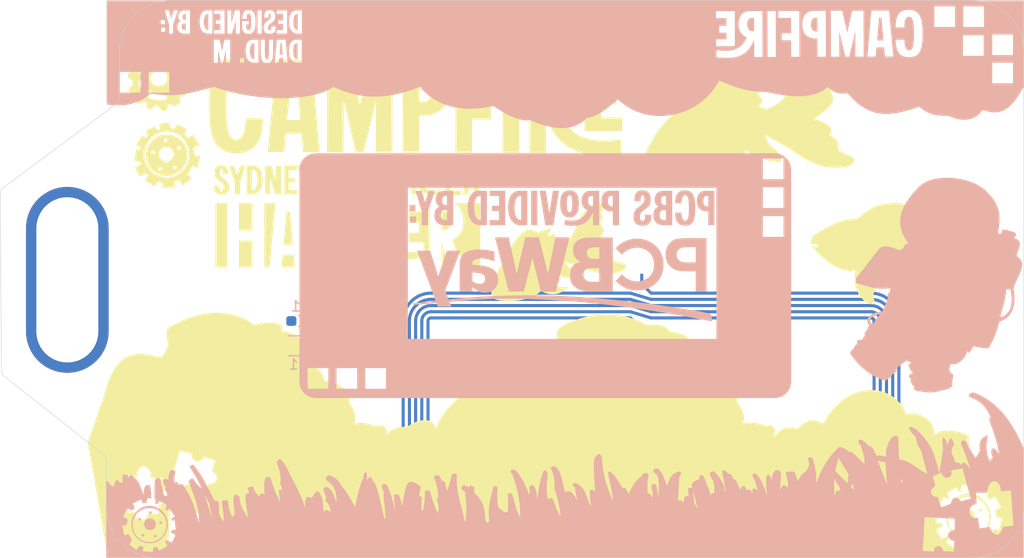
<source format=kicad_pcb>
(kicad_pcb (version 20241229) (generator "pcbnew") (generator_version "9.0")
  (layers (0 "F.Cu" signal) (2 "B.Cu" signal) (13 "F.Paste" user) (15 "B.Paste" user) (5 "F.SilkS" user "F.Silkscreen") (7 "B.SilkS" user "B.Silkscreen") (1 "F.Mask" user) (3 "B.Mask" user) (25 "Edge.Cuts" user))
  (net 0 "")
  (net 1 "Net-(D1-K)")
  (net 2 "Net-(U1-VCC)")
  (net 3 "Net-(D1-A)")
  (net 4 "Net-(J1-Pin_1)")
  (net 5 "Net-(J1-Pin_2)")
  (footprint "Taranium-libs:Lanyard hole" (layer "F.Cu") (at 169.375 65.175 90)
    (property "Reference" "REF**" (at -8.825 -6.175 90) (layer "F.SilkS") (effects (font (thickness 0.1))))
    (property "Value" "Lanyard hole")
    (pad "2" thru_hole roundrect (at -8.9 -8.6 90) (size 18 8) (drill oval 16 6) (layers "*.Cu" "F.Mask" "F.Paste") (roundrect_rratio 0.5))
  )
  (footprint "Taranium-libs:QFN8P50_160X160X50L40X20N" (layer "B.Cu") (at 189.98 79.86 180)
    (property "Reference" "U1" (at 1.271505 1.915285 0) (layer "B.SilkS") (effects (font (size 0.800953 0.800953)) (justify mirror)))
    (property "Value" "NT3H2111W0FHKH")
    (pad "1" smd roundrect (at -0.695 0.5 180) (size 0.71 0.22) (layers "B.Cu" "B.Mask" "B.Paste") (roundrect_rratio 0.27) (net 5 "Net-(J1-Pin_2)"))
    (pad "2" smd roundrect (at -0.695 0 180) (size 0.71 0.22) (layers "B.Cu" "B.Mask" "B.Paste") (roundrect_rratio 0.27) (net 1 "Net-(D1-K)"))
    (pad "3" smd roundrect (at -0.695 -0.5 180) (size 0.7 0.22) (layers "B.Cu" "B.Mask" "B.Paste") (roundrect_rratio 0.27))
    (pad "4" smd roundrect (at 0 -0.695 180) (size 0.22 0.7) (layers "B.Cu" "B.Mask" "B.Paste") (roundrect_rratio 0.27))
    (pad "5" smd roundrect (at 0.695 -0.5 180) (size 0.7 0.22) (layers "B.Cu" "B.Mask" "B.Paste") (roundrect_rratio 0.27))
    (pad "6" smd roundrect (at 0.695 0 180) (size 0.7 0.22) (layers "B.Cu" "B.Mask" "B.Paste") (roundrect_rratio 0.27) (net 2 "Net-(U1-VCC)"))
    (pad "7" smd roundrect (at 0.695 0.5 180) (size 0.7 0.22) (layers "B.Cu" "B.Mask" "B.Paste") (roundrect_rratio 0.27) (net 2 "Net-(U1-VCC)"))
    (pad "8" smd roundrect (at 0 0.695 180) (size 0.22 0.7) (layers "B.Cu" "B.Mask" "B.Paste") (roundrect_rratio 0.27) (net 4 "Net-(J1-Pin_1)"))
  )
  (footprint "Capacitor_SMD:C_0603_1608Metric_Pad1.08x0.95mm_HandSolder" (layer "B.Cu") (at 187.18 79.46 -90)
    (property "Reference" "C1" (at 0 1.43 90) (layer "B.SilkS") (effects (justify mirror)))
    (property "Value" "C")
    (pad "1" smd roundrect (at -0.8625 0 270) (size 1.075 0.95) (layers "B.Cu" "B.Mask" "B.Paste") (net 2 "Net-(U1-VCC)"))
    (pad "2" smd roundrect (at 0.8625 0 270) (size 1.075 0.95) (layers "B.Cu" "B.Mask" "B.Paste") (net 1 "Net-(D1-K)"))
  )
  (footprint "Taranium-libs:25x_48mm NFC Antenna" (layer "B.Cu") (at 217.3 87.8625 180)
    (property "Reference" "J1" (hide yes))
    (property "Value" "Conn_01x02_Pin")
    (fp_line (start 24 -9.790811) (end 24 9.799999) (stroke (width 0.3)) (layer "B.Cu"))
    (fp_line (start 23.390812 -9.7908) (end 23.399084 9.73753) (stroke (width 0.3)) (layer "B.Cu"))
    (fp_line (start 22.8 -9.790811) (end 22.8 9.8) (stroke (width 0.3)) (layer "B.Cu"))
    (fp_line (start 22.2 -9.790811) (end 22.2 9.8) (stroke (width 0.3)) (layer "B.Cu"))
    (fp_line (start 21.590812 -9.7908) (end 21.599865 9.808998) (stroke (width 0.3)) (layer "B.Cu"))
    (fp_line (start 21.3 12.5) (end 2 12.5) (stroke (width 0.3)) (layer "B.Cu"))
    (fp_line (start 21.3 11.9) (end 2 11.9) (stroke (width 0.3)) (layer "B.Cu"))
    (fp_line (start 21.3 11.3) (end 2 11.3) (stroke (width 0.3)) (layer "B.Cu"))
    (fp_line (start 21.3 10.7) (end 2 10.7) (stroke (width 0.3)) (layer "B.Cu"))
    (fp_line (start 21.3 10.1) (end 2 10.1) (stroke (width 0.3)) (layer "B.Cu"))
    (fp_line (start 2 12.5) (end 0 11.9) (stroke (width 0.3)) (layer "B.Cu"))
    (fp_line (start 2 11.3) (end 0 10.7) (stroke (width 0.3)) (layer "B.Cu"))
    (fp_line (start 2 10.1) (end 1.2 9.3) (stroke (width 0.3)) (layer "B.Cu"))
    (fp_line (start 1.2 9.3) (end 1.2 9.0625) (stroke (width 0.3)) (layer "B.Cu"))
    (fp_line (start 0.9 13.4625) (end 0.9 13.7) (stroke (width 0.3)) (layer "B.Cu"))
    (fp_line (start 0 12.5) (end 0.9 13.4) (stroke (width 0.3)) (layer "B.Cu"))
    (fp_line (start 0 12.5) (end -21.300001 12.5) (stroke (width 0.3)) (layer "B.Cu"))
    (fp_line (start 0 11.9) (end -21.299999 11.900001) (stroke (width 0.3)) (layer "B.Cu"))
    (fp_line (start 0 11.3) (end 2 11.9) (stroke (width 0.3)) (layer "B.Cu"))
    (fp_line (start 0 11.3) (end -21.3 11.3) (stroke (width 0.3)) (layer "B.Cu"))
    (fp_line (start 0 10.7) (end -21.3 10.7) (stroke (width 0.3)) (layer "B.Cu"))
    (fp_line (start 0 10.1) (end 2 10.7) (stroke (width 0.3)) (layer "B.Cu"))
    (fp_line (start 0 10.1) (end -21.3 10.1) (stroke (width 0.3)) (layer "B.Cu"))
    (fp_line (start -21.290809 -10.690812) (end 21.290812 -10.699808) (stroke (width 0.3)) (layer "B.Cu"))
    (fp_line (start -21.29081 -11.890812) (end 21.290811 -11.899566) (stroke (width 0.3)) (layer "B.Cu"))
    (fp_line (start -21.290811 -10.090812) (end 21.2908 -10.090811) (stroke (width 0.3)) (layer "B.Cu"))
    (fp_line (start -21.290811 -11.3) (end 21.290812 -11.3) (stroke (width 0.3)) (layer "B.Cu"))
    (fp_line (start -21.290811 -12.490811) (end 21.290811 -12.49945) (stroke (width 0.3)) (layer "B.Cu"))
    (fp_line (start -21.6 9.8) (end -21.6 -9.790812) (stroke (width 0.3)) (layer "B.Cu"))
    (fp_line (start -22.2 9.8) (end -22.2 -9.790812) (stroke (width 0.3)) (layer "B.Cu"))
    (fp_line (start -22.8 9.8) (end -22.8 -9.790812) (stroke (width 0.3)) (layer "B.Cu"))
    (fp_line (start -23.4 9.8) (end -23.4 -9.790811) (stroke (width 0.3)) (layer "B.Cu"))
    (fp_line (start -24 9.800001) (end -24 -9.790811) (stroke (width 0.3)) (layer "B.Cu"))
    (fp_arc (start 24 9.799999) (mid 23.209189 11.709188) (end 21.3 12.5) (stroke (width 0.3)) (layer "B.Cu"))
    (fp_arc (start 23.400001 9.799999) (mid 22.784925 11.284925) (end 21.3 11.9) (stroke (width 0.3)) (layer "B.Cu"))
    (fp_arc (start 22.8 9.8) (mid 22.36066 10.86066) (end 21.3 11.3) (stroke (width 0.3)) (layer "B.Cu"))
    (fp_arc (start 22.2 9.8) (mid 21.936396 10.436396) (end 21.3 10.7) (stroke (width 0.3)) (layer "B.Cu"))
    (fp_arc (start 21.6 9.8) (mid 21.512132 10.012132) (end 21.3 10.1) (stroke (width 0.3)) (layer "B.Cu"))
    (fp_arc (start 21.290812 -10.090811) (mid 21.50294 -10.002939) (end 21.590812 -9.790811) (stroke (width 0.3)) (layer "B.Cu"))
    (fp_arc (start 21.290812 -10.690811) (mid 21.927204 -10.427204) (end 22.190812 -9.790811) (stroke (width 0.3)) (layer "B.Cu"))
    (fp_arc (start 21.290812 -11.290811) (mid 22.351468 -10.851468) (end 22.790812 -9.790811) (stroke (width 0.3)) (layer "B.Cu"))
    (fp_arc (start 21.290811 -11.890812) (mid 22.775733 -11.275733) (end 23.390812 -9.790811) (stroke (width 0.3)) (layer "B.Cu"))
    (fp_arc (start 21.290811 -12.490811) (mid 23.199999 -11.699999) (end 23.990812 -9.790811) (stroke (width 0.3)) (layer "B.Cu"))
    (fp_arc (start -21.299999 12.5) (mid -23.209188 11.709189) (end -24 9.8) (stroke (width 0.3)) (layer "B.Cu"))
    (fp_arc (start -21.299999 11.900001) (mid -22.784924 11.284925) (end -23.4 9.8) (stroke (width 0.3)) (layer "B.Cu"))
    (fp_arc (start -21.3 11.3) (mid -22.36066 10.86066) (end -22.8 9.8) (stroke (width 0.3)) (layer "B.Cu"))
    (fp_arc (start -21.3 10.7) (mid -21.936396 10.436396) (end -22.2 9.8) (stroke (width 0.3)) (layer "B.Cu"))
    (fp_arc (start -21.3 10.1) (mid -21.512132 10.012132) (end -21.6 9.8) (stroke (width 0.3)) (layer "B.Cu"))
    (fp_arc (start -21.590811 -9.790812) (mid -21.502943 -10.002944) (end -21.290811 -10.090812) (stroke (width 0.3)) (layer "B.Cu"))
    (fp_arc (start -22.190811 -9.790812) (mid -21.927207 -10.427208) (end -21.290811 -10.690812) (stroke (width 0.3)) (layer "B.Cu"))
    (fp_arc (start -22.790811 -9.790812) (mid -22.351471 -10.851472) (end -21.290811 -11.290812) (stroke (width 0.3)) (layer "B.Cu"))
    (fp_arc (start -23.390812 -9.790811) (mid -22.775736 -11.275736) (end -21.290811 -11.890812) (stroke (width 0.3)) (layer "B.Cu"))
    (fp_arc (start -23.990811 -9.790811) (mid -23.2 -11.7) (end -21.290811 -12.490812) (stroke (width 0.3)) (layer "B.Cu"))
    (pad "1" smd roundrect (at 0.9 14.0625) (size 0.3 0.65) (layers "B.Cu" "B.Mask" "B.Paste") (roundrect_rratio 0.15) (net 4 "Net-(J1-Pin_1)"))
    (pad "2" smd roundrect (at 1.2 8.7 180) (size 0.3 0.65) (layers "B.Cu" "B.Mask" "B.Paste") (roundrect_rratio 0.15) (net 5 "Net-(J1-Pin_2)"))
  )
  (footprint "Resistor_SMD:R_0603_1608Metric_Pad0.98x0.95mm_HandSolder" (layer "B.Cu") (at 183.38 78.06 180)
    (property "Reference" "R1" (at 0 1.43 0) (layer "B.SilkS") (effects (justify mirror)))
    (property "Value" "R")
    (pad "1" smd roundrect (at -0.9125 0 180) (size 0.975 0.95) (layers "B.Cu" "B.Mask" "B.Paste") (net 2 "Net-(U1-VCC)"))
    (pad "2" smd roundrect (at 0.9125 0 180) (size 0.975 0.95) (layers "B.Cu" "B.Mask" "B.Paste") (net 3 "Net-(D1-A)"))
  )
  (footprint "LED_SMD:LED_0805_2012Metric_Pad1.15x1.40mm_HandSolder" (layer "B.Cu") (at 183.18 80.46 180)
    (property "Reference" "D1" (at 0 -1.8 0) (layer "B.SilkS") (effects (justify mirror)))
    (property "Value" "LED")
    (pad "1" smd roundrect (at -1.025 0 180) (size 1.15 1.4) (layers "B.Cu" "B.Mask" "B.Paste") (roundrect_rratio 0.217391) (net 1 "Net-(D1-K)"))
    (pad "2" smd roundrect (at 1.025 0 180) (size 1.15 1.4) (layers "B.Cu" "B.Mask" "B.Paste") (roundrect_rratio 0.217391) (net 3 "Net-(D1-A)"))
  )
  (gr_poly (pts (xy 184.434116 52.814415) (xy 185.202864 61.707161) (xy 183.602663 61.701526) (xy 183.456534 59.923049) (xy 181.945235 59.917651) (xy 181.786565 61.695096) (xy 180.186364 61.689461) (xy 180.476844 58.584627) (xy 182.076917 58.584627) (xy 183.334218 58.589073) (xy 182.956233 54.142708) (xy 182.486333 54.141057) (xy 182.076917 58.584627) (xy 180.476844 58.584627) (xy 181.017816 52.802366)) (fill yes) (layer "F.SilkS"))
  (gr_poly (pts (xy 234.981246 52.618664) (xy 235.037738 52.622069) (xy 235.092291 52.62748) (xy 235.144903 52.634741) (xy 235.195569 52.643699) (xy 235.244287 52.654199) (xy 235.291054 52.666085) (xy 235.335867 52.679205) (xy 235.378722 52.693402) (xy 235.419616 52.708523) (xy 235.458546 52.724413) (xy 235.495509 52.740917) (xy 235.530501 52.757881) (xy 235.56352 52.775151) (xy 235.594563 52.792571) (xy 235.623625 52.809988) (xy 235.650705 52.827246) (xy 235.675799 52.844191) (xy 235.720015 52.876525) (xy 235.756248 52.905752) (xy 235.784474 52.930637) (xy 235.804667 52.949942) (xy 235.820851 52.96687) (xy 235.775443 53.070176) (xy 235.730919 53.166175) (xy 235.686957 53.255579) (xy 235.643237 53.339095) (xy 235.599436 53.417434) (xy 235.555234 53.491306) (xy 235.510309 53.56142) (xy 235.46434 53.628485) (xy 235.417006 53.693211) (xy 235.367984 53.756308) (xy 235.316955 53.818486) (xy 235.263596 53.880453) (xy 235.207586 53.94292) (xy 235.148604 54.006596) (xy 235.020439 54.140414) (xy 235.05445 54.180731) (xy 235.084613 54.218476) (xy 235.111215 54.25403) (xy 235.134545 54.287775) (xy 235.154889 54.320092) (xy 235.172535 54.351363) (xy 235.187771 54.381971) (xy 235.200884 54.412296) (xy 235.212163 54.442721) (xy 235.221893 54.473627) (xy 235.230364 54.505397) (xy 235.237862 54.538411) (xy 235.244675 54.573052) (xy 235.251091 54.609702) (xy 235.263881 54.690554) (xy 235.226627 54.757232) (xy 235.189461 54.820596) (xy 235.152248 54.880915) (xy 235.114858 54.93846) (xy 235.077156 54.993502) (xy 235.03901 55.046309) (xy 235.000287 55.097154) (xy 234.960856 55.146304) (xy 234.920583 55.194032) (xy 234.879335 55.240606) (xy 234.83698 55.286298) (xy 234.793385 55.331376) (xy 234.748418 55.376112) (xy 234.701945 55.420776) (xy 234.603954 55.510966) (xy 234.682111 55.709253) (xy 234.747196 55.884429) (xy 234.801057 56.042865) (xy 234.824357 56.117796) (xy 234.845544 56.19093) (xy 234.864848 56.263063) (xy 234.882503 56.334992) (xy 234.913783 56.48142) (xy 234.941233 56.636583) (xy 234.966701 56.80685) (xy 234.857051 56.950743) (xy 234.747613 57.085486) (xy 234.638103 57.211985) (xy 234.528237 57.331151) (xy 234.417732 57.44389) (xy 234.306304 57.551112) (xy 234.19367 57.653725) (xy 234.079547 57.752637) (xy 233.96365 57.848756) (xy 233.845697 57.942991) (xy 233.602488 58.129441) (xy 233.07892 58.519698) (xy 233.276277 58.56278) (xy 233.485361 58.617148) (xy 233.606536 58.652688) (xy 233.734619 58.693857) (xy 233.866477 58.740698) (xy 233.998975 58.793252) (xy 234.128979 58.851563) (xy 234.253356 58.915675) (xy 234.36897 58.985629) (xy 234.422512 59.022811) (xy 234.472687 59.061469) (xy 234.519106 59.10161) (xy 234.561374 59.143238) (xy 234.599102 59.186359) (xy 234.631896 59.230979) (xy 234.652079 59.263774) (xy 234.669758 59.297538) (xy 234.685054 59.332141) (xy 234.69809 59.36745) (xy 234.708988 59.403333) (xy 234.71787 59.439659) (xy 234.724859 59.476295) (xy 234.730077 59.513109) (xy 234.733646 59.549971) (xy 234.735688 59.586747) (xy 234.736325 59.623306) (xy 234.73568 59.659517) (xy 234.733876 59.695246) (xy 234.731033 59.730363) (xy 234.722723 59.798232) (xy 234.711728 59.862067) (xy 234.699027 59.920813) (xy 234.685597 59.973417) (xy 234.672416 60.018822) (xy 234.650713 60.083817) (xy 234.64174 60.107357) (xy 234.748693 60.158585) (xy 234.860827 60.219306) (xy 234.925271 60.257477) (xy 234.992903 60.300487) (xy 235.061928 60.348059) (xy 235.130549 60.399917) (xy 235.19697 60.455786) (xy 235.259393 60.515389) (xy 235.288545 60.546504) (xy 235.316023 60.578449) (xy 235.341604 60.61119) (xy 235.365063 60.644692) (xy 235.386176 60.67892) (xy 235.404717 60.71384) (xy 235.420462 60.749417) (xy 235.433188 60.785617) (xy 235.440044 60.810533) (xy 235.44574 60.836362) (xy 235.450338 60.862991) (xy 235.453901 60.890309) (xy 235.456489 60.918205) (xy 235.458165 60.946566) (xy 235.459026 61.004238) (xy 235.456979 61.062432) (xy 235.452517 61.120254) (xy 235.446135 61.176811) (xy 235.438326 61.231208) (xy 235.429586 61.282553) (xy 235.420408 61.329951) (xy 235.402714 61.409333) (xy 235.383815 61.481418) (xy 235.7767 61.676562) (xy 236.131161 61.849098) (xy 236.469506 62.008151) (xy 236.656404 62.090505) (xy 236.700578 62.111187) (xy 236.743154 62.132645) (xy 236.783843 62.155247) (xy 236.822358 62.179363) (xy 236.840709 62.192104) (xy 236.858408 62.205361) (xy 236.875418 62.219182) (xy 236.891705 62.233612) (xy 236.907231 62.248696) (xy 236.921961 62.264482) (xy 236.935858 62.281016) (xy 236.948886 62.298343) (xy 236.96101 62.31651) (xy 236.972193 62.335563) (xy 236.982399 62.355548) (xy 236.991592 62.376511) (xy 236.999735 62.398498) (xy 237.006794 62.421555) (xy 237.012731 62.445729) (xy 237.017511 62.471066) (xy 237.019647 62.489441) (xy 237.020246 62.508366) (xy 237.019345 62.527785) (xy 237.016982 62.547642) (xy 237.013194 62.567884) (xy 237.008018 62.588455) (xy 237.001491 62.609299) (xy 236.993651 62.630363) (xy 236.984535 62.65159) (xy 236.97418 62.672926) (xy 236.949904 62.715704) (xy 236.921121 62.758257) (xy 236.888129 62.800145) (xy 236.851227 62.840926) (xy 236.810712 62.880161) (xy 236.766884 62.917409) (xy 236.72004 62.952231) (xy 236.670479 62.984185) (xy 236.6185 63.012831) (xy 236.591696 63.025777) (xy 236.5644 63.03773) (xy 236.536648 63.048636) (xy 236.508478 63.058441) (xy 236.424256 63.083976) (xy 236.337016 63.106796) (xy 236.246736 63.127031) (xy 236.153396 63.144814) (xy 236.056976 63.160277) (xy 235.957457 63.173551) (xy 235.749037 63.194063) (xy 235.527975 63.207404) (xy 235.294108 63.214632) (xy 235.047276 63.216802) (xy 234.787316 63.214968) (xy 234.644287 63.210772) (xy 234.508954 63.202153) (xy 234.380327 63.189262) (xy 234.257416 63.172248) (xy 234.139231 63.151262) (xy 234.024782 63.126454) (xy 233.913078 63.097974) (xy 233.803131 63.065971) (xy 233.693948 63.030597) (xy 233.584541 62.992001) (xy 233.361093 62.905744) (xy 232.867939 62.701173) (xy 232.67427 62.617374) (xy 232.492839 62.531867) (xy 232.321997 62.444659) (xy 232.1601 62.355759) (xy 232.005499 62.265175) (xy 231.856549 62.172916) (xy 231.569013 61.983406) (xy 230.989296 61.584651) (xy 230.670769 61.37554) (xy 230.498575 61.26858) (xy 230.315566 61.160029) (xy 229.681047 60.798717) (xy 229.034796 60.437607) (xy 228.33071 60.048858) (xy 228.352773 60.088182) (xy 228.405949 60.186822) (xy 228.438105 60.249323) (xy 228.470719 60.315778) (xy 228.501352 60.382562) (xy 228.515162 60.414945) (xy 228.527563 60.446051) (xy 228.538846 60.476522) (xy 228.549158 60.506147) (xy 228.567612 60.563249) (xy 228.601076 60.671585) (xy 228.619075 60.724376) (xy 228.629045 60.750767) (xy 228.639912 60.777286) (xy 228.651861 60.80403) (xy 228.665081 60.831095) (xy 228.679758 60.85858) (xy 228.696078 60.886582) (xy 228.719394 60.920836) (xy 228.748182 60.956335) (xy 228.781963 60.992999) (xy 228.820253 61.030748) (xy 228.862572 61.069502) (xy 228.908437 61.109181) (xy 229.00888 61.190995) (xy 229.231129 61.362211) (xy 229.345228 61.450334) (xy 229.456171 61.539282) (xy 229.487864 61.566728) (xy 229.51851 61.595859) (xy 229.5481 61.626541) (xy 229.576624 61.65864) (xy 229.604074 61.692021) (xy 229.63044 61.72655) (xy 229.679881 61.798518) (xy 229.724875 61.873467) (xy 229.765346 61.950326) (xy 229.801221 62.02802) (xy 229.832424 62.105474) (xy 229.858882 62.181617) (xy 229.88052 62.255373) (xy 229.897263 62.325669) (xy 229.909037 62.391432) (xy 229.915767 62.451586) (xy 229.91738 62.50506) (xy 229.913801 62.550778) (xy 229.910041 62.570393) (xy 229.904955 62.587667) (xy 229.896714 62.603847) (xy 229.884445 62.617987) (xy 229.868327 62.630168) (xy 229.848537 62.640473) (xy 229.79865 62.655776) (xy 229.736203 62.664548) (xy 229.662616 62.66744) (xy 229.579308 62.665103) (xy 229.487698 62.658188) (xy 229.389207 62.647348) (xy 229.177254 62.616491) (xy 228.954804 62.577745) (xy 228.523835 62.497418) (xy 228.404639 62.469715) (xy 228.26846 62.427515) (xy 228.1187 62.373063) (xy 227.958765 62.308607) (xy 227.792059 62.236395) (xy 227.621988 62.158673) (xy 227.285365 61.995689) (xy 226.976135 61.83763) (xy 226.721533 61.702475) (xy 226.485168 61.572779) (xy 226.469884 61.599848) (xy 226.455045 61.625263) (xy 226.44055 61.649137) (xy 226.426302 61.671585) (xy 226.412204 61.692722) (xy 226.398157 61.712662) (xy 226.384063 61.731519) (xy 226.369825 61.749408) (xy 226.355343 61.766442) (xy 226.340521 61.782738) (xy 226.32526 61.798408) (xy 226.309462 61.813567) (xy 226.293029 61.828331) (xy 226.275864 61.842812) (xy 226.257867 61.857126) (xy 226.238942 61.871387) (xy 226.289018 61.905829) (xy 226.340827 61.93853) (xy 226.393945 61.969553) (xy 226.447947 61.998957) (xy 226.502411 62.026803) (xy 226.556913 62.053153) (xy 226.664334 62.101605) (xy 226.766821 62.1448) (xy 226.860984 62.183224) (xy 226.943435 62.217363) (xy 227.010783 62.247704) (xy 227.024782 62.255242) (xy 227.037447 62.263526) (xy 227.048803 62.272516) (xy 227.058873 62.282172) (xy 227.067682 62.292455) (xy 227.075255 62.303324) (xy 227.081616 62.314741) (xy 227.086791 62.326664) (xy 227.090803 62.339054) (xy 227.093677 62.351872) (xy 227.095438 62.365076) (xy 227.096111 62.378629) (xy 227.095719 62.392489) (xy 227.094288 62.406616) (xy 227.091841 62.420972) (xy 227.088405 62.435515) (xy 227.084003 62.450207) (xy 227.078659 62.465007) (xy 227.072399 62.479875) (xy 227.065247 62.494772) (xy 227.057227 62.509658) (xy 227.048365 62.524492) (xy 227.038684 62.539235) (xy 227.02821 62.553847) (xy 227.016966 62.568289) (xy 227.004978 62.58252) (xy 226.99227 62.5965) (xy 226.978867 62.61019) (xy 226.964792 62.62355) (xy 226.950072 62.636539) (xy 226.93473 62.649119) (xy 226.918791 62.661248) (xy 226.778265 62.766771) (xy 226.570333 62.924704) (xy 226.29974 63.131069) (xy 226.379983 63.191915) (xy 226.469932 63.256375) (xy 226.583895 63.333217) (xy 226.71497 63.41471) (xy 226.784767 63.454785) (xy 226.856254 63.493123) (xy 226.928567 63.528758) (xy 227.000843 63.560723) (xy 227.07222 63.588052) (xy 227.141835 63.609779) (xy 227.182279 63.619383) (xy 227.226432 63.627438) (xy 227.273535 63.634114) (xy 227.322833 63.639579) (xy 227.424985 63.647542) (xy 227.526832 63.652672) (xy 227.705396 63.659797) (xy 227.770003 63.664477) (xy 227.79349 63.667684) (xy 227.810089 63.671692) (xy 227.828136 63.67855) (xy 227.84454 63.686043) (xy 227.859337 63.694121) (xy 227.872559 63.70274) (xy 227.884242 63.711851) (xy 227.894419 63.721409) (xy 227.903126 63.731366) (xy 227.910396 63.741675) (xy 227.916263 63.752289) (xy 227.920762 63.763162) (xy 227.923928 63.774247) (xy 227.925794 63.785497) (xy 227.926395 63.796864) (xy 227.925765 63.808303) (xy 227.923938 63.819766) (xy 227.920949 63.831206) (xy 227.916832 63.842577) (xy 227.911621 63.853831) (xy 227.90535 63.864922) (xy 227.898054 63.875803) (xy 227.889768 63.886427) (xy 227.880525 63.896747) (xy 227.870359 63.906716) (xy 227.859305 63.916287) (xy 227.847398 63.925414) (xy 227.834671 63.93405) (xy 227.821159 63.942147) (xy 227.806896 63.949659) (xy 227.791917 63.95654) (xy 227.776255 63.962741) (xy 227.759945 63.968217) (xy 227.743022 63.97292) (xy 227.631464 64.00252) (xy 227.525792 64.033587) (xy 227.328618 64.098217) (xy 226.966523 64.224132) (xy 226.877629 64.252138) (xy 226.787642 64.277803) (xy 226.69569 64.300651) (xy 226.6009 64.320207) (xy 226.5024 64.335993) (xy 226.399318 64.347536) (xy 226.290781 64.354358) (xy 226.175917 64.355984) (xy 226.089331 64.353619) (xy 225.996998 64.347988) (xy 225.899487 64.338872) (xy 225.797369 64.326053) (xy 225.691213 64.309315) (xy 225.581592 64.288438) (xy 225.469073 64.263205) (xy 225.354229 64.233399) (xy 225.237628 64.198802) (xy 225.119841 64.159195) (xy 225.001438 64.114362) (xy 224.88299 64.064084) (xy 224.765066 64.008143) (xy 224.648237 63.946322) (xy 224.533073 63.878403) (xy 224.420144 63.804169) (xy 224.37844 63.77426) (xy 224.33543 63.741691) (xy 224.291666 63.707093) (xy 224.247699 63.671102) (xy 224.204082 63.634349) (xy 224.161365 63.597469) (xy 224.080837 63.52586) (xy 224.010526 63.461343) (xy 223.954842 63.408985) (xy 223.905003 63.361018) (xy 223.78103 63.476339) (xy 223.636937 63.581127) (xy 223.474081 63.675587) (xy 223.29382 63.759921) (xy 223.097512 63.834333) (xy 222.886516 63.899025) (xy 222.425888 64.000066) (xy 221.9228 64.06467) (xy 221.388115 64.094463) (xy 220.832698 64.091073) (xy 220.267411 64.056124) (xy 219.703119 63.991245) (xy 219.150685 63.898061) (xy 218.620973 63.778199) (xy 218.124846 63.633284) (xy 217.673168 63.464944) (xy 217.276802 63.274805) (xy 217.102756 63.172069) (xy 216.946613 63.064493) (xy 216.809729 62.952281) (xy 216.693463 62.835635) (xy 216.68278 62.819308) (xy 216.673992 62.79674) (xy 216.662113 62.734101) (xy 216.657845 62.650164) (xy 216.661208 62.547372) (xy 216.672221 62.428171) (xy 216.690902 62.295006) (xy 216.717271 62.150322) (xy 216.751348 61.996562) (xy 216.79315 61.836172) (xy 216.842698 61.671596) (xy 216.900009 61.505279) (xy 216.965104 61.339667) (xy 217.038002 61.177203) (xy 217.11872 61.020332) (xy 217.20728 60.8715) (xy 217.303699 60.73315) (xy 217.471976 60.417144) (xy 217.650855 60.115185) (xy 217.838966 59.827178) (xy 218.034941 59.553026) (xy 218.237412 59.292636) (xy 218.445011 59.04591) (xy 218.656369 58.812754) (xy 218.870117 58.593072) (xy 219.084887 58.386768) (xy 219.299312 58.193748) (xy 219.512022 58.013916) (xy 219.721648 57.847176) (xy 219.926824 57.693433) (xy 220.12618 57.552591) (xy 220.318347 57.424555) (xy 220.501958 57.30923) (xy 220.574551 57.115643) (xy 220.665789 56.903305) (xy 220.725289 56.776896) (xy 220.794097 56.640289) (xy 220.872255 56.495952) (xy 220.959805 56.346357) (xy 221.056787 56.193974) (xy 221.163244 56.041274) (xy 221.279217 55.890727) (xy 221.404747 55.744803) (xy 221.539875 55.605973) (xy 221.684644 55.476708) (xy 222.136489 55.102535) (xy 222.364515 54.923472) (xy 222.481658 54.836781) (xy 222.60188 54.7523) (xy 222.725925 54.670268) (xy 222.854537 54.590923) (xy 222.98846 54.514504) (xy 223.128439 54.441248) (xy 223.275217 54.371394) (xy 223.42954 54.305181) (xy 223.59215 54.242845) (xy 223.763792 54.184626) (xy 223.82531 54.168604) (xy 223.888274 54.158889) (xy 223.952458 54.155102) (xy 224.017642 54.156862) (xy 224.083602 54.163789) (xy 224.150115 54.175503) (xy 224.216959 54.191622) (xy 224.28391 54.211768) (xy 224.350746 54.23556) (xy 224.417244 54.262617) (xy 224.483182 54.292558) (xy 224.548336 54.325005) (xy 224.612483 54.359576) (xy 224.675401 54.395891) (xy 224.79666 54.472233) (xy 224.910327 54.550987) (xy 225.014623 54.629112) (xy 225.107763 54.703565) (xy 225.187965 54.771304) (xy 225.302427 54.874467) (xy 225.34375 54.914264) (xy 225.566583 54.871803) (xy 225.805332 54.830582) (xy 226.093598 54.786571) (xy 226.404855 54.747674) (xy 226.560815 54.732613) (xy 226.712575 54.721795) (xy 226.856818 54.716207) (xy 226.990229 54.716837) (xy 227.109492 54.724673) (xy 227.211291 54.740703) (xy 227.22081 54.743184) (xy 227.230281 54.746365) (xy 227.239672 54.750206) (xy 227.248951 54.75467) (xy 227.258086 54.759719) (xy 227.267044 54.765315) (xy 227.275792 54.77142) (xy 227.284299 54.777996) (xy 227.292533 54.785005) (xy 227.30046 54.79241) (xy 227.308048 54.800171) (xy 227.315266 54.808251) (xy 227.322081 54.816612) (xy 227.328461 54.825216) (xy 227.334373 54.834026) (xy 227.339785 54.843002) (xy 227.344665 54.852108) (xy 227.34898 54.861305) (xy 227.352698 54.870555) (xy 227.355787 54.87982) (xy 227.358214 54.889063) (xy 227.359948 54.898244) (xy 227.360955 54.907327) (xy 227.361205 54.916273) (xy 227.360663 54.925044) (xy 227.359298 54.933603) (xy 227.357078 54.941911) (xy 227.35397 54.94993) (xy 227.349942 54.957622) (xy 227.344962 54.96495) (xy 227.338997 54.971875) (xy 227.332016 54.97836) (xy 227.266765 55.033485) (xy 227.205243 55.086801) (xy 227.147476 55.138161) (xy 227.093489 55.187422) (xy 227.043306 55.234436) (xy 226.996954 55.27906) (xy 226.954457 55.321147) (xy 226.915841 55.360552) (xy 226.88113 55.39713) (xy 226.850351 55.430736) (xy 226.823528 55.461224) (xy 226.800686 55.488448) (xy 226.781851 55.512264) (xy 226.767048 55.532526) (xy 226.756302 55.549088) (xy 226.749638 55.561806) (xy 226.74656 55.570239) (xy 226.744592 55.578554) (xy 226.743692 55.586738) (xy 226.743817 55.594781) (xy 226.744927 55.60267) (xy 226.74698 55.610394) (xy 226.749933 55.617942) (xy 226.753745 55.625301) (xy 226.758375 55.632461) (xy 226.76378 55.63941) (xy 226.76992 55.646136) (xy 226.776751 55.652627) (xy 226.784233 55.658873) (xy 226.792324 55.664861) (xy 226.810166 55.676019) (xy 226.829942 55.686009) (xy 226.85132 55.694739) (xy 226.873964 55.702115) (xy 226.897542 55.708046) (xy 226.92172 55.712439) (xy 226.946164 55.715202) (xy 226.970541 55.716242) (xy 226.994516 55.715468) (xy 227.010053 55.714098) (xy 227.02516 55.712288) (xy 227.054185 55.707448) (xy 227.081792 55.701148) (xy 227.108183 55.693586) (xy 227.13356 55.684962) (xy 227.158124 55.675476) (xy 227.182077 55.665326) (xy 227.205622 55.654713) (xy 227.25229 55.632893) (xy 227.299743 55.611612) (xy 227.324267 55.601672) (xy 227.349593 55.592464) (xy 227.375922 55.584189) (xy 227.403456 55.577045) (xy 227.418587 55.573924) (xy 227.433652 55.57155) (xy 227.448636 55.569911) (xy 227.463521 55.568995) (xy 227.478289 55.568791) (xy 227.492926 55.569287) (xy 227.507412 55.570472) (xy 227.521733 55.572332) (xy 227.53587 55.574857) (xy 227.549807 55.578034) (xy 227.563527 55.581852) (xy 227.577013 55.5863) (xy 227.590249 55.591364) (xy 227.603217 55.597034) (xy 227.615901 55.603298) (xy 227.628283 55.610143) (xy 227.640347 55.617558) (xy 227.652077 55.625532) (xy 227.663454 55.634051) (xy 227.674463 55.643106) (xy 227.685087 55.652683) (xy 227.695308 55.662771) (xy 227.705109 55.673358) (xy 227.714475 55.684432) (xy 227.723387 55.695982) (xy 227.73183 55.707995) (xy 227.739786 55.72046) (xy 227.747238 55.733366) (xy 227.75417 55.746699) (xy 227.760564 55.760449) (xy 227.766405 55.774604) (xy 227.771674 55.789152) (xy 227.775077 55.800554) (xy 227.777528 55.811681) (xy 227.779085 55.822553) (xy 227.779806 55.833188) (xy 227.779751 55.843607) (xy 227.778978 55.853829) (xy 227.777546 55.863873) (xy 227.775514 55.873758) (xy 227.77294 55.883505) (xy 227.769884 55.893133) (xy 227.762558 55.912107) (xy 227.754006 55.930837) (xy 227.744699 55.949478) (xy 227.725697 55.987116) (xy 227.716943 56.006424) (xy 227.709313 56.026265) (xy 227.706067 56.036434) (xy 227.703279 56.046795) (xy 227.701006 56.057367) (xy 227.699308 56.068169) (xy 227.698244 56.079222) (xy 227.697873 56.090543) (xy 227.698253 56.102154) (xy 227.699442 56.114073) (xy 227.701853 56.129417) (xy 227.704884 56.144089) (xy 227.708506 56.158132) (xy 227.71269 56.171583) (xy 227.717408 56.184485) (xy 227.722632 56.196876) (xy 227.728333 56.208798) (xy 227.734481 56.22029) (xy 227.74105 56.231393) (xy 227.74801 56.242148) (xy 227.762988 56.26277) (xy 227.779188 56.282479) (xy 227.796381 56.301597) (xy 227.870513 56.378593) (xy 227.889243 56.399583) (xy 227.907594 56.421913) (xy 227.925339 56.445904) (xy 227.933912 56.458624) (xy 227.942248 56.47188) (xy 227.953691 56.490064) (xy 227.965197 56.507162) (xy 227.976686 56.523353) (xy 227.988078 56.53882) (xy 228.010261 56.568304) (xy 228.020892 56.582684) (xy 228.031111 56.597064) (xy 228.040838 56.611625) (xy 228.049996 56.626548) (xy 228.058505 56.642014) (xy 228.066285 56.658204) (xy 228.073258 56.6753) (xy 228.079344 56.693483) (xy 228.08203 56.703039) (xy 228.084465 56.712934) (xy 228.086639 56.723191) (xy 228.088542 56.733833) (xy 228.090711 56.754922) (xy 228.090428 56.775838) (xy 228.087859 56.796561) (xy 228.083173 56.817073) (xy 228.076537 56.837354) (xy 228.06812 56.857386) (xy 228.058089 56.877149) (xy 228.046611 56.896624) (xy 228.033857 56.915793) (xy 228.019992 56.934635) (xy 228.005185 56.953132) (xy 227.989603 56.971265) (xy 227.95679 57.006361) (xy 227.922894 57.039772) (xy 227.857231 57.100924) (xy 227.828149 57.12836) (xy 227.803359 57.153499) (xy 227.784203 57.176189) (xy 227.777157 57.186567) (xy 227.772024 57.196275) (xy 227.768972 57.205295) (xy 227.768167 57.213607) (xy 227.769778 57.221192) (xy 227.773974 57.22803) (xy 227.802136 57.258912) (xy 227.830706 57.286528) (xy 227.859751 57.311107) (xy 227.889338 57.332884) (xy 227.919536 57.35209) (xy 227.950411 57.368957) (xy 227.982031 57.383717) (xy 228.014464 57.396602) (xy 228.047776 57.407845) (xy 228.082035 57.417677) (xy 228.11731 57.42633) (xy 228.153666 57.434037) (xy 228.229896 57.44754) (xy 228.311264 57.460042) (xy 228.323407 57.461869) (xy 228.362701 57.467047) (xy 228.400968 57.470651) (xy 228.438266 57.472732) (xy 228.474655 57.473343) (xy 228.510194 57.472535) (xy 228.544942 57.47036) (xy 228.578958 57.466871) (xy 228.6123 57.462119) (xy 228.645028 57.456156) (xy 228.6772 57.449035) (xy 228.740114 57.431523) (xy 228.801513 57.409998) (xy 228.86187 57.384877) (xy 228.921656 57.356576) (xy 228.981342 57.325509) (xy 229.0414 57.292092) (xy 229.102301 57.256741) (xy 229.228522 57.181899) (xy 229.363776 57.104308) (xy 229.46457 57.045913) (xy 229.55769 56.986469) (xy 229.64401 56.925847) (xy 229.724407 56.863921) (xy 229.799755 56.80056) (xy 229.87093 56.735636) (xy 229.938807 56.669022) (xy 230.004262 56.600589) (xy 230.068171 56.530209) (xy 230.131407 56.457752) (xy 230.259368 56.306098) (xy 230.395149 56.144599) (xy 230.545751 55.97223) (xy 230.650599 55.850699) (xy 230.745495 55.731119) (xy 230.83195 55.613297) (xy 230.91147 55.497039) (xy 230.985566 55.382153) (xy 231.055746 55.268444) (xy 231.190393 55.043783) (xy 231.32748 54.82151) (xy 231.400711 54.710785) (xy 231.479078 54.600075) (xy 231.564091 54.489188) (xy 231.657257 54.37793) (xy 231.760086 54.266107) (xy 231.874086 54.153526) (xy 232.049189 53.991613) (xy 232.222658 53.8375) (xy 232.395068 53.691409) (xy 232.566989 53.553557) (xy 232.738993 53.424166) (xy 232.911653 53.303454) (xy 233.085541 53.191641) (xy 233.261229 53.088947) (xy 233.439289 52.995592) (xy 233.620292 52.911794) (xy 233.804811 52.837774) (xy 233.993419 52.773752) (xy 234.186686 52.719946) (xy 234.385186 52.676576) (xy 234.58949 52.643863) (xy 234.80017 52.622026) (xy 234.862459 52.618488) (xy 234.922819 52.617418)) (fill yes) (layer "F.SilkS"))
  (gr_poly (pts (xy 248.012221 96.280721) (xy 248.047477 96.283419) (xy 248.082222 96.287861) (xy 248.116413 96.294004) (xy 248.150006 96.301803) (xy 248.182956 96.311216) (xy 248.215221 96.322198) (xy 248.246757 96.334705) (xy 248.277519 96.348693) (xy 248.307465 96.364119) (xy 248.33655 96.380938) (xy 248.36473 96.399107) (xy 248.391962 96.418582) (xy 248.418202 96.439318) (xy 248.443407 96.461273) (xy 248.467532 96.484401) (xy 248.490534 96.50866) (xy 248.512369 96.534005) (xy 248.532993 96.560392) (xy 248.552363 96.587778) (xy 248.570435 96.616118) (xy 248.587165 96.645369) (xy 248.602509 96.675487) (xy 248.616424 96.706428) (xy 248.628865 96.738148) (xy 248.63979 96.770603) (xy 248.649154 96.803749) (xy 248.656913 96.837542) (xy 248.663024 96.871939) (xy 248.667444 96.906896) (xy 248.670128 96.942368) (xy 248.671032 96.978312) (xy 248.670128 97.014256) (xy 248.667444 97.049728) (xy 248.663024 97.084685) (xy 248.656913 97.119082) (xy 248.649154 97.152875) (xy 248.63979 97.186022) (xy 248.628865 97.218477) (xy 248.616424 97.250196) (xy 248.602509 97.281137) (xy 248.587165 97.311255) (xy 248.570435 97.340506) (xy 248.552363 97.368846) (xy 248.532993 97.396232) (xy 248.512369 97.42262) (xy 248.490534 97.447964) (xy 248.467532 97.472223) (xy 248.443407 97.495352) (xy 248.418202 97.517306) (xy 248.391962 97.538042) (xy 248.36473 97.557517) (xy 248.33655 97.575686) (xy 248.307465 97.592505) (xy 248.277519 97.607931) (xy 248.246757 97.621919) (xy 248.215221 97.634426) (xy 248.182956 97.645408) (xy 248.150006 97.654821) (xy 248.116413 97.66262) (xy 248.082222 97.668763) (xy 248.047477 97.673206) (xy 248.012221 97.675903) (xy 247.976498 97.676812) (xy 247.940775 97.675903) (xy 247.905519 97.673206) (xy 247.870774 97.668763) (xy 247.836584 97.66262) (xy 247.802991 97.654821) (xy 247.770041 97.645408) (xy 247.737776 97.634426) (xy 247.70624 97.621919) (xy 247.675478 97.607931) (xy 247.645533 97.592505) (xy 247.616449 97.575686) (xy 247.588269 97.557517) (xy 247.561037 97.538042) (xy 247.534797 97.517306) (xy 247.509593 97.495352) (xy 247.485468 97.472223) (xy 247.462466 97.447964) (xy 247.440632 97.42262) (xy 247.420008 97.396232) (xy 247.400638 97.368846) (xy 247.382567 97.340506) (xy 247.365837 97.311255) (xy 247.350493 97.281137) (xy 247.336579 97.250196) (xy 247.324138 97.218477) (xy 247.313213 97.186022) (xy 247.30385 97.152875) (xy 247.29609 97.119082) (xy 247.289979 97.084685) (xy 247.28556 97.049728) (xy 247.282876 97.014256) (xy 247.281972 96.978312) (xy 247.282876 96.942368) (xy 247.28556 96.906896) (xy 247.289979 96.871939) (xy 247.29609 96.837542) (xy 247.30385 96.803749) (xy 247.313213 96.770603) (xy 247.324138 96.738148) (xy 247.336579 96.706428) (xy 247.350493 96.675487) (xy 247.365837 96.645369) (xy 247.382567 96.616118) (xy 247.400638 96.587778) (xy 247.420008 96.560392) (xy 247.440632 96.534005) (xy 247.462466 96.50866) (xy 247.485468 96.484401) (xy 247.509593 96.461273) (xy 247.534797 96.439318) (xy 247.561037 96.418582) (xy 247.588269 96.399107) (xy 247.616449 96.380938) (xy 247.645533 96.364119) (xy 247.675478 96.348693) (xy 247.70624 96.334705) (xy 247.737776 96.322198) (xy 247.770041 96.311216) (xy 247.802991 96.301803) (xy 247.836584 96.294004) (xy 247.870774 96.287861) (xy 247.905519 96.283419) (xy 247.940775 96.280721) (xy 247.976498 96.279812)) (fill yes) (layer "F.SilkS"))
  (gr_poly (pts (xy 175.753559 62.975027) (xy 175.799341 62.977902) (xy 175.842958 62.982672) (xy 175.884454 62.98932) (xy 175.923875 62.997828) (xy 175.961266 63.008179) (xy 175.996671 63.020355) (xy 176.030135 63.03434) (xy 176.061705 63.050115) (xy 176.091424 63.067664) (xy 176.119339 63.086968) (xy 176.145493 63.10801) (xy 176.169932 63.130773) (xy 176.192701 63.15524) (xy 176.213845 63.181392) (xy 176.23341 63.209213) (xy 176.25144 63.238685) (xy 176.267979 63.269791) (xy 176.283075 63.302513) (xy 176.29677 63.336833) (xy 176.309111 63.372735) (xy 176.320143 63.410201) (xy 176.32991 63.449213) (xy 176.338458 63.489754) (xy 176.345831 63.531807) (xy 176.352075 63.575354) (xy 176.361356 63.66686) (xy 176.36666 63.764133) (xy 176.368348 63.867033) (xy 175.868285 63.867033) (xy 175.867634 63.809363) (xy 175.865688 63.755412) (xy 175.862451 63.705183) (xy 175.857929 63.658674) (xy 175.852128 63.615886) (xy 175.845054 63.576819) (xy 175.836712 63.541472) (xy 175.827109 63.509846) (xy 175.81625 63.481941) (xy 175.804141 63.457756) (xy 175.790789 63.437292) (xy 175.776197 63.420549) (xy 175.760374 63.407527) (xy 175.752002 63.402411) (xy 175.743323 63.398225) (xy 175.73434 63.394969) (xy 175.725052 63.392644) (xy 175.715461 63.391248) (xy 175.705566 63.390783) (xy 175.69467 63.391142) (xy 175.684296 63.392213) (xy 175.674434 63.393985) (xy 175.665072 63.39645) (xy 175.656199 63.399598) (xy 175.647802 63.403419) (xy 175.63987 63.407905) (xy 175.632392 63.413046) (xy 175.625356 63.418831) (xy 175.61875 63.425253) (xy 175.612562 63.432301) (xy 175.606781 63.439966) (xy 175.601396 63.448239) (xy 175.596394 63.45711) (xy 175.591765 63.466569) (xy 175.587496 63.476608) (xy 175.583575 63.487216) (xy 175.579992 63.498384) (xy 175.576735 63.510104) (xy 175.573791 63.522365) (xy 175.57115 63.535157) (xy 175.568799 63.548473) (xy 175.566727 63.562301) (xy 175.564923 63.576633) (xy 175.562071 63.606769) (xy 175.560148 63.638807) (xy 175.559063 63.672671) (xy 175.558722 63.708284) (xy 175.561227 63.760837) (xy 175.568528 63.810034) (xy 175.580305 63.856146) (xy 175.596239 63.899443) (xy 175.61601 63.940196) (xy 175.639298 63.978677) (xy 175.665784 64.015157) (xy 175.695148 64.049906) (xy 175.727069 64.083196) (xy 175.761229 64.115299) (xy 175.834984 64.177022) (xy 175.995284 64.298139) (xy 176.076713 64.361869) (xy 176.116629 64.395475) (xy 176.155585 64.430604) (xy 176.193261 64.467526) (xy 176.22934 64.506513) (xy 176.263499 64.547836) (xy 176.295421 64.591765) (xy 176.324784 64.638572) (xy 176.35127 64.688528) (xy 176.374559 64.741903) (xy 176.39433 64.79897) (xy 176.410264 64.859998) (xy 176.422041 64.92526) (xy 176.429342 64.995025) (xy 176.431847 65.069566) (xy 176.430141 65.146841) (xy 176.424715 65.222122) (xy 176.415104 65.294997) (xy 176.400841 65.365052) (xy 176.381462 65.431874) (xy 176.369709 65.463944) (xy 176.356503 65.495051) (xy 176.341785 65.525144) (xy 176.325497 65.554171) (xy 176.307581 65.58208) (xy 176.28798 65.60882) (xy 176.266634 65.634339) (xy 176.243486 65.658585) (xy 176.218478 65.681507) (xy 176.191552 65.703054) (xy 176.162648 65.723174) (xy 176.13171 65.741814) (xy 176.098679 65.758925) (xy 176.063498 65.774453) (xy 176.026106 65.788347) (xy 175.986448 65.800557) (xy 175.944464 65.811029) (xy 175.900097 65.819714) (xy 175.853288 65.826558) (xy 175.803979 65.83151) (xy 175.752112 65.83452) (xy 175.697629 65.835534) (xy 175.648766 65.834662) (xy 175.601877 65.832047) (xy 175.556931 65.827689) (xy 175.513903 65.821589) (xy 175.472765 65.813749) (xy 175.433488 65.804167) (xy 175.396045 65.792846) (xy 175.360409 65.779786) (xy 175.326552 65.764987) (xy 175.294446 65.748451) (xy 175.264064 65.730179) (xy 175.235378 65.71017) (xy 175.20836 65.688426) (xy 175.182984 65.664947) (xy 175.15922 65.639734) (xy 175.137043 65.612788) (xy 175.116423 65.58411) (xy 175.097334 65.5537) (xy 175.079747 65.521559) (xy 175.063636 65.487687) (xy 175.048973 65.452086) (xy 175.035729 65.414756) (xy 175.023878 65.375699) (xy 175.013391 65.334913) (xy 175.004242 65.292402) (xy 174.996402 65.248164) (xy 174.989844 65.202201) (xy 174.98454 65.154513) (xy 174.977585 65.053968) (xy 174.975316 64.946534) (xy 175.499191 64.946534) (xy 175.500601 65.059294) (xy 175.502696 65.109858) (xy 175.506012 65.156567) (xy 175.51077 65.19944) (xy 175.51719 65.238493) (xy 175.525493 65.273743) (xy 175.535902 65.305209) (xy 175.548635 65.332908) (xy 175.555943 65.34535) (xy 175.563916 65.356857) (xy 175.572579 65.367431) (xy 175.581963 65.377074) (xy 175.592093 65.385788) (xy 175.602998 65.393576) (xy 175.614706 65.400439) (xy 175.627243 65.40638) (xy 175.640638 65.411402) (xy 175.654918 65.415505) (xy 175.67011 65.418693) (xy 175.686243 65.420967) (xy 175.703344 65.42233) (xy 175.72144 65.422784) (xy 175.738398 65.422379) (xy 175.754319 65.421175) (xy 175.769236 65.419186) (xy 175.783181 65.416427) (xy 175.796187 65.412913) (xy 175.808287 65.408657) (xy 175.819513 65.403674) (xy 175.829899 65.397979) (xy 175.839477 65.391586) (xy 175.848279 65.384511) (xy 175.856338 65.376767) (xy 175.863688 65.368368) (xy 175.87036 65.359331) (xy 175.876388 65.349668) (xy 175.881803 65.339395) (xy 175.88664 65.328526) (xy 175.89093 65.317075) (xy 175.894706 65.305058) (xy 175.898001 65.292489) (xy 175.900848 65.279382) (xy 175.903279 65.265751) (xy 175.905328 65.251612) (xy 175.908406 65.221866) (xy 175.910345 65.190259) (xy 175.911406 65.156908) (xy 175.911941 65.085439) (xy 175.909436 65.028605) (xy 175.902135 64.976187) (xy 175.890358 64.927834) (xy 175.874424 64.883196) (xy 175.854652 64.84192) (xy 175.831364 64.803657) (xy 175.804878 64.768055) (xy 175.775515 64.734763) (xy 175.743593 64.703431) (xy 175.709434 64.673706) (xy 175.635679 64.617678) (xy 175.475378 64.509475) (xy 175.393949 64.451685) (xy 175.354034 64.420639) (xy 175.315078 64.387692) (xy 175.277401 64.352492) (xy 175.241323 64.314688) (xy 175.207163 64.273929) (xy 175.175242 64.229864) (xy 175.145878 64.182143) (xy 175.119392 64.130414) (xy 175.096104 64.074326) (xy 175.076333 64.013529) (xy 175.060399 63.947671) (xy 175.048622 63.876401) (xy 175.041321 63.799368) (xy 175.038816 63.716221) (xy 175.040984 63.636597) (xy 175.047606 63.56013) (xy 175.058855 63.487093) (xy 175.074907 63.417759) (xy 175.084788 63.384566) (xy 175.095935 63.352401) (xy 175.108369 63.321299) (xy 175.122113 63.291294) (xy 175.137189 63.262419) (xy 175.153617 63.234709) (xy 175.171421 63.208198) (xy 175.190621 63.18292) (xy 175.211239 63.15891) (xy 175.233298 63.136201) (xy 175.256819 63.114828) (xy 175.281824 63.094825) (xy 175.308335 63.076226) (xy 175.336373 63.059064) (xy 175.365961 63.043376) (xy 175.39712 63.029193) (xy 175.429871 63.016551) (xy 175.464238 63.005484) (xy 175.500241 62.996026) (xy 175.537902 62.988211) (xy 175.577243 62.982073) (xy 175.618287 62.977647) (xy 175.661054 62.974966) (xy 175.705566 62.974065)) (fill yes) (layer "F.SilkS"))
  (gr_poly (pts (xy 164.061254 86.203156) (xy 162.8 89.8) (xy 164.608941 100.125533) (xy 166 86.8)) (stroke (width 0.1)) (fill yes) (layer "F.SilkS"))
  (gr_poly (pts (xy 178.89787 63.02169) (xy 178.946599 63.027927) (xy 178.993815 63.036933) (xy 179.039514 63.048664) (xy 179.083696 63.063075) (xy 179.126357 63.080124) (xy 179.167496 63.099764) (xy 179.20711 63.121952) (xy 179.245198 63.146644) (xy 179.281756 63.173795) (xy 179.316784 63.20336) (xy 179.350277 63.235297) (xy 179.382236 63.269559) (xy 179.412657 63.306103) (xy 179.441537 63.344885) (xy 179.468876 63.38586) (xy 179.494671 63.428983) (xy 179.518919 63.474211) (xy 179.541618 63.5215) (xy 179.562767 63.570804) (xy 179.582363 63.62208) (xy 179.600403 63.675283) (xy 179.616887 63.730369) (xy 179.631811 63.787293) (xy 179.645173 63.846012) (xy 179.656971 63.906481) (xy 179.667203 63.968655) (xy 179.675867 64.03249) (xy 179.682961 64.097942) (xy 179.688482 64.164967) (xy 179.692428 64.23352) (xy 179.694798 64.303557) (xy 179.695588 64.375034) (xy 179.691909 64.522058) (xy 179.680853 64.663652) (xy 179.66239 64.799316) (xy 179.636491 64.928551) (xy 179.603128 65.050855) (xy 179.562271 65.16573) (xy 179.513891 65.272675) (xy 179.45796 65.37119) (xy 179.427153 65.417131) (xy 179.394447 65.460776) (xy 179.359839 65.502064) (xy 179.323324 65.540932) (xy 179.2849 65.577317) (xy 179.244563 65.611158) (xy 179.202308 65.642391) (xy 179.158133 65.670955) (xy 179.112034 65.696786) (xy 179.064006 65.719822) (xy 179.014047 65.740001) (xy 178.962153 65.75726) (xy 178.90832 65.771536) (xy 178.852544 65.782768) (xy 178.794823 65.790892) (xy 178.735151 65.795846) (xy 178.143808 65.795846) (xy 178.143808 65.379128) (xy 178.64387 65.379128) (xy 178.679589 65.379128) (xy 178.709994 65.37788) (xy 178.739445 65.374173) (xy 178.767941 65.368058) (xy 178.795481 65.359586) (xy 178.822065 65.348809) (xy 178.847692 65.335778) (xy 178.872361 65.320546) (xy 178.896072 65.303163) (xy 178.918823 65.283682) (xy 178.940614 65.262153) (xy 178.961445 65.238629) (xy 178.981314 65.213161) (xy 179.000221 65.185801) (xy 179.018166 65.1566) (xy 179.035146 65.125609) (xy 179.051163 65.092882) (xy 179.066214 65.058468) (xy 179.080299 65.02242) (xy 179.093418 64.984789) (xy 179.10557 64.945627) (xy 179.116754 64.904986) (xy 179.126969 64.862916) (xy 179.136215 64.81947) (xy 179.14449 64.7747) (xy 179.151795 64.728656) (xy 179.158128 64.68139) (xy 179.163489 64.632955) (xy 179.167876 64.583401) (xy 179.17129 64.532781) (xy 179.17373 64.481145) (xy 179.175194 64.428545) (xy 179.175682 64.375034) (xy 179.173867 64.27029) (xy 179.168419 64.170535) (xy 179.159331 64.076011) (xy 179.146599 63.986964) (xy 179.130215 63.903638) (xy 179.110175 63.826277) (xy 179.086472 63.755124) (xy 179.0591 63.690424) (xy 179.028055 63.632422) (xy 178.993329 63.581361) (xy 178.974584 63.55851) (xy 178.954918 63.537486) (xy 178.934328 63.51832) (xy 178.912815 63.501041) (xy 178.890377 63.485681) (xy 178.867014 63.472269) (xy 178.842726 63.460838) (xy 178.81751 63.451416) (xy 178.791368 63.444035) (xy 178.764297 63.438725) (xy 178.736298 63.435517) (xy 178.70737 63.43444) (xy 178.64387 63.43444) (xy 178.64387 65.379128) (xy 178.143808 65.379128) (xy 178.143808 63.017722) (xy 178.901839 63.017722)) (fill yes) (layer "F.SilkS"))
  (gr_poly (pts (xy 176.248094 72.868158) (xy 175.114222 72.868158) (xy 175.114222 66.645159) (xy 176.248094 66.645159)) (fill yes) (layer "F.SilkS"))
  (gr_poly (pts (xy 183.045133 63.43444) (xy 182.287102 63.43444) (xy 182.287102 64.22819) (xy 182.854634 64.22819) (xy 182.854634 64.644909) (xy 182.287102 64.644909) (xy 182.287102 65.379128) (xy 183.045133 65.379128) (xy 183.045133 65.795846) (xy 181.787039 65.795846) (xy 181.787039 63.017722) (xy 183.045133 63.017722)) (fill yes) (layer "F.SilkS"))
  (gr_poly (pts (xy 193.962925 63.43444) (xy 193.41127 63.43444) (xy 193.41127 65.795846) (xy 192.911207 65.795846) (xy 192.911207 63.43444) (xy 192.363518 63.43444) (xy 192.363518 63.017722) (xy 193.962925 63.017722)) (fill yes) (layer "F.SilkS"))
  (gr_poly (pts (xy 170.188672 51.689995) (xy 170.21921 51.696302) (xy 170.249025 51.706486) (xy 170.277967 51.720692) (xy 170.305888 51.739063) (xy 170.332637 51.761744) (xy 170.358068 51.788878) (xy 170.382029 51.82061) (xy 170.404373 51.857082) (xy 170.42495 51.89844) (xy 170.443611 51.944826) (xy 170.460208 51.996385) (xy 170.474592 52.053261) (xy 170.486613 52.115597) (xy 170.629487 52.187035) (xy 170.696009 52.148698) (xy 170.766711 52.113473) (xy 170.840285 52.082706) (xy 170.915422 52.05774) (xy 170.953168 52.047853) (xy 170.990815 52.039921) (xy 171.028199 52.034111) (xy 171.065156 52.030592) (xy 171.101523 52.029532) (xy 171.137136 52.031099) (xy 171.171832 52.035462) (xy 171.205448 52.042787) (xy 171.23782 52.053243) (xy 171.268784 52.066999) (xy 171.298176 52.084221) (xy 171.325835 52.10508) (xy 171.351595 52.129741) (xy 171.375293 52.158374) (xy 171.396766 52.191147) (xy 171.415851 52.228228) (xy 171.432384 52.269784) (xy 171.4462 52.315984) (xy 171.457138 52.366995) (xy 171.465033 52.422987) (xy 171.469722 52.484127) (xy 171.471041 52.550583) (xy 171.468827 52.622523) (xy 171.462917 52.700115) (xy 171.570073 52.814113) (xy 171.622327 52.815351) (xy 171.671956 52.818992) (xy 171.718983 52.82493) (xy 171.763433 52.833056) (xy 171.805331 52.843263) (xy 171.844702 52.855444) (xy 171.88157 52.869491) (xy 171.91596 52.885296) (xy 171.947897 52.902752) (xy 171.977406 52.921752) (xy 172.004511 52.942187) (xy 172.029236 52.963951) (xy 172.051607 52.986936) (xy 172.071649 53.011034) (xy 172.089385 53.036138) (xy 172.104841 53.06214) (xy 172.118042 53.088933) (xy 172.129011 53.116409) (xy 172.137774 53.144461) (xy 172.144356 53.172981) (xy 172.148781 53.201862) (xy 172.151074 53.230996) (xy 172.15126 53.260275) (xy 172.149363 53.289592) (xy 172.145408 53.31884) (xy 172.139419 53.347911) (xy 172.131422 53.376698) (xy 172.121442 53.405092) (xy 172.109502 53.432986) (xy 172.095627 53.460274) (xy 172.079843 53.486847) (xy 172.062174 53.512598) (xy 172.141549 53.802332) (xy 172.179568 53.791577) (xy 172.215484 53.784499) (xy 172.249284 53.780916) (xy 172.280959 53.780643) (xy 172.310498 53.783499) (xy 172.337889 53.789299) (xy 172.363122 53.797861) (xy 172.386185 53.809002) (xy 172.407069 53.822538) (xy 172.425761 53.838287) (xy 172.442252 53.856065) (xy 172.45653 53.875689) (xy 172.468584 53.896975) (xy 172.478404 53.919742) (xy 172.485978 53.943805) (xy 172.491295 53.968982) (xy 172.494346 53.995089) (xy 172.495118 54.021943) (xy 172.493601 54.049362) (xy 172.489784 54.077162) (xy 172.483656 54.105159) (xy 172.475206 54.133171) (xy 172.464424 54.161015) (xy 172.451298 54.188508) (xy 172.435817 54.215465) (xy 172.417971 54.241705) (xy 172.397749 54.267044) (xy 172.375139 54.291299) (xy 172.350132 54.314287) (xy 172.322715 54.335825) (xy 172.292879 54.355729) (xy 172.260612 54.373816) (xy 172.260612 54.675441) (xy 172.304045 54.688217) (xy 172.34363 54.702649) (xy 172.379471 54.718602) (xy 172.411672 54.73594) (xy 172.440339 54.754528) (xy 172.465576 54.774231) (xy 172.487487 54.794914) (xy 172.506178 54.816442) (xy 172.521753 54.83868) (xy 172.534316 54.861491) (xy 172.543972 54.884742) (xy 172.550826 54.908297) (xy 172.554983 54.93202) (xy 172.556547 54.955777) (xy 172.555623 54.979432) (xy 172.552315 55.002851) (xy 172.546728 55.025898) (xy 172.538967 55.048437) (xy 172.529136 55.070334) (xy 172.51734 55.091454) (xy 172.503684 55.111661) (xy 172.488272 55.13082) (xy 172.471209 55.148796) (xy 172.4526 55.165453) (xy 172.432549 55.180658) (xy 172.411161 55.194273) (xy 172.38854 55.206165) (xy 172.364791 55.216198) (xy 172.34002 55.224236) (xy 172.314329 55.230146) (xy 172.287825 55.23379) (xy 172.260612 55.235035) (xy 172.177267 55.465222) (xy 172.21082 55.486478) (xy 172.241515 55.510639) (xy 172.26933 55.537448) (xy 172.294245 55.566649) (xy 172.316239 55.597983) (xy 172.33529 55.631195) (xy 172.351378 55.666025) (xy 172.364481 55.702218) (xy 172.374579 55.739515) (xy 172.38165 55.77766) (xy 172.385674 55.816395) (xy 172.386628 55.855464) (xy 172.384493 55.894608) (xy 172.379247 55.93357) (xy 172.370868 55.972094) (xy 172.359337 56.009921) (xy 172.344632 56.046796) (xy 172.326731 56.082459) (xy 172.305614 56.116655) (xy 172.28126 56.149126) (xy 172.253647 56.179614) (xy 172.222754 56.207862) (xy 172.188561 56.233614) (xy 172.151047 56.256611) (xy 172.11019 56.276597) (xy 172.065969 56.293314) (xy 172.018363 56.306505) (xy 171.967351 56.315913) (xy 171.912912 56.32128) (xy 171.855025 56.32235) (xy 171.793669 56.318864) (xy 171.728823 56.310566) (xy 171.613729 56.42566) (xy 171.646243 56.475394) (xy 171.672502 56.525476) (xy 171.692739 56.575671) (xy 171.707189 56.625746) (xy 171.716083 56.675466) (xy 171.719656 56.724598) (xy 171.718141 56.772907) (xy 171.711771 56.82016) (xy 171.700779 56.866123) (xy 171.685398 56.910561) (xy 171.665862 56.953241) (xy 171.642404 56.993928) (xy 171.615258 57.032389) (xy 171.584656 57.06839) (xy 171.550831 57.101696) (xy 171.514018 57.132073) (xy 171.474449 57.159289) (xy 171.432358 57.183107) (xy 171.387978 57.203296) (xy 171.341542 57.21962) (xy 171.293283 57.231846) (xy 171.243435 57.239739) (xy 171.192231 57.243066) (xy 171.139904 57.241592) (xy 171.086688 57.235084) (xy 171.032816 57.223308) (xy 170.97852 57.206029) (xy 170.924035 57.183014) (xy 170.869593 57.154029) (xy 170.815428 57.118839) (xy 170.761774 57.077211) (xy 170.708862 57.02891) (xy 170.470737 57.124128) (xy 170.486039 57.191487) (xy 170.495664 57.255123) (xy 170.499892 57.314984) (xy 170.498999 57.37102) (xy 170.493264 57.423181) (xy 170.482963 57.471418) (xy 170.468375 57.515679) (xy 170.449777 57.555916) (xy 170.427447 57.592077) (xy 170.401662 57.624112) (xy 170.3727 57.651972) (xy 170.340838 57.675606) (xy 170.306355 57.694964) (xy 170.269527 57.709996) (xy 170.230632 57.720652) (xy 170.189948 57.726882) (xy 170.147753 57.728635) (xy 170.104324 57.725862) (xy 170.059938 57.718511) (xy 170.014874 57.706534) (xy 169.969408 57.68988) (xy 169.923819 57.668499) (xy 169.878384 57.64234) (xy 169.833381 57.611354) (xy 169.789087 57.57549) (xy 169.74578 57.534699) (xy 169.703737 57.488929) (xy 169.663236 57.438132) (xy 169.624555 57.382256) (xy 169.587971 57.321252) (xy 169.553763 57.25507) (xy 169.522206 57.183659) (xy 169.323769 57.183659) (xy 169.275015 57.242707) (xy 169.227019 57.297089) (xy 169.179843 57.346836) (xy 169.133548 57.39198) (xy 169.088194 57.432551) (xy 169.043843 57.468581) (xy 169.000556 57.500101) (xy 168.958395 57.527142) (xy 168.917419 57.549737) (xy 168.87769 57.567915) (xy 168.839269 57.581708) (xy 168.802217 57.591147) (xy 168.766595 57.596265) (xy 168.732464 57.597091) (xy 168.699886 57.593657) (xy 168.668921 57.585995) (xy 168.63963 57.574135) (xy 168.612075 57.55811) (xy 168.586316 57.537949) (xy 168.562414 57.513685) (xy 168.540431 57.485349) (xy 168.520428 57.452971) (xy 168.502465 57.416584) (xy 168.486604 57.376219) (xy 168.472905 57.331906) (xy 168.46143 57.283677) (xy 168.45224 57.231563) (xy 168.445396 57.175595) (xy 168.440959 57.115806) (xy 168.438989 57.052225) (xy 168.439549 56.984885) (xy 168.442698 56.913816) (xy 168.283948 56.802691) (xy 168.238004 56.836946) (xy 168.191125 56.86825) (xy 168.143562 56.896559) (xy 168.095565 56.921828) (xy 168.047384 56.944014) (xy 167.999272 56.963071) (xy 167.951477 56.978955) (xy 167.904252 56.991623) (xy 167.857846 57.001029) (xy 167.812511 57.00713) (xy 167.768497 57.009881) (xy 167.726055 57.009237) (xy 167.685435 57.005156) (xy 167.646889 56.997591) (xy 167.610666 56.986499) (xy 167.577019 56.971835) (xy 167.546196 56.953556) (xy 167.51845 56.931616) (xy 167.494031 56.905972) (xy 167.473189 56.876579) (xy 167.456176 56.843393) (xy 167.443241 56.806369) (xy 167.434636 56.765463) (xy 167.430612 56.720632) (xy 167.431418 56.671829) (xy 167.437306 56.619012) (xy 167.448527 56.562136) (xy 167.465331 56.501157) (xy 167.487969 56.436029) (xy 167.516692 56.366709) (xy 167.55175 56.293153) (xy 167.593394 56.215316) (xy 167.418769 55.941472) (xy 167.375992 55.952534) (xy 167.331974 55.961172) (xy 167.287055 55.967404) (xy 167.241574 55.971249) (xy 167.195873 55.972724) (xy 167.15029 55.971849) (xy 167.105167 55.96864) (xy 167.060843 55.963117) (xy 167.017658 55.955297) (xy 166.975952 55.945198) (xy 166.936066 55.93284) (xy 166.89834 55.91824) (xy 166.863114 55.901415) (xy 166.830727 55.882386) (xy 166.801521 55.861169) (xy 166.775834 55.837783) (xy 166.754008 55.812245) (xy 166.736382 55.784575) (xy 166.723296 55.754791) (xy 166.715091 55.72291) (xy 166.712107 55.688951) (xy 166.714683 55.652931) (xy 166.723161 55.61487) (xy 166.737879 55.574786) (xy 166.759178 55.532696) (xy 166.787399 55.488618) (xy 166.82288 55.442572) (xy 166.865964 55.394575) (xy 166.916988 55.344645) (xy 166.976294 55.2928) (xy 167.044222 55.23906) (xy 167.121112 55.183441) (xy 167.101269 54.778629) (xy 167.046556 54.759922) (xy 166.994827 54.738895) (xy 166.946158 54.715714) (xy 166.900626 54.690546) (xy 166.85831 54.663559) (xy 166.847482 54.655613) (xy 167.160792 54.655613) (xy 167.164206 54.784891) (xy 167.174336 54.912473) (xy 167.191019 55.0382) (xy 167.21409 55.161914) (xy 167.243383 55.283457) (xy 167.278733 55.402673) (xy 167.319977 55.519402) (xy 167.366949 55.633486) (xy 167.419484 55.744769) (xy 167.477418 55.853093) (xy 167.540585 55.958298) (xy 167.608821 56.060228) (xy 167.681961 56.158725) (xy 167.75984 56.25363) (xy 167.842293 56.344786) (xy 167.929156 56.432035) (xy 168.020263 56.51522) (xy 168.11545 56.594182) (xy 168.214553 56.668763) (xy 168.317405 56.738806) (xy 168.423843 56.804152) (xy 168.533701 56.864645) (xy 168.646814 56.920125) (xy 168.763019 56.970436) (xy 168.882149 57.015419) (xy 169.004041 57.054916) (xy 169.128529 57.08877) (xy 169.255448 57.116823) (xy 169.384634 57.138916) (xy 169.515922 57.154893) (xy 169.649147 57.164595) (xy 169.784144 57.167863) (xy 169.918662 57.164595) (xy 170.050493 57.154893) (xy 170.179532 57.138916) (xy 170.305675 57.116823) (xy 170.428819 57.08877) (xy 170.54886 57.054916) (xy 170.665694 57.015419) (xy 170.779217 56.970436) (xy 170.889326 56.920125) (xy 170.995917 56.864645) (xy 171.098885 56.804152) (xy 171.198128 56.738806) (xy 171.293542 56.668763) (xy 171.385022 56.594182) (xy 171.472465 56.51522) (xy 171.555767 56.432035) (xy 171.634825 56.344786) (xy 171.709534 56.25363) (xy 171.779791 56.158725) (xy 171.845493 56.060228) (xy 171.906534 55.958298) (xy 171.962812 55.853093) (xy 172.014222 55.744769) (xy 172.060662 55.633486) (xy 172.102027 55.519402) (xy 172.138213 55.402673) (xy 172.169117 55.283457) (xy 172.194634 55.161914) (xy 172.214662 55.0382) (xy 172.229096 54.912473) (xy 172.237832 54.784891) (xy 172.240768 54.655613) (xy 172.237832 54.526335) (xy 172.229096 54.398753) (xy 172.214662 54.273027) (xy 172.194634 54.149314) (xy 172.169117 54.027771) (xy 172.138213 53.908556) (xy 172.102027 53.791828) (xy 172.060662 53.677745) (xy 172.014222 53.566463) (xy 171.962812 53.458141) (xy 171.906534 53.352937) (xy 171.845493 53.251008) (xy 171.779791 53.152513) (xy 171.709534 53.057609) (xy 171.634825 52.966454) (xy 171.555767 52.879207) (xy 171.472465 52.796024) (xy 171.385022 52.717063) (xy 171.293542 52.642484) (xy 171.198128 52.572442) (xy 171.098885 52.507097) (xy 170.995917 52.446606) (xy 170.889326 52.391127) (xy 170.779217 52.340817) (xy 170.665694 52.295835) (xy 170.54886 52.256339) (xy 170.428819 52.222486) (xy 170.305675 52.194434) (xy 170.179532 52.172341) (xy 170.050493 52.156365) (xy 169.918662 52.146663) (xy 169.784144 52.143394) (xy 169.649147 52.146663) (xy 169.515922 52.156365) (xy 169.384634 52.172341) (xy 169.255448 52.194434) (xy 169.128529 52.222486) (xy 169.004041 52.256339) (xy 168.882149 52.295835) (xy 168.763019 52.340817) (xy 168.646814 52.391127) (xy 168.533701 52.446606) (xy 168.423843 52.507097) (xy 168.317405 52.572442) (xy 168.214553 52.642484) (xy 168.11545 52.717063) (xy 168.020263 52.796024) (xy 167.929156 52.879207) (xy 167.842293 52.966454) (xy 167.75984 53.057609) (xy 167.681961 53.152513) (xy 167.608821 53.251008) (xy 167.540585 53.352937) (xy 167.477418 53.458141) (xy 167.419484 53.566463) (xy 167.366949 53.677745) (xy 167.319977 53.791828) (xy 167.278733 53.908556) (xy 167.243383 54.027771) (xy 167.21409 54.149314) (xy 167.191019 54.273027) (xy 167.174336 54.398753) (xy 167.164206 54.526335) (xy 167.160792 54.655613) (xy 166.847482 54.655613) (xy 166.819285 54.634919) (xy 166.783628 54.604795) (xy 166.751418 54.573352) (xy 166.72273 54.540758) (xy 166.697641 54.507181) (xy 166.67623 54.472787) (xy 166.658573 54.437743) (xy 166.644746 54.402217) (xy 166.634828 54.366376) (xy 166.628894 54.330387) (xy 166.627023 54.294417) (xy 166.629291 54.258633) (xy 166.635775 54.223203) (xy 166.646552 54.188293) (xy 166.661699 54.154071) (xy 166.681293 54.120703) (xy 166.705412 54.088358) (xy 166.734132 54.057201) (xy 166.767531 54.027401) (xy 166.805685 53.999124) (xy 166.848671 53.972537) (xy 166.896567 53.947809) (xy 166.949449 53.925104) (xy 167.007396 53.904592) (xy 167.070482 53.886439) (xy 167.138787 53.870812) (xy 167.212386 53.857879) (xy 167.271917 53.679285) (xy 167.250502 53.655605) (xy 167.229534 53.628691) (xy 167.189708 53.56646) (xy 167.153973 53.495183) (xy 167.123864 53.417454) (xy 167.100917 53.335865) (xy 167.092608 53.294434) (xy 167.086665 53.25301) (xy 167.083279 53.211918) (xy 167.082643 53.171482) (xy 167.084949 53.132025) (xy 167.090387 53.093872) (xy 167.099151 53.057348) (xy 167.111432 53.022775) (xy 167.127421 52.990479) (xy 167.147311 52.960783) (xy 167.171293 52.934012) (xy 167.199559 52.910489) (xy 167.232302 52.890539) (xy 167.269713 52.874486) (xy 167.311983 52.862653) (xy 167.359305 52.855366) (xy 167.41187 52.852948) (xy 167.469871 52.855723) (xy 167.533499 52.864016) (xy 167.602947 52.878149) (xy 167.678405 52.898449) (xy 167.760065 52.925238) (xy 167.902956 52.814113) (xy 167.868407 52.735544) (xy 167.840462 52.662002) (xy 167.818815 52.593399) (xy 167.803163 52.529645) (xy 167.793203 52.470654) (xy 167.788631 52.416335) (xy 167.789142 52.366601) (xy 167.794434 52.321361) (xy 167.804203 52.280529) (xy 167.818143 52.244015) (xy 167.835953 52.21173) (xy 167.857328 52.183587) (xy 167.881965 52.159495) (xy 167.909559 52.139367) (xy 167.939807 52.123114) (xy 167.972405 52.110646) (xy 168.00705 52.101877) (xy 168.043437 52.096716) (xy 168.081263 52.095075) (xy 168.120224 52.096866) (xy 168.160017 52.102) (xy 168.200337 52.110388) (xy 168.240881 52.121941) (xy 168.281345 52.136571) (xy 168.321425 52.154189) (xy 168.360818 52.174707) (xy 168.39922 52.198036) (xy 168.436327 52.224087) (xy 168.471835 52.252771) (xy 168.50544 52.284) (xy 168.53684 52.317685) (xy 168.565729 52.353738) (xy 168.740363 52.290238) (xy 168.766917 52.179012) (xy 168.781133 52.128195) (xy 168.795972 52.080605) (xy 168.811433 52.036261) (xy 168.827514 51.995186) (xy 168.844215 51.9574) (xy 168.861534 51.922924) (xy 168.879468 51.891779) (xy 168.898018 51.863987) (xy 168.917181 51.839569) (xy 168.936955 51.818545) (xy 168.95734 51.800937) (xy 168.978334 51.786765) (xy 168.999936 51.776052) (xy 169.022144 51.768817) (xy 169.044956 51.765082) (xy 169.068372 51.764869) (xy 169.092389 51.768197) (xy 169.117006 51.775089) (xy 169.142222 51.785565) (xy 169.168036 51.799646) (xy 169.194445 51.817354) (xy 169.221449 51.83871) (xy 169.249046 51.863734) (xy 169.277235 51.892448) (xy 169.306013 51.924872) (xy 169.33538 51.961029) (xy 169.365335 52.000938) (xy 169.395875 52.044621) (xy 169.426999 52.0921) (xy 169.458706 52.143394) (xy 169.66905 52.115597) (xy 169.685036 52.075563) (xy 169.703128 52.036672) (xy 169.723179 51.99907) (xy 169.745038 51.962899) (xy 169.768556 51.928304) (xy 169.793586 51.895428) (xy 169.819977 51.864416) (xy 169.847582 51.835412) (xy 169.87625 51.808558) (xy 169.905833 51.784) (xy 169.936182 51.761881) (xy 169.967148 51.742344) (xy 169.998582 51.725534) (xy 170.030335 51.711595) (xy 170.062258 51.700671) (xy 170.094202 51.692905) (xy 170.126019 51.688441) (xy 170.157558 51.687423)) (fill yes) (layer "F.SilkS"))
  (gr_poly (pts (xy 186.296333 64.966377) (xy 185.661333 64.966377) (xy 185.661333 64.569503) (xy 186.296333 64.569503)) (fill yes) (layer "F.SilkS"))
  (gr_poly (pts (xy 185.261896 66.688813) (xy 185.193091 66.736256) (xy 185.127659 66.787447) (xy 185.065526 66.842346) (xy 185.006615 66.900912) (xy 184.95085 66.963106) (xy 184.898156 67.028886) (xy 184.848456 67.098213) (xy 184.801676 67.171045) (xy 184.757739 67.247344) (xy 184.716569 67.327067) (xy 184.67809 67.410175) (xy 184.642228 67.496627) (xy 184.608906 67.586384) (xy 184.578048 67.679404) (xy 184.549578 67.775647) (xy 184.499501 67.977642) (xy 184.458068 68.192045) (xy 184.424673 68.418532) (xy 184.398709 68.656782) (xy 184.379571 68.906471) (xy 184.366651 69.167275) (xy 184.359344 69.438872) (xy 184.357043 69.720939) (xy 184.36646 70.309438) (xy 184.379448 70.58524) (xy 184.399038 70.848241) (xy 184.426041 71.098061) (xy 184.46127 71.334325) (xy 184.505535 71.556653) (xy 184.559648 71.764667) (xy 184.624421 71.95799) (xy 184.700666 72.136245) (xy 184.789194 72.299052) (xy 184.890816 72.446034) (xy 185.006344 72.576814) (xy 185.069576 72.63601) (xy 185.13659 72.691013) (xy 185.207485 72.741777) (xy 185.282365 72.788253) (xy 185.36133 72.830396) (xy 185.444481 72.868158) (xy 183.963026 72.868158) (xy 183.402956 66.645159) (xy 185.334151 66.645159)) (fill yes) (layer "F.SilkS"))
  (gr_poly (pts (xy 249.207232 96.224457) (xy 249.215482 96.22507) (xy 249.223614 96.226079) (xy 249.231617 96.227475) (xy 249.239482 96.229247) (xy 249.247197 96.231385) (xy 249.254752 96.23388) (xy 249.262138 96.236721) (xy 249.269343 96.2399) (xy 249.276358 96.243404) (xy 249.283173 96.247226) (xy 249.289775 96.251354) (xy 249.296157 96.255779) (xy 249.302307 96.260491) (xy 249.308214 96.265479) (xy 249.313869 96.270735) (xy 249.319262 96.276247) (xy 249.324381 96.282007) (xy 249.329217 96.288003) (xy 249.333759 96.294227) (xy 249.337997 96.300668) (xy 249.341921 96.307316) (xy 249.34552 96.314161) (xy 249.348783 96.321193) (xy 249.351702 96.328403) (xy 249.354265 96.33578) (xy 249.356462 96.343315) (xy 249.358283 96.350997) (xy 249.359717 96.358816) (xy 249.360754 96.366763) (xy 249.361384 96.374827) (xy 249.361596 96.383) (xy 249.361384 96.391172) (xy 249.360754 96.399236) (xy 249.359717 96.407183) (xy 249.358283 96.415003) (xy 249.356462 96.422685) (xy 249.354265 96.430219) (xy 249.351702 96.437596) (xy 249.348783 96.444806) (xy 249.34552 96.451839) (xy 249.341921 96.458684) (xy 249.337997 96.465332) (xy 249.333759 96.471773) (xy 249.329217 96.477997) (xy 249.324381 96.483994) (xy 249.319262 96.489753) (xy 249.313869 96.495266) (xy 249.308214 96.500522) (xy 249.302307 96.505511) (xy 249.296157 96.510223) (xy 249.289775 96.514648) (xy 249.283173 96.518776) (xy 249.276358 96.522598) (xy 249.269343 96.526103) (xy 249.262138 96.529281) (xy 249.254752 96.532122) (xy 249.247197 96.534618) (xy 249.239482 96.536756) (xy 249.231617 96.538528) (xy 249.223614 96.539924) (xy 249.215482 96.540933) (xy 249.207232 96.541546) (xy 249.198874 96.541752) (xy 249.190515 96.541546) (xy 249.182265 96.540933) (xy 249.174134 96.539924) (xy 249.16613 96.538528) (xy 249.158266 96.536756) (xy 249.150551 96.534618) (xy 249.142996 96.532122) (xy 249.13561 96.529281) (xy 249.128405 96.526103) (xy 249.121391 96.522598) (xy 249.114577 96.518776) (xy 249.107974 96.514648) (xy 249.101593 96.510223) (xy 249.095444 96.505511) (xy 249.089536 96.500522) (xy 249.083882 96.495266) (xy 249.07849 96.489753) (xy 249.073371 96.483994) (xy 249.068535 96.477997) (xy 249.063993 96.471773) (xy 249.059756 96.465332) (xy 249.055832 96.458684) (xy 249.052234 96.451839) (xy 249.04897 96.444806) (xy 249.046052 96.437596) (xy 249.043489 96.430219) (xy 249.041292 96.422685) (xy 249.039472 96.415003) (xy 249.038038 96.407183) (xy 249.037001 96.399236) (xy 249.036371 96.391172) (xy 249.036159 96.383) (xy 249.036371 96.374827) (xy 249.037001 96.366763) (xy 249.038038 96.358816) (xy 249.039472 96.350997) (xy 249.041292 96.343315) (xy 249.043489 96.33578) (xy 249.046052 96.328403) (xy 249.04897 96.321193) (xy 249.052234 96.314161) (xy 249.055832 96.307316) (xy 249.059756 96.300668) (xy 249.063993 96.294227) (xy 249.068535 96.288003) (xy 249.073371 96.282007) (xy 249.07849 96.276247) (xy 249.083882 96.270735) (xy 249.089536 96.265479) (xy 249.095444 96.260491) (xy 249.101593 96.255779) (xy 249.107974 96.251354) (xy 249.114577 96.247226) (xy 249.121391 96.243404) (xy 249.128405 96.2399) (xy 249.13561 96.236721) (xy 249.142996 96.23388) (xy 249.150551 96.231385) (xy 249.158266 96.229247) (xy 249.16613 96.227475) (xy 249.174134 96.226079) (xy 249.182265 96.22507) (xy 249.190515 96.224457) (xy 249.198874 96.224251)) (fill yes) (layer "F.SilkS"))
  (gr_poly (pts (xy 200.684878 65.795846) (xy 200.184814 65.795846) (xy 200.137188 65.240222) (xy 199.664908 65.240222) (xy 199.617282 65.795846) (xy 199.117221 65.795846) (xy 199.204731 64.823503) (xy 199.704598 64.823503) (xy 200.097502 64.823503) (xy 199.974469 63.43444) (xy 199.827626 63.43444) (xy 199.704598 64.823503) (xy 199.204731 64.823503) (xy 199.367251 63.017722) (xy 200.434844 63.017722)) (fill yes) (layer "F.SilkS"))
  (gr_poly (pts (xy 183.878889 63.954346) (xy 184.144795 63.017722) (xy 184.644858 63.017722) (xy 184.144795 64.704441) (xy 184.144795 65.795846) (xy 183.644732 65.795846) (xy 183.644732 64.704441) (xy 183.0772 63.017722) (xy 183.577263 63.017722)) (fill yes) (layer "F.SilkS"))
  (gr_poly (pts (xy 189.661993 64.406783) (xy 189.664915 64.63401) (xy 189.668717 64.737095) (xy 189.674209 64.833052) (xy 189.681493 64.9218) (xy 189.690666 65.003259) (xy 189.701827 65.077345) (xy 189.715075 65.143979) (xy 189.730509 65.203078) (xy 189.748228 65.254561) (xy 189.76833 65.298347) (xy 189.790915 65.334354) (xy 189.816081 65.362502) (xy 189.829662 65.373603) (xy 189.843927 65.382708) (xy 189.858885 65.389808) (xy 189.874551 65.394891) (xy 189.890937 65.397949) (xy 189.908054 65.398971) (xy 189.926568 65.397949) (xy 189.944173 65.394891) (xy 189.96089 65.389808) (xy 189.97674 65.382708) (xy 189.991744 65.373603) (xy 190.005923 65.362502) (xy 190.019299 65.349416) (xy 190.031892 65.334354) (xy 190.043723 65.317328) (xy 190.054814 65.298347) (xy 190.065185 65.277421) (xy 190.074858 65.254561) (xy 190.083854 65.229776) (xy 190.092193 65.203078) (xy 190.099897 65.174475) (xy 190.106988 65.143979) (xy 190.113485 65.111599) (xy 190.11941 65.077345) (xy 190.124785 65.041228) (xy 190.12963 65.003259) (xy 190.137814 64.9218) (xy 190.144133 64.833052) (xy 190.148754 64.737095) (xy 190.151845 64.63401) (xy 190.153577 64.523879) (xy 190.154117 64.406783) (xy 190.154117 63.017722) (xy 190.654179 63.017722) (xy 190.654179 64.406783) (xy 190.652992 64.568024) (xy 190.648963 64.721136) (xy 190.641387 64.865808) (xy 190.629561 65.001724) (xy 190.612782 65.128571) (xy 190.590346 65.246035) (xy 190.56155 65.353802) (xy 190.525691 65.451557) (xy 190.504893 65.496583) (xy 190.482065 65.538988) (xy 190.457119 65.578734) (xy 190.429968 65.61578) (xy 190.400524 65.650088) (xy 190.368698 65.681619) (xy 190.334403 65.710333) (xy 190.29755 65.736191) (xy 190.258053 65.759154) (xy 190.215822 65.779183) (xy 190.17077 65.796238) (xy 190.122809 65.81028) (xy 190.071852 65.82127) (xy 190.017809 65.829168) (xy 189.960594 65.833936) (xy 189.900118 65.835534) (xy 189.841783 65.833936) (xy 189.786529 65.829168) (xy 189.734277 65.82127) (xy 189.684945 65.81028) (xy 189.638453 65.796238) (xy 189.59472 65.779183) (xy 189.553667 65.759154) (xy 189.515211 65.736191) (xy 189.479272 65.710333) (xy 189.44577 65.681619) (xy 189.414624 65.650088) (xy 189.385753 65.61578) (xy 189.359077 65.578734) (xy 189.334515 65.538988) (xy 189.311986 65.496583) (xy 189.29141 65.451557) (xy 189.272706 65.40395) (xy 189.255793 65.353802) (xy 189.240591 65.30115) (xy 189.227019 65.246035) (xy 189.214996 65.188495) (xy 189.204442 65.128571) (xy 189.195276 65.066301) (xy 189.187417 65.001724) (xy 189.175299 64.865808) (xy 189.167442 64.721136) (xy 189.163201 64.568024) (xy 189.16193 64.406783) (xy 189.16193 63.017722) (xy 189.661993 63.017722)) (fill yes) (layer "F.SilkS"))
  (gr_poly (pts (xy 169.918662 52.146663) (xy 170.050493 52.156365) (xy 170.179532 52.172341) (xy 170.305675 52.194434) (xy 170.428819 52.222486) (xy 170.54886 52.256339) (xy 170.665694 52.295835) (xy 170.779217 52.340817) (xy 170.889326 52.391127) (xy 170.995917 52.446606) (xy 171.098885 52.507097) (xy 171.198128 52.572442) (xy 171.293542 52.642484) (xy 171.385022 52.717063) (xy 171.472465 52.796024) (xy 171.555767 52.879207) (xy 171.634825 52.966454) (xy 171.709534 53.057609) (xy 171.779791 53.152513) (xy 171.845493 53.251008) (xy 171.906534 53.352937) (xy 171.962812 53.458141) (xy 172.014222 53.566463) (xy 172.060662 53.677745) (xy 172.102027 53.791828) (xy 172.138213 53.908556) (xy 172.169117 54.027771) (xy 172.194634 54.149314) (xy 172.214662 54.273027) (xy 172.229096 54.398753) (xy 172.237832 54.526335) (xy 172.240768 54.655613) (xy 172.237832 54.784891) (xy 172.229096 54.912473) (xy 172.214662 55.0382) (xy 172.194634 55.161914) (xy 172.169117 55.283457) (xy 172.138213 55.402673) (xy 172.102027 55.519402) (xy 172.060662 55.633486) (xy 172.014222 55.744769) (xy 171.962812 55.853093) (xy 171.906534 55.958298) (xy 171.845493 56.060228) (xy 171.779791 56.158725) (xy 171.709534 56.25363) (xy 171.634825 56.344786) (xy 171.555767 56.432035) (xy 171.472465 56.51522) (xy 171.385022 56.594182) (xy 171.293542 56.668763) (xy 171.198128 56.738806) (xy 171.098885 56.804152) (xy 170.995917 56.864645) (xy 170.889326 56.920125) (xy 170.779217 56.970436) (xy 170.665694 57.015419) (xy 170.54886 57.054916) (xy 170.428819 57.08877) (xy 170.305675 57.116823) (xy 170.179532 57.138916) (xy 170.050493 57.154893) (xy 169.918662 57.164595) (xy 169.784144 57.167863) (xy 169.649147 57.164595) (xy 169.515922 57.154893) (xy 169.384634 57.138916) (xy 169.255448 57.116823) (xy 169.128529 57.08877) (xy 169.004041 57.054916) (xy 168.882149 57.015419) (xy 168.763019 56.970436) (xy 168.646814 56.920125) (xy 168.533701 56.864645) (xy 168.423843 56.804152) (xy 168.317405 56.738806) (xy 168.214553 56.668763) (xy 168.11545 56.594182) (xy 168.020263 56.51522) (xy 167.929156 56.432035) (xy 167.842293 56.344786) (xy 167.75984 56.25363) (xy 167.681961 56.158725) (xy 167.608821 56.060228) (xy 167.540585 55.958298) (xy 167.477418 55.853093) (xy 167.419484 55.744769) (xy 167.366949 55.633486) (xy 167.319977 55.519402) (xy 167.278733 55.402673) (xy 167.243383 55.283457) (xy 167.21409 55.161914) (xy 167.191019 55.0382) (xy 167.174336 54.912473) (xy 167.164206 54.784891) (xy 167.162678 54.727051) (xy 167.685881 54.727051) (xy 167.691765 54.828297) (xy 167.702437 54.928151) (xy 167.717779 55.026493) (xy 167.737674 55.123202) (xy 167.762007 55.21816) (xy 167.790659 55.311248) (xy 167.823514 55.402346) (xy 167.860456 55.491334) (xy 167.901366 55.578093) (xy 167.94613 55.662503) (xy 167.994628 55.744446) (xy 168.046746 55.823801) (xy 168.102365 55.90045) (xy 168.16137 55.974272) (xy 168.223642 56.045149) (xy 168.289066 56.112961) (xy 168.357524 56.177588) (xy 168.4289 56.238912) (xy 168.503076 56.296812) (xy 168.579936 56.351169) (xy 168.659363 56.401864) (xy 168.74124 56.448778) (xy 168.82545 56.49179) (xy 168.911876 56.530782) (xy 169.000402 56.565633) (xy 169.09091 56.596226) (xy 169.183284 56.622439) (xy 169.277407 56.644155) (xy 169.373162 56.661252) (xy 169.470432 56.673613) (xy 169.5691 56.681116) (xy 169.66905 56.683644) (xy 169.721229 56.682957) (xy 169.773077 56.680905) (xy 169.824576 56.677507) (xy 169.875711 56.672778) (xy 169.926464 56.666736) (xy 169.976819 56.659398) (xy 170.02676 56.65078) (xy 170.07627 56.640899) (xy 170.125333 56.629772) (xy 170.173932 56.617416) (xy 170.222051 56.603849) (xy 170.269673 56.589085) (xy 170.316782 56.573144) (xy 170.36336 56.556041) (xy 170.409393 56.537793) (xy 170.454863 56.518417) (xy 170.085769 55.988415) (xy 170.027074 56.007648) (xy 169.967316 56.024501) (xy 169.906553 56.038917) (xy 169.844842 56.05084) (xy 169.782241 56.060212) (xy 169.718808 56.066977) (xy 169.686797 56.069363) (xy 169.6546 56.071077) (xy 169.622223 56.07211) (xy 169.589675 56.072457) (xy 169.519522 56.070846) (xy 169.450212 56.066061) (xy 169.381819 56.058173) (xy 169.314415 56.047255) (xy 169.248074 56.033379) (xy 169.182867 56.016615) (xy 169.118869 55.997036) (xy 169.056152 55.974714) (xy 168.994788 55.949719) (xy 168.934852 55.922125) (xy 168.876415 55.892002) (xy 168.819551 55.859423) (xy 168.764333 55.824459) (xy 168.710833 55.787182) (xy 168.659124 55.747663) (xy 168.60928 55.705975) (xy 168.561374 55.66219) (xy 168.515477 55.616378) (xy 168.471664 55.568612) (xy 168.430007 55.518963) (xy 168.390579 55.467503) (xy 168.353453 55.414305) (xy 168.318702 55.359439) (xy 168.286398 55.302978) (xy 168.256615 55.244993) (xy 168.229426 55.185555) (xy 168.204903 55.124738) (xy 168.18312 55.062612) (xy 168.164149 54.999249) (xy 168.148064 54.934721) (xy 168.134937 54.8691) (xy 168.124841 54.802457) (xy 167.685881 54.727051) (xy 167.162678 54.727051) (xy 167.160792 54.655613) (xy 167.163412 54.556394) (xy 168.827675 54.556394) (xy 168.828734 54.595198) (xy 168.831876 54.633493) (xy 168.83705 54.67123) (xy 168.844205 54.708364) (xy 168.853289 54.744846) (xy 168.864253 54.780629) (xy 168.877044 54.815666) (xy 168.891612 54.849909) (xy 168.907905 54.883311) (xy 168.925872 54.915825) (xy 168.945462 54.947403) (xy 168.966625 54.977998) (xy 168.989308 55.007562) (xy 169.013461 55.036048) (xy 169.039032 55.063409) (xy 169.065972 55.089597) (xy 169.094227 55.114565) (xy 169.123748 55.138265) (xy 169.154483 55.160651) (xy 169.186381 55.181675) (xy 169.219391 55.201289) (xy 169.253462 55.219445) (xy 169.288543 55.236098) (xy 169.324582 55.251199) (xy 169.361528 55.2647) (xy 169.399331 55.276556) (xy 169.437939 55.286717) (xy 169.477302 55.295137) (xy 169.517367 55.301768) (xy 169.558084 55.306564) (xy 169.599401 55.309476) (xy 169.641269 55.310457) (xy 169.683136 55.309476) (xy 169.724454 55.306564) (xy 169.765171 55.301768) (xy 169.805236 55.295137) (xy 169.844598 55.286717) (xy 169.883206 55.276556) (xy 169.921009 55.2647) (xy 169.957955 55.251199) (xy 169.993995 55.236098) (xy 170.029075 55.219445) (xy 170.063146 55.201289) (xy 170.096156 55.181675) (xy 170.128054 55.160651) (xy 170.158789 55.138265) (xy 170.18831 55.114565) (xy 170.216566 55.089597) (xy 170.243505 55.063409) (xy 170.269077 55.036048) (xy 170.29323 55.007562) (xy 170.315913 54.977998) (xy 170.337075 54.947403) (xy 170.356666 54.915825) (xy 170.374633 54.883311) (xy 170.390926 54.849909) (xy 170.405494 54.815666) (xy 170.418285 54.780629) (xy 170.429248 54.744846) (xy 170.438333 54.708364) (xy 170.445488 54.67123) (xy 170.450662 54.633493) (xy 170.453804 54.595198) (xy 170.454863 54.556394) (xy 170.453804 54.51759) (xy 170.450662 54.479296) (xy 170.445488 54.441558) (xy 170.438333 54.404424) (xy 170.429248 54.367942) (xy 170.418285 54.332159) (xy 170.405494 54.297122) (xy 170.390926 54.262879) (xy 170.374633 54.229477) (xy 170.356666 54.196964) (xy 170.337075 54.165386) (xy 170.315913 54.134791) (xy 170.29323 54.105227) (xy 170.269077 54.076741) (xy 170.243505 54.04938) (xy 170.216566 54.023192) (xy 170.18831 53.998224) (xy 170.158789 53.974523) (xy 170.128054 53.952137) (xy 170.096156 53.931114) (xy 170.063146 53.9115) (xy 170.029075 53.893343) (xy 169.993995 53.876691) (xy 169.957955 53.86159) (xy 169.921009 53.848088) (xy 169.883206 53.836233) (xy 169.844598 53.826072) (xy 169.805236 53.817652) (xy 169.765171 53.81102) (xy 169.724454 53.806225) (xy 169.683136 53.803313) (xy 169.641269 53.802332) (xy 169.599401 53.803313) (xy 169.558084 53.806225) (xy 169.517367 53.81102) (xy 169.477302 53.817652) (xy 169.437939 53.826072) (xy 169.399331 53.836233) (xy 169.361528 53.848088) (xy 169.324582 53.86159) (xy 169.288543 53.876691) (xy 169.253462 53.893343) (xy 169.219391 53.9115) (xy 169.186381 53.931114) (xy 169.154483 53.952137) (xy 169.123748 53.974523) (xy 169.094227 53.998224) (xy 169.065972 54.023192) (xy 169.039032 54.04938) (xy 169.013461 54.076741) (xy 168.989308 54.105227) (xy 168.966625 54.134791) (xy 168.945462 54.165386) (xy 168.925872 54.196964) (xy 168.907905 54.229477) (xy 168.891612 54.262879) (xy 168.877044 54.297122) (xy 168.864253 54.332159) (xy 168.853289 54.367942) (xy 168.844205 54.404424) (xy 168.83705 54.441558) (xy 168.831876 54.479296) (xy 168.828734 54.51759) (xy 168.827675 54.556394) (xy 167.163412 54.556394) (xy 167.164206 54.526335) (xy 167.174336 54.398753) (xy 167.191019 54.273027) (xy 167.21409 54.149314) (xy 167.225977 54.099988) (xy 167.760065 54.099988) (xy 168.183706 54.175394) (xy 168.202663 54.121049) (xy 168.223719 54.067699) (xy 168.246826 54.015392) (xy 168.271933 53.964174) (xy 168.298992 53.914095) (xy 168.327956 53.865203) (xy 168.358774 53.817544) (xy 168.391399 53.771167) (xy 168.425782 53.726121) (xy 168.461873 53.682452) (xy 168.499625 53.640209) (xy 168.538988 53.59944) (xy 168.579914 53.560193) (xy 168.622354 53.522515) (xy 168.66626 53.486454) (xy 168.711582 53.452059) (xy 168.758272 53.419377) (xy 168.806282 53.388457) (xy 168.855562 53.359345) (xy 168.906065 53.332091) (xy 168.95774 53.306742) (xy 169.01054 53.283345) (xy 169.064416 53.26195) (xy 169.119319 53.242603) (xy 169.1752 53.225353) (xy 169.232012 53.210247) (xy 169.289704 53.197334) (xy 169.348228 53.186661) (xy 169.407536 53.178276) (xy 169.467579 53.172228) (xy 169.528308 53.168564) (xy 169.589675 53.167332) (xy 169.649975 53.168522) (xy 169.709661 53.17206) (xy 169.768686 53.177902) (xy 169.827004 53.186001) (xy 169.884568 53.196313) (xy 169.941334 53.208792) (xy 169.997253 53.223393) (xy 170.052281 53.240069) (xy 170.106371 53.258776) (xy 170.159477 53.279468) (xy 170.211553 53.3021) (xy 170.262553 53.326626) (xy 170.312429 53.353001) (xy 170.361137 53.381179) (xy 170.408631 53.411115) (xy 170.454863 53.442763) (xy 170.522751 53.494155) (xy 170.587443 53.549254) (xy 170.648774 53.607899) (xy 170.706583 53.66993) (xy 170.760704 53.735185) (xy 170.810976 53.803504) (xy 170.857235 53.874727) (xy 170.899317 53.948693) (xy 170.93706 54.025242) (xy 170.9703 54.104212) (xy 170.998874 54.185443) (xy 171.022619 54.268775) (xy 171.041372 54.354046) (xy 171.054968 54.441097) (xy 171.063246 54.529767) (xy 171.065339 54.574658) (xy 171.066042 54.619894) (xy 171.064371 54.68961) (xy 171.05941 54.758477) (xy 171.051233 54.826424) (xy 171.039916 54.893375) (xy 171.025533 54.959257) (xy 171.00816 55.023995) (xy 170.987872 55.087517) (xy 170.964743 55.149747) (xy 170.93885 55.210613) (xy 170.910268 55.270039) (xy 170.87907 55.327952) (xy 170.845334 55.384279) (xy 170.809132 55.438945) (xy 170.770542 55.491876) (xy 170.729638 55.542998) (xy 170.686495 55.592238) (xy 171.066042 56.09592) (xy 171.132414 56.025372) (xy 171.195423 55.951623) (xy 171.254942 55.874802) (xy 171.310845 55.79504) (xy 171.363004 55.712466) (xy 171.411293 55.627209) (xy 171.455584 55.539399) (xy 171.495752 55.449166) (xy 171.531669 55.356639) (xy 171.563209 55.261948) (xy 171.590244 55.165222) (xy 171.612648 55.066592) (xy 171.630294 54.966186) (xy 171.643055 54.864134) (xy 171.650805 54.760567) (xy 171.653416 54.655613) (xy 171.649379 54.525189) (xy 171.63743 54.396962) (xy 171.617813 54.271182) (xy 171.590774 54.148099) (xy 171.556556 54.027963) (xy 171.515405 53.911023) (xy 171.467565 53.797529) (xy 171.41328 53.687732) (xy 171.352794 53.581882) (xy 171.286353 53.480228) (xy 171.214201 53.383019) (xy 171.136582 53.290507) (xy 171.053741 53.202941) (xy 170.965923 53.120571) (xy 170.873371 53.043647) (xy 170.776331 52.972419) (xy 170.743231 52.950119) (xy 170.709674 52.92848) (xy 170.67567 52.907513) (xy 170.641226 52.887225) (xy 170.606352 52.867627) (xy 170.571057 52.848726) (xy 170.53535 52.830533) (xy 170.499239 52.813055) (xy 170.462733 52.796304) (xy 170.425842 52.780286) (xy 170.388574 52.765013) (xy 170.350939 52.750491) (xy 170.312944 52.736732) (xy 170.274599 52.723743) (xy 170.235912 52.711535) (xy 170.196893 52.700115) (xy 170.133453 52.683425) (xy 170.069212 52.668837) (xy 170.00421 52.65639) (xy 169.938481 52.64612) (xy 169.872064 52.638067) (xy 169.804995 52.632267) (xy 169.737312 52.62876) (xy 169.66905 52.627582) (xy 169.584408 52.629394) (xy 169.500669 52.63478) (xy 169.417906 52.64367) (xy 169.336189 52.655989) (xy 169.255589 52.671667) (xy 169.176176 52.69063) (xy 169.098021 52.712806) (xy 169.021195 52.738124) (xy 168.871813 52.797893) (xy 168.728596 52.869358) (xy 168.59211 52.95194) (xy 168.462922 53.045061) (xy 168.341597 53.148142) (xy 168.228702 53.260605) (xy 168.124803 53.38187) (xy 168.030467 53.51136) (xy 167.946258 53.648495) (xy 167.872744 53.792697) (xy 167.810491 53.943388) (xy 167.760065 54.099988) (xy 167.225977 54.099988) (xy 167.243383 54.027771) (xy 167.278733 53.908556) (xy 167.319977 53.791828) (xy 167.366949 53.677745) (xy 167.419484 53.566463) (xy 167.477418 53.458141) (xy 167.540585 53.352937) (xy 167.608821 53.251008) (xy 167.681961 53.152513) (xy 167.75984 53.057609) (xy 167.842293 52.966454) (xy 167.929156 52.879207) (xy 168.020263 52.796024) (xy 168.11545 52.717063) (xy 168.214553 52.642484) (xy 168.317405 52.572442) (xy 168.423843 52.507097) (xy 168.533701 52.446606) (xy 168.646814 52.391127) (xy 168.763019 52.340817) (xy 168.882149 52.295835) (xy 169.004041 52.256339) (xy 169.128529 52.222486) (xy 169.255448 52.194434) (xy 169.384634 52.172341) (xy 169.515922 52.156365) (xy 169.649147 52.146663) (xy 169.784144 52.143394)) (fill yes) (layer "F.SilkS"))
  (gr_poly (pts (xy 182.616349 70.679394) (xy 181.712665 70.679394) (xy 181.995717 67.484549) (xy 182.333378 67.484549)) (fill yes) (layer "F.SilkS"))
  (gr_poly (pts (xy 180.365988 72.868158) (xy 179.844576 72.868158) (xy 179.844576 66.645159) (xy 180.926139 66.645159)) (fill yes) (layer "F.SilkS"))
  (gr_poly (pts (xy 246.73073 96.629271) (xy 246.73898 96.629883) (xy 246.747112 96.630892) (xy 246.755116 96.632288) (xy 246.76298 96.63406) (xy 246.770695 96.636198) (xy 246.778251 96.638693) (xy 246.785637 96.641535) (xy 246.792842 96.644713) (xy 246.799857 96.648218) (xy 246.806671 96.652039) (xy 246.813274 96.656167) (xy 246.819656 96.660592) (xy 246.825805 96.665304) (xy 246.831713 96.670293) (xy 246.837368 96.675548) (xy 246.84276 96.681061) (xy 246.847879 96.68682) (xy 246.852715 96.692817) (xy 246.857257 96.69904) (xy 246.861495 96.705481) (xy 246.865419 96.712129) (xy 246.869018 96.718974) (xy 246.872282 96.726007) (xy 246.875201 96.733216) (xy 246.877764 96.740594) (xy 246.87996 96.748128) (xy 246.881781 96.75581) (xy 246.883215 96.763629) (xy 246.884252 96.771576) (xy 246.884882 96.779641) (xy 246.885094 96.787813) (xy 246.884882 96.795985) (xy 246.884252 96.804049) (xy 246.883215 96.811996) (xy 246.881781 96.819816) (xy 246.87996 96.827498) (xy 246.877764 96.835032) (xy 246.875201 96.842409) (xy 246.872282 96.849619) (xy 246.869018 96.856651) (xy 246.865419 96.863497) (xy 246.861495 96.870145) (xy 246.857257 96.876585) (xy 246.852715 96.882809) (xy 246.847879 96.888805) (xy 246.84276 96.894565) (xy 246.837368 96.900078) (xy 246.831713 96.905333) (xy 246.825805 96.910322) (xy 246.819656 96.915034) (xy 246.813274 96.919459) (xy 246.806671 96.923587) (xy 246.799857 96.927408) (xy 246.792842 96.930913) (xy 246.785637 96.934091) (xy 246.778251 96.936932) (xy 246.770695 96.939427) (xy 246.76298 96.941566) (xy 246.755116 96.943338) (xy 246.747112 96.944733) (xy 246.73898 96.945742) (xy 246.73073 96.946355) (xy 246.722372 96.946562) (xy 246.714014 96.946355) (xy 246.705764 96.945742) (xy 246.697632 96.944733) (xy 246.689629 96.943338) (xy 246.681765 96.941566) (xy 246.67405 96.939427) (xy 246.666494 96.936932) (xy 246.659109 96.934091) (xy 246.651904 96.930913) (xy 246.644889 96.927408) (xy 246.638075 96.923587) (xy 246.631473 96.919459) (xy 246.625091 96.915034) (xy 246.618942 96.910322) (xy 246.613035 96.905333) (xy 246.60738 96.900078) (xy 246.601988 96.894565) (xy 246.596869 96.888805) (xy 246.592034 96.882809) (xy 246.587492 96.876585) (xy 246.583254 96.870145) (xy 246.579331 96.863497) (xy 246.575732 96.856651) (xy 246.572469 96.849619) (xy 246.56955 96.842409) (xy 246.566987 96.835032) (xy 246.564791 96.827498) (xy 246.56297 96.819816) (xy 246.561536 96.811996) (xy 246.560499 96.804049) (xy 246.559869 96.795985) (xy 246.559657 96.787813) (xy 246.559869 96.779641) (xy 246.560499 96.771576) (xy 246.561536 96.763629) (xy 246.56297 96.75581) (xy 246.564791 96.748128) (xy 246.566987 96.740594) (xy 246.56955 96.733216) (xy 246.572469 96.726007) (xy 246.575732 96.718974) (xy 246.579331 96.712129) (xy 246.583254 96.705481) (xy 246.587492 96.69904) (xy 246.592034 96.692817) (xy 246.596869 96.68682) (xy 246.601988 96.681061) (xy 246.60738 96.675548) (xy 246.613035 96.670293) (xy 246.618942 96.665304) (xy 246.625091 96.660592) (xy 246.631473 96.656167) (xy 246.638075 96.652039) (xy 246.644889 96.648218) (xy 246.651904 96.644713) (xy 246.659109 96.641535) (xy 246.666494 96.638693) (xy 246.67405 96.636198) (xy 246.681765 96.63406) (xy 246.689629 96.632288) (xy 246.697632 96.630892) (xy 246.705764 96.629883) (xy 246.714014 96.629271) (xy 246.722372 96.629064)) (fill yes) (layer "F.SilkS"))
  (gr_poly (pts (xy 248.810354 98.113582) (xy 248.818604 98.114195) (xy 248.826736 98.115204) (xy 248.83474 98.116599) (xy 248.842604 98.118371) (xy 248.850319 98.12051) (xy 248.857875 98.123005) (xy 248.86526 98.125846) (xy 248.872466 98.129024) (xy 248.879481 98.132529) (xy 248.886295 98.13635) (xy 248.892898 98.140479) (xy 248.89928 98.144904) (xy 248.905429 98.149615) (xy 248.911337 98.154604) (xy 248.916992 98.15986) (xy 248.922384 98.165372) (xy 248.927503 98.171132) (xy 248.932339 98.177128) (xy 248.936881 98.183352) (xy 248.941119 98.189793) (xy 248.945043 98.196441) (xy 248.948642 98.203286) (xy 248.951906 98.210318) (xy 248.954825 98.217528) (xy 248.957388 98.224905) (xy 248.959585 98.23244) (xy 248.961405 98.240121) (xy 248.962839 98.247941) (xy 248.963876 98.255888) (xy 248.964506 98.263952) (xy 248.964718 98.272124) (xy 248.964506 98.280296) (xy 248.963876 98.288361) (xy 248.962839 98.296308) (xy 248.961405 98.304127) (xy 248.959585 98.311809) (xy 248.957388 98.319344) (xy 248.954825 98.326721) (xy 248.951906 98.333931) (xy 248.948642 98.340964) (xy 248.945043 98.347809) (xy 248.941119 98.354457) (xy 248.936881 98.360898) (xy 248.932339 98.367122) (xy 248.927503 98.373118) (xy 248.922384 98.378878) (xy 248.916992 98.384391) (xy 248.911337 98.389647) (xy 248.905429 98.394635) (xy 248.89928 98.399347) (xy 248.892898 98.403773) (xy 248.886295 98.407901) (xy 248.879481 98.411722) (xy 248.872466 98.415227) (xy 248.86526 98.418406) (xy 248.857875 98.421247) (xy 248.850319 98.423742) (xy 248.842604 98.425881) (xy 248.83474 98.427653) (xy 248.826736 98.429048) (xy 248.818604 98.430057) (xy 248.810354 98.43067) (xy 248.801996 98.430877) (xy 248.793638 98.43067) (xy 248.785388 98.430057) (xy 248.777256 98.429048) (xy 248.769253 98.427653) (xy 248.761389 98.425881) (xy 248.753674 98.423742) (xy 248.746119 98.421247) (xy 248.738733 98.418406) (xy 248.731528 98.415227) (xy 248.724513 98.411722) (xy 248.717699 98.407901) (xy 248.711097 98.403773) (xy 248.704715 98.399347) (xy 248.698566 98.394635) (xy 248.692659 98.389647) (xy 248.687004 98.384391) (xy 248.681612 98.378878) (xy 248.676493 98.373118) (xy 248.671658 98.367122) (xy 248.667116 98.360898) (xy 248.662878 98.354457) (xy 248.658955 98.347809) (xy 248.655356 98.340964) (xy 248.652093 98.333931) (xy 248.649174 98.326721) (xy 248.646612 98.319344) (xy 248.644415 98.311809) (xy 248.642594 98.304127) (xy 248.64116 98.296308) (xy 248.640123 98.288361) (xy 248.639494 98.280296) (xy 248.639281 98.272124) (xy 248.639494 98.263952) (xy 248.640123 98.255888) (xy 248.64116 98.247941) (xy 248.642594 98.240121) (xy 248.644415 98.23244) (xy 248.646612 98.224905) (xy 248.649174 98.217528) (xy 248.652093 98.210318) (xy 248.655356 98.203286) (xy 248.658955 98.196441) (xy 248.662878 98.189793) (xy 248.667116 98.183352) (xy 248.671658 98.177128) (xy 248.676493 98.171132) (xy 248.681612 98.165372) (xy 248.687004 98.15986) (xy 248.692659 98.154604) (xy 248.698566 98.149615) (xy 248.704715 98.144904) (xy 248.711097 98.140479) (xy 248.717699 98.13635) (xy 248.724513 98.132529) (xy 248.731528 98.129024) (xy 248.738733 98.125846) (xy 248.746119 98.123005) (xy 248.753674 98.12051) (xy 248.761389 98.118371) (xy 248.769253 98.116599) (xy 248.777256 98.115204) (xy 248.785388 98.114195) (xy 248.793638 98.113582) (xy 248.801996 98.113376)) (fill yes) (layer "F.SilkS"))
  (gr_poly (pts (xy 202.419458 52.877867) (xy 202.414775 54.211359) (xy 199.989074 54.202802) (xy 199.978439 57.21271) (xy 201.794538 57.219061) (xy 201.789858 58.55256) (xy 199.973759 58.546211) (xy 199.962406 61.75923) (xy 198.362204 61.753595) (xy 198.393636 52.863667)) (fill yes) (layer "F.SilkS"))
  (gr_poly (pts (xy 247.357793 98.224709) (xy 247.366043 98.225322) (xy 247.374175 98.226331) (xy 247.382179 98.227726) (xy 247.390043 98.229498) (xy 247.397758 98.231636) (xy 247.405314 98.234131) (xy 247.412699 98.236973) (xy 247.419905 98.240151) (xy 247.42692 98.243656) (xy 247.433734 98.247477) (xy 247.440337 98.251605) (xy 247.446719 98.25603) (xy 247.452868 98.260742) (xy 247.458776 98.265731) (xy 247.464431 98.270986) (xy 247.469823 98.276499) (xy 247.474942 98.282258) (xy 247.479778 98.288255) (xy 247.48432 98.294479) (xy 247.488558 98.300919) (xy 247.492482 98.307567) (xy 247.496081 98.314413) (xy 247.499345 98.321445) (xy 247.502264 98.328655) (xy 247.504827 98.336032) (xy 247.507024 98.343566) (xy 247.508844 98.351248) (xy 247.510278 98.359068) (xy 247.511315 98.367015) (xy 247.511945 98.375079) (xy 247.512157 98.383251) (xy 247.511945 98.391423) (xy 247.511315 98.399488) (xy 247.510278 98.407435) (xy 247.508844 98.415254) (xy 247.507024 98.422936) (xy 247.504827 98.43047) (xy 247.502264 98.437847) (xy 247.499345 98.445057) (xy 247.496081 98.45209) (xy 247.492482 98.458935) (xy 247.488558 98.465583) (xy 247.48432 98.472024) (xy 247.479778 98.478247) (xy 247.474942 98.484244) (xy 247.469823 98.490003) (xy 247.464431 98.495516) (xy 247.458776 98.500771) (xy 247.452868 98.50576) (xy 247.446719 98.510472) (xy 247.440337 98.514897) (xy 247.433734 98.519025) (xy 247.42692 98.522846) (xy 247.419905 98.526351) (xy 247.412699 98.529529) (xy 247.405314 98.532371) (xy 247.397758 98.534866) (xy 247.390043 98.537004) (xy 247.382179 98.538776) (xy 247.374175 98.540172) (xy 247.366043 98.541181) (xy 247.357793 98.541793) (xy 247.349435 98.542) (xy 247.341077 98.541793) (xy 247.332827 98.541181) (xy 247.324695 98.540172) (xy 247.316692 98.538776) (xy 247.308828 98.537004) (xy 247.301113 98.534866) (xy 247.293557 98.532371) (xy 247.286172 98.529529) (xy 247.278967 98.526351) (xy 247.271952 98.522846) (xy 247.265138 98.519025) (xy 247.258536 98.514897) (xy 247.252154 98.510472) (xy 247.246005 98.50576) (xy 247.240098 98.500771) (xy 247.234443 98.495516) (xy 247.229051 98.490003) (xy 247.223932 98.484244) (xy 247.219097 98.478247) (xy 247.214555 98.472024) (xy 247.210317 98.465583) (xy 247.206394 98.458935) (xy 247.202795 98.45209) (xy 247.199531 98.445057) (xy 247.196613 98.437847) (xy 247.19405 98.43047) (xy 247.191854 98.422936) (xy 247.190033 98.415254) (xy 247.188599 98.407435) (xy 247.187562 98.399488) (xy 247.186933 98.391423) (xy 247.18672 98.383251) (xy 247.186933 98.375079) (xy 247.187562 98.367015) (xy 247.188599 98.359068) (xy 247.190033 98.351248) (xy 247.191854 98.343566) (xy 247.19405 98.336032) (xy 247.196613 98.328655) (xy 247.199531 98.321445) (xy 247.202795 98.314413) (xy 247.206394 98.307567) (xy 247.210317 98.300919) (xy 247.214555 98.294479) (xy 247.219097 98.288255) (xy 247.223932 98.282258) (xy 247.229051 98.276499) (xy 247.234443 98.270986) (xy 247.240098 98.265731) (xy 247.246005 98.260742) (xy 247.252154 98.25603) (xy 247.258536 98.251605) (xy 247.265138 98.247477) (xy 247.271952 98.243656) (xy 247.278967 98.240151) (xy 247.286172 98.236973) (xy 247.293557 98.234131) (xy 247.301113 98.231636) (xy 247.308828 98.229498) (xy 247.316692 98.227726) (xy 247.324695 98.226331) (xy 247.332827 98.225322) (xy 247.341077 98.224709) (xy 247.349435 98.224502)) (fill yes) (layer "F.SilkS"))
  (gr_poly (pts (xy 189.916635 70.403069) (xy 190.037344 70.660999) (xy 190.160833 70.905506) (xy 190.287928 71.136603) (xy 190.419451 71.354301) (xy 190.556229 71.558614) (xy 190.699086 71.749552) (xy 190.848846 71.927128) (xy 191.006334 72.091354) (xy 191.172374 72.242243) (xy 191.347792 72.379805) (xy 191.533411 72.504055) (xy 191.730057 72.615002) (xy 191.938553 72.712661) (xy 192.159725 72.797042) (xy 192.394397 72.868158) (xy 189.797881 72.868158) (xy 189.797881 70.131705)) (fill yes) (layer "F.SilkS"))
  (gr_poly (pts (xy 175.484324 77.27063) (xy 176.114892 77.322867) (xy 176.685847 77.424254) (xy 177.195597 77.561918) (xy 177.642549 77.722988) (xy 178.025109 77.894593) (xy 178.341684 78.063861) (xy 178.770511 78.343899) (xy 178.916285 78.460127) (xy 179.113393 78.392435) (xy 179.331918 78.334375) (xy 179.566303 78.286931) (xy 179.81099 78.251085) (xy 180.06042 78.22782) (xy 180.309037 78.218118) (xy 180.551281 78.222962) (xy 180.781597 78.243334) (xy 180.994425 78.280216) (xy 181.184208 78.334592) (xy 181.268721 78.368647) (xy 181.345388 78.407443) (xy 181.413515 78.451104) (xy 181.472407 78.499752) (xy 181.52137 78.553511) (xy 181.559708 78.612502) (xy 181.586727 78.67685) (xy 181.601732 78.746675) (xy 181.604029 78.822103) (xy 181.592923 78.903254) (xy 181.567718 78.990252) (xy 181.527721 79.083221) (xy 181.679159 79.086791) (xy 181.826767 79.097364) (xy 181.970367 79.114735) (xy 182.109779 79.138698) (xy 182.244825 79.169047) (xy 182.375327 79.205576) (xy 182.501105 79.248081) (xy 182.621981 79.296355) (xy 182.737775 79.350192) (xy 182.84831 79.409387) (xy 182.953406 79.473735) (xy 183.052884 79.543029) (xy 183.146567 79.617065) (xy 183.234274 79.695635) (xy 183.315828 79.778535) (xy 183.39105 79.86556) (xy 183.45976 79.956502) (xy 183.52178 80.051158) (xy 183.576931 80.14932) (xy 183.625035 80.250784) (xy 183.665913 80.355344) (xy 183.699385 80.462793) (xy 183.725274 80.572927) (xy 183.7434 80.68554) (xy 183.753584 80.800426) (xy 183.755649 80.917379) (xy 183.749415 81.036195) (xy 183.734703 81.156666) (xy 183.711334 81.278588) (xy 183.67913 81.401755) (xy 183.637913 81.525961) (xy 183.587502 81.651) (xy 183.623104 81.691903) (xy 183.654089 81.730457) (xy 183.680758 81.766918) (xy 183.703413 81.801545) (xy 183.722355 81.834593) (xy 183.737887 81.86632) (xy 183.75031 81.896983) (xy 183.759925 81.92684) (xy 183.767035 81.956146) (xy 183.77194 81.98516) (xy 183.774942 82.014138) (xy 183.776343 82.043338) (xy 183.776445 82.073016) (xy 183.775549 82.10343) (xy 183.77197 82.167493) (xy 183.77197 82.167735) (xy 183.76988 82.202291) (xy 183.767991 82.238635) (xy 183.767222 82.25756) (xy 183.766623 82.277033) (xy 183.766234 82.297086) (xy 183.766096 82.317753) (xy 183.938779 82.325006) (xy 184.110602 82.346387) (xy 184.280147 82.381324) (xy 184.445993 82.42925) (xy 184.606724 82.489593) (xy 184.76092 82.561784) (xy 184.907163 82.645253) (xy 185.044035 82.739431) (xy 185.108513 82.790358) (xy 185.170116 82.843748) (xy 185.228667 82.899531) (xy 185.283989 82.957634) (xy 185.335904 83.017988) (xy 185.384235 83.08052) (xy 185.428804 83.14516) (xy 185.469435 83.211835) (xy 185.50595 83.280476) (xy 185.538171 83.351011) (xy 185.565922 83.423368) (xy 185.589025 83.497477) (xy 185.607302 83.573265) (xy 185.620577 83.650663) (xy 185.628672 83.729598) (xy 185.63141 83.81) (xy 185.895359 83.862154) (xy 186.149238 83.918413) (xy 186.392002 83.980275) (xy 186.622604 84.049242) (xy 186.839998 84.126813) (xy 187.043137 84.214488) (xy 187.230974 84.313767) (xy 187.318828 84.368227) (xy 187.402463 84.42615) (xy 187.481751 84.487724) (xy 187.556559 84.553137) (xy 187.626756 84.622575) (xy 187.692213 84.696227) (xy 187.752798 84.77428) (xy 187.80838 84.856921) (xy 187.858829 84.944338) (xy 187.904014 85.036718) (xy 187.943804 85.134249) (xy 187.978068 85.237119) (xy 188.006675 85.345514) (xy 188.029495 85.459623) (xy 188.046396 85.579632) (xy 188.057249 85.70573) (xy 188.061921 85.838103) (xy 188.060284 85.97694) (xy 188.163093 86.09678) (xy 188.25452 86.216817) (xy 188.334993 86.337249) (xy 188.404945 86.458275) (xy 188.464803 86.580091) (xy 188.515 86.702895) (xy 188.555964 86.826886) (xy 188.588127 86.95226) (xy 188.611918 87.079215) (xy 188.627768 87.20795) (xy 188.636107 87.338661) (xy 188.637364 87.471546) (xy 188.631971 87.606803) (xy 188.620358 87.74463) (xy 188.602954 87.885224) (xy 188.58019 88.028783) (xy 188.735897 87.988941) (xy 188.886187 87.959702) (xy 189.031314 87.940323) (xy 189.171534 87.93006) (xy 189.307103 87.928169) (xy 189.438278 87.933905) (xy 189.565312 87.946524) (xy 189.688464 87.965283) (xy 189.807988 87.989436) (xy 189.92414 88.018241) (xy 190.037175 88.050952) (xy 190.147351 88.086826) (xy 190.360144 88.165084) (xy 190.564566 88.247063) (xy 190.65184 88.224246) (xy 190.735115 88.205582) (xy 190.814464 88.190973) (xy 190.889957 88.180316) (xy 190.961665 88.17351) (xy 191.029659 88.170455) (xy 191.094012 88.171049) (xy 191.154793 88.175192) (xy 191.212075 88.182782) (xy 191.265928 88.193719) (xy 191.316424 88.207901) (xy 191.363633 88.225228) (xy 191.407628 88.245598) (xy 191.448479 88.26891) (xy 191.486257 88.295064) (xy 191.521034 88.323958) (xy 191.552881 88.355491) (xy 191.581869 88.389563) (xy 191.60807 88.426073) (xy 191.631554 88.464918) (xy 191.652393 88.505999) (xy 191.670658 88.549214) (xy 191.686421 88.594463) (xy 191.699751 88.641644) (xy 191.710722 88.690656) (xy 191.719403 88.741398) (xy 191.730183 88.84767) (xy 191.732662 88.95965) (xy 191.727408 89.076531) (xy 191.768874 89.016404) (xy 191.810947 88.959715) (xy 191.853616 88.906352) (xy 191.89687 88.856202) (xy 191.940696 88.809155) (xy 191.985085 88.765098) (xy 192.030024 88.72392) (xy 192.075502 88.68551) (xy 192.121507 88.649755) (xy 192.16803 88.616544) (xy 192.215057 88.585765) (xy 192.262578 88.557306) (xy 192.310581 88.531056) (xy 192.359055 88.506904) (xy 192.457371 88.464442) (xy 192.557435 88.429029) (xy 192.659156 88.39977) (xy 192.762443 88.375772) (xy 192.867205 88.356141) (xy 192.973352 88.339984) (xy 193.080793 88.326407) (xy 193.299193 88.30342) (xy 193.412881 88.291902) (xy 193.527544 88.27932) (xy 193.643085 88.264699) (xy 193.701155 88.256319) (xy 193.759408 88.247063) (xy 193.888888 88.162706) (xy 194.017483 88.085196) (xy 194.271168 87.950392) (xy 194.518772 87.841992) (xy 194.758603 87.759342) (xy 194.875076 87.727467) (xy 194.98897 87.701782) (xy 195.100076 87.682207) (xy 195.208181 87.668658) (xy 195.313074 87.661053) (xy 195.414543 87.65931) (xy 195.512378 87.663348) (xy 195.606366 87.673084) (xy 195.696296 87.688436) (xy 195.781957 87.709321) (xy 195.863137 87.735658) (xy 195.939625 87.767365) (xy 196.011209 87.80436) (xy 196.077678 87.846559) (xy 196.13882 87.893882) (xy 196.194424 87.946246) (xy 196.244278 88.003569) (xy 196.288171 88.065769) (xy 196.325891 88.132764) (xy 196.357228 88.204471) (xy 196.381969 88.280809) (xy 196.399903 88.361695) (xy 196.410818 88.447047) (xy 196.414504 88.536784) (xy 196.527544 88.263062) (xy 196.651894 87.995145) (xy 196.786862 87.733558) (xy 196.931758 87.478825) (xy 197.085893 87.231472) (xy 197.248574 86.992026) (xy 197.419113 86.761011) (xy 197.596818 86.538952) (xy 197.781 86.326375) (xy 197.970968 86.123805) (xy 198.166031 85.931769) (xy 198.3655 85.75079) (xy 198.568683 85.581395) (xy 198.774891 85.424109) (xy 198.983433 85.279458) (xy 199.193619 85.147966) (xy 199.404759 85.03016) (xy 199.616161 84.926564) (xy 199.827136 84.837704) (xy 200.036994 84.764106) (xy 200.245044 84.706294) (xy 200.450595 84.664795) (xy 200.652957 84.640133) (xy 200.85144 84.632835) (xy 201.045354 84.643425) (xy 201.234008 84.672428) (xy 201.416712 84.720372) (xy 201.592775 84.787779) (xy 201.761508 84.875177) (xy 201.922219 84.98309) (xy 202.074218 85.112045) (xy 202.216816 85.262565) (xy 202.308337 84.769915) (xy 202.423252 84.288439) (xy 202.563189 83.823822) (xy 202.729776 83.38175) (xy 202.92464 82.967909) (xy 203.033185 82.773351) (xy 203.149409 82.587984) (xy 203.273517 82.412517) (xy 203.405711 82.247662) (xy 203.546196 82.094128) (xy 203.695174 81.952627) (xy 203.85285 81.82387) (xy 204.019426 81.708567) (xy 204.195106 81.607428) (xy 204.380093 81.521165) (xy 204.574592 81.450488) (xy 204.778805 81.396109) (xy 204.992937 81.358736) (xy 205.217189 81.339083) (xy 205.451767 81.337858) (xy 205.696873 81.355773) (xy 205.952711 81.393539) (xy 206.219484 81.451866) (xy 206.497396 81.531465) (xy 206.786651 81.633046) (xy 207.087451 81.757321) (xy 207.4 81.905) (xy 207.418496 81.817171) (xy 207.440163 81.731512) (xy 207.464718 81.64799) (xy 207.491882 81.566571) (xy 207.521374 81.487222) (xy 207.552913 81.409911) (xy 207.586219 81.334605) (xy 207.621009 81.26127) (xy 207.693923 81.120383) (xy 207.769409 80.986986) (xy 207.845221 80.860814) (xy 207.919112 80.741603) (xy 208.012684 80.58979) (xy 208.054775 80.518348) (xy 208.092786 80.449771) (xy 208.110039 80.41653) (xy 208.126005 80.383973) (xy 208.140595 80.35209) (xy 208.153719 80.32087) (xy 208.165289 80.290302) (xy 208.175215 80.260377) (xy 208.183409 80.231082) (xy 208.189782 80.202409) (xy 208.195181 80.172619) (xy 208.199627 80.144749) (xy 208.203179 80.118626) (xy 208.205891 80.094077) (xy 208.207821 80.07093) (xy 208.209024 80.049011) (xy 208.209557 80.028148) (xy 208.209477 80.008168) (xy 208.20884 79.988897) (xy 208.207701 79.970163) (xy 208.204148 79.933614) (xy 208.199269 79.897137) (xy 208.193513 79.85935) (xy 208.18565 79.807319) (xy 208.17804 79.748103) (xy 208.174621 79.714914) (xy 208.171613 79.678866) (xy 208.169134 79.639605) (xy 208.167299 79.596776) (xy 208.166226 79.550026) (xy 208.166029 79.499) (xy 208.166826 79.443345) (xy 208.168732 79.382705) (xy 208.171865 79.316726) (xy 208.17634 79.245056) (xy 208.182273 79.167339) (xy 208.189782 79.083221) (xy 208.211481 79.001775) (xy 208.260913 78.914368) (xy 208.336908 78.821994) (xy 208.438294 78.725645) (xy 208.563899 78.626314) (xy 208.712553 78.524993) (xy 208.883083 78.422675) (xy 209.074318 78.320352) (xy 209.514217 78.119665) (xy 210.02288 77.930872) (xy 210.590935 77.761915) (xy 210.894305 77.687357) (xy 211.209009 77.620736) (xy 211.533876 77.563044) (xy 211.867733 77.515275) (xy 212.209409 77.478421) (xy 212.557733 77.453475) (xy 212.911534 77.441429) (xy 213.26964 77.443276) (xy 213.630879 77.460009) (xy 213.99408 77.49262) (xy 214.358072 77.542102) (xy 214.721683 77.609448) (xy 215.083742 77.69565) (xy 215.443077 77.801702) (xy 215.798517 77.928595) (xy 216.148891 78.077323) (xy 216.493026 78.248877) (xy 216.829753 78.444252) (xy 216.920408 78.435228) (xy 217.160017 78.419064) (xy 217.320759 78.413388) (xy 217.500838 78.412028) (xy 217.694284 78.417017) (xy 217.895132 78.43039) (xy 218.097413 78.454181) (xy 218.29516 78.490421) (xy 218.390468 78.513847) (xy 218.482406 78.541147) (xy 218.570225 78.572577) (xy 218.653182 78.60839) (xy 218.73053 78.648842) (xy 218.801522 78.694186) (xy 218.865414 78.744676) (xy 218.921459 78.800567) (xy 218.968911 78.862112) (xy 219.007024 78.929567) (xy 219.035052 79.003185) (xy 219.05225 79.083221) (xy 219.297409 79.10736) (xy 219.525576 79.138994) (xy 219.737331 79.177711) (xy 219.933252 79.223101) (xy 220.113919 79.274753) (xy 220.279913 79.332256) (xy 220.431811 79.395199) (xy 220.570196 79.463171) (xy 220.695644 79.535762) (xy 220.808738 79.612561) (xy 220.910055 79.693156) (xy 221.000175 79.777138) (xy 221.079679 79.864095) (xy 221.149146 79.953616) (xy 221.209154 80.045291) (xy 221.260285 80.138709) (xy 221.303117 80.233459) (xy 221.338229 80.32913) (xy 221.366203 80.425312) (xy 221.387617 80.521593) (xy 221.413083 80.71281) (xy 221.419265 80.899496) (xy 221.410799 81.078364) (xy 221.392323 81.246127) (xy 221.343885 81.535193) (xy 221.343848 81.535391) (xy 221.343829 81.53549) (xy 221.343818 81.535539) (xy 221.343808 81.535589) (xy 221.332229 81.598376) (xy 221.327054 81.627477) (xy 221.322377 81.65497) (xy 221.30775 81.757901) (xy 221.299122 81.849811) (xy 221.295797 81.931302) (xy 221.297075 82.00298) (xy 221.302261 82.065449) (xy 221.310655 82.119314) (xy 221.321562 82.16518) (xy 221.334282 82.20365) (xy 221.348118 82.235331) (xy 221.362373 82.260826) (xy 221.376349 82.280739) (xy 221.389348 82.295676) (xy 221.409625 82.31304) (xy 221.417625 82.317753) (xy 221.501257 82.308768) (xy 221.58397 82.304801) (xy 221.665749 82.305731) (xy 221.746582 82.311435) (xy 221.826456 82.321794) (xy 221.905357 82.336684) (xy 221.983273 82.355986) (xy 222.060191 82.379578) (xy 222.136097 82.407338) (xy 222.210978 82.439145) (xy 222.284822 82.474877) (xy 222.357614 82.514414) (xy 222.429343 82.557634) (xy 222.499995 82.604415) (xy 222.569557 82.654637) (xy 222.638016 82.708177) (xy 222.771572 82.824729) (xy 222.900558 82.9531) (xy 223.02487 83.092319) (xy 223.144403 83.241416) (xy 223.259053 83.399419) (xy 223.368715 83.565357) (xy 223.473284 83.73826) (xy 223.572655 83.917157) (xy 223.781492 83.937521) (xy 223.991142 83.974394) (xy 224.199164 84.027174) (xy 224.403117 84.095255) (xy 224.600559 84.178033) (xy 224.789047 84.274903) (xy 224.966141 84.385261) (xy 225.049652 84.445308) (xy 225.129399 84.508501) (xy 225.205076 84.574763) (xy 225.276378 84.64402) (xy 225.343001 84.716195) (xy 225.404638 84.791212) (xy 225.460985 84.868997) (xy 225.511737 84.949474) (xy 225.556587 85.032567) (xy 225.595232 85.1182) (xy 225.627365 85.206299) (xy 225.652682 85.296786) (xy 225.670878 85.389588) (xy 225.681646 85.484628) (xy 225.684682 85.58183) (xy 225.679682 85.68112) (xy 225.666338 85.782421) (xy 225.644347 85.885658) (xy 225.808833 86.125651) (xy 225.887785 86.24636) (xy 225.963087 86.367923) (xy 226.033644 86.490626) (xy 226.098364 86.614753) (xy 226.156155 86.740589) (xy 226.205923 86.86842) (xy 226.246575 86.998529) (xy 226.263141 87.064527) (xy 226.277018 87.131202) (xy 226.28807 87.198589) (xy 226.29616 87.266724) (xy 226.301151 87.335642) (xy 226.302907 87.405379) (xy 226.301291 87.475971) (xy 226.296167 87.547453) (xy 226.287397 87.61986) (xy 226.274846 87.69323) (xy 226.258376 87.767596) (xy 226.237851 87.842995) (xy 226.213135 87.919462) (xy 226.184091 87.997033) (xy 226.319278 87.959116) (xy 226.454284 87.929967) (xy 226.589582 87.909235) (xy 226.725641 87.896573) (xy 226.862932 87.891632) (xy 227.001927 87.894062) (xy 227.143096 87.903515) (xy 227.28691 87.919641) (xy 227.433841 87.942093) (xy 227.584358 87.970522) (xy 227.738933 88.004578) (xy 227.898037 88.043913) (xy 228.062141 88.088178) (xy 228.231715 88.137023) (xy 228.589159 88.247063) (xy 228.605802 88.235641) (xy 228.626449 88.225308) (xy 228.650709 88.216247) (xy 228.678191 88.20864) (xy 228.708504 88.202669) (xy 228.741258 88.198518) (xy 228.776061 88.196367) (xy 228.812523 88.196401) (xy 228.850251 88.1988) (xy 228.888857 88.203748) (xy 228.927947 88.211427) (xy 228.967133 88.22202) (xy 229.006021 88.235708) (xy 229.044223 88.252674) (xy 229.081346 88.2731) (xy 229.116999 88.29717) (xy 229.150792 88.325065) (xy 229.182334 88.356968) (xy 229.211234 88.393061) (xy 229.2371 88.433526) (xy 229.259543 88.478547) (xy 229.27817 88.528304) (xy 229.292591 88.582982) (xy 229.302414 88.642762) (xy 229.30725 88.707826) (xy 229.306707 88.778357) (xy 229.300393 88.854538) (xy 229.287919 88.93655) (xy 229.268893 89.024577) (xy 229.242924 89.1188) (xy 229.209621 89.219402) (xy 229.168593 89.326565) (xy 229.300403 89.176851) (xy 229.426097 89.038939) (xy 229.547373 88.913095) (xy 229.665928 88.799588) (xy 229.724716 88.747545) (xy 229.78346 88.698685) (xy 229.842373 88.653044) (xy 229.901666 88.610654) (xy 229.961552 88.571548) (xy 230.022244 88.535761) (xy 230.083953 88.503325) (xy 230.146892 88.474274) (xy 230.211272 88.448642) (xy 230.277306 88.426461) (xy 230.345207 88.407766) (xy 230.415185 88.392589) (xy 230.487455 88.380965) (xy 230.562227 88.372926) (xy 230.639714 88.368506) (xy 230.720128 88.367738) (xy 230.803681 88.370656) (xy 230.890586 88.377293) (xy 230.981055 88.387684) (xy 231.0753 88.40186) (xy 231.173532 88.419855) (xy 231.275965 88.441704) (xy 231.382811 88.467439) (xy 231.494281 88.497094) (xy 231.632845 88.356225) (xy 231.76935 88.225902) (xy 231.904716 88.106997) (xy 232.039861 88.000381) (xy 232.107637 87.951955) (xy 232.175703 87.906928) (xy 232.244173 87.865409) (xy 232.313162 87.827508) (xy 232.382784 87.793334) (xy 232.453155 87.762995) (xy 232.524389 87.7366) (xy 232.596602 87.714259) (xy 232.669907 87.696081) (xy 232.744421 87.682174) (xy 232.820256 87.672648) (xy 232.89753 87.667611) (xy 232.976355 87.667173) (xy 233.056848 87.671442) (xy 233.139122 87.680528) (xy 233.223293 87.694539) (xy 233.309476 87.713586) (xy 233.397785 87.737775) (xy 233.488335 87.767217) (xy 233.581241 87.802021) (xy 233.676618 87.842296) (xy 233.774581 87.88815) (xy 233.875244 87.939692) (xy 233.978722 87.997033) (xy 234.200404 87.597085) (xy 234.435324 87.225207) (xy 234.682351 86.881006) (xy 234.940353 86.564089) (xy 235.208197 86.274063) (xy 235.484752 86.010535) (xy 235.768884 85.773111) (xy 236.059462 85.561399) (xy 236.355354 85.375004) (xy 236.655428 85.213535) (xy 236.95855 85.076598) (xy 237.26359 84.963799) (xy 237.569414 84.874746) (xy 237.874891 84.809046) (xy 238.178888 84.766305) (xy 238.480274 84.74613) (xy 238.777916 84.748128) (xy 239.070681 84.771907) (xy 239.357439 84.817072) (xy 239.637055 84.88323) (xy 239.908399 84.969989) (xy 240.170338 85.076955) (xy 240.42174 85.203736) (xy 240.661473 85.349938) (xy 240.888404 85.515167) (xy 241.101401 85.699031) (xy 241.299332 85.901137) (xy 241.481065 86.121092) (xy 241.645468 86.358501) (xy 241.791409 86.612973) (xy 241.917754 86.884114) (xy 242.023373 87.171531) (xy 242.093009 87.12105) (xy 242.171178 87.079614) (xy 242.257115 87.047039) (xy 242.350052 87.023138) (xy 242.44922 87.007724) (xy 242.553853 87.000612) (xy 242.663184 87.001616) (xy 242.776445 87.010549) (xy 242.892868 87.027227) (xy 243.011686 87.051462) (xy 243.132132 87.083068) (xy 243.253439 87.12186) (xy 243.374838 87.167652) (xy 243.495563 87.220258) (xy 243.614847 87.27949) (xy 243.731921 87.345164) (xy 243.846019 87.417094) (xy 243.956372 87.495093) (xy 244.062215 87.578976) (xy 244.162778 87.668555) (xy 244.257296 87.763646) (xy 244.345 87.864063) (xy 244.425123 87.969618) (xy 244.496898 88.080127) (xy 244.559557 88.195403) (xy 244.612332 88.31526) (xy 244.654458 88.439512) (xy 244.685165 88.567973) (xy 244.703687 88.700457) (xy 244.709257 88.836778) (xy 244.701106 88.97675) (xy 244.678468 89.120187) (xy 244.759661 89.038013) (xy 244.85157 88.965364) (xy 244.953287 88.901859) (xy 245.063902 88.847119) (xy 245.182505 88.800762) (xy 245.308186 88.762408) (xy 245.440035 88.731675) (xy 245.577142 88.708183) (xy 245.863493 88.681398) (xy 246.159959 88.679007) (xy 246.459263 88.697963) (xy 246.754125 88.735221) (xy 247.037266 88.787733) (xy 247.301409 88.852454) (xy 247.539274 88.926337) (xy 247.743584 89.006336) (xy 247.907059 89.089405) (xy 247.971209 89.131139) (xy 248.02242 89.172497) (xy 248.059784 89.2131) (xy 248.08239 89.252566) (xy 248.089328 89.290515) (xy 248.079689 89.326565) (xy 248.064089 89.37019) (xy 248.053629 89.43026) (xy 248.047387 89.594597) (xy 248.059482 89.809304) (xy 248.088431 90.064106) (xy 248.13275 90.34873) (xy 248.190959 90.652901) (xy 248.261573 90.966347) (xy 248.343112 91.278792) (xy 248.434092 91.579964) (xy 248.533031 91.859588) (xy 248.638446 92.107391) (xy 248.748855 92.313098) (xy 248.805469 92.396956) (xy 248.862776 92.466437) (xy 248.92059 92.520258) (xy 248.978726 92.557133) (xy 249.036998 92.57578) (xy 249.095222 92.574913) (xy 249.153212 92.553248) (xy 249.210783 92.509502) (xy 249.472188 92.266204) (xy 249.725095 92.04754) (xy 249.969517 91.8524) (xy 250.205467 91.679676) (xy 250.432958 91.528259) (xy 250.652003 91.39704) (xy 250.862616 91.28491) (xy 251.064809 91.19076) (xy 251.258596 91.113481) (xy 251.443989 91.051964) (xy 251.621003 91.0051) (xy 251.789648 90.971781) (xy 251.94994 90.950896) (xy 252.101891 90.941338) (xy 252.245513 90.941998) (xy 252.380821 90.951766) (xy 252.626544 90.994191) (xy 252.839164 91.059744) (xy 253.018787 91.139551) (xy 253.165516 91.224741) (xy 253.279456 91.306443) (xy 253.360713 91.375786) (xy 253.425592 91.441906) (xy 253.425592 101.018501) (xy 164.608941 101.018501) (xy 164.608941 100.125533) (xy 170.522379 100.125533) (xy 174.066472 100.363658) (xy 174.084082 100.244595) (xy 178.344784 100.244595) (xy 180.329159 100.244595) (xy 181.162596 100.244595) (xy 183.146972 100.244595) (xy 183.98041 100.244595) (xy 185.964784 100.244595) (xy 185.964784 98.252283) (xy 183.98041 98.252283) (xy 183.98041 100.244595) (xy 183.146972 100.244595) (xy 183.146972 98.252283) (xy 181.162596 98.252283) (xy 181.162596 100.244595) (xy 180.329159 100.244595) (xy 180.329159 98.252283) (xy 178.344784 98.252283) (xy 178.344784 100.244595) (xy 174.084082 100.244595) (xy 174.249034 99.129377) (xy 174.210166 99.121128) (xy 174.167656 99.108456) (xy 174.074255 99.070845) (xy 173.973924 99.018549) (xy 173.871755 98.953573) (xy 173.772843 98.877923) (xy 173.726199 98.836723) (xy 173.682279 98.793606) (xy 173.641719 98.748823) (xy 173.605155 98.702626) (xy 173.573226 98.655264) (xy 173.546566 98.606989) (xy 173.525813 98.558051) (xy 173.511603 98.508701) (xy 173.504573 98.45919) (xy 173.505359 98.409768) (xy 173.514598 98.360687) (xy 173.532927 98.312196) (xy 173.560982 98.264546) (xy 173.5994 98.217989) (xy 173.648817 98.172775) (xy 173.70987 98.129154) (xy 173.783195 98.087378) (xy 173.86943 98.047697) (xy 173.96921 98.010361) (xy 174.083172 97.975622) (xy 174.211954 97.943731) (xy 174.35619 97.914937) (xy 174.35619 97.62522) (xy 244.916593 97.62522) (xy 245.404753 97.653001) (xy 245.503966 97.946687) (xy 244.960253 98.272124) (xy 245.404753 99.141282) (xy 246.019906 98.839656) (xy 246.178659 99.01825) (xy 245.920685 99.542126) (xy 246.885094 100.109657) (xy 247.18672 99.637377) (xy 247.58756 99.768345) (xy 247.647091 100.248565) (xy 248.722624 100.181094) (xy 248.869467 100.109657) (xy 248.722624 99.696908) (xy 249.230624 99.510375) (xy 249.583842 100.018376) (xy 250.417279 99.387343) (xy 250.107721 98.839656) (xy 250.52047 98.161001) (xy 251.020531 98.272124) (xy 251.278498 97.168815) (xy 250.754626 97.069594) (xy 250.615722 96.383) (xy 251.183246 96.085343) (xy 250.615722 95.113002) (xy 250.079941 95.359063) (xy 249.782284 95.065376) (xy 249.97675 94.51769) (xy 249.01234 94.06922) (xy 248.833747 94.51769) (xy 248.389247 94.434344) (xy 248.282094 93.894596) (xy 247.329594 94.005719) (xy 247.361344 94.553406) (xy 247.11528 94.608971) (xy 246.857314 94.235909) (xy 246.004027 94.700249) (xy 246.174689 95.176499) (xy 246.004027 95.370968) (xy 245.662719 95.120938) (xy 245.063437 96.053593) (xy 245.472216 96.335377) (xy 245.432533 96.561593) (xy 245.063437 96.513971) (xy 244.916593 97.62522) (xy 174.35619 97.62522) (xy 174.35619 96.732251) (xy 173.110003 96.644939) (xy 173.091641 96.722488) (xy 173.069471 96.793731) (xy 173.043754 96.858782) (xy 173.014753 96.917752) (xy 172.982729 96.970754) (xy 172.947943 97.017902) (xy 172.910658 97.059307) (xy 172.871134 97.095082) (xy 172.829634 97.12534) (xy 172.786418 97.150194) (xy 172.74175 97.169756) (xy 172.695889 97.184139) (xy 172.649098 97.193455) (xy 172.601639 97.197817) (xy 172.553773 97.197338) (xy 172.505761 97.192131) (xy 172.457866 97.182307) (xy 172.410348 97.16798) (xy 172.36347 97.149262) (xy 172.317494 97.126267) (xy 172.272679 97.099106) (xy 172.22929 97.067891) (xy 172.187586 97.032737) (xy 172.147829 96.993756) (xy 172.110282 96.951059) (xy 172.075206 96.90476) (xy 172.042862 96.854972) (xy 172.013512 96.801806) (xy 171.987418 96.745376) (xy 171.964841 96.685795) (xy 171.946042 96.623174) (xy 171.931285 96.557627) (xy 170.700972 96.458406) (xy 170.700972 96.557627) (xy 170.522379 100.125533) (xy 164.608941 100.125533) (xy 164.608941 96.458406) (xy 166.275816 96.458406) (xy 167.295785 96.557627) (xy 167.311953 96.650354) (xy 167.333415 96.736591) (xy 167.359788 96.816407) (xy 167.390694 96.88987) (xy 167.42575 96.957049) (xy 167.464577 97.018011) (xy 167.506793 97.072826) (xy 167.552017 97.121561) (xy 167.59987 97.164285) (xy 167.649969 97.201066) (xy 167.701934 97.231972) (xy 167.755385 97.257072) (xy 167.80994 97.276434) (xy 167.865219 97.290126) (xy 167.920841 97.298217) (xy 167.976426 97.300775) (xy 168.031591 97.297867) (xy 168.085958 97.289564) (xy 168.139144 97.275932) (xy 168.190769 97.257041) (xy 168.240453 97.232958) (xy 168.287814 97.203751) (xy 168.332471 97.16949) (xy 168.374045 97.130242) (xy 168.412154 97.086076) (xy 168.446416 97.03706) (xy 168.476453 96.983262) (xy 168.501882 96.924751) (xy 168.522323 96.861595) (xy 168.537395 96.793862) (xy 168.546718 96.721621) (xy 168.54991 96.644939) (xy 169.633379 96.732251) (xy 169.720691 95.71625) (xy 169.792335 95.753393) (xy 169.862004 95.778242) (xy 169.929471 95.791526) (xy 169.994504 95.793974) (xy 170.056875 95.786316) (xy 170.116353 95.769279) (xy 170.17271 95.743594) (xy 170.225715 95.709987) (xy 170.275138 95.66919) (xy 170.320751 95.62193) (xy 170.362324 95.568936) (xy 170.399626 95.510938) (xy 170.432429 95.448663) (xy 170.460503 95.382842) (xy 170.483617 95.314202) (xy 170.501543 95.243473) (xy 170.51405 95.171384) (xy 170.52091 95.098663) (xy 170.521892 95.02604) (xy 170.516767 94.954243) (xy 170.505305 94.884001) (xy 170.487276 94.816043) (xy 170.462451 94.751098) (xy 170.430601 94.689895) (xy 170.391496 94.633162) (xy 170.344905 94.581629) (xy 170.2906 94.536024) (xy 170.22835 94.497077) (xy 170.157927 94.465516) (xy 170.079099 94.44207) (xy 169.991639 94.427467) (xy 169.895316 94.422438) (xy 169.921803 94.0335) (xy 170.700972 94.0335) (xy 171.792379 94.347032) (xy 171.85272 94.255827) (xy 171.913087 94.175409) (xy 171.973316 94.105355) (xy 172.033248 94.045243) (xy 172.09272 93.994651) (xy 172.151572 93.953157) (xy 172.209642 93.920338) (xy 172.266768 93.895772) (xy 172.32279 93.879037) (xy 172.377546 93.86971) (xy 172.430875 93.86737) (xy 172.482615 93.871595) (xy 172.532606 93.881961) (xy 172.580685 93.898048) (xy 172.626692 93.919432) (xy 172.670464 93.945691) (xy 172.711842 93.976404) (xy 172.750663 94.011147) (xy 172.786766 94.0495) (xy 172.81999 94.091039) (xy 172.850173 94.135342) (xy 172.877155 94.181987) (xy 172.900774 94.230553) (xy 172.920867 94.280616) (xy 172.937276 94.331755) (xy 172.949837 94.383547) (xy 172.958389 94.43557) (xy 172.962772 94.487402) (xy 172.962823 94.53862) (xy 172.958383 94.588804) (xy 172.949288 94.637529) (xy 172.935378 94.684374) (xy 174.066472 94.974095) (xy 174.467316 93.807281) (xy 174.543795 93.815771) (xy 174.616898 93.818372) (xy 174.686527 93.815379) (xy 174.752586 93.807087) (xy 174.814976 93.793793) (xy 174.8736 93.775792) (xy 174.928361 93.75338) (xy 174.979161 93.726852) (xy 175.025904 93.696505) (xy 175.068491 93.662634) (xy 175.106825 93.625536) (xy 175.14081 93.585505) (xy 175.170347 93.542837) (xy 175.19534 93.497829) (xy 175.21569 93.450776) (xy 175.231301 93.401973) (xy 175.242074 93.351718) (xy 175.247914 93.300304) (xy 175.248722 93.248029) (xy 175.244401 93.195188) (xy 175.234853 93.142076) (xy 175.219981 93.08899) (xy 175.199689 93.036225) (xy 175.173878 92.984077) (xy 175.142451 92.932842) (xy 175.10531 92.882815) (xy 175.062359 92.834292) (xy 175.0135 92.78757) (xy 174.958635 92.742943) (xy 174.897668 92.700708) (xy 174.8305 92.66116) (xy 174.757035 92.624595) (xy 175.05866 91.580813) (xy 173.963285 91.255376) (xy 173.953303 91.300636) (xy 173.937754 91.344027) (xy 173.917024 91.385379) (xy 173.891498 91.424521) (xy 173.861563 91.461282) (xy 173.827604 91.495492) (xy 173.790007 91.52698) (xy 173.749158 91.555575) (xy 173.705443 91.581106) (xy 173.659248 91.603402) (xy 173.610958 91.622294) (xy 173.56096 91.637609) (xy 173.50964 91.649177) (xy 173.457382 91.656827) (xy 173.404574 91.660389) (xy 173.351601 91.659692) (xy 173.298849 91.654565) (xy 173.246704 91.644838) (xy 173.195551 91.630338) (xy 173.145777 91.610897) (xy 173.097767 91.586342) (xy 173.051907 91.556504) (xy 173.008584 91.521211) (xy 172.968183 91.480293) (xy 172.93109 91.433578) (xy 172.89769 91.380897) (xy 172.86837 91.322077) (xy 172.843516 91.25695) (xy 172.823513 91.185343) (xy 172.808748 91.107086) (xy 172.799606 91.022009) (xy 172.796473 90.929939) (xy 171.665379 90.640219) (xy 170.700972 94.0335) (xy 169.921803 94.0335) (xy 169.970723 93.315155) (xy 168.851535 93.315155) (xy 168.865384 93.194785) (xy 168.869398 93.080101) (xy 168.86421 92.971279) (xy 168.85045 92.868494) (xy 168.828748 92.77192) (xy 168.799736 92.681733) (xy 168.764044 92.598108) (xy 168.722303 92.521221) (xy 168.675143 92.451246) (xy 168.623196 92.388358) (xy 168.567093 92.332733) (xy 168.507463 92.284546) (xy 168.444938 92.243971) (xy 168.380149 92.211185) (xy 168.313726 92.186362) (xy 168.246301 92.169677) (xy 168.178503 92.161305) (xy 168.110964 92.161423) (xy 168.044315 92.170203) (xy 167.979185 92.187823) (xy 167.916207 92.214456) (xy 167.856011 92.250279) (xy 167.799227 92.295466) (xy 167.746486 92.350193) (xy 167.69842 92.414633) (xy 167.655658 92.488964) (xy 167.618833 92.573359) (xy 167.588573 92.667994) (xy 167.565511 92.773045) (xy 167.550277 92.888685) (xy 167.543502 93.015091) (xy 167.545816 93.152437) (xy 166.529817 93.041314) (xy 166.275816 96.458406) (xy 164.608941 96.458406) (xy 164.608941 86.643689) (xy 164.061254 86.203156) (xy 164.608941 84.310065) (xy 164.720713 83.984815) (xy 164.8368 83.682266) (xy 164.956993 83.401671) (xy 165.08108 83.142284) (xy 165.208852 82.903356) (xy 165.340098 82.68414) (xy 165.474607 82.483889) (xy 165.61217 82.301855) (xy 165.752576 82.137292) (xy 165.895613 81.989452) (xy 166.041073 81.857588) (xy 166.188744 81.740952) (xy 166.338416 81.638797) (xy 166.489879 81.550377) (xy 166.642921 81.474942) (xy 166.797334 81.411747) (xy 166.952906 81.360043) (xy 167.109426 81.319084) (xy 167.266685 81.288123) (xy 167.424472 81.266411) (xy 167.582577 81.253202) (xy 167.740788 81.247748) (xy 168.056691 81.257117) (xy 168.370498 81.28854) (xy 168.680524 81.336038) (xy 169.282501 81.455345) (xy 169.584809 81.517949) (xy 169.731718 81.546336) (xy 169.875472 81.571627) (xy 169.997336 81.398553) (xy 170.1195 81.216045) (xy 170.187092 81.110666) (xy 170.255673 80.999632) (xy 170.322728 80.88576) (xy 170.385744 80.77187) (xy 170.442208 80.660783) (xy 170.489605 80.555318) (xy 170.525422 80.458294) (xy 170.538202 80.413828) (xy 170.547145 80.37253) (xy 170.551935 80.334753) (xy 170.55226 80.300847) (xy 170.547804 80.271167) (xy 170.538254 80.246065) (xy 170.514493 80.19029) (xy 170.492257 80.115676) (xy 170.471896 80.02511) (xy 170.453763 79.921481) (xy 170.438212 79.807677) (xy 170.425593 79.686584) (xy 170.41626 79.561092) (xy 170.410565 79.434088) (xy 170.40886 79.308459) (xy 170.411498 79.187094) (xy 170.418831 79.07288) (xy 170.431211 78.968706) (xy 170.448991 78.877459) (xy 170.472524 78.802026) (xy 170.486557 78.771143) (xy 170.50216 78.745297) (xy 170.519378 78.724848) (xy 170.538254 78.710158) (xy 171.021807 78.437074) (xy 171.493046 78.197194) (xy 171.951771 77.988908) (xy 172.397784 77.810609) (xy 172.830884 77.660686) (xy 173.250873 77.537532) (xy 173.657552 77.439536) (xy 174.050721 77.365091) (xy 174.430183 77.312586) (xy 174.795736 77.280414) (xy 175.147183 77.266965)) (fill yes) (layer "F.SilkS"))
  (gr_poly (pts (xy 197.144516 65.133065) (xy 196.644455 65.133065) (xy 196.576984 64.585378) (xy 196.223763 64.585378) (xy 196.156296 65.133065) (xy 195.656234 65.133065) (xy 195.770226 64.168658) (xy 196.271388 64.168658) (xy 196.529358 64.168658) (xy 196.442046 63.43444) (xy 196.3587 63.43444) (xy 196.271388 64.168658) (xy 195.770226 64.168658) (xy 195.906265 63.017722) (xy 196.894485 63.017722)) (fill yes) (layer "F.SilkS"))
  (gr_poly (pts (xy 180.97432 64.525846) (xy 180.97432 63.017722) (xy 181.474383 63.017722) (xy 181.474383 65.795846) (xy 180.871133 65.795846) (xy 180.883038 65.760128) (xy 180.430601 64.22819) (xy 180.430601 65.795846) (xy 179.930538 65.795846) (xy 179.930538 63.017722) (xy 180.553631 63.017722)) (fill yes) (layer "F.SilkS"))
  (gr_poly (pts (xy 198.875763 65.133065) (xy 198.375699 65.133065) (xy 198.375699 63.017722) (xy 198.875763 63.017722)) (fill yes) (layer "F.SilkS"))
  (gr_poly (pts (xy 191.632447 62.975027) (xy 191.678229 62.977902) (xy 191.721846 62.982672) (xy 191.763343 62.98932) (xy 191.802763 62.997828) (xy 191.840154 63.008179) (xy 191.875559 63.020355) (xy 191.909024 63.03434) (xy 191.940593 63.050115) (xy 191.970313 63.067664) (xy 191.998227 63.086968) (xy 192.024381 63.10801) (xy 192.04882 63.130773) (xy 192.071589 63.15524) (xy 192.092734 63.181392) (xy 192.112298 63.209213) (xy 192.130328 63.238685) (xy 192.146868 63.269791) (xy 192.161963 63.302513) (xy 192.175659 63.336833) (xy 192.188 63.372735) (xy 192.199031 63.410201) (xy 192.208798 63.449213) (xy 192.217346 63.489754) (xy 192.224719 63.531807) (xy 192.230963 63.575354) (xy 192.240244 63.66686) (xy 192.245548 63.764133) (xy 192.247235 63.867033) (xy 191.747173 63.867033) (xy 191.746522 63.809363) (xy 191.744576 63.755412) (xy 191.741339 63.705183) (xy 191.736817 63.658674) (xy 191.731016 63.615886) (xy 191.723942 63.576819) (xy 191.7156 63.541472) (xy 191.705997 63.509846) (xy 191.695138 63.481941) (xy 191.68303 63.457756) (xy 191.669677 63.437292) (xy 191.655086 63.420549) (xy 191.639262 63.407527) (xy 191.63089 63.402411) (xy 191.622212 63.398225) (xy 191.613228 63.394969) (xy 191.60394 63.392644) (xy 191.594349 63.391248) (xy 191.584454 63.390783) (xy 191.573557 63.391142) (xy 191.563184 63.392213) (xy 191.553322 63.393985) (xy 191.54396 63.39645) (xy 191.535087 63.399598) (xy 191.52669 63.403419) (xy 191.518759 63.407905) (xy 191.51128 63.413046) (xy 191.504244 63.418831) (xy 191.497638 63.425253) (xy 191.49145 63.432301) (xy 191.48567 63.439966) (xy 191.480284 63.448239) (xy 191.475283 63.45711) (xy 191.470653 63.466569) (xy 191.466384 63.476608) (xy 191.462464 63.487216) (xy 191.458881 63.498384) (xy 191.455623 63.510104) (xy 191.45268 63.522365) (xy 191.450038 63.535157) (xy 191.447688 63.548473) (xy 191.445616 63.562301) (xy 191.443812 63.576633) (xy 191.440959 63.606769) (xy 191.439037 63.638807) (xy 191.437952 63.672671) (xy 191.437611 63.708284) (xy 191.440116 63.760837) (xy 191.447416 63.810034) (xy 191.459194 63.856146) (xy 191.475128 63.899443) (xy 191.494899 63.940196) (xy 191.518187 63.978677) (xy 191.544673 64.015157) (xy 191.574037 64.049906) (xy 191.605958 64.083196) (xy 191.640118 64.115299) (xy 191.713873 64.177022) (xy 191.874174 64.298139) (xy 191.955603 64.361869) (xy 191.995518 64.395475) (xy 192.034474 64.430604) (xy 192.072151 64.467526) (xy 192.108229 64.506513) (xy 192.142389 64.547836) (xy 192.174311 64.591765) (xy 192.203674 64.638572) (xy 192.23016 64.688528) (xy 192.253448 64.741903) (xy 192.273219 64.79897) (xy 192.289153 64.859998) (xy 192.300931 64.92526) (xy 192.308232 64.995025) (xy 192.310736 65.069566) (xy 192.309031 65.146841) (xy 192.303605 65.222122) (xy 192.293993 65.294997) (xy 192.27973 65.365052) (xy 192.260352 65.431874) (xy 192.248598 65.463944) (xy 192.235392 65.495051) (xy 192.220674 65.525144) (xy 192.204386 65.554171) (xy 192.18647 65.58208) (xy 192.166869 65.60882) (xy 192.145523 65.634339) (xy 192.122375 65.658585) (xy 192.097367 65.681507) (xy 192.07044 65.703054) (xy 192.041537 65.723174) (xy 192.010599 65.741814) (xy 191.977568 65.758925) (xy 191.942386 65.774453) (xy 191.904995 65.788347) (xy 191.865336 65.800557) (xy 191.823352 65.811029) (xy 191.778985 65.819714) (xy 191.732176 65.826558) (xy 191.682867 65.83151) (xy 191.631 65.83452) (xy 191.576516 65.835534) (xy 191.527654 65.834662) (xy 191.480765 65.832047) (xy 191.43582 65.827689) (xy 191.392792 65.821589) (xy 191.351653 65.813749) (xy 191.312376 65.804167) (xy 191.274933 65.792846) (xy 191.239297 65.779786) (xy 191.20544 65.764987) (xy 191.173334 65.748451) (xy 191.142952 65.730179) (xy 191.114266 65.71017) (xy 191.087248 65.688426) (xy 191.061872 65.664947) (xy 191.038109 65.639734) (xy 191.015931 65.612788) (xy 190.995311 65.58411) (xy 190.976222 65.5537) (xy 190.958636 65.521559) (xy 190.942524 65.487687) (xy 190.927861 65.452086) (xy 190.914617 65.414756) (xy 190.902766 65.375699) (xy 190.892279 65.334913) (xy 190.88313 65.292402) (xy 190.87529 65.248164) (xy 190.868732 65.202201) (xy 190.863428 65.154513) (xy 190.856473 65.053968) (xy 190.854204 64.946534) (xy 191.37808 64.946534) (xy 191.37949 65.059294) (xy 191.381585 65.109858) (xy 191.384901 65.156567) (xy 191.389658 65.19944) (xy 191.396079 65.238493) (xy 191.404382 65.273743) (xy 191.414791 65.305209) (xy 191.427524 65.332908) (xy 191.434832 65.34535) (xy 191.442804 65.356857) (xy 191.451468 65.367431) (xy 191.460852 65.377074) (xy 191.470982 65.385788) (xy 191.481887 65.393576) (xy 191.493595 65.400439) (xy 191.506132 65.40638) (xy 191.519527 65.411402) (xy 191.533806 65.415505) (xy 191.548999 65.418693) (xy 191.565132 65.420967) (xy 191.582233 65.42233) (xy 191.600329 65.422784) (xy 191.617287 65.422379) (xy 191.633208 65.421175) (xy 191.648125 65.419186) (xy 191.66207 65.416427) (xy 191.675076 65.412913) (xy 191.687176 65.408657) (xy 191.698402 65.403674) (xy 191.708788 65.397979) (xy 191.718365 65.391586) (xy 191.727167 65.384511) (xy 191.735227 65.376767) (xy 191.742576 65.368368) (xy 191.749248 65.359331) (xy 191.755276 65.349668) (xy 191.760692 65.339395) (xy 191.765528 65.328526) (xy 191.769818 65.317075) (xy 191.773595 65.305058) (xy 191.77689 65.292489) (xy 191.779737 65.279382) (xy 191.782168 65.265751) (xy 191.784216 65.251612) (xy 191.787294 65.221866) (xy 191.789233 65.190259) (xy 191.790294 65.156908) (xy 191.790829 65.085439) (xy 191.788324 65.028605) (xy 191.781023 64.976187) (xy 191.769246 64.927834) (xy 191.753312 64.883196) (xy 191.73354 64.84192) (xy 191.710252 64.803657) (xy 191.683766 64.768055) (xy 191.654403 64.734763) (xy 191.622482 64.703431) (xy 191.588322 64.673706) (xy 191.514567 64.617678) (xy 191.354267 64.509475) (xy 191.272838 64.451685) (xy 191.232923 64.420639) (xy 191.193967 64.387692) (xy 191.15629 64.352492) (xy 191.120212 64.314688) (xy 191.086052 64.273929) (xy 191.05413 64.229864) (xy 191.024767 64.182143) (xy 190.998281 64.130414) (xy 190.974993 64.074326) (xy 190.955222 64.013529) (xy 190.939288 63.947671) (xy 190.92751 63.876401) (xy 190.920209 63.799368) (xy 190.917705 63.716221) (xy 190.919873 63.636597) (xy 190.926495 63.56013) (xy 190.937744 63.487093) (xy 190.953795 63.417759) (xy 190.963676 63.384566) (xy 190.974823 63.352401) (xy 190.987258 63.321299) (xy 191.001002 63.291294) (xy 191.016077 63.262419) (xy 191.032506 63.234709) (xy 191.050309 63.208198) (xy 191.069509 63.18292) (xy 191.090128 63.15891) (xy 191.112187 63.136201) (xy 191.135708 63.114828) (xy 191.160713 63.094825) (xy 191.187223 63.076226) (xy 191.215262 63.059064) (xy 191.244849 63.043376) (xy 191.276008 63.029193) (xy 191.308759 63.016551) (xy 191.343126 63.005484) (xy 191.379129 62.996026) (xy 191.41679 62.988211) (xy 191.456131 62.982073) (xy 191.497175 62.977647) (xy 191.539942 62.974966) (xy 191.584454 62.974065)) (fill yes) (layer "F.SilkS"))
  (gr_poly (pts (xy 182.81312 72.868158) (xy 181.515975 72.868158) (xy 181.621385 71.637846) (xy 182.707631 71.637846)) (fill yes) (layer "F.SilkS"))
  (gr_poly (pts (xy 177.235916 63.954346) (xy 177.501823 63.017722) (xy 178.001884 63.017722) (xy 177.501823 64.704441) (xy 177.501823 65.795846) (xy 177.00176 65.795846) (xy 177.00176 64.704441) (xy 176.434229 63.017722) (xy 176.934291 63.017722)) (fill yes) (layer "F.SilkS"))
  (gr_poly (pts (xy 214.528589 52.920587) (xy 214.523828 54.254079) (xy 212.49183 54.246911) (xy 212.48659 55.732803) (xy 213.90899 55.737819) (xy 213.904306 57.071312) (xy 212.48191 57.066288) (xy 212.477383 58.348964) (xy 214.509381 58.356186) (xy 214.504701 59.689607) (xy 210.8725 59.676828) (xy 210.896392 52.907768)) (fill yes) (layer "F.SilkS"))
  (gr_poly (pts (xy 200.760285 72.868158) (xy 199.629191 72.868158) (xy 199.629191 71.966457) (xy 199.509966 71.968017) (xy 199.452005 71.965825) (xy 199.395086 71.961394) (xy 199.339163 71.954529) (xy 199.284191 71.945037) (xy 199.230125 71.932723) (xy 199.17692 71.917394) (xy 199.12453 71.898856) (xy 199.072911 71.876915) (xy 199.022018 71.851377) (xy 198.971804 71.822048) (xy 198.922226 71.788735) (xy 198.873238 71.751243) (xy 198.824794 71.709379) (xy 198.776851 71.662948) (xy 198.729362 71.611757) (xy 198.682282 71.555612) (xy 198.635567 71.494319) (xy 198.589171 71.427685) (xy 198.543049 71.355514) (xy 198.497156 71.277614) (xy 198.451447 71.193791) (xy 198.405877 71.10385) (xy 198.3604 71.007598) (xy 198.314972 70.904841) (xy 198.269547 70.795385) (xy 198.224081 70.679036) (xy 198.178527 70.5556) (xy 198.132842 70.424883) (xy 198.040894 70.140833) (xy 198.106627 70.115831) (xy 198.170324 70.088761) (xy 198.231982 70.059637) (xy 198.291598 70.028478) (xy 198.349168 69.9953) (xy 198.404688 69.96012) (xy 198.458156 69.922954) (xy 198.509568 69.883819) (xy 198.558921 69.842732) (xy 198.606212 69.799709) (xy 198.651436 69.754768) (xy 198.694592 69.707924) (xy 198.735675 69.659195) (xy 198.774681 69.608598) (xy 198.811609 69.556148) (xy 198.846454 69.501864) (xy 198.879213 69.445761) (xy 198.909883 69.387856) (xy 198.93846 69.328166) (xy 198.964941 69.266707) (xy 198.989323 69.203498) (xy 199.011603 69.138553) (xy 199.031776 69.07189) (xy 199.04984 69.003525) (xy 199.065791 68.933476) (xy 199.079627 68.861759) (xy 199.091343 68.78839) (xy 199.100936 68.713386) (xy 199.108403 68.636765) (xy 199.113741 68.558543) (xy 199.116946 68.478736) (xy 199.118015 68.397361) (xy 199.114437 68.239736) (xy 199.103692 68.087312) (xy 199.085769 67.940349) (xy 199.060654 67.799108) (xy 199.028335 67.663848) (xy 198.988799 67.53483) (xy 198.942033 67.412314) (xy 198.888025 67.296559) (xy 198.826761 67.187827) (xy 198.758229 67.086376) (xy 198.682417 66.992468) (xy 198.59931 66.906361) (xy 198.508897 66.828317) (xy 198.411165 66.758595) (xy 198.306101 66.697456) (xy 198.193692 66.645159) (xy 200.760285 66.645159)) (fill yes) (layer "F.SilkS"))
  (gr_poly (pts (xy 197.341018 67.485613) (xy 197.379086 67.488784) (xy 197.415734 67.494026) (xy 197.450972 67.501308) (xy 197.484813 67.510595) (xy 197.517269 67.521855) (xy 197.548351 67.535054) (xy 197.57807 67.550158) (xy 197.606439 67.567134) (xy 197.63347 67.585948) (xy 197.659173 67.606568) (xy 197.683561 67.628959) (xy 197.706645 67.653089) (xy 197.728437 67.678923) (xy 197.748949 67.706429) (xy 197.768192 67.735573) (xy 197.786178 67.766321) (xy 197.802919 67.79864) (xy 197.818427 67.832498) (xy 197.832713 67.867859) (xy 197.845788 67.904691) (xy 197.857666 67.942961) (xy 197.868356 67.982635) (xy 197.877872 68.023679) (xy 197.886224 68.06606) (xy 197.893425 68.109745) (xy 197.899486 68.154701) (xy 197.904418 68.200893) (xy 197.910946 68.296854) (xy 197.913101 68.397361) (xy 197.910231 68.496262) (xy 197.901691 68.590817) (xy 197.887589 68.680746) (xy 197.868031 68.765767) (xy 197.843125 68.845601) (xy 197.812978 68.919965) (xy 197.777696 68.98858) (xy 197.758163 69.020644) (xy 197.737386 69.051164) (xy 197.715379 69.080107) (xy 197.692156 69.107438) (xy 197.667729 69.13312) (xy 197.642112 69.157119) (xy 197.615318 69.179399) (xy 197.587361 69.199927) (xy 197.558254 69.218666) (xy 197.528011 69.235581) (xy 197.496644 69.250638) (xy 197.464168 69.263801) (xy 197.430595 69.275036) (xy 197.395938 69.284306) (xy 197.360213 69.291578) (xy 197.323431 69.296815) (xy 197.285606 69.299983) (xy 197.246751 69.301047) (xy 197.009421 69.301047) (xy 197.009421 67.484549) (xy 197.301518 67.484549)) (fill yes) (layer "F.SilkS"))
  (gr_poly (pts (xy 207.975395 52.897465) (xy 208.110147 52.901154) (xy 208.240564 52.911165) (xy 208.366647 52.927361) (xy 208.488401 52.949603) (xy 208.605826 52.977756) (xy 208.718927 53.011681) (xy 208.827706 53.051242) (xy 208.932165 53.096302) (xy 209.032309 53.146723) (xy 209.128138 53.202367) (xy 209.219657 53.263099) (xy 209.306869 53.32878) (xy 209.389774 53.399274) (xy 209.468378 53.474443) (xy 209.542682 53.55415) (xy 209.612689 53.638258) (xy 209.678403 53.726629) (xy 209.739825 53.819128) (xy 209.796959 53.915615) (xy 209.849807 54.015955) (xy 209.898373 54.120009) (xy 209.942659 54.227641) (xy 209.982668 54.338714) (xy 210.018402 54.45309) (xy 210.049865 54.570632) (xy 210.077059 54.691204) (xy 210.099988 54.814667) (xy 210.118653 54.940884) (xy 210.133058 55.069719) (xy 210.143205 55.201034) (xy 210.150739 55.470556) (xy 210.143588 55.685034) (xy 210.123653 55.894648) (xy 210.090937 56.098747) (xy 210.045442 56.296681) (xy 209.98717 56.487797) (xy 209.916124 56.671447) (xy 209.832307 56.846977) (xy 209.73572 57.013738) (xy 209.626367 57.171078) (xy 209.504249 57.318347) (xy 209.36937 57.454892) (xy 209.297145 57.518941) (xy 209.221731 57.580064) (xy 209.143128 57.638182) (xy 209.061336 57.693211) (xy 208.976355 57.745072) (xy 208.888186 57.793683) (xy 208.796828 57.838962) (xy 208.702283 57.880827) (xy 208.604551 57.919198) (xy 208.503632 57.953994) (xy 208.6732 58.272938) (xy 208.847232 58.571359) (xy 209.027438 58.849264) (xy 209.21553 59.106657) (xy 209.313069 59.227665) (xy 209.41322 59.343546) (xy 209.516199 59.454303) (xy 209.622219 59.559936) (xy 209.731495 59.660446) (xy 209.844239 59.755834) (xy 209.960666 59.846099) (xy 210.080991 59.931244) (xy 210.205426 60.011269) (xy 210.334186 60.086174) (xy 210.467485 60.155961) (xy 210.605537 60.22063) (xy 210.748555 60.280182) (xy 210.896754 60.334617) (xy 211.050348 60.383937) (xy 211.20955 60.428142) (xy 211.374574 60.467232) (xy 211.545635 60.50121) (xy 211.722946 60.530075) (xy 211.906721 60.553828) (xy 212.097175 60.57247) (xy 212.29452 60.586001) (xy 212.498972 60.594423) (xy 212.710744 60.597737) (xy 212.903707 60.596592) (xy 213.101895 60.59175) (xy 213.305752 60.583063) (xy 213.515727 60.570382) (xy 213.732265 60.55356) (xy 213.955812 60.532449) (xy 214.186815 60.506902) (xy 214.425721 60.476769) (xy 214.420956 61.810269) (xy 214.139238 61.844991) (xy 213.865721 61.874979) (xy 213.600254 61.900235) (xy 213.342689 61.920759) (xy 213.092879 61.93655) (xy 212.850674 61.947608) (xy 212.615925 61.953933) (xy 212.388485 61.955526) (xy 211.861929 61.940254) (xy 211.371483 61.898265) (xy 210.915066 61.829497) (xy 210.490593 61.733887) (xy 210.289685 61.675996) (xy 210.095982 61.61137) (xy 209.909223 61.540003) (xy 209.729147 61.461885) (xy 209.555496 61.377009) (xy 209.388007 61.285368) (xy 209.226422 61.186952) (xy 209.070478 61.081755) (xy 208.919916 60.969769) (xy 208.774476 60.850984) (xy 208.497917 60.592992) (xy 208.238718 60.307715) (xy 207.994796 59.99509) (xy 207.764068 59.655055) (xy 207.544449 59.287545) (xy 207.333856 58.892498) (xy 207.130205 58.469851) (xy 207.118538 61.784472) (xy 205.518339 61.778836) (xy 205.536012 56.768028) (xy 207.136241 56.768028) (xy 207.542639 56.769464) (xy 207.600092 56.768041) (xy 207.655768 56.763399) (xy 207.709665 56.755603) (xy 207.76178 56.744714) (xy 207.81211 56.730796) (xy 207.860653 56.713912) (xy 207.907407 56.694123) (xy 207.952368 56.671493) (xy 207.995534 56.646085) (xy 208.036903 56.617962) (xy 208.076473 56.587186) (xy 208.114239 56.55382) (xy 208.150201 56.517926) (xy 208.184356 56.479569) (xy 208.2167 56.438809) (xy 208.247231 56.395711) (xy 208.275947 56.350337) (xy 208.302846 56.30275) (xy 208.327924 56.253012) (xy 208.351179 56.201186) (xy 208.372609 56.147336) (xy 208.392211 56.091523) (xy 208.409982 56.033811) (xy 208.42592 55.974262) (xy 208.440022 55.91294) (xy 208.452286 55.849906) (xy 208.462709 55.785225) (xy 208.471289 55.718958) (xy 208.478023 55.651168) (xy 208.482908 55.581918) (xy 208.485942 55.511271) (xy 208.487123 55.43929) (xy 208.484312 55.308527) (xy 208.474914 55.18321) (xy 208.458909 55.063749) (xy 208.436277 54.950552) (xy 208.406998 54.844029) (xy 208.371052 54.74459) (xy 208.328419 54.652642) (xy 208.304589 54.609606) (xy 208.279079 54.568596) (xy 208.251888 54.529664) (xy 208.223012 54.492861) (xy 208.19245 54.458238) (xy 208.160198 54.425846) (xy 208.126255 54.395736) (xy 208.090617 54.36796) (xy 208.053282 54.342569) (xy 208.014249 54.319613) (xy 207.973513 54.299144) (xy 207.931074 54.281213) (xy 207.886927 54.265871) (xy 207.841071 54.253169) (xy 207.793504 54.243159) (xy 207.744222 54.235892) (xy 207.693224 54.231419) (xy 207.640506 54.22979) (xy 207.145205 54.228044) (xy 207.136241 56.768028) (xy 205.536012 56.768028) (xy 205.549694 52.888908)) (fill yes) (layer "F.SilkS"))
  (gr_poly (pts (xy 194.888722 63.018726) (xy 194.929487 63.021711) (xy 194.968906 63.026633) (xy 195.006978 63.033449) (xy 195.043704 63.042117) (xy 195.079085 63.052594) (xy 195.113121 63.064837) (xy 195.145814 63.078803) (xy 195.177164 63.094449) (xy 195.207172 63.111732) (xy 195.235838 63.13061) (xy 195.263163 63.151039) (xy 195.289149 63.172977) (xy 195.313795 63.19638) (xy 195.337102 63.221206) (xy 195.359072 63.247413) (xy 195.379705 63.274956) (xy 195.399001 63.303794) (xy 195.416961 63.333883) (xy 195.433587 63.365181) (xy 195.448878 63.397644) (xy 195.462836 63.43123) (xy 195.475461 63.465896) (xy 195.486754 63.501599) (xy 195.496716 63.538296) (xy 195.505347 63.575944) (xy 195.512649 63.614501) (xy 195.518621 63.653923) (xy 195.523264 63.694167) (xy 195.526581 63.735192) (xy 195.529233 63.819409) (xy 195.527233 63.88644) (xy 195.521233 63.951966) (xy 195.511234 64.015783) (xy 195.497235 64.077687) (xy 195.479236 64.137475) (xy 195.457237 64.194944) (xy 195.431239 64.249889) (xy 195.401241 64.302108) (xy 195.367243 64.351397) (xy 195.329245 64.397552) (xy 195.287248 64.44037) (xy 195.264749 64.460464) (xy 195.24125 64.479647) (xy 195.216752 64.497895) (xy 195.191253 64.515181) (xy 195.164755 64.53148) (xy 195.137256 64.546767) (xy 195.108758 64.561017) (xy 195.079259 64.574203) (xy 195.048761 64.5863) (xy 195.017262 64.597284) (xy 195.070605 64.696766) (xy 195.125319 64.78983) (xy 195.18194 64.876476) (xy 195.241002 64.956703) (xy 195.271616 64.99441) (xy 195.303041 65.030513) (xy 195.335344 65.065011) (xy 195.368592 65.097904) (xy 195.402851 65.129193) (xy 195.438188 65.158877) (xy 195.474671 65.186957) (xy 195.512366 65.213432) (xy 195.55134 65.238303) (xy 195.591659 65.261569) (xy 195.633392 65.28323) (xy 195.676604 65.303287) (xy 195.721362 65.32174) (xy 195.767734 65.338588) (xy 195.815786 65.353831) (xy 195.865584 65.36747) (xy 195.917197 65.379504) (xy 195.97069 65.389934) (xy 196.026131 65.398759) (xy 196.083587 65.405979) (xy 196.143123 65.411595) (xy 196.204808 65.415607) (xy 196.268708 65.418013) (xy 196.334889 65.418816) (xy 196.395188 65.41825) (xy 196.457114 65.416521) (xy 196.520808 65.413583) (xy 196.586409 65.409389) (xy 196.654056 65.403893) (xy 196.723889 65.397049) (xy 196.796048 65.388809) (xy 196.870671 65.379128) (xy 196.870671 65.795846) (xy 196.782668 65.807009) (xy 196.697224 65.816683) (xy 196.614291 65.824868) (xy 196.533823 65.831566) (xy 196.455773 65.836775) (xy 196.380096 65.840495) (xy 196.306744 65.842728) (xy 196.235672 65.843472) (xy 196.071108 65.839283) (xy 195.9178 65.826706) (xy 195.775095 65.805721) (xy 195.642343 65.776313) (xy 195.579497 65.758445) (xy 195.518894 65.738464) (xy 195.460453 65.716368) (xy 195.404094 65.692156) (xy 195.349735 65.665824) (xy 195.297295 65.637371) (xy 195.246691 65.606795) (xy 195.197843 65.574093) (xy 195.15067 65.539263) (xy 195.105089 65.502304) (xy 195.018381 65.421986) (xy 194.937069 65.333122) (xy 194.8605 65.235695) (xy 194.788023 65.129686) (xy 194.718989 65.01508) (xy 194.652745 64.891858) (xy 194.58864 64.760002) (xy 194.58864 65.795846) (xy 194.088577 65.795846) (xy 194.088577 64.22819) (xy 194.58864 64.22819) (xy 194.715638 64.22819) (xy 194.733591 64.227681) (xy 194.750984 64.226169) (xy 194.767818 64.223674) (xy 194.784092 64.220213) (xy 194.799805 64.215809) (xy 194.814956 64.210479) (xy 194.829544 64.204243) (xy 194.843569 64.197122) (xy 194.857031 64.189134) (xy 194.869927 64.1803) (xy 194.882259 64.170639) (xy 194.894024 64.160171) (xy 194.905222 64.148914) (xy 194.915853 64.13689) (xy 194.925915 64.124117) (xy 194.935409 64.110616) (xy 194.944333 64.096405) (xy 194.952686 64.081504) (xy 194.960468 64.065933) (xy 194.967678 64.049712) (xy 194.974316 64.03286) (xy 194.98038 64.015397) (xy 194.98587 63.997343) (xy 194.990785 63.978717) (xy 194.995125 63.959538) (xy 194.998888 63.939827) (xy 195.002075 63.919602) (xy 195.004683 63.898884) (xy 195.006714 63.877693) (xy 195.008165 63.856047) (xy 195.009036 63.833966) (xy 195.009327 63.811471) (xy 195.008302 63.770611) (xy 195.005226 63.73146) (xy 195.000092 63.694147) (xy 194.992893 63.658798) (xy 194.983626 63.625543) (xy 194.972282 63.594508) (xy 194.958858 63.565822) (xy 194.951363 63.552399) (xy 194.943346 63.539612) (xy 194.934806 63.527476) (xy 194.925742 63.516007) (xy 194.916153 63.505221) (xy 194.906039 63.495134) (xy 194.895398 63.485762) (xy 194.884231 63.477122) (xy 194.872536 63.469228) (xy 194.860313 63.462097) (xy 194.847561 63.455746) (xy 194.834279 63.450189) (xy 194.820466 63.445444) (xy 194.806122 63.441525) (xy 194.791247 63.43845) (xy 194.775838 63.436233) (xy 194.759897 63.434891) (xy 194.743421 63.43444) (xy 194.58864 63.43444) (xy 194.58864 64.22819) (xy 194.088577 64.22819) (xy 194.088577 63.017722) (xy 194.846608 63.017722)) (fill yes) (layer "F.SilkS"))
  (gr_poly (pts (xy 188.647739 72.868158) (xy 187.065715 72.868158) (xy 187.134718 72.838622) (xy 187.201016 72.80628) (xy 187.264643 72.77114) (xy 187.325634 72.733212) (xy 187.384022 72.692506) (xy 187.43984 72.649031) (xy 187.493122 72.602799) (xy 187.543902 72.553817) (xy 187.592214 72.502097) (xy 187.638091 72.447647) (xy 187.681566 72.390477) (xy 187.722675 72.330598) (xy 187.761449 72.268019) (xy 187.797924 72.20275) (xy 187.832132 72.1348) (xy 187.864108 72.064179) (xy 187.893885 71.990898) (xy 187.921497 71.914965) (xy 187.946977 71.83639) (xy 187.970359 71.755184) (xy 187.991677 71.671356) (xy 188.010964 71.584916) (xy 188.028255 71.495873) (xy 188.043583 71.404237) (xy 188.056981 71.310019) (xy 188.068483 71.213227) (xy 188.085936 71.011962) (xy 188.09621 70.800522) (xy 188.099574 70.578984) (xy 186.894662 70.578984) (xy 186.892295 70.753539) (xy 186.885141 70.917705) (xy 186.873121 71.071361) (xy 186.856153 71.214387) (xy 186.834157 71.346662) (xy 186.807053 71.468066) (xy 186.774762 71.578479) (xy 186.737202 71.677781) (xy 186.694294 71.765851) (xy 186.645957 71.842568) (xy 186.592111 71.907813) (xy 186.563097 71.936096) (xy 186.532675 71.961465) (xy 186.500837 71.983907) (xy 186.467571 72.003404) (xy 186.432867 72.019944) (xy 186.396716 72.03351) (xy 186.359108 72.044087) (xy 186.320032 72.051661) (xy 186.279478 72.056217) (xy 186.237437 72.057738) (xy 186.184877 72.055232) (xy 186.13498 72.047741) (xy 186.08768 72.03531) (xy 186.042912 72.017981) (xy 186.000611 71.995799) (xy 185.960712 71.968806) (xy 185.92315 71.937047) (xy 185.887859 71.900564) (xy 185.854774 71.859401) (xy 185.82383 71.813602) (xy 185.794963 71.763209) (xy 185.768106 71.708267) (xy 185.743194 71.648819) (xy 185.720163 71.584909) (xy 185.698947 71.516579) (xy 185.679481 71.443873) (xy 185.661699 71.366835) (xy 185.645538 71.285508) (xy 185.630931 71.199936) (xy 185.617812 71.110162) (xy 185.606118 71.016229) (xy 185.595783 70.918181) (xy 185.578929 70.709915) (xy 185.566728 70.48571) (xy 185.558658 70.245914) (xy 185.554199 69.990874) (xy 185.552828 69.720939) (xy 185.558658 69.195965) (xy 185.566728 68.956169) (xy 185.578929 68.731964) (xy 185.595783 68.523697) (xy 185.617812 68.331717) (xy 185.645538 68.156371) (xy 185.679481 67.998006) (xy 185.720163 67.85697) (xy 185.768106 67.733611) (xy 185.82383 67.628277) (xy 185.887859 67.541315) (xy 185.92315 67.504832) (xy 185.960712 67.473072) (xy 186.000611 67.446079) (xy 186.042912 67.423897) (xy 186.08768 67.406568) (xy 186.13498 67.394137) (xy 186.184877 67.386646) (xy 186.237437 67.38414) (xy 186.279478 67.385636) (xy 186.320032 67.390117) (xy 186.359108 67.397573) (xy 186.396716 67.407994) (xy 186.432867 67.42137) (xy 186.467571 67.437692) (xy 186.500837 67.456948) (xy 186.532675 67.479129) (xy 186.563097 67.504226) (xy 186.592111 67.532227) (xy 186.619727 67.563123) (xy 186.645957 67.596904) (xy 186.670809 67.633559) (xy 186.694294 67.67308) (xy 186.716422 67.715455) (xy 186.737202 67.760675) (xy 186.756646 67.80873) (xy 186.774762 67.859609) (xy 186.791561 67.913303) (xy 186.807053 67.969802) (xy 186.821249 68.029095) (xy 186.834157 68.091173) (xy 186.845788 68.156025) (xy 186.856153 68.223642) (xy 186.86526 68.294013) (xy 186.873121 68.367129) (xy 186.879744 68.442979) (xy 186.885141 68.521554) (xy 186.889321 68.602843) (xy 186.892295 68.686836) (xy 186.894662 68.862896) (xy 188.099574 68.862896) (xy 188.096985 68.662149) (xy 188.089039 68.469014) (xy 188.075467 68.283635) (xy 188.055999 68.106156) (xy 188.030366 67.936722) (xy 187.998299 67.775476) (xy 187.95953 67.622564) (xy 187.913787 67.47813) (xy 187.860804 67.342317) (xy 187.80031 67.21527) (xy 187.732036 67.097134) (xy 187.655713 66.988053) (xy 187.571072 66.88817) (xy 187.477844 66.797631) (xy 187.37576 66.716579) (xy 187.264549 66.645159) (xy 188.647739 66.645159)) (fill yes) (layer "F.SilkS"))
  (gr_poly (pts (xy 178.703559 69.310175) (xy 177.398238 69.310175) (xy 177.398238 66.645159) (xy 178.703559 66.645159)) (fill yes) (layer "F.SilkS"))
  (gr_poly (pts (xy 197.859762 65.387065) (xy 197.911002 65.388521) (xy 197.960678 65.391274) (xy 198.008994 65.395131) (xy 198.056153 65.399901) (xy 198.147814 65.411412) (xy 198.23729 65.424271) (xy 198.326207 65.436945) (xy 198.416194 65.447898) (xy 198.462097 65.452249) (xy 198.508878 65.455595) (xy 198.556741 65.457743) (xy 198.605888 65.458502) (xy 198.644792 65.458107) (xy 198.684209 65.456828) (xy 198.724276 65.454525) (xy 198.765134 65.451061) (xy 198.806923 65.446293) (xy 198.849781 65.440085) (xy 198.893848 65.432294) (xy 198.939264 65.422784) (xy 198.939264 65.835534) (xy 198.861796 65.847836) (xy 198.789815 65.858044) (xy 198.722858 65.866299) (xy 198.660458 65.872741) (xy 198.602152 65.877508) (xy 198.547473 65.88074) (xy 198.495957 65.882577) (xy 198.447139 65.883158) (xy 198.393934 65.882352) (xy 198.34409 65.880058) (xy 198.29706 65.876461) (xy 198.252297 65.871748) (xy 198.209255 65.866105) (xy 198.167387 65.859718) (xy 198.084989 65.845455) (xy 198.00073 65.830449) (xy 197.91024 65.816186) (xy 197.861291 65.809799) (xy 197.809145 65.804156) (xy 197.753255 65.799443) (xy 197.693074 65.795846) (xy 197.359701 65.795846) (xy 197.359701 63.017722) (xy 197.859762 63.017722)) (fill yes) (layer "F.SilkS"))
  (gr_poly (pts (xy 177.407828 52.653603) (xy 177.575038 52.665161) (xy 177.734818 52.683921) (xy 177.887299 52.709813) (xy 178.032611 52.742768) (xy 178.170885 52.782716) (xy 178.302251 52.829589) (xy 178.426839 52.883316) (xy 178.544781 52.943829) (xy 178.656206 53.011058) (xy 178.761245 53.084933) (xy 178.860029 53.165387) (xy 178.952688 53.252348) (xy 179.039352 53.345749) (xy 179.120152 53.445519) (xy 179.195218 53.55159) (xy 179.264681 53.663892) (xy 179.328672 53.782355) (xy 179.38732 53.906911) (xy 179.440757 54.037491) (xy 179.489112 54.174024) (xy 179.532517 54.316441) (xy 179.571101 54.464674) (xy 179.604996 54.618652) (xy 179.634331 54.778308) (xy 179.659237 54.94357) (xy 179.696284 55.29064) (xy 179.717182 55.659307) (xy 179.722973 56.049017) (xy 178.046573 56.043104) (xy 178.044147 55.798141) (xy 178.035009 55.568149) (xy 178.019045 55.353239) (xy 177.996145 55.153523) (xy 177.966196 54.969111) (xy 177.929086 54.800114) (xy 177.884703 54.646645) (xy 177.832935 54.508814) (xy 177.77367 54.386732) (xy 177.706795 54.280511) (xy 177.632199 54.190262) (xy 177.591971 54.151162) (xy 177.54977 54.116096) (xy 177.505582 54.085079) (xy 177.459395 54.058125) (xy 177.411193 54.035247) (xy 177.360962 54.016459) (xy 177.308689 54.001775) (xy 177.254359 53.99121) (xy 177.19796 53.984777) (xy 177.139475 53.982489) (xy 177.066336 53.985718) (xy 176.996877 53.995895) (xy 176.931007 54.012959) (xy 176.868636 54.036848) (xy 176.809674 54.067502) (xy 176.75403 54.104861) (xy 176.701613 54.148864) (xy 176.652333 54.19945) (xy 176.6061 54.256557) (xy 176.562823 54.320126) (xy 176.522412 54.390095) (xy 176.484775 54.466405) (xy 176.449824 54.548993) (xy 176.417466 54.637799) (xy 176.387612 54.732763) (xy 176.360171 54.833823) (xy 176.335053 54.940919) (xy 176.312167 55.05399) (xy 176.291423 55.172976) (xy 176.272729 55.297815) (xy 176.255997 55.428446) (xy 176.241135 55.56481) (xy 176.216659 55.85449) (xy 176.198578 56.166368) (xy 176.186168 56.499959) (xy 176.178705 56.854776) (xy 176.175465 57.230332) (xy 176.181012 57.960757) (xy 176.191067 58.294422) (xy 176.206947 58.606416) (xy 176.229378 58.896257) (xy 176.259088 59.163464) (xy 176.296805 59.407556) (xy 176.343255 59.628052) (xy 176.399165 59.824472) (xy 176.465264 59.996334) (xy 176.542279 60.143157) (xy 176.630935 60.264461) (xy 176.679857 60.315393) (xy 176.731962 60.359765) (xy 176.787342 60.397517) (xy 176.846087 60.428588) (xy 176.908287 60.452918) (xy 176.974035 60.470448) (xy 177.043421 60.481117) (xy 177.116536 60.484866) (xy 177.175035 60.482953) (xy 177.231479 60.476812) (xy 177.285883 60.466464) (xy 177.338259 60.451931) (xy 177.388622 60.433232) (xy 177.436986 60.410389) (xy 177.483365 60.383423) (xy 177.527772 60.352355) (xy 177.570221 60.317206) (xy 177.610726 60.277997) (xy 177.649302 60.234749) (xy 177.685961 60.187483) (xy 177.720718 60.13622) (xy 177.753588 60.080981) (xy 177.784582 60.021787) (xy 177.813716 59.958659) (xy 177.841004 59.891617) (xy 177.866458 59.820684) (xy 177.890094 59.74588) (xy 177.911925 59.667226) (xy 177.931965 59.584743) (xy 177.950228 59.498452) (xy 177.966727 59.408373) (xy 177.981476 59.314529) (xy 177.99449 59.21694) (xy 178.005783 59.115627) (xy 178.015367 59.010611) (xy 178.023258 58.901912) (xy 178.029469 58.789553) (xy 178.034013 58.673554) (xy 178.038159 58.43072) (xy 179.714558 58.436593) (xy 179.705115 58.836574) (xy 179.679145 59.212443) (xy 179.635813 59.563953) (xy 179.57428 59.890861) (xy 179.493712 60.192922) (xy 179.446028 60.334558) (xy 179.393271 60.46989) (xy 179.335337 60.598889) (xy 179.272121 60.721522) (xy 179.203519 60.83776) (xy 179.129426 60.947572) (xy 179.049737 61.050928) (xy 178.964349 61.147796) (xy 178.873156 61.238147) (xy 178.776053 61.321949) (xy 178.672937 61.399172) (xy 178.563703 61.469786) (xy 178.448246 61.533759) (xy 178.326461 61.591062) (xy 178.198245 61.641663) (xy 178.063492 61.685533) (xy 177.922098 61.72264) (xy 177.773958 61.752954) (xy 177.618969 61.776444) (xy 177.457024 61.79308) (xy 177.28802 61.80283) (xy 177.111853 61.805666) (xy 176.907708 61.799827) (xy 176.714194 61.783884) (xy 176.53104 61.757959) (xy 176.357976 61.722178) (xy 176.194732 61.676665) (xy 176.041038 61.621545) (xy 175.896624 61.556942) (xy 175.761219 61.482981) (xy 175.634553 61.399788) (xy 175.516355 61.307485) (xy 175.406357 61.206198) (xy 175.304287 61.096051) (xy 175.209875 60.977169) (xy 175.122852 60.849677) (xy 175.042946 60.713699) (xy 174.969888 60.56936) (xy 174.903408 60.416784) (xy 174.843235 60.256096) (xy 174.789099 60.08742) (xy 174.74073 59.910882) (xy 174.697857 59.726605) (xy 174.660212 59.534714) (xy 174.627522 59.335334) (xy 174.599519 59.128589) (xy 174.556489 58.693505) (xy 174.528962 58.230457) (xy 174.514774 57.740442) (xy 174.511766 57.224458) (xy 174.519279 56.708367) (xy 174.539369 56.218068) (xy 174.573985 55.75461) (xy 174.625076 55.319042) (xy 174.694594 54.912412) (xy 174.784487 54.535769) (xy 174.896706 54.190161) (xy 175.0332 53.876638) (xy 175.11116 53.732235) (xy 175.19592 53.596247) (xy 175.287724 53.468804) (xy 175.386815 53.350037) (xy 175.493437 53.240079) (xy 175.607835 53.139058) (xy 175.730251 53.047107) (xy 175.86093 52.964357) (xy 176.000115 52.890939) (xy 176.14805 52.826984) (xy 176.304978 52.772623) (xy 176.471144 52.727987) (xy 176.646792 52.693207) (xy 176.832164 52.668414) (xy 177.027505 52.65374) (xy 177.233058 52.649315)) (fill yes) (layer "F.SilkS"))
  (gr_poly (pts (xy 188.151247 52.827528) (xy 189.101366 57.085408) (xy 190.081568 52.834338) (xy 192.278667 52.842093) (xy 192.247314 61.732005) (xy 190.647115 61.72637) (xy 190.664659 56.760717) (xy 189.453315 61.722162) (xy 188.716715 61.719543) (xy 187.540458 56.7497) (xy 187.522995 61.715336) (xy 185.922795 61.7097) (xy 185.954148 52.819781)) (fill yes) (layer "F.SilkS"))
  (gr_poly (pts (xy 248.139177 94.790447) (xy 248.248807 94.798998) (xy 248.356845 94.813081) (xy 248.463156 94.832556) (xy 248.567602 94.857284) (xy 248.670048 94.887126) (xy 248.77036 94.921942) (xy 248.8684 94.961593) (xy 248.964033 95.005941) (xy 249.057124 95.054846) (xy 249.147536 95.10817) (xy 249.235135 95.165772) (xy 249.319783 95.227514) (xy 249.401346 95.293257) (xy 249.479688 95.362861) (xy 249.554672 95.436187) (xy 249.626164 95.513097) (xy 249.694027 95.593451) (xy 249.758126 95.67711) (xy 249.818325 95.763935) (xy 249.874488 95.853787) (xy 249.926479 95.946526) (xy 249.974164 96.042014) (xy 250.017405 96.140111) (xy 250.056067 96.240678) (xy 250.090015 96.343576) (xy 250.119112 96.448666) (xy 250.143224 96.555809) (xy 250.162213 96.664866) (xy 250.175945 96.775697) (xy 250.184284 96.888164) (xy 250.187094 97.002127) (xy 250.184284 97.116089) (xy 250.175945 97.228556) (xy 250.162213 97.339387) (xy 250.143224 97.448443) (xy 250.119112 97.555586) (xy 250.090015 97.660676) (xy 250.056067 97.763574) (xy 250.017405 97.864141) (xy 249.974164 97.962238) (xy 249.926479 98.057726) (xy 249.874488 98.150465) (xy 249.818325 98.240317) (xy 249.758126 98.327142) (xy 249.694027 98.410801) (xy 249.626164 98.491155) (xy 249.554672 98.568065) (xy 249.479688 98.641392) (xy 249.401346 98.710996) (xy 249.319783 98.776739) (xy 249.235135 98.838481) (xy 249.147536 98.896083) (xy 249.057124 98.949406) (xy 248.964033 98.998312) (xy 248.8684 99.04266) (xy 248.77036 99.082311) (xy 248.670048 99.117128) (xy 248.567602 99.146969) (xy 248.463156 99.171697) (xy 248.356845 99.191172) (xy 248.248807 99.205255) (xy 248.139177 99.213807) (xy 248.02809 99.216689) (xy 247.917004 99.213807) (xy 247.807374 99.205255) (xy 247.699336 99.191172) (xy 247.593027 99.171697) (xy 247.488581 99.146969) (xy 247.386135 99.117128) (xy 247.285824 99.082311) (xy 247.187784 99.04266) (xy 247.092151 98.998312) (xy 246.999061 98.949406) (xy 246.908649 98.896083) (xy 246.821051 98.838481) (xy 246.736403 98.776739) (xy 246.65484 98.710996) (xy 246.576498 98.641392) (xy 246.501514 98.568065) (xy 246.430022 98.491155) (xy 246.362159 98.410801) (xy 246.298061 98.327142) (xy 246.237862 98.240317) (xy 246.181699 98.150465) (xy 246.129708 98.057726) (xy 246.082024 97.962238) (xy 246.038782 97.864141) (xy 246.00012 97.763574) (xy 245.966173 97.660676) (xy 245.937075 97.555586) (xy 245.912964 97.448443) (xy 245.893974 97.339387) (xy 245.880242 97.228556) (xy 245.871903 97.116089) (xy 245.870757 97.069594) (xy 246.019906 97.069594) (xy 246.02252 97.17273) (xy 246.030277 97.274512) (xy 246.043051 97.374814) (xy 246.060715 97.47351) (xy 246.083143 97.570475) (xy 246.110209 97.665582) (xy 246.141788 97.758706) (xy 246.177751 97.849721) (xy 246.217973 97.9385) (xy 246.262328 98.024918) (xy 246.31069 98.108848) (xy 246.362932 98.190166) (xy 246.418927 98.268744) (xy 246.47855 98.344458) (xy 246.541675 98.41718) (xy 246.608174 98.486785) (xy 246.677922 98.553148) (xy 246.750792 98.616142) (xy 246.826658 98.675641) (xy 246.905394 98.731519) (xy 246.986873 98.783651) (xy 247.07097 98.831911) (xy 247.157557 98.876172) (xy 247.246509 98.916308) (xy 247.337699 98.952195) (xy 247.431001 98.983705) (xy 247.526288 99.010713) (xy 247.623435 99.033092) (xy 247.722315 99.050718) (xy 247.822802 99.063464) (xy 247.924769 99.071203) (xy 248.02809 99.073811) (xy 248.131412 99.071203) (xy 248.233379 99.063464) (xy 248.333867 99.050718) (xy 248.432747 99.033092) (xy 248.529894 99.010713) (xy 248.625182 98.983705) (xy 248.718485 98.952195) (xy 248.809675 98.916308) (xy 248.898627 98.876172) (xy 248.985215 98.831911) (xy 249.069312 98.783651) (xy 249.150791 98.731519) (xy 249.229528 98.675641) (xy 249.305394 98.616142) (xy 249.378264 98.553148) (xy 249.448012 98.486785) (xy 249.514512 98.41718) (xy 249.577636 98.344458) (xy 249.637259 98.268744) (xy 249.693255 98.190166) (xy 249.745497 98.108848) (xy 249.793859 98.024918) (xy 249.838214 97.9385) (xy 249.878436 97.849721) (xy 249.9144 97.758706) (xy 249.945978 97.665582) (xy 249.973044 97.570475) (xy 249.995472 97.47351) (xy 250.013137 97.374814) (xy 250.02591 97.274512) (xy 250.033667 97.17273) (xy 250.036281 97.069594) (xy 250.033667 96.966458) (xy 250.02591 96.864677) (xy 250.013137 96.764375) (xy 249.995472 96.665678) (xy 249.973044 96.568714) (xy 249.945978 96.473607) (xy 249.9144 96.380483) (xy 249.878436 96.289468) (xy 249.838214 96.200689) (xy 249.793859 96.114272) (xy 249.745497 96.030341) (xy 249.693255 95.949023) (xy 249.637259 95.870445) (xy 249.577636 95.794732) (xy 249.514512 95.722009) (xy 249.448012 95.652404) (xy 249.378264 95.586041) (xy 249.305394 95.523047) (xy 249.229528 95.463548) (xy 249.150791 95.407669) (xy 249.069312 95.355537) (xy 248.985215 95.307278) (xy 248.898627 95.263017) (xy 248.809675 95.22288) (xy 248.718485 95.186993) (xy 248.625182 95.155483) (xy 248.529894 95.128475) (xy 248.432747 95.106096) (xy 248.333867 95.08847) (xy 248.233379 95.075724) (xy 248.131412 95.067984) (xy 248.02809 95.065376) (xy 247.924769 95.067984) (xy 247.822802 95.075724) (xy 247.722315 95.08847) (xy 247.623435 95.106096) (xy 247.526288 95.128475) (xy 247.431001 95.155483) (xy 247.337699 95.186993) (xy 247.246509 95.22288) (xy 247.157557 95.263017) (xy 247.07097 95.307278) (xy 246.986873 95.355537) (xy 246.905394 95.407669) (xy 246.826658 95.463548) (xy 246.750792 95.523047) (xy 246.677922 95.586041) (xy 246.608174 95.652404) (xy 246.541675 95.722009) (xy 246.47855 95.794732) (xy 246.418927 95.870445) (xy 246.362932 95.949023) (xy 246.31069 96.030341) (xy 246.262328 96.114272) (xy 246.217973 96.200689) (xy 246.177751 96.289468) (xy 246.141788 96.380483) (xy 246.110209 96.473607) (xy 246.083143 96.568714) (xy 246.060715 96.665678) (xy 246.043051 96.764375) (xy 246.030277 96.864677) (xy 246.02252 96.966458) (xy 246.019906 97.069594) (xy 245.870757 97.069594) (xy 245.869093 97.002127) (xy 245.871903 96.888164) (xy 245.880242 96.775697) (xy 245.893974 96.664866) (xy 245.912964 96.555809) (xy 245.937075 96.448666) (xy 245.966173 96.343576) (xy 246.00012 96.240678) (xy 246.038782 96.140111) (xy 246.082024 96.042014) (xy 246.129708 95.946526) (xy 246.181699 95.853787) (xy 246.237862 95.763935) (xy 246.298061 95.67711) (xy 246.362159 95.593451) (xy 246.430022 95.513097) (xy 246.501514 95.436187) (xy 246.576498 95.362861) (xy 246.65484 95.293257) (xy 246.736403 95.227514) (xy 246.821051 95.165772) (xy 246.908649 95.10817) (xy 246.999061 95.054846) (xy 247.092151 95.005941) (xy 247.187784 94.961593) (xy 247.285824 94.921942) (xy 247.386135 94.887126) (xy 247.488581 94.857284) (xy 247.593027 94.832556) (xy 247.699336 94.813081) (xy 247.807374 94.798998) (xy 247.917004 94.790447) (xy 248.02809 94.787565)) (fill yes) (layer "F.SilkS"))
  (gr_poly (pts (xy 170.760504 59.37044) (xy 171.205004 59.453784) (xy 171.383597 59.005315) (xy 172.348003 59.453784) (xy 172.153535 60.001472) (xy 172.451191 60.295159) (xy 172.986973 60.049097) (xy 173.554504 61.02144) (xy 172.986973 61.319096) (xy 173.125878 62.00569) (xy 173.649753 62.104909) (xy 173.391785 63.208221) (xy 172.891722 63.097096) (xy 172.478972 63.775753) (xy 172.788535 64.32344) (xy 171.955097 64.954471) (xy 171.601879 64.446472) (xy 171.093879 64.633002) (xy 171.240722 65.045753) (xy 171.093879 65.11719) (xy 170.018347 65.184659) (xy 169.958816 64.704441) (xy 169.557973 64.573471) (xy 169.256348 65.045753) (xy 168.291941 64.478221) (xy 168.54991 63.954346) (xy 168.39116 63.775753) (xy 167.776004 64.077378) (xy 167.331504 63.208221) (xy 167.875223 62.882784) (xy 167.776004 62.589096) (xy 167.287847 62.561315) (xy 167.370185 61.938221) (xy 168.240347 61.938221) (xy 168.243157 62.052184) (xy 168.251494 62.164651) (xy 168.265224 62.275482) (xy 168.284211 62.384539) (xy 168.308319 62.491682) (xy 168.337412 62.596772) (xy 168.371355 62.69967) (xy 168.410013 62.800237) (xy 168.453249 62.898334) (xy 168.500928 62.993822) (xy 168.552914 63.086561) (xy 168.609072 63.176413) (xy 168.669265 63.263238) (xy 168.733359 63.346897) (xy 168.801218 63.427251) (xy 168.872705 63.504161) (xy 168.947686 63.577488) (xy 169.026024 63.647092) (xy 169.107585 63.712835) (xy 169.192231 63.774577) (xy 169.279829 63.832179) (xy 169.370241 63.885502) (xy 169.463333 63.934408) (xy 169.558969 63.978756) (xy 169.657012 64.018407) (xy 169.757328 64.053223) (xy 169.859781 64.083065) (xy 169.964235 64.107793) (xy 170.070554 64.127268) (xy 170.178603 64.141351) (xy 170.288246 64.149903) (xy 170.399347 64.152784) (xy 170.510449 64.149903) (xy 170.620092 64.141351) (xy 170.728141 64.127268) (xy 170.83446 64.107793) (xy 170.938914 64.083065) (xy 171.041366 64.053223) (xy 171.141682 64.018407) (xy 171.239726 63.978756) (xy 171.335362 63.934408) (xy 171.428453 63.885502) (xy 171.518866 63.832179) (xy 171.606463 63.774577) (xy 171.69111 63.712835) (xy 171.77267 63.647092) (xy 171.851009 63.577488) (xy 171.92599 63.504161) (xy 171.997477 63.427251) (xy 172.065336 63.346897) (xy 172.12943 63.263238) (xy 172.189623 63.176413) (xy 172.245781 63.086561) (xy 172.297767 62.993822) (xy 172.345446 62.898334) (xy 172.388682 62.800237) (xy 172.42734 62.69967) (xy 172.461283 62.596772) (xy 172.490376 62.491682) (xy 172.514484 62.384539) (xy 172.533471 62.275482) (xy 172.547201 62.164651) (xy 172.555538 62.052184) (xy 172.558348 61.938221) (xy 172.555538 61.824259) (xy 172.547201 61.711792) (xy 172.533471 61.600961) (xy 172.514484 61.491904) (xy 172.490376 61.384761) (xy 172.461283 61.279671) (xy 172.42734 61.176772) (xy 172.388682 61.076205) (xy 172.345446 60.978108) (xy 172.297767 60.88262) (xy 172.245781 60.789881) (xy 172.189623 60.700029) (xy 172.12943 60.613205) (xy 172.065336 60.529545) (xy 171.997477 60.449191) (xy 171.92599 60.372282) (xy 171.851009 60.298955) (xy 171.77267 60.229351) (xy 171.69111 60.163608) (xy 171.606463 60.101866) (xy 171.518866 60.044264) (xy 171.428453 59.99094) (xy 171.335362 59.942035) (xy 171.239726 59.897687) (xy 171.141682 59.858036) (xy 171.041366 59.823219) (xy 170.938914 59.793378) (xy 170.83446 59.76865) (xy 170.728141 59.749175) (xy 170.620092 59.735092) (xy 170.510449 59.72654) (xy 170.399347 59.723659) (xy 170.288246 59.72654) (xy 170.178603 59.735092) (xy 170.070554 59.749175) (xy 169.964235 59.76865) (xy 169.859781 59.793378) (xy 169.757328 59.823219) (xy 169.657012 59.858036) (xy 169.558969 59.897687) (xy 169.463333 59.942035) (xy 169.370241 59.99094) (xy 169.279829 60.044264) (xy 169.192231 60.101866) (xy 169.107585 60.163608) (xy 169.026024 60.229351) (xy 168.947686 60.298955) (xy 168.872705 60.372282) (xy 168.801218 60.449191) (xy 168.733359 60.529545) (xy 168.669265 60.613205) (xy 168.609072 60.700029) (xy 168.552914 60.789881) (xy 168.500928 60.88262) (xy 168.453249 60.978108) (xy 168.410013 61.076205) (xy 168.371355 61.176772) (xy 168.337412 61.279671) (xy 168.308319 61.384761) (xy 168.284211 61.491904) (xy 168.265224 61.600961) (xy 168.251494 61.711792) (xy 168.243157 61.824259) (xy 168.240347 61.938221) (xy 167.370185 61.938221) (xy 167.434691 61.450065) (xy 167.803785 61.49769) (xy 167.843473 61.271471) (xy 167.434691 60.98969) (xy 168.033973 60.057034) (xy 168.375285 60.307065) (xy 168.545941 60.112597) (xy 168.375285 59.636347) (xy 169.228566 59.172002) (xy 169.486535 59.545065) (xy 169.732598 59.489503) (xy 169.700848 58.941815) (xy 170.653348 58.83069)) (fill yes) (layer "F.SilkS"))
  (gr_poly (pts (xy 190.916646 66.9317) (xy 190.908102 67.200813) (xy 190.893838 67.452561) (xy 190.872995 67.687006) (xy 190.844718 67.90421) (xy 190.808148 68.104234) (xy 190.76243 68.287141) (xy 190.706706 68.452993) (xy 190.64012 68.601852) (xy 190.561814 68.733779) (xy 190.517999 68.793412) (xy 190.470932 68.848836) (xy 190.420507 68.900059) (xy 190.366616 68.947087) (xy 190.309153 68.989928) (xy 190.24801 69.028591) (xy 190.183081 69.063083) (xy 190.114257 69.093413) (xy 190.041432 69.119586) (xy 189.9645 69.141612) (xy 189.883352 69.159498) (xy 189.797881 69.173252) (xy 189.797881 66.645159) (xy 190.920325 66.645159)) (fill yes) (layer "F.SilkS"))
  (gr_poly (pts (xy 197.153244 70.977644) (xy 197.223992 71.197103) (xy 197.294797 71.402841) (xy 197.366286 71.595042) (xy 197.439082 71.773887) (xy 197.513811 71.939562) (xy 197.591099 72.092248) (xy 197.671569 72.23213) (xy 197.755847 72.35939) (xy 197.844559 72.474211) (xy 197.938329 72.576778) (xy 198.037782 72.667273) (xy 198.143544 72.745879) (xy 198.256239 72.812779) (xy 198.376493 72.868158) (xy 197.009421 72.868158) (xy 197.009421 70.49683)) (fill yes) (layer "F.SilkS"))
  (gr_poly (pts (xy 247.937234 95.430706) (xy 247.945484 95.431319) (xy 247.953616 95.432328) (xy 247.961619 95.433724) (xy 247.969483 95.435496) (xy 247.977198 95.437634) (xy 247.984754 95.440129) (xy 247.992139 95.442971) (xy 247.999344 95.446149) (xy 248.006359 95.449654) (xy 248.013173 95.453476) (xy 248.019776 95.457604) (xy 248.026157 95.462029) (xy 248.032306 95.466741) (xy 248.038213 95.47173) (xy 248.043868 95.476985) (xy 248.04926 95.482498) (xy 248.054379 95.488258) (xy 248.059215 95.494255) (xy 248.063756 95.500478) (xy 248.067994 95.506919) (xy 248.071917 95.513567) (xy 248.075516 95.520413) (xy 248.07878 95.527445) (xy 248.081698 95.534655) (xy 248.084261 95.542032) (xy 248.086458 95.549567) (xy 248.088278 95.557249) (xy 248.089712 95.565068) (xy 248.090749 95.573015) (xy 248.091379 95.58108) (xy 248.091591 95.589252) (xy 248.091379 95.597424) (xy 248.090749 95.605489) (xy 248.089712 95.613436) (xy 248.088278 95.621255) (xy 248.086458 95.628937) (xy 248.084261 95.636471) (xy 248.081698 95.643848) (xy 248.07878 95.651058) (xy 248.075516 95.658091) (xy 248.071917 95.664936) (xy 248.067994 95.671584) (xy 248.063756 95.678025) (xy 248.059215 95.684248) (xy 248.054379 95.690245) (xy 248.04926 95.696004) (xy 248.043868 95.701517) (xy 248.038213 95.706772) (xy 248.032306 95.711761) (xy 248.026157 95.716473) (xy 248.019776 95.720898) (xy 248.013173 95.725026) (xy 248.006359 95.728847) (xy 247.999344 95.732352) (xy 247.992139 95.73553) (xy 247.984754 95.738372) (xy 247.977198 95.740867) (xy 247.969483 95.743005) (xy 247.961619 95.744777) (xy 247.953616 95.746172) (xy 247.945484 95.747182) (xy 247.937234 95.747794) (xy 247.928876 95.748001) (xy 247.920518 95.747794) (xy 247.912268 95.747182) (xy 247.904136 95.746172) (xy 247.896133 95.744777) (xy 247.888268 95.743005) (xy 247.880553 95.740867) (xy 247.872997 95.738372) (xy 247.865612 95.73553) (xy 247.858406 95.732352) (xy 247.851391 95.728847) (xy 247.844577 95.725026) (xy 247.837974 95.720898) (xy 247.831593 95.716473) (xy 247.825443 95.711761) (xy 247.819535 95.706772) (xy 247.81388 95.701517) (xy 247.808488 95.696004) (xy 247.803369 95.690245) (xy 247.798533 95.684248) (xy 247.793991 95.678025) (xy 247.789753 95.671584) (xy 247.785829 95.664936) (xy 247.78223 95.658091) (xy 247.778966 95.651058) (xy 247.776048 95.643848) (xy 247.773485 95.636471) (xy 247.771288 95.628937) (xy 247.769467 95.621255) (xy 247.768033 95.613436) (xy 247.766996 95.605489) (xy 247.766366 95.597424) (xy 247.766154 95.589252) (xy 247.766366 95.58108) (xy 247.766996 95.573015) (xy 247.768033 95.565068) (xy 247.769467 95.557249) (xy 247.771288 95.549567) (xy 247.773485 95.542032) (xy 247.776048 95.534655) (xy 247.778966 95.527445) (xy 247.78223 95.520413) (xy 247.785829 95.513567) (xy 247.789753 95.506919) (xy 247.793991 95.500478) (xy 247.798533 95.494255) (xy 247.803369 95.488258) (xy 247.808488 95.482498) (xy 247.81388 95.476985) (xy 247.819535 95.47173) (xy 247.825443 95.466741) (xy 247.831593 95.462029) (xy 247.837974 95.457604) (xy 247.844577 95.453476) (xy 247.851391 95.449654) (xy 247.858406 95.446149) (xy 247.865612 95.442971) (xy 247.872997 95.440129) (xy 247.880553 95.437634) (xy 247.888268 95.435496) (xy 247.896133 95.433724) (xy 247.904136 95.432328) (xy 247.912268 95.431319) (xy 247.920518 95.430706) (xy 247.928876 95.4305)) (fill yes) (layer "F.SilkS"))
  (gr_poly (pts (xy 178.703559 72.868158) (xy 177.398238 72.868158) (xy 177.398238 70.268628) (xy 178.703559 70.268628)) (fill yes) (layer "F.SilkS"))
  (gr_poly (pts (xy 204.557823 52.885408) (xy 204.526468 61.775344) (xy 202.926269 61.769709) (xy 202.957624 52.879764)) (fill yes) (layer "F.SilkS"))
  (gr_poly (pts (xy 170.235912 52.711535) (xy 170.274599 52.723743) (xy 170.312944 52.736732) (xy 170.350939 52.750491) (xy 170.388574 52.765013) (xy 170.425842 52.780286) (xy 170.462733 52.796304) (xy 170.499239 52.813055) (xy 170.53535 52.830533) (xy 170.571057 52.848726) (xy 170.606352 52.867627) (xy 170.641226 52.887225) (xy 170.67567 52.907513) (xy 170.709674 52.92848) (xy 170.743231 52.950119) (xy 170.776331 52.972419) (xy 170.454863 53.442763) (xy 170.425996 53.422702) (xy 170.396626 53.403309) (xy 170.366765 53.384595) (xy 170.336422 53.366572) (xy 170.30561 53.34925) (xy 170.27434 53.33264) (xy 170.242624 53.316755) (xy 170.210473 53.301605) (xy 170.177898 53.287201) (xy 170.144911 53.273556) (xy 170.111523 53.260679) (xy 170.077746 53.248583) (xy 170.043591 53.237278) (xy 170.009069 53.226776) (xy 169.974193 53.217088) (xy 169.938973 53.208226) (xy 170.196893 52.700115)) (fill yes) (layer "F.SilkS"))
  (gr_poly (pts (xy 195.684491 52.854102) (xy 195.815696 52.861027) (xy 195.942644 52.873664) (xy 196.065339 52.891937) (xy 196.183787 52.915769) (xy 196.297993 52.945084) (xy 196.407961 52.979804) (xy 196.513697 53.019853) (xy 196.615205 53.065154) (xy 196.712491 53.115631) (xy 196.805559 53.171206) (xy 196.894414 53.231804) (xy 196.979061 53.297347) (xy 197.059506 53.367758) (xy 197.135752 53.442961) (xy 197.207805 53.52288) (xy 197.275671 53.607436) (xy 197.339352 53.696555) (xy 197.398856 53.790159) (xy 197.454186 53.88817) (xy 197.505348 53.990514) (xy 197.552347 54.097112) (xy 197.595186 54.207889) (xy 197.633873 54.322766) (xy 197.66841 54.441669) (xy 197.698804 54.564519) (xy 197.725058 54.691241) (xy 197.747179 54.821757) (xy 197.765171 54.955991) (xy 197.779039 55.093866) (xy 197.788787 55.235306) (xy 197.795946 55.528571) (xy 197.792792 55.683702) (xy 197.784453 55.834742) (xy 197.770939 55.981633) (xy 197.752258 56.124321) (xy 197.728421 56.262749) (xy 197.699437 56.396862) (xy 197.665315 56.526604) (xy 197.626066 56.651919) (xy 197.581697 56.772751) (xy 197.53222 56.889045) (xy 197.477643 57.000745) (xy 197.417977 57.107794) (xy 197.353229 57.210137) (xy 197.283411 57.307719) (xy 197.208531 57.400483) (xy 197.1286 57.488374) (xy 197.043626 57.571336) (xy 196.953618 57.649313) (xy 196.858588 57.722249) (xy 196.758543 57.790089) (xy 196.653494 57.852776) (xy 196.54345 57.910256) (xy 196.428421 57.962471) (xy 196.308415 58.009366) (xy 196.183443 58.050886) (xy 196.053515 58.086975) (xy 195.918638 58.117577) (xy 195.778824 58.142635) (xy 195.634082 58.162095) (xy 195.48442 58.1759) (xy 195.32985 58.183995) (xy 195.170379 58.186324) (xy 194.852878 58.185213) (xy 194.840338 61.741213) (xy 193.240138 61.735577) (xy 193.257362 56.851713) (xy 194.857561 56.851713) (xy 195.187763 56.85288) (xy 195.241826 56.851661) (xy 195.294467 56.847629) (xy 195.345666 56.840807) (xy 195.395405 56.831214) (xy 195.443666 56.818873) (xy 195.490429 56.803802) (xy 195.535676 56.786025) (xy 195.579388 56.76556) (xy 195.621547 56.74243) (xy 195.662134 56.716655) (xy 195.70113 56.688255) (xy 195.738517 56.657253) (xy 195.774276 56.623668) (xy 195.808388 56.587521) (xy 195.840834 56.548834) (xy 195.871597 56.507627) (xy 195.900657 56.463922) (xy 195.927996 56.417738) (xy 195.953595 56.369097) (xy 195.977435 56.31802) (xy 195.999497 56.264527) (xy 196.019764 56.20864) (xy 196.038216 56.150379) (xy 196.054835 56.089765) (xy 196.069602 56.02682) (xy 196.082498 55.961563) (xy 196.093505 55.894016) (xy 196.102604 55.824199) (xy 196.109776 55.752135) (xy 196.115003 55.677842) (xy 196.118266 55.601343) (xy 196.119546 55.522658) (xy 196.117071 55.373727) (xy 196.108488 55.231956) (xy 196.093664 55.097679) (xy 196.072469 54.97123) (xy 196.04477 54.852943) (xy 196.010438 54.743154) (xy 195.96934 54.642196) (xy 195.921345 54.550403) (xy 195.89472 54.508049) (xy 195.866322 54.468111) (xy 195.836133 54.430632) (xy 195.804139 54.395654) (xy 195.770321 54.363218) (xy 195.734664 54.333366) (xy 195.697152 54.306139) (xy 195.657768 54.281581) (xy 195.616495 54.259732) (xy 195.573317 54.240634) (xy 195.528218 54.224329) (xy 195.481181 54.210859) (xy 195.43219 54.200266) (xy 195.381229 54.192592) (xy 195.32828 54.187878) (xy 195.273328 54.186165) (xy 194.866929 54.184729) (xy 194.857561 56.851713) (xy 193.257362 56.851713) (xy 193.271491 52.845593)) (fill yes) (layer "F.SilkS"))
  (gr_poly (pts (xy 241.081371 66.647786) (xy 241.325717 66.657164) (xy 241.77692 66.684369) (xy 241.850767 66.68962) (xy 241.918433 66.695681) (xy 241.980168 66.702526) (xy 242.036217 66.710127) (xy 242.086828 66.718458) (xy 242.132248 66.727492) (xy 242.172725 66.737201) (xy 242.208504 66.747559) (xy 242.239835 66.758539) (xy 242.266963 66.770115) (xy 242.290135 66.782259) (xy 242.3096 66.794944) (xy 242.325604 66.808143) (xy 242.338393 66.821831) (xy 242.348217 66.835979) (xy 242.35532 66.850561) (xy 242.359952 66.865549) (xy 242.362358 66.880918) (xy 242.362786 66.89664) (xy 242.361483 66.912688) (xy 242.358696 66.929036) (xy 242.354673 66.945656) (xy 242.343905 66.979607) (xy 242.318402 67.049595) (xy 242.307622 67.085202) (xy 242.30359 67.103065) (xy 242.300793 67.120931) (xy 242.299519 67.127022) (xy 242.297141 67.133382) (xy 242.293722 67.140001) (xy 242.289325 67.146868) (xy 242.277851 67.161307) (xy 242.263227 67.176618) (xy 242.245962 67.19272) (xy 242.226563 67.209531) (xy 242.183395 67.244955) (xy 242.137787 67.28224) (xy 242.115337 67.301376) (xy 242.093801 67.320734) (xy 242.073686 67.34023) (xy 242.0555 67.359785) (xy 242.039751 67.379317) (xy 242.032949 67.389049) (xy 242.026947 67.398744) (xy 242.025227 67.403574) (xy 242.025153 67.409101) (xy 242.026658 67.415282) (xy 242.029673 67.422069) (xy 242.039957 67.43728) (xy 242.055454 67.454369) (xy 242.075613 67.47297) (xy 242.099884 67.492715) (xy 242.127717 67.51324) (xy 242.158561 67.534178) (xy 242.191865 67.555162) (xy 242.227079 67.575826) (xy 242.263652 67.595805) (xy 242.301033 67.614731) (xy 242.338673 67.632238) (xy 242.37602 67.647961) (xy 242.412525 67.661533) (xy 242.447636 67.672588) (xy 242.57711 67.709993) (xy 242.703043 67.749181) (xy 242.764062 67.769843) (xy 242.823451 67.79143) (xy 242.880962 67.814101) (xy 242.936347 67.838016) (xy 242.989359 67.863334) (xy 243.039748 67.890216) (xy 243.087268 67.918821) (xy 243.13167 67.949308) (xy 243.152624 67.965308) (xy 243.172705 67.981838) (xy 243.191883 67.998918) (xy 243.210126 68.016569) (xy 243.227404 68.03481) (xy 243.243685 68.053662) (xy 243.258939 68.073144) (xy 243.273134 68.093276) (xy 243.298655 68.133539) (xy 243.321641 68.173906) (xy 243.3422 68.214294) (xy 243.360445 68.254623) (xy 243.376485 68.294808) (xy 243.390431 68.33477) (xy 243.402393 68.374424) (xy 243.412483 68.41369) (xy 243.420811 68.452485) (xy 243.427487 68.490727) (xy 243.432621 68.528334) (xy 243.436326 68.565223) (xy 243.43871 68.601314) (xy 243.439885 68.636522) (xy 243.439049 68.703967) (xy 243.434703 68.7669) (xy 243.427731 68.824665) (xy 243.419018 68.876604) (xy 243.409448 68.922062) (xy 243.399906 68.96038) (xy 243.391277 68.990902) (xy 243.380295 69.025931) (xy 243.379468 69.032741) (xy 243.380547 69.041288) (xy 243.387885 69.063301) (xy 243.401236 69.091382) (xy 243.419526 69.124939) (xy 243.466637 69.20613) (xy 243.520636 69.302157) (xy 243.547537 69.35426) (xy 243.572942 69.408304) (xy 243.595779 69.463699) (xy 243.614975 69.519855) (xy 243.629457 69.576184) (xy 243.634595 69.604228) (xy 243.638153 69.632095) (xy 243.639996 69.659709) (xy 243.63999 69.686999) (xy 243.638001 69.713889) (xy 243.633896 69.740306) (xy 243.62749 69.769441) (xy 243.620213 69.796638) (xy 243.612114 69.822002) (xy 243.603242 69.845638) (xy 243.593647 69.867649) (xy 243.583377 69.88814) (xy 243.572482 69.907214) (xy 243.561012 69.924976) (xy 243.549016 69.94153) (xy 243.536543 69.956981) (xy 243.523643 69.971432) (xy 243.510365 69.984987) (xy 243.496757 69.997751) (xy 243.482871 70.009828) (xy 243.454457 70.032337) (xy 243.396447 70.073694) (xy 243.36764 70.094207) (xy 243.339493 70.115722) (xy 243.312398 70.139072) (xy 243.299369 70.151696) (xy 243.286752 70.16509) (xy 243.274595 70.17936) (xy 243.262949 70.194609) (xy 243.251862 70.210943) (xy 243.241383 70.228463) (xy 243.229373 70.250928) (xy 243.218576 70.273168) (xy 243.208897 70.295185) (xy 243.200239 70.316981) (xy 243.185598 70.359914) (xy 243.17388 70.40198) (xy 243.164309 70.443191) (xy 243.156112 70.48356) (xy 243.140746 70.561819) (xy 243.132028 70.599734) (xy 243.121588 70.636856) (xy 243.108652 70.673196) (xy 243.101007 70.691078) (xy 243.092447 70.708769) (xy 243.082876 70.726271) (xy 243.072198 70.743585) (xy 243.060315 70.760713) (xy 243.047131 70.777657) (xy 243.032549 70.794418) (xy 243.016472 70.810998) (xy 242.998804 70.827398) (xy 242.979447 70.843619) (xy 242.940241 70.873321) (xy 242.901972 70.899135) (xy 242.864412 70.921273) (xy 242.827332 70.939946) (xy 242.790503 70.955366) (xy 242.753696 70.967743) (xy 242.716682 70.977288) (xy 242.679233 70.984213) (xy 242.64112 70.988729) (xy 242.602114 70.991047) (xy 242.561986 70.991378) (xy 242.520508 70.989933) (xy 242.47745 70.986923) (xy 242.432584 70.982561) (xy 242.336513 70.970619) (xy 242.320708 70.968028) (xy 242.304578 70.964549) (xy 242.288168 70.960263) (xy 242.271525 70.955249) (xy 242.237721 70.943357) (xy 242.203529 70.929512) (xy 242.169316 70.914353) (xy 242.135447 70.898519) (xy 242.070199 70.867382) (xy 242.039551 70.853357) (xy 242.010707 70.841212) (xy 241.984032 70.831587) (xy 241.971623 70.827919) (xy 241.959893 70.825121) (xy 241.948887 70.823272) (xy 241.938652 70.822452) (xy 241.929234 70.822741) (xy 241.920677 70.824219) (xy 241.913028 70.826966) (xy 241.906333 70.831062) (xy 241.900636 70.836586) (xy 241.895983 70.843619) (xy 241.890731 70.854462) (xy 241.886399 70.865202) (xy 241.882957 70.875843) (xy 241.880372 70.886387) (xy 241.878612 70.896838) (xy 241.877645 70.907197) (xy 241.877441 70.917467) (xy 241.877967 70.927652) (xy 241.87919 70.937752) (xy 241.881081 70.947773) (xy 241.883606 70.957715) (xy 241.886734 70.967582) (xy 241.890433 70.977376) (xy 241.894671 70.9871) (xy 241.899417 70.996756) (xy 241.904638 71.006348) (xy 241.916382 71.025348) (xy 241.929647 71.044121) (xy 241.944179 71.062688) (xy 241.959724 71.08107) (xy 241.976027 71.09929) (xy 241.992835 71.117367) (xy 242.026947 71.153181) (xy 242.047937 71.167873) (xy 242.080446 71.180722) (xy 242.123434 71.191766) (xy 242.175858 71.201044) (xy 242.236679 71.208597) (xy 242.304854 71.214462) (xy 242.459103 71.221286) (xy 242.630273 71.221829) (xy 242.810035 71.216404) (xy 242.990058 71.205324) (xy 243.162011 71.188901) (xy 243.255702 71.176077) (xy 243.348838 71.159407) (xy 243.441354 71.13916) (xy 243.533185 71.115604) (xy 243.624266 71.089007) (xy 243.714533 71.059637) (xy 243.892365 70.993649) (xy 244.066162 70.919785) (xy 244.235406 70.840189) (xy 244.39958 70.757005) (xy 244.558165 70.672377) (xy 244.856498 70.507367) (xy 245.12626 70.362312) (xy 245.249132 70.302628) (xy 245.363308 70.254366) (xy 245.468269 70.219669) (xy 245.517132 70.208077) (xy 245.563498 70.200681) (xy 245.593268 70.19795) (xy 245.621685 70.196657) (xy 245.648938 70.196573) (xy 245.67522 70.197467) (xy 245.700721 70.199108) (xy 245.725631 70.201268) (xy 245.774441 70.206218) (xy 245.823176 70.210476) (xy 245.847992 70.21177) (xy 245.873362 70.212201) (xy 245.899475 70.211537) (xy 245.926523 70.209549) (xy 245.954697 70.206007) (xy 245.984186 70.200681) (xy 246.004582 70.196076) (xy 246.024275 70.19096) (xy 246.06174 70.179325) (xy 246.096954 70.166039) (xy 246.130289 70.151364) (xy 246.162117 70.135564) (xy 246.19281 70.118899) (xy 246.25228 70.084031) (xy 246.311675 70.048862) (xy 246.342274 70.03182) (xy 246.373971 70.015492) (xy 246.407138 70.000138) (xy 246.442146 69.986023) (xy 246.479368 69.973408) (xy 246.498926 69.967745) (xy 246.519176 69.962556) (xy 246.555961 69.954189) (xy 246.590621 69.947143) (xy 246.62347 69.94131) (xy 246.65482 69.936582) (xy 246.684984 69.932852) (xy 246.714274 69.930012) (xy 246.743005 69.927954) (xy 246.771487 69.92657) (xy 246.828961 69.925394) (xy 246.889198 69.925621) (xy 247.027968 69.926837) (xy 247.079363 69.92525) (xy 247.129193 69.92088) (xy 247.177641 69.91431) (xy 247.224892 69.906127) (xy 247.405595 69.868964) (xy 247.449613 69.861491) (xy 247.493537 69.855916) (xy 247.537548 69.852824) (xy 247.581832 69.8528) (xy 247.604134 69.854122) (xy 247.626572 69.85643) (xy 247.64917 69.859797) (xy 247.671951 69.864297) (xy 247.694938 69.870003) (xy 247.718154 69.876989) (xy 247.741621 69.885326) (xy 247.765363 69.895089) (xy 247.794386 69.908252) (xy 247.821965 69.921734) (xy 247.848162 69.935636) (xy 247.873041 69.950059) (xy 247.896664 69.965106) (xy 247.919094 69.980876) (xy 247.940393 69.997472) (xy 247.960626 70.014994) (xy 247.979853 70.033544) (xy 247.998139 70.053223) (xy 248.015546 70.074133) (xy 248.032136 70.096374) (xy 248.047973 70.120048) (xy 248.063119 70.145256) (xy 248.077638 70.1721) (xy 248.091591 70.200681) (xy 248.09645 70.215426) (xy 248.097622 70.230186) (xy 248.095309 70.244993) (xy 248.089718 70.25988) (xy 248.081053 70.274882) (xy 248.069518 70.290029) (xy 248.055318 70.305357) (xy 248.038658 70.320897) (xy 247.998776 70.352748) (xy 247.951508 70.385847) (xy 247.841363 70.456845) (xy 247.78176 70.495272) (xy 247.72132 70.536005) (xy 247.661681 70.579308) (xy 247.604478 70.625444) (xy 247.551349 70.674679) (xy 247.526824 70.700541) (xy 247.503931 70.727277) (xy 247.482876 70.75492) (xy 247.463862 70.783502) (xy 247.447094 70.813058) (xy 247.432777 70.843619) (xy 247.420625 70.874792) (xy 247.410006 70.906612) (xy 247.400838 70.938996) (xy 247.393037 70.971864) (xy 247.386518 71.005132) (xy 247.381198 71.038721) (xy 247.373817 71.10653) (xy 247.370221 71.174636) (xy 247.36974 71.242386) (xy 247.3717 71.309126) (xy 247.37543 71.374202) (xy 247.394606 71.604786) (xy 247.397104 71.651732) (xy 247.397339 71.693091) (xy 247.39464 71.728209) (xy 247.39198 71.743223) (xy 247.388334 71.756431) (xy 247.38292 71.768777) (xy 247.374972 71.781247) (xy 247.364656 71.793829) (xy 247.352135 71.806506) (xy 247.337575 71.819264) (xy 247.321138 71.83209) (xy 247.283297 71.857883) (xy 247.239925 71.883769) (xy 247.192339 71.909632) (xy 247.089782 71.960822) (xy 246.986147 72.010525) (xy 246.891953 72.057809) (xy 246.851684 72.080253) (xy 246.817721 72.101744) (xy 246.791378 72.122166) (xy 246.781476 72.131939) (xy 246.773971 72.141401) (xy 246.763016 72.158703) (xy 246.753598 72.175978) (xy 246.745619 72.193231) (xy 246.738979 72.210465) (xy 246.73358 72.227684) (xy 246.729321 72.244892) (xy 246.726103 72.262093) (xy 246.723828 72.27929) (xy 246.721707 72.313691) (xy 246.722164 72.348123) (xy 246.724405 72.382619) (xy 246.727635 72.417209) (xy 246.733887 72.486794) (xy 246.73532 72.521849) (xy 246.734567 72.557122) (xy 246.733122 72.574849) (xy 246.730832 72.592642) (xy 246.727599 72.610504) (xy 246.723322 72.62844) (xy 246.717904 72.646453) (xy 246.711243 72.664547) (xy 246.703242 72.682726) (xy 246.6938 72.700993) (xy 246.680907 72.723884) (xy 246.668639 72.744536) (xy 246.656879 72.763249) (xy 246.645506 72.780325) (xy 246.634403 72.796064) (xy 246.623451 72.810766) (xy 246.612532 72.824732) (xy 246.601526 72.838263) (xy 246.554273 72.894043) (xy 246.527047 72.927135) (xy 246.512119 72.946033) (xy 246.496156 72.966901) (xy 246.485567 72.981584) (xy 246.476066 72.996376) (xy 246.467573 73.011259) (xy 246.460005 73.026214) (xy 246.453279 73.041222) (xy 246.447313 73.056266) (xy 246.442025 73.071327) (xy 246.437332 73.086387) (xy 246.429402 73.116427) (xy 246.422863 73.146241) (xy 246.411324 73.204599) (xy 246.405006 73.232848) (xy 246.397442 73.260282) (xy 246.392987 73.273646) (xy 246.387974 73.286751) (xy 246.382319 73.299579) (xy 246.375942 73.312111) (xy 246.368758 73.324327) (xy 246.360686 73.336212) (xy 246.351644 73.347744) (xy 246.341549 73.358907) (xy 246.330319 73.369682) (xy 246.31787 73.38005) (xy 246.304122 73.389993) (xy 246.288991 73.399493) (xy 246.281011 73.403388) (xy 246.271982 73.406405) (xy 246.250955 73.410039) (xy 246.226266 73.410865) (xy 246.198269 73.409352) (xy 246.167319 73.405971) (xy 246.13377 73.401189) (xy 246.060294 73.389304) (xy 245.980679 73.377453) (xy 245.939456 73.372713) (xy 245.897761 73.36939) (xy 245.855951 73.367953) (xy 245.814379 73.368871) (xy 245.7734 73.372613) (xy 245.733368 73.37965) (xy 245.717641 73.383478) (xy 245.70272 73.387708) (xy 245.688551 73.39231) (xy 245.675079 73.397256) (xy 245.662252 73.402514) (xy 245.650014 73.408056) (xy 245.63831 73.413852) (xy 245.627088 73.419872) (xy 245.60587 73.432465) (xy 245.585925 73.445597) (xy 245.54812 73.472529) (xy 245.529393 73.485853) (xy 245.510204 73.498765) (xy 245.49012 73.511027) (xy 245.479607 73.516841) (xy 245.468708 73.522403) (xy 245.457367 73.527683) (xy 245.445532 73.532653) (xy 245.433148 73.537282) (xy 245.42016 73.54154) (xy 245.406515 73.545399) (xy 245.392158 73.548827) (xy 245.377036 73.551796) (xy 245.361093 73.554276) (xy 245.327443 73.557851) (xy 245.292551 73.55981) (xy 245.256828 73.560397) (xy 245.220688 73.559856) (xy 245.184543 73.558432) (xy 245.148805 73.556368) (xy 245.080206 73.551299) (xy 245.018192 73.546601) (xy 244.990687 73.545003) (xy 244.966066 73.54423) (xy 244.944743 73.544526) (xy 244.927129 73.546137) (xy 244.919843 73.547511) (xy 244.913639 73.549305) (xy 244.908569 73.55155) (xy 244.904684 73.554276) (xy 244.898937 73.560296) (xy 244.894457 73.567026) (xy 244.891193 73.574432) (xy 244.889091 73.582483) (xy 244.888097 73.591146) (xy 244.88816 73.600389) (xy 244.889227 73.610181) (xy 244.891244 73.620489) (xy 244.894158 73.631281) (xy 244.897917 73.642524) (xy 244.907758 73.666239) (xy 244.920342 73.691377) (xy 244.935247 73.71768) (xy 244.95205 73.744892) (xy 244.970327 73.772755) (xy 245.00961 73.829411) (xy 245.087248 73.939244) (xy 245.100672 73.958322) (xy 245.114428 73.976233) (xy 245.128481 73.99306) (xy 245.142796 74.008888) (xy 245.157338 74.023801) (xy 245.172071 74.037883) (xy 245.186961 74.051217) (xy 245.201972 74.063889) (xy 245.232216 74.087579) (xy 245.262524 74.109627) (xy 245.322201 74.151483) (xy 245.351009 74.172637) (xy 245.378753 74.194839) (xy 245.392139 74.206543) (xy 245.405154 74.218761) (xy 245.417762 74.231577) (xy 245.429928 74.245075) (xy 245.441618 74.25934) (xy 245.452796 74.274455) (xy 245.463427 74.290505) (xy 245.473476 74.307573) (xy 245.482907 74.325744) (xy 245.491686 74.345102) (xy 245.499777 74.36573) (xy 245.507145 74.387713) (xy 245.515272 74.414175) (xy 245.522641 74.439816) (xy 245.529182 74.464744) (xy 245.534826 74.489064) (xy 245.539502 74.512886) (xy 245.543141 74.536316) (xy 245.545673 74.559462) (xy 245.547028 74.58243) (xy 245.547137 74.605329) (xy 245.545931 74.628265) (xy 245.543338 74.651347) (xy 245.539289 74.67468) (xy 245.533716 74.698373) (xy 245.526547 74.722533) (xy 245.517713 74.747266) (xy 245.507145 74.772682) (xy 245.501039 74.785318) (xy 245.493918 74.797941) (xy 245.476862 74.823239) (xy 245.456424 74.84876) (xy 245.433053 74.874688) (xy 245.407199 74.901209) (xy 245.379311 74.928504) (xy 245.319224 74.98616) (xy 245.287924 75.016889) (xy 245.256384 75.049129) (xy 245.225053 75.083067) (xy 245.194381 75.118885) (xy 245.164815 75.156768) (xy 245.136805 75.196901) (xy 245.123524 75.217868) (xy 245.1108 75.239467) (xy 245.098689 75.26172) (xy 245.087248 75.28465) (xy 245.079172 75.302276) (xy 245.071604 75.320392) (xy 245.057944 75.357847) (xy 245.046167 75.396529) (xy 245.036174 75.435948) (xy 245.027865 75.475615) (xy 245.02114 75.515043) (xy 245.015898 75.553743) (xy 245.01204 75.591226) (xy 245.009466 75.627004) (xy 245.008075 75.660589) (xy 245.007769 75.691492) (xy 245.008446 75.719224) (xy 245.010007 75.743298) (xy 245.012352 75.763224) (xy 245.015381 75.778515) (xy 245.018993 75.788681) (xy 245.027424 75.803676) (xy 245.036327 75.817244) (xy 245.045681 75.829475) (xy 245.05546 75.840459) (xy 245.065641 75.850285) (xy 245.0762 75.859044) (xy 245.087112 75.866826) (xy 245.098354 75.873721) (xy 245.109902 75.879818) (xy 245.121732 75.885209) (xy 245.146141 75.894227) (xy 245.17139 75.901496) (xy 245.197286 75.907735) (xy 245.250254 75.920004) (xy 245.276942 75.927473) (xy 245.303511 75.936792) (xy 245.31669 75.94237) (xy 245.329768 75.948681) (xy 245.34272 75.955814) (xy 245.355522 75.963859) (xy 245.36815 75.972906) (xy 245.380581 75.983046) (xy 245.392789 75.994368) (xy 245.404753 76.006963) (xy 245.419094 76.02366) (xy 245.432382 76.040229) (xy 245.444662 76.05666) (xy 245.455979 76.072942) (xy 245.466377 76.089066) (xy 245.475902 76.105022) (xy 245.484598 76.120798) (xy 245.492509 76.136386) (xy 245.499681 76.151775) (xy 245.506158 76.166956) (xy 245.511986 76.181917) (xy 245.517208 76.196649) (xy 245.526016 76.225386) (xy 245.53294 76.253085) (xy 245.538339 76.279666) (xy 245.54257 76.305048) (xy 245.548964 76.351894) (xy 245.554984 76.392976) (xy 245.55875 76.411154) (xy 245.563498 76.427649) (xy 245.567235 76.437792) (xy 245.571433 76.447277) (xy 245.576063 76.456149) (xy 245.581098 76.464449) (xy 245.586509 76.47222) (xy 245.59227 76.479504) (xy 245.598351 76.486346) (xy 245.604725 76.492786) (xy 245.611365 76.498868) (xy 245.618241 76.504635) (xy 245.632594 76.515392) (xy 245.647561 76.525398) (xy 245.662918 76.534995) (xy 245.693912 76.554327) (xy 245.709102 76.564745) (xy 245.72379 76.576118) (xy 245.730875 76.582269) (xy 245.737751 76.588788) (xy 245.74439 76.595716) (xy 245.750764 76.603096) (xy 245.756845 76.610972) (xy 245.762605 76.619384) (xy 245.768016 76.628378) (xy 245.773051 76.637993) (xy 245.779213 76.651302) (xy 245.784482 76.664277) (xy 245.7889 76.676943) (xy 245.792508 76.689325) (xy 245.795348 76.701449) (xy 245.797462 76.71334) (xy 245.798891 76.725022) (xy 245.799678 76.736521) (xy 245.799863 76.747862) (xy 245.799489 76.759071) (xy 245.797229 76.781191) (xy 245.793233 76.803081) (xy 245.787833 76.824943) (xy 245.781363 76.846977) (xy 245.774158 76.869387) (xy 245.758874 76.916132) (xy 245.751464 76.94087) (xy 245.744652 76.966787) (xy 245.738772 76.994084) (xy 245.734159 77.022962) (xy 245.729478 77.065747) (xy 245.72681 77.107376) (xy 245.725807 77.148001) (xy 245.726121 77.187775) (xy 245.729302 77.265376) (xy 245.733562 77.341396) (xy 245.736112 77.417051) (xy 245.735873 77.455122) (xy 245.734159 77.493558) (xy 245.730623 77.532511) (xy 245.724915 77.572133) (xy 245.716686 77.612577) (xy 245.705587 77.653994) (xy 245.682307 77.733583) (xy 245.671067 77.771268) (xy 245.659696 77.80756) (xy 245.647898 77.84247) (xy 245.635374 77.876008) (xy 245.621827 77.908185) (xy 245.60696 77.93901) (xy 245.598937 77.953919) (xy 245.590473 77.968493) (xy 245.58153 77.982735) (xy 245.572071 77.996646) (xy 245.562058 78.010226) (xy 245.551455 78.023478) (xy 245.540224 78.036401) (xy 245.528328 78.048999) (xy 245.515729 78.061271) (xy 245.502392 78.07322) (xy 245.488277 78.084846) (xy 245.473349 78.09615) (xy 245.457569 78.107135) (xy 245.440902 78.117801) (xy 245.423308 78.12815) (xy 245.404753 78.138182) (xy 245.382795 78.148171) (xy 245.359859 78.156054) (xy 245.336055 78.161951) (xy 245.311492 78.165976) (xy 245.28628 78.168248) (xy 245.260529 78.168885) (xy 245.23435 78.168003) (xy 245.207851 78.165719) (xy 245.181143 78.162151) (xy 245.154335 78.157416) (xy 245.127538 78.151631) (xy 245.100861 78.144914) (xy 245.048308 78.129151) (xy 244.997555 78.111065) (xy 244.949481 78.091594) (xy 244.904965 78.071677) (xy 244.864886 78.052249) (xy 244.830123 78.034251) (xy 244.780061 78.006293) (xy 244.761811 77.995307) (xy 243.948222 77.578588) (xy 243.791312 77.470997) (xy 243.624241 77.346716) (xy 243.527029 77.269933) (xy 243.423929 77.184521) (xy 243.317363 77.091332) (xy 243.209753 76.991217) (xy 243.103522 76.885026) (xy 243.001092 76.773611) (xy 242.904884 76.657821) (xy 242.817322 76.538507) (xy 242.77754 76.477795) (xy 242.740827 76.416521) (xy 242.707487 76.354792) (xy 242.677821 76.292713) (xy 242.647274 76.219295) (xy 242.621569 76.147743) (xy 242.600045 76.077777) (xy 242.582041 76.009117) (xy 242.566896 75.941485) (xy 242.55395 75.874601) (xy 242.53201 75.741959) (xy 242.510933 75.608957) (xy 242.499066 75.541622) (xy 242.485433 75.473358) (xy 242.469371 75.403886) (xy 242.450222 75.332928) (xy 242.427323 75.260202) (xy 242.400014 75.185431) (xy 242.340323 75.038046) (xy 242.275215 74.88593) (xy 242.205967 74.731046) (xy 242.133858 74.57536) (xy 241.986176 74.269441) (xy 241.842401 73.983893) (xy 241.712764 73.734435) (xy 241.607499 73.536788) (xy 241.511007 73.359807) (xy 241.502133 73.464494) (xy 241.474776 73.723969) (xy 241.453822 73.886166) (xy 241.427833 74.056356) (xy 241.396673 74.224304) (xy 241.37911 74.304239) (xy 241.360202 74.379776) (xy 241.354325 74.405041) (xy 241.350024 74.430929) (xy 241.347199 74.457364) (xy 241.345752 74.484273) (xy 241.345584 74.51158) (xy 241.346597 74.53921) (xy 241.34869 74.567089) (xy 241.351767 74.595142) (xy 241.360471 74.651469) (xy 241.37192 74.707592) (xy 241.385322 74.762914) (xy 241.399887 74.816834) (xy 241.429342 74.918075) (xy 241.453961 75.006527) (xy 241.462479 75.04446) (xy 241.467417 75.077399) (xy 241.468296 75.091808) (xy 241.467982 75.104745) (xy 241.466379 75.116133) (xy 241.463385 75.125899) (xy 241.456226 75.142019) (xy 241.448652 75.157022) (xy 241.440667 75.170949) (xy 241.432276 75.183838) (xy 241.423483 75.195729) (xy 241.414294 75.206663) (xy 241.404711 75.216678) (xy 241.39474 75.225815) (xy 241.384386 75.234113) (xy 241.373653 75.241612) (xy 241.362544 75.248351) (xy 241.351066 75.25437) (xy 241.339221 75.259708) (xy 241.327016 75.264407) (xy 241.301538 75.27204) (xy 241.27467 75.277587) (xy 241.246445 75.281365) (xy 241.216901 75.283691) (xy 241.186073 75.284882) (xy 241.120707 75.285131) (xy 241.050636 75.28465) (xy 241.020699 75.284056) (xy 240.991146 75.282296) (xy 240.933095 75.275421) (xy 240.876287 75.264302) (xy 240.820526 75.249217) (xy 240.765615 75.230443) (xy 240.711358 75.208259) (xy 240.65756 75.182943) (xy 240.604025 75.154773) (xy 240.550555 75.124026) (xy 240.496955 75.09098) (xy 240.443029 75.055913) (xy 240.38858 75.019104) (xy 240.161637 74.859994) (xy 240.032026 74.768473) (xy 239.971887 74.724537) (xy 239.914571 74.681229) (xy 239.85986 74.638111) (xy 239.807537 74.594741) (xy 239.757384 74.550679) (xy 239.709186 74.505486) (xy 239.662724 74.45872) (xy 239.617781 74.409942) (xy 239.574142 74.358712) (xy 239.531587 74.30459) (xy 239.489901 74.247134) (xy 239.448866 74.185906) (xy 239.408266 74.120464) (xy 239.367882 74.050369) (xy 239.349238 74.015259) (xy 239.331379 73.978539) (xy 239.29797 73.900983) (xy 239.267553 73.819132) (xy 239.240026 73.734414) (xy 239.215287 73.648259) (xy 239.193235 73.562096) (xy 239.173766 73.477355) (xy 239.15678 73.395465) (xy 239.129846 73.245957) (xy 239.111618 73.125007) (xy 239.098014 73.014525) (xy 239.058868 73.002587) (xy 239.03908 72.996979) (xy 239.019257 72.991952) (xy 238.999481 72.987763) (xy 238.979833 72.984666) (xy 238.960394 72.982918) (xy 238.950778 72.98263) (xy 238.941246 72.982775) (xy 238.931806 72.983385) (xy 238.92247 72.984492) (xy 238.913246 72.986128) (xy 238.904147 72.988325) (xy 238.895181 72.991115) (xy 238.886359 72.99453) (xy 238.877691 72.998602) (xy 238.869187 73.003363) (xy 238.860858 73.008845) (xy 238.852713 73.01508) (xy 238.844763 73.022099) (xy 238.837018 73.029936) (xy 238.829488 73.038621) (xy 238.822183 73.048186) (xy 238.815114 73.058665) (xy 238.80829 73.070088) (xy 238.854714 73.174518) (xy 238.903056 73.290638) (xy 238.959538 73.436543) (xy 239.017702 73.602622) (xy 239.045397 73.690222) (xy 239.07109 73.779262) (xy 239.093973 73.868538) (xy 239.113241 73.95685) (xy 239.128084 74.042997) (xy 239.137697 74.125775) (xy 239.143395 74.210494) (xy 239.146303 74.293481) (xy 239.146531 74.374579) (xy 239.144187 74.453632) (xy 239.139381 74.530482) (xy 239.132221 74.604971) (xy 239.122816 74.676942) (xy 239.111276 74.746239) (xy 239.097708 74.812703) (xy 239.082223 74.876177) (xy 239.064928 74.936505) (xy 239.045934 74.993528) (xy 239.025348 75.047089) (xy 239.00328 75.097032) (xy 238.979839 75.143198) (xy 238.955133 75.185431) (xy 238.927655 75.231952) (xy 238.903256 75.279107) (xy 238.881926 75.326692) (xy 238.863656 75.374504) (xy 238.848437 75.42234) (xy 238.836259 75.469995) (xy 238.827114 75.517266) (xy 238.820991 75.56395) (xy 238.817883 75.609844) (xy 238.817779 75.654743) (xy 238.82067 75.698445) (xy 238.826547 75.740745) (xy 238.835401 75.781442) (xy 238.847222 75.82033) (xy 238.862002 75.857206) (xy 238.879731 75.891868) (xy 238.888629 75.908893) (xy 238.896155 75.926444) (xy 238.902374 75.944468) (xy 238.907351 75.96291) (xy 238.911152 75.981715) (xy 238.913842 76.000829) (xy 238.915487 76.020198) (xy 238.916152 76.039766) (xy 238.915902 76.05948) (xy 238.914803 76.079284) (xy 238.91292 76.099125) (xy 238.91032 76.118947) (xy 238.903226 76.15832) (xy 238.894045 76.196966) (xy 238.8833 76.234449) (xy 238.871516 76.270334) (xy 238.859215 76.304183) (xy 238.846921 76.335562) (xy 238.80829 76.427649) (xy 238.804266 76.434534) (xy 238.798071 76.440323) (xy 238.789812 76.445042) (xy 238.779595 76.448719) (xy 238.753718 76.453053) (xy 238.721298 76.453539) (xy 238.68319 76.45039) (xy 238.640251 76.443821) (xy 238.593337 76.434047) (xy 238.543306 76.42128) (xy 238.491014 76.405737) (xy 238.437317 76.387629) (xy 238.383072 76.367173) (xy 238.329136 76.344582) (xy 238.276364 76.32007) (xy 238.225614 76.293851) (xy 238.177742 76.26614) (xy 238.133605 76.23715) (xy 238.005269 76.141205) (xy 237.886412 76.040837) (xy 237.776657 75.935967) (xy 237.675626 75.826512) (xy 237.582942 75.712391) (xy 237.498229 75.593522) (xy 237.421108 75.469824) (xy 237.351204 75.341215) (xy 237.288138 75.207614) (xy 237.231534 75.068939) (xy 237.181014 74.925109) (xy 237.136201 74.776042) (xy 237.096719 74.621656) (xy 237.06219 74.461871) (xy 237.032236 74.296605) (xy 237.006481 74.125775) (xy 237.003034 74.090533) (xy 237.001829 74.052928) (xy 237.002622 74.013235) (xy 237.005168 73.97173) (xy 237.014535 73.884381) (xy 237.027969 73.793077) (xy 237.059188 73.607401) (xy 237.073049 73.517424) (xy 237.083128 73.432287) (xy 237.087463 73.354186) (xy 237.086864 73.318461) (xy 237.084093 73.28532) (xy 237.078904 73.255036) (xy 237.071054 73.227886) (xy 237.060296 73.204144) (xy 237.046385 73.184084) (xy 237.029076 73.167982) (xy 237.008124 73.156112) (xy 236.983283 73.148748) (xy 236.954309 73.146167) (xy 236.920955 73.148641) (xy 236.882977 73.156447) (xy 236.84013 73.169858) (xy 236.792167 73.189151) (xy 236.736947 73.212324) (xy 236.712673 73.221151) (xy 236.689725 73.228196) (xy 236.667428 73.2335) (xy 236.645108 73.237106) (xy 236.62209 73.239057) (xy 236.5977 73.239395) (xy 236.571264 73.238163) (xy 236.542106 73.235404) (xy 236.509554 73.23116) (xy 236.472933 73.225473) (xy 236.384784 73.209941) (xy 236.272265 73.189151) (xy 236.101407 73.155011) (xy 235.943581 73.117973) (xy 235.797354 73.077882) (xy 235.661292 73.034586) (xy 235.533961 72.987929) (xy 235.413931 72.937758) (xy 235.299766 72.883919) (xy 235.190034 72.826257) (xy 235.083301 72.764619) (xy 234.978136 72.698851) (xy 234.873105 72.628797) (xy 234.766774 72.554305) (xy 234.544481 72.391389) (xy 234.299794 72.20887) (xy 234.182979 72.118896) (xy 234.063465 72.020858) (xy 233.942738 71.916619) (xy 233.822282 71.808038) (xy 233.703582 71.696975) (xy 233.588124 71.585292) (xy 233.477392 71.474849) (xy 233.372871 71.367505) (xy 233.276047 71.265122) (xy 233.188404 71.169561) (xy 233.111427 71.08268) (xy 233.046602 71.006342) (xy 232.995413 70.942406) (xy 232.959345 70.892734) (xy 232.939884 70.859184) (xy 232.936845 70.849037) (xy 232.938515 70.843619) (xy 232.945686 70.83908) (xy 232.953865 70.835117) (xy 232.962982 70.831702) (xy 232.972967 70.828806) (xy 232.995266 70.82446) (xy 233.020206 70.821853) (xy 233.047232 70.820757) (xy 233.075791 70.820946) (xy 233.105325 70.822193) (xy 233.135281 70.824271) (xy 233.194236 70.830015) (xy 233.248215 70.836364) (xy 233.292777 70.841503) (xy 233.31014 70.843052) (xy 233.323483 70.843619) (xy 233.338211 70.84315) (xy 233.351876 70.841775) (xy 233.364486 70.839541) (xy 233.376048 70.836496) (xy 233.386568 70.832685) (xy 233.396054 70.828158) (xy 233.404514 70.82296) (xy 233.411955 70.81714) (xy 233.418384 70.810744) (xy 233.423809 70.80382) (xy 233.428236 70.796415) (xy 233.431673 70.788576) (xy 233.434127 70.78035) (xy 233.435605 70.771785) (xy 233.436116 70.762928) (xy 233.435665 70.753826) (xy 233.434261 70.744527) (xy 233.431911 70.735076) (xy 233.428621 70.725523) (xy 233.4244 70.715914) (xy 233.419254 70.706296) (xy 233.413191 70.696716) (xy 233.406218 70.687223) (xy 233.398342 70.677862) (xy 233.389571 70.668681) (xy 233.379912 70.659728) (xy 233.369372 70.65105) (xy 233.357958 70.642694) (xy 233.345679 70.634706) (xy 233.33254 70.627135) (xy 233.31855 70.620028) (xy 233.303715 70.613432) (xy 233.289402 70.610089) (xy 233.26741 70.60824) (xy 233.238845 70.607612) (xy 233.204811 70.60793) (xy 233.036072 70.613174) (xy 232.947602 70.614337) (xy 232.906208 70.613594) (xy 232.86818 70.611601) (xy 232.834624 70.608085) (xy 232.806642 70.602771) (xy 232.795087 70.599354) (xy 232.78534 70.595384) (xy 232.77754 70.590828) (xy 232.771823 70.585651) (xy 232.766478 70.57735) (xy 232.762315 70.566684) (xy 232.759286 70.553799) (xy 232.757338 70.53884) (xy 232.75649 70.503287) (xy 232.759369 70.461193) (xy 232.765574 70.413728) (xy 232.774704 70.36206) (xy 232.786356 70.307357) (xy 232.80013 70.250788) (xy 232.815624 70.193521) (xy 232.832436 70.136725) (xy 232.850165 70.081568) (xy 232.86841 70.02922) (xy 232.886769 69.980848) (xy 232.90484 69.937621) (xy 232.922223 69.900707) (xy 232.938515 69.871276) (xy 232.963227 69.841199) (xy 233.005144 69.802215) (xy 233.062813 69.755292) (xy 233.134783 69.701398) (xy 233.315821 69.576568) (xy 233.536643 69.435467) (xy 233.785639 69.285839) (xy 234.051196 69.135425) (xy 234.3217 68.991968) (xy 234.585541 68.863213) (xy 235.106864 68.622334) (xy 235.344337 68.519838) (xy 235.460838 68.473442) (xy 235.577206 68.430421) (xy 235.694458 68.390878) (xy 235.813613 68.354918) (xy 235.935687 68.322647) (xy 236.0617 68.294169) (xy 236.192668 68.269588) (xy 236.329609 68.249009) (xy 236.473541 68.232537) (xy 236.625483 68.220276) (xy 236.705308 68.215873) (xy 236.777105 68.212793) (xy 236.843407 68.209798) (xy 236.906746 68.205651) (xy 236.938096 68.202759) (xy 236.969653 68.199116) (xy 237.001737 68.194566) (xy 237.034661 68.188955) (xy 237.068744 68.182128) (xy 237.104301 68.173931) (xy 237.141649 68.164209) (xy 237.181105 68.152807) (xy 237.209517 68.143753) (xy 237.236672 68.134176) (xy 237.262641 68.12409) (xy 237.287498 68.113508) (xy 237.311315 68.102446) (xy 237.334166 68.090916) (xy 237.356124 68.078933) (xy 237.377261 68.06651) (xy 237.417366 68.040402) (xy 237.455063 68.012702) (xy 237.490937 67.983521) (xy 237.525571 67.952971) (xy 237.559549 67.921162) (xy 237.593453 67.888205) (xy 237.663374 67.819294) (xy 237.700559 67.783562) (xy 237.740004 67.747126) (xy 237.782293 67.710097) (xy 237.828009 67.672588) (xy 237.933023 67.5908) (xy 238.029148 67.518912) (xy 238.11993 67.454515) (xy 238.208914 67.395202) (xy 238.299646 67.338564) (xy 238.395673 67.282193) (xy 238.500541 67.223681) (xy 238.617795 67.160619) (xy 238.759952 67.087567) (xy 238.892476 67.024609) (xy 238.956331 66.996406) (xy 239.019222 66.970117) (xy 239.081634 66.945538) (xy 239.144047 66.922465) (xy 239.270807 66.880025) (xy 239.403358 66.841171) (xy 239.545556 66.804276) (xy 239.701259 66.767713) (xy 239.84965 66.736786) (xy 239.995977 66.711105) (xy 240.140149 66.69028) (xy 240.282074 66.673922) (xy 240.421662 66.661642) (xy 240.558823 66.653051) (xy 240.693465 66.647759) (xy 240.825497 66.645377)) (fill yes) (layer "F.SilkS"))
  (gr_poly (pts (xy 192.673241 71.391386) (xy 195.274756 71.391386) (xy 195.274756 70.432934) (xy 193.823385 70.432934) (xy 193.823385 69.510994) (xy 194.836607 69.510994) (xy 194.836607 68.552539) (xy 193.823385 68.552539) (xy 193.823385 67.484549) (xy 195.274756 67.484549) (xy 195.274756 66.645159) (xy 195.859273 66.645159) (xy 195.859273 72.868158) (xy 195.219989 72.868158) (xy 195.219989 71.957331) (xy 195.051368 71.979598) (xy 194.887668 71.998549) (xy 194.728674 72.014292) (xy 194.574174 72.026932) (xy 194.423952 72.036577) (xy 194.277794 72.043334) (xy 194.135488 72.047309) (xy 193.996819 72.048611) (xy 193.672218 72.039948) (xy 193.371685 72.01397) (xy 193.229943 71.994492) (xy 193.093616 71.97069) (xy 192.962504 71.942565) (xy 192.836407 71.91012) (xy 192.715122 71.873356) (xy 192.598451 71.832275) (xy 192.486193 71.786878) (xy 192.378146 71.737167) (xy 192.274111 71.683144) (xy 192.173887 71.624811) (xy 192.077272 71.562168) (xy 191.984068 71.495219) (xy 191.894073 71.423963) (xy 191.807086 71.348404) (xy 191.641335 71.184381) (xy 191.485212 71.003162) (xy 191.337112 70.804762) (xy 191.19543 70.589192) (xy 191.058561 70.356467) (xy 190.924902 70.1066) (xy 190.792847 69.839604) (xy 190.877382 69.799307) (xy 190.958585 69.755404) (xy 191.036501 69.707872) (xy 191.111176 69.656686) (xy 191.182655 69.601825) (xy 191.250983 69.543263) (xy 191.316207 69.480978) (xy 191.37837 69.414946) (xy 191.437519 69.345144) (xy 191.493698 69.271548) (xy 191.546954 69.194135) (xy 191.597332 69.112882) (xy 191.644877 69.027764) (xy 191.689634 68.938759) (xy 191.731648 68.845843) (xy 191.770966 68.748993) (xy 191.807633 68.648184) (xy 191.841693 68.543395) (xy 191.873193 68.4346) (xy 191.902177 68.321777) (xy 191.928692 68.204903) (xy 191.952781 68.083953) (xy 191.974492 67.958904) (xy 191.993869 67.829734) (xy 192.025802 67.558933) (xy 192.048944 67.271362) (xy 192.063658 66.966833) (xy 192.070308 66.645159) (xy 192.673241 66.645159)) (fill yes) (layer "F.SilkS"))
  (gr_poly (pts (xy 188.964682 65.795846) (xy 188.464619 65.795846) (xy 188.416995 65.240222) (xy 187.944713 65.240222) (xy 187.897089 65.795846) (xy 187.397026 65.795846) (xy 187.484537 64.823503) (xy 187.984401 64.823503) (xy 188.377307 64.823503) (xy 188.254276 63.43444) (xy 188.107431 63.43444) (xy 187.984401 64.823503) (xy 187.484537 64.823503) (xy 187.647057 63.017722) (xy 188.714651 63.017722)) (fill yes) (layer "F.SilkS"))
  (gr_poly (pts (xy 212.379346 66.646179) (xy 212.4099 66.648196) (xy 212.439354 66.651182) (xy 212.467685 66.655038) (xy 212.494867 66.659666) (xy 212.520878 66.664967) (xy 212.545693 66.670843) (xy 212.569288 66.677196) (xy 212.59164 66.683926) (xy 212.612723 66.690936) (xy 212.65099 66.705399) (xy 212.683897 66.719799) (xy 212.711252 66.733347) (xy 212.732862 66.745256) (xy 212.748537 66.754737) (xy 212.761306 66.763268) (xy 212.746951 66.835858) (xy 212.73212 66.903647) (xy 212.71671 66.967133) (xy 212.700616 67.026817) (xy 212.683732 67.0832) (xy 212.665956 67.13678) (xy 212.647181 67.188058) (xy 212.627303 67.237533) (xy 212.606218 67.285707) (xy 212.583821 67.333078) (xy 212.560007 67.380147) (xy 212.534672 67.427413) (xy 212.479019 67.524539) (xy 212.416025 67.628456) (xy 212.443537 67.649418) (xy 212.46822 67.669282) (xy 212.490312 67.688251) (xy 212.510052 67.706528) (xy 212.527677 67.724316) (xy 212.543427 67.74182) (xy 212.557539 67.759242) (xy 212.570251 67.776787) (xy 212.581803 67.794657) (xy 212.592432 67.813056) (xy 212.602377 67.832187) (xy 212.611876 67.852255) (xy 212.621167 67.873462) (xy 212.630489 67.896012) (xy 212.65018 67.945955) (xy 212.635834 67.993938) (xy 212.621071 68.039787) (xy 212.605845 68.083694) (xy 212.590109 68.125851) (xy 212.573817 68.16645) (xy 212.556922 68.205683) (xy 212.539378 68.243742) (xy 212.521138 68.280818) (xy 212.502155 68.317104) (xy 212.482384 68.352791) (xy 212.461778 68.388071) (xy 212.440289 68.423135) (xy 212.417873 68.458177) (xy 212.394481 68.493387) (xy 212.344588 68.56508) (xy 212.422862 68.680872) (xy 212.489475 68.783734) (xy 212.546517 68.87748) (xy 212.572101 68.922126) (xy 212.596077 68.965924) (xy 212.618704 69.009349) (xy 212.640246 69.05288) (xy 212.660961 69.096991) (xy 212.681113 69.142161) (xy 212.72077 69.237581) (xy 212.761306 69.342954) (xy 212.711612 69.45068) (xy 212.660748 69.552516) (xy 212.608665 69.649084) (xy 212.555309 69.741008) (xy 212.500628 69.828909) (xy 212.444571 69.913409) (xy 212.387085 69.99513) (xy 212.328118 70.074694) (xy 212.267618 70.152723) (xy 212.205533 70.229839) (xy 212.076401 70.383822) (xy 211.796824 70.708205) (xy 211.929288 70.707678) (xy 212.070867 70.712705) (xy 212.153492 70.718199) (xy 212.241342 70.726313) (xy 212.332416 70.737519) (xy 212.424714 70.752291) (xy 212.516236 70.771105) (xy 212.604981 70.794432) (xy 212.68895 70.822748) (xy 212.766142 70.856525) (xy 212.801572 70.87561) (xy 212.834558 70.896238) (xy 212.86485 70.918469) (xy 212.892198 70.942361) (xy 212.909788 70.960482) (xy 212.925913 70.979581) (xy 212.940632 70.999555) (xy 212.954004 71.020303) (xy 212.966089 71.041722) (xy 212.976947 71.063712) (xy 212.986636 71.086169) (xy 212.995217 71.108993) (xy 213.002749 71.132081) (xy 213.009291 71.155332) (xy 213.014903 71.178644) (xy 213.019644 71.201915) (xy 213.026753 71.247927) (xy 213.031092 71.292554) (xy 213.033139 71.334981) (xy 213.033369 71.374393) (xy 213.032258 71.409976) (xy 213.030281 71.440917) (xy 213.025637 71.485609) (xy 213.023243 71.501955) (xy 213.099005 71.519513) (xy 213.179436 71.542411) (xy 213.226126 71.557666) (xy 213.275547 71.575566) (xy 213.326509 71.596187) (xy 213.377823 71.619611) (xy 213.4283 71.645915) (xy 213.476749 71.67518) (xy 213.521983 71.707484) (xy 213.543022 71.724801) (xy 213.562812 71.742907) (xy 213.581202 71.761812) (xy 213.598045 71.781527) (xy 213.613192 71.802061) (xy 213.626494 71.823424) (xy 213.634433 71.838403) (xy 213.641758 71.85413) (xy 213.648495 71.870526) (xy 213.654667 71.887509) (xy 213.660296 71.905) (xy 213.665408 71.922919) (xy 213.674172 71.959717) (xy 213.681148 71.997262) (xy 213.686525 72.034911) (xy 213.690492 72.072023) (xy 213.693238 72.107954) (xy 213.694952 72.142063) (xy 213.695825 72.173707) (xy 213.695798 72.227034) (xy 213.693962 72.275861) (xy 213.973233 72.344818) (xy 214.224687 72.404784) (xy 214.463898 72.458424) (xy 214.595302 72.484539) (xy 214.626529 72.49149) (xy 214.656842 72.499166) (xy 214.686109 72.507842) (xy 214.714198 72.517796) (xy 214.727759 72.523339) (xy 214.740976 72.529306) (xy 214.753832 72.535731) (xy 214.766311 72.542648) (xy 214.778396 72.550093) (xy 214.79007 72.5581) (xy 214.801318 72.566703) (xy 214.812123 72.575938) (xy 214.822468 72.585839) (xy 214.832336 72.596441) (xy 214.841712 72.607778) (xy 214.850578 72.619884) (xy 214.858918 72.632796) (xy 214.866715 72.646547) (xy 214.873954 72.661171) (xy 214.880617 72.676704) (xy 214.884601 72.688165) (xy 214.88768 72.700196) (xy 214.88987 72.712756) (xy 214.891185 72.725806) (xy 214.891643 72.739304) (xy 214.891259 72.75321) (xy 214.89005 72.767483) (xy 214.888031 72.782084) (xy 214.885218 72.79697) (xy 214.881629 72.812103) (xy 214.877278 72.827441) (xy 214.872181 72.842943) (xy 214.859816 72.874281) (xy 214.844663 72.905791) (xy 214.826849 72.937149) (xy 214.806504 72.968032) (xy 214.783755 72.998114) (xy 214.75873 73.027072) (xy 214.731559 73.054582) (xy 214.717209 73.067691) (xy 214.70237 73.080318) (xy 214.687058 73.092419) (xy 214.67129 73.103956) (xy 214.655082 73.114888) (xy 214.638449 73.125174) (xy 214.588173 73.153512) (xy 214.535578 73.180542) (xy 214.48067 73.206352) (xy 214.423453 73.231027) (xy 214.363934 73.254657) (xy 214.302119 73.277327) (xy 214.171622 73.320138) (xy 214.032011 73.360159) (xy 213.88333 73.398087) (xy 213.725626 73.43462) (xy 213.558947 73.470456) (xy 213.466794 73.488146) (xy 213.378938 73.501907) (xy 213.294766 73.511975) (xy 213.213667 73.518589) (xy 213.135028 73.521985) (xy 213.058236 73.522401) (xy 212.982679 73.520075) (xy 212.907745 73.515243) (xy 212.832821 73.508143) (xy 212.757295 73.499013) (xy 212.601986 73.475612) (xy 212.257199 73.414892) (xy 212.121283 73.388823) (xy 211.99296 73.359919) (xy 211.871175 73.328419) (xy 211.754876 73.294563) (xy 211.64301 73.258591) (xy 211.534524 73.220742) (xy 211.323479 73.140375) (xy 210.895608 72.967672) (xy 210.661934 72.879173) (xy 210.536476 72.835225) (xy 210.403868 72.791799) (xy 209.946256 72.650855) (xy 209.481164 72.511734) (xy 208.975118 72.363173) (xy 208.994836 72.385204) (xy 209.042913 72.440773) (xy 209.072394 72.476202) (xy 209.102734 72.514097) (xy 209.131855 72.552485) (xy 209.14531 72.571247) (xy 209.157681 72.589392) (xy 209.169246 72.607292) (xy 209.180069 72.624787) (xy 209.200018 72.658711) (xy 209.23687 72.723289) (xy 209.246226 72.738961) (xy 209.255906 72.754515) (xy 209.266043 72.769986) (xy 209.276771 72.785411) (xy 209.288223 72.800825) (xy 209.300533 72.816265) (xy 209.313834 72.831764) (xy 209.328258 72.847361) (xy 209.348065 72.865967) (xy 209.371551 72.884591) (xy 209.398398 72.90325) (xy 209.428285 72.921961) (xy 209.460894 72.940742) (xy 209.495904 72.95961) (xy 209.571851 72.997678) (xy 209.7385 73.075627) (xy 209.824088 73.115787) (xy 209.907776 73.156924) (xy 209.93197 73.169986) (xy 209.955733 73.184275) (xy 209.979041 73.199707) (xy 210.001869 73.216197) (xy 210.024192 73.233661) (xy 210.045984 73.252014) (xy 210.087878 73.291049) (xy 210.127349 73.332625) (xy 210.164197 73.376065) (xy 210.198223 73.420693) (xy 210.229225 73.465833) (xy 210.257003 73.510806) (xy 210.281356 73.554938) (xy 210.302084 73.59755) (xy 210.318987 73.637967) (xy 210.331865 73.675511) (xy 210.340515 73.709506) (xy 210.343193 73.724961) (xy 210.344739 73.739275) (xy 210.345129 73.752364) (xy 210.344336 73.764142) (xy 210.341365 73.775673) (xy 210.335525 73.786472) (xy 210.326943 73.796566) (xy 210.315743 73.805981) (xy 210.285989 73.822883) (xy 210.247266 73.837393) (xy 210.200574 73.849726) (xy 210.146915 73.860095) (xy 210.08729 73.868716) (xy 210.022701 73.875804) (xy 209.882632 73.886236) (xy 209.73472 73.89311) (xy 209.447401 73.903048) (xy 209.367159 73.902277) (xy 209.273979 73.894645) (xy 209.17036 73.881107) (xy 209.058803 73.862616) (xy 208.941806 73.840126) (xy 208.82187 73.814588) (xy 208.583176 73.758189) (xy 208.362717 73.701045) (xy 208.18049 73.650785) (xy 208.010712 73.601424) (xy 208.004784 73.620925) (xy 207.998904 73.639305) (xy 207.993027 73.65665) (xy 207.987104 73.673047) (xy 207.98109 73.688584) (xy 207.974939 73.703348) (xy 207.968603 73.717426) (xy 207.962037 73.730904) (xy 207.955194 73.743872) (xy 207.948026 73.756414) (xy 207.940489 73.76862) (xy 207.932534 73.780576) (xy 207.924117 73.792369) (xy 207.915189 73.804086) (xy 207.905706 73.815815) (xy 207.895619 73.827643) (xy 207.932585 73.842557) (xy 207.97041 73.856112) (xy 208.008832 73.868406) (xy 208.047589 73.879539) (xy 208.086419 73.88961) (xy 208.125058 73.898717) (xy 208.200719 73.914439) (xy 208.272472 73.927497) (xy 208.33822 73.938684) (xy 208.395864 73.948791) (xy 208.443306 73.958611) (xy 208.453339 73.961447) (xy 208.462624 73.964951) (xy 208.471172 73.969092) (xy 208.478991 73.973843) (xy 208.486092 73.979174) (xy 208.492486 73.985056) (xy 208.498182 73.991461) (xy 208.503191 73.998358) (xy 208.507522 74.00572) (xy 208.511186 74.013517) (xy 208.514192 74.02172) (xy 208.516551 74.0303) (xy 208.518272 74.039229) (xy 208.519367 74.048476) (xy 208.519844 74.058013) (xy 208.519715 74.067812) (xy 208.518988 74.077843) (xy 208.517675 74.088076) (xy 208.515784 74.098484) (xy 208.513327 74.109037) (xy 208.506754 74.130462) (xy 208.498034 74.152119) (xy 208.487249 74.173775) (xy 208.474479 74.1952) (xy 208.459804 74.21616) (xy 208.443306 74.236424) (xy 208.368364 74.323984) (xy 208.257738 74.454705) (xy 208.113899 74.62536) (xy 208.17393 74.652876) (xy 208.240688 74.681324) (xy 208.324582 74.71428) (xy 208.420091 74.747779) (xy 208.470477 74.763494) (xy 208.521697 74.777857) (xy 208.573061 74.790374) (xy 208.623879 74.80055) (xy 208.673461 74.807887) (xy 208.721117 74.811892) (xy 208.748378 74.812281) (xy 208.777792 74.811152) (xy 208.808898 74.808719) (xy 208.841236 74.805197) (xy 208.874345 74.800802) (xy 208.907764 74.795749) (xy 208.973692 74.784528) (xy 209.089001 74.76365) (xy 209.131012 74.757435) (xy 209.146495 74.756136) (xy 209.157681 74.75633) (xy 209.170211 74.75815) (xy 209.18178 74.760609) (xy 209.192403 74.763673) (xy 209.202095 74.767306) (xy 209.210873 74.771475) (xy 209.21875 74.776143) (xy 209.225743 74.781276) (xy 209.231866 74.78684) (xy 209.237135 74.792799) (xy 209.241565 74.799118) (xy 209.245172 74.805763) (xy 209.24797 74.812699) (xy 209.249975 74.81989) (xy 209.251203 74.827303) (xy 209.251667 74.834901) (xy 209.251385 74.84265) (xy 209.25037 74.850516) (xy 209.248639 74.858463) (xy 209.246206 74.866457) (xy 209.243086 74.874462) (xy 209.239296 74.882444) (xy 209.23485 74.890368) (xy 209.229763 74.898199) (xy 209.224052 74.905902) (xy 209.21773 74.913442) (xy 209.210813 74.920784) (xy 209.203318 74.927894) (xy 209.195258 74.934737) (xy 209.186649 74.941277) (xy 209.177506 74.94748) (xy 209.167845 74.953311) (xy 209.157681 74.958735) (xy 209.09048 74.993567) (xy 209.027257 75.0285) (xy 208.967386 75.063353) (xy 208.910241 75.097945) (xy 208.696384 75.2301) (xy 208.643469 75.260683) (xy 208.589522 75.289923) (xy 208.533916 75.317639) (xy 208.476024 75.343651) (xy 208.41522 75.367779) (xy 208.350878 75.389841) (xy 208.282371 75.409658) (xy 208.209074 75.427049) (xy 208.153312 75.437871) (xy 208.093407 75.44742) (xy 208.029691 75.455474) (xy 207.962499 75.461814) (xy 207.892165 75.466219) (xy 207.819023 75.468468) (xy 207.743407 75.46834) (xy 207.66565 75.465615) (xy 207.586087 75.460073) (xy 207.505052 75.451493) (xy 207.422878 75.439654) (xy 207.3399 75.424336) (xy 207.256451 75.405318) (xy 207.172865 75.38238) (xy 207.089477 75.355301) (xy 207.00662 75.32386) (xy 206.975654 75.310655) (xy 206.943475 75.295931) (xy 206.910526 75.280015) (xy 206.87725 75.263235) (xy 206.811491 75.228391) (xy 206.749742 75.194014) (xy 206.695545 75.162722) (xy 206.652445 75.137131) (xy 206.613712 75.113518) (xy 206.550778 75.20499) (xy 206.473464 75.292585) (xy 206.382668 75.37624) (xy 206.279289 75.455892) (xy 206.164226 75.531477) (xy 206.038376 75.602932) (xy 205.757908 75.733201) (xy 205.445072 75.846191) (xy 205.107053 75.941397) (xy 204.751038 76.018314) (xy 204.38421 76.076435) (xy 204.013757 76.115255) (xy 203.646863 76.134269) (xy 203.290715 76.132969) (xy 202.952498 76.110851) (xy 202.639397 76.067409) (xy 202.358598 76.002137) (xy 202.232557 75.961157) (xy 202.117287 75.914529) (xy 202.013685 75.862191) (xy 201.922649 75.80408) (xy 201.913488 75.795155) (xy 201.904651 75.781964) (xy 201.88813 75.743566) (xy 201.873449 75.690449) (xy 201.860967 75.624174) (xy 201.851044 75.546305) (xy 201.844042 75.458404) (xy 201.840321 75.362032) (xy 201.84024 75.258754) (xy 201.844162 75.15013) (xy 201.852445 75.037725) (xy 201.86545 74.923099) (xy 201.883539 74.807816) (xy 201.907071 74.693438) (xy 201.936406 74.581528) (xy 201.971906 74.473648) (xy 202.013931 74.37136) (xy 202.076649 74.145117) (xy 202.148153 73.926356) (xy 202.227554 73.715212) (xy 202.313962 73.511816) (xy 202.406488 73.316304) (xy 202.504242 73.128809) (xy 202.606335 72.949464) (xy 202.711877 72.778404) (xy 202.819979 72.615762) (xy 202.929751 72.461671) (xy 203.040304 72.316266) (xy 203.150749 72.179681) (xy 203.260195 72.052048) (xy 203.367753 71.933502) (xy 203.472534 71.824176) (xy 203.573649 71.724204) (xy 203.592552 71.589949) (xy 203.620719 71.441036) (xy 203.665398 71.254404) (xy 203.694875 71.150883) (xy 203.729614 71.042658) (xy 203.769994 70.931305) (xy 203.816393 70.8184) (xy 203.86919 70.705519) (xy 203.928761 70.594236) (xy 203.995487 70.486127) (xy 204.069744 70.382768) (xy 204.305706 70.07891) (xy 204.426178 69.931819) (xy 204.488823 69.859645) (xy 204.553753 69.788448) (xy 204.62148 69.718274) (xy 204.692512 69.649169) (xy 204.767362 69.581181) (xy 204.846538 69.514356) (xy 204.930551 69.44874) (xy 205.019911 69.38438) (xy 205.115128 69.321321) (xy 205.216713 69.259612) (xy 205.253811 69.240599) (xy 205.292731 69.225417) (xy 205.333277 69.213856) (xy 205.375252 69.205703) (xy 205.41846 69.200747) (xy 205.462703 69.198775) (xy 205.507785 69.199577) (xy 205.553509 69.202941) (xy 205.599678 69.208654) (xy 205.646096 69.216505) (xy 205.692566 69.226283) (xy 205.738891 69.237776) (xy 205.830318 69.265059) (xy 205.918805 69.29666) (xy 206.002776 69.330886) (xy 206.080659 69.366044) (xy 206.150878 69.400439) (xy 206.21186 69.432378) (xy 206.299815 69.482115) (xy 206.331931 69.501705) (xy 206.468532 69.442794) (xy 206.615498 69.38241) (xy 206.793765 69.31319) (xy 206.987477 69.243969) (xy 207.085169 69.21212) (xy 207.180776 69.183585) (xy 207.272316 69.159469) (xy 207.357807 69.140875) (xy 207.435266 69.128909) (xy 207.502712 69.124674) (xy 207.509155 69.124908) (xy 207.515667 69.125596) (xy 207.522223 69.126718) (xy 207.528795 69.128255) (xy 207.535359 69.130188) (xy 207.541887 69.132495) (xy 207.548355 69.135158) (xy 207.554735 69.138157) (xy 207.561001 69.141472) (xy 207.567128 69.145084) (xy 207.57309 69.148972) (xy 207.57886 69.153117) (xy 207.584412 69.157499) (xy 207.58972 69.162099) (xy 207.594759 69.166897) (xy 207.599501 69.171873) (xy 207.603921 69.177007) (xy 207.607994 69.18228) (xy 207.611692 69.187672) (xy 207.614989 69.193163) (xy 207.61786 69.198733) (xy 207.620279 69.204363) (xy 207.622219 69.210033) (xy 207.623655 69.215724) (xy 207.624559 69.221415) (xy 207.624907 69.227087) (xy 207.624672 69.23272) (xy 207.623827 69.238294) (xy 207.622348 69.243791) (xy 207.620207 69.249189) (xy 207.61738 69.254469) (xy 207.613838 69.259612) (xy 207.579916 69.304192) (xy 207.548124 69.347083) (xy 207.518459 69.388188) (xy 207.490915 69.427411) (xy 207.465488 69.464654) (xy 207.442172 69.49982) (xy 207.420963 69.532814) (xy 207.401857 69.563539) (xy 207.384848 69.591897) (xy 207.369932 69.617791) (xy 207.357104 69.641126) (xy 207.34636 69.661805) (xy 207.337693 69.67973) (xy 207.331101 69.694805) (xy 207.326577 69.706933) (xy 207.324118 69.716017) (xy 207.32335 69.721854) (xy 207.323276 69.727457) (xy 207.323866 69.732824) (xy 207.325093 69.737954) (xy 207.326927 69.742846) (xy 207.329341 69.747498) (xy 207.332307 69.751909) (xy 207.335795 69.756077) (xy 207.339778 69.760001) (xy 207.344227 69.763679) (xy 207.349114 69.767111) (xy 207.354411 69.770293) (xy 207.366119 69.775907) (xy 207.379126 69.78051) (xy 207.393205 69.784089) (xy 207.408128 69.786633) (xy 207.423669 69.788131) (xy 207.439602 69.788571) (xy 207.455699 69.787942) (xy 207.471734 69.78623) (xy 207.487481 69.783427) (xy 207.502712 69.779518) (xy 207.512463 69.776427) (xy 207.521876 69.773116) (xy 207.530971 69.769597) (xy 207.539768 69.765883) (xy 207.556544 69.757918) (xy 207.572362 69.749318) (xy 207.58738 69.740184) (xy 207.601755 69.730614) (xy 207.615645 69.720707) (xy 207.629207 69.710561) (xy 207.655977 69.68995) (xy 207.669501 69.679682) (xy 207.683327 69.669571) (xy 207.697613 69.659716) (xy 207.712517 69.650215) (xy 207.728195 69.641168) (xy 207.744806 69.632673) (xy 207.754048 69.628521) (xy 207.763354 69.624856) (xy 207.772713 69.621673) (xy 207.782111 69.618967) (xy 207.791537 69.616733) (xy 207.800977 69.614966) (xy 207.81042 69.613661) (xy 207.819852 69.612812) (xy 207.829262 69.612415) (xy 207.838636 69.612464) (xy 207.847963 69.612953) (xy 207.85723 69.613879) (xy 207.866424 69.615236) (xy 207.875533 69.617018) (xy 207.884545 69.619221) (xy 207.893446 69.621839) (xy 207.902225 69.624867) (xy 207.910869 69.6283) (xy 207.919365 69.632133) (xy 207.927701 69.636361) (xy 207.935865 69.640979) (xy 207.943844 69.645981) (xy 207.951625 69.651363) (xy 207.959197 69.657118) (xy 207.966546 69.663243) (xy 207.97366 69.669732) (xy 207.980526 69.676579) (xy 207.987133 69.68378) (xy 207.993468 69.691329) (xy 207.999517 69.699222) (xy 208.00527 69.707453) (xy 208.010712 69.716017) (xy 208.014511 69.722834) (xy 208.017662 69.729611) (xy 208.020204 69.736351) (xy 208.022178 69.743059) (xy 208.023625 69.749738) (xy 208.024583 69.756393) (xy 208.025095 69.763028) (xy 208.025201 69.769647) (xy 208.02494 69.776254) (xy 208.024353 69.782853) (xy 208.022363 69.796044) (xy 208.019554 69.809252) (xy 208.016249 69.82251) (xy 208.009443 69.849307) (xy 208.006588 69.862911) (xy 208.004529 69.876697) (xy 208.003899 69.883667) (xy 208.003589 69.890695) (xy 208.003639 69.897785) (xy 208.004091 69.90494) (xy 208.004983 69.912165) (xy 208.006357 69.919464) (xy 208.008254 69.92684) (xy 208.010712 69.934299) (xy 208.014439 69.943779) (xy 208.018468 69.952741) (xy 208.022785 69.961215) (xy 208.027378 69.969231) (xy 208.032235 69.976819) (xy 208.037343 69.984009) (xy 208.042689 69.99083) (xy 208.048262 69.997312) (xy 208.054048 70.003486) (xy 208.060034 70.00938) (xy 208.072559 70.02045) (xy 208.085736 70.030762) (xy 208.099465 70.040553) (xy 208.157885 70.079285) (xy 208.172863 70.090051) (xy 208.18779 70.101728) (xy 208.202565 70.114554) (xy 208.217087 70.128768) (xy 208.227008 70.138777) (xy 208.236812 70.148081) (xy 208.246474 70.156808) (xy 208.255969 70.165085) (xy 208.274363 70.180798) (xy 208.283213 70.188488) (xy 208.291799 70.196237) (xy 208.300097 70.204172) (xy 208.308081 70.21242) (xy 208.315729 70.221109) (xy 208.323015 70.230365) (xy 208.326514 70.235246) (xy 208.329915 70.240317) (xy 208.333212 70.245592) (xy 208.336404 70.25109) (xy 208.339487 70.256824) (xy 208.342459 70.262812) (xy 208.345316 70.269069) (xy 208.348055 70.275611) (xy 208.352446 70.288802) (xy 208.355242 70.302231) (xy 208.356548 70.315863) (xy 208.356469 70.32966) (xy 208.355109 70.343587) (xy 208.352572 70.357608) (xy 208.348965 70.371687) (xy 208.344391 70.385787) (xy 208.338955 70.399873) (xy 208.332762 70.413908) (xy 208.325917 70.427857) (xy 208.318525 70.441682) (xy 208.302518 70.46882) (xy 208.285578 70.495033) (xy 208.252255 70.543529) (xy 208.237548 70.565233) (xy 208.225262 70.584857) (xy 208.220288 70.593798) (xy 208.216234 70.602111) (xy 208.213204 70.609759) (xy 208.211304 70.616707) (xy 208.210637 70.622917) (xy 208.211308 70.628355) (xy 208.213423 70.632983) (xy 208.217087 70.636767) (xy 208.239506 70.652523) (xy 208.261721 70.66613) (xy 208.283809 70.677727) (xy 208.305844 70.687452) (xy 208.327904 70.695445) (xy 208.350066 70.701845) (xy 208.372404 70.706789) (xy 208.394997 70.710419) (xy 208.41792 70.712871) (xy 208.441249 70.714286) (xy 208.465061 70.714802) (xy 208.489433 70.714558) (xy 208.540161 70.712346) (xy 208.594042 70.708762) (xy 208.602055 70.708205) (xy 208.627949 70.705921) (xy 208.652961 70.702775) (xy 208.677136 70.698794) (xy 208.700519 70.694) (xy 208.723155 70.68842) (xy 208.74509 70.682079) (xy 208.766368 70.675) (xy 208.787035 70.667209) (xy 208.807136 70.658731) (xy 208.826716 70.649591) (xy 208.845821 70.639813) (xy 208.864495 70.629422) (xy 208.900732 70.606901) (xy 208.935789 70.582227) (xy 208.970028 70.555599) (xy 209.003809 70.527216) (xy 209.037495 70.497275) (xy 209.071446 70.465976) (xy 209.141591 70.400099) (xy 209.178508 70.365918) (xy 209.217135 70.331173) (xy 209.27333 70.279438) (xy 209.324466 70.228124) (xy 209.371083 70.177026) (xy 209.413725 70.125936) (xy 209.452933 70.074648) (xy 209.489248 70.022954) (xy 209.523213 69.970647) (xy 209.55537 69.917522) (xy 209.586259 69.86337) (xy 209.616423 69.807986) (xy 209.676744 69.692691) (xy 209.740667 69.569983) (xy 209.812525 69.438206) (xy 209.862328 69.345487) (xy 209.906042 69.255433) (xy 209.944603 69.167704) (xy 209.978949 69.081962) (xy 210.01002 68.997869) (xy 210.038753 68.915087) (xy 210.092957 68.752098) (xy 210.149065 68.590289) (xy 210.180179 68.50898) (xy 210.214584 68.426951) (xy 210.253217 68.343863) (xy 210.297016 68.259378) (xy 210.34692 68.173156) (xy 210.403868 68.084861) (xy 210.492887 67.956291) (xy 210.581975 67.832944) (xy 210.671529 67.714881) (xy 210.761945 67.602161) (xy 210.853621 67.494842) (xy 210.946954 67.392985) (xy 211.042341 67.296649) (xy 211.140181 67.205893) (xy 211.240869 67.120776) (xy 211.344804 67.041359) (xy 211.452383 66.967699) (xy 211.564003 66.899858) (xy 211.680061 66.837895) (xy 211.800954 66.781867) (xy 211.92708 66.731836) (xy 212.058837 66.687861) (xy 212.098207 66.676729) (xy 212.136694 66.667452) (xy 212.174274 66.659932) (xy 212.210921 66.654069) (xy 212.246614 66.649766) (xy 212.281326 66.646924) (xy 212.315035 66.645444) (xy 212.347717 66.645229)) (fill yes) (layer "F.SilkS"))
  (gr_poly (pts (xy 170.502688 60.00408) (xy 170.604673 60.01182) (xy 170.705174 60.024565) (xy 170.804067 60.042191) (xy 170.901225 60.064571) (xy 170.996521 60.091579) (xy 171.089829 60.123089) (xy 171.181024 60.158975) (xy 171.26998 60.199112) (xy 171.356569 60.243373) (xy 171.440665 60.291633) (xy 171.522144 60.343765) (xy 171.600878 60.399643) (xy 171.676741 60.459143) (xy 171.749607 60.522137) (xy 171.81935 60.588499) (xy 171.885844 60.658105) (xy 171.948962 60.730827) (xy 172.008579 60.806541) (xy 172.064568 60.885119) (xy 172.116803 60.966437) (xy 172.165157 61.050367) (xy 172.209505 61.136785) (xy 172.249721 61.225564) (xy 172.285678 61.316579) (xy 172.31725 61.409703) (xy 172.344311 61.50481) (xy 172.366735 61.601775) (xy 172.384396 61.700471) (xy 172.397166 61.800773) (xy 172.404921 61.902555) (xy 172.407535 62.00569) (xy 172.404921 62.108826) (xy 172.397166 62.210607) (xy 172.384396 62.310909) (xy 172.366735 62.409606) (xy 172.344311 62.50657) (xy 172.31725 62.601678) (xy 172.285678 62.694802) (xy 172.249721 62.785816) (xy 172.209505 62.874595) (xy 172.165157 62.961013) (xy 172.116803 63.044944) (xy 172.064568 63.126261) (xy 172.008579 63.204839) (xy 171.948962 63.280553) (xy 171.885844 63.353275) (xy 171.81935 63.422881) (xy 171.749607 63.489244) (xy 171.676741 63.552238) (xy 171.600878 63.611737) (xy 171.522144 63.667616) (xy 171.440665 63.719748) (xy 171.356569 63.768007) (xy 171.26998 63.812268) (xy 171.181024 63.852405) (xy 171.089829 63.888292) (xy 170.996521 63.919802) (xy 170.901225 63.94681) (xy 170.804067 63.96919) (xy 170.705174 63.986815) (xy 170.604673 63.999561) (xy 170.502688 64.007301) (xy 170.399347 64.009909) (xy 170.296006 64.007301) (xy 170.194022 63.999561) (xy 170.09352 63.986815) (xy 169.994628 63.96919) (xy 169.89747 63.94681) (xy 169.802174 63.919802) (xy 169.708865 63.888292) (xy 169.61767 63.852405) (xy 169.528715 63.812268) (xy 169.442126 63.768007) (xy 169.358029 63.719748) (xy 169.276551 63.667616) (xy 169.197817 63.611737) (xy 169.121954 63.552238) (xy 169.049088 63.489244) (xy 168.979345 63.422881) (xy 168.912851 63.353275) (xy 168.883403 63.319347) (xy 169.557973 63.319347) (xy 169.558184 63.327519) (xy 169.558813 63.335584) (xy 169.559847 63.343531) (xy 169.561278 63.35135) (xy 169.563095 63.359032) (xy 169.565288 63.366567) (xy 169.567846 63.373944) (xy 169.57076 63.381154) (xy 169.574018 63.388186) (xy 169.577612 63.395031) (xy 169.58153 63.401679) (xy 169.585762 63.40812) (xy 169.590299 63.414344) (xy 169.595129 63.42034) (xy 169.600243 63.4261) (xy 169.605631 63.431612) (xy 169.611282 63.436868) (xy 169.617186 63.441857) (xy 169.623333 63.446568) (xy 169.629713 63.450993) (xy 169.636315 63.455122) (xy 169.643129 63.458943) (xy 169.650145 63.462448) (xy 169.657353 63.465626) (xy 169.664742 63.468467) (xy 169.672303 63.470962) (xy 169.680025 63.473101) (xy 169.687897 63.474873) (xy 169.69591 63.476268) (xy 169.704054 63.477277) (xy 169.712317 63.47789) (xy 169.720691 63.478096) (xy 169.729065 63.47789) (xy 169.737328 63.477277) (xy 169.745472 63.476268) (xy 169.753485 63.474873) (xy 169.761358 63.473101) (xy 169.769079 63.470962) (xy 169.77664 63.468467) (xy 169.784029 63.465626) (xy 169.791237 63.462448) (xy 169.798253 63.458943) (xy 169.805067 63.455122) (xy 169.811669 63.450993) (xy 169.818049 63.446568) (xy 169.824196 63.441857) (xy 169.8301 63.436868) (xy 169.835751 63.431612) (xy 169.841139 63.4261) (xy 169.846253 63.42034) (xy 169.851084 63.414344) (xy 169.855621 63.40812) (xy 169.859853 63.401679) (xy 169.863771 63.395031) (xy 169.867364 63.388186) (xy 169.870623 63.381154) (xy 169.873536 63.373944) (xy 169.876095 63.366567) (xy 169.878287 63.359032) (xy 169.880104 63.35135) (xy 169.881535 63.343531) (xy 169.88257 63.335584) (xy 169.883198 63.327519) (xy 169.88341 63.319347) (xy 169.883198 63.311174) (xy 169.88257 63.30311) (xy 169.881535 63.295162) (xy 169.880104 63.287343) (xy 169.878287 63.279661) (xy 169.876095 63.272126) (xy 169.873536 63.264749) (xy 169.870623 63.257539) (xy 169.867364 63.250507) (xy 169.863771 63.243661) (xy 169.859853 63.237013) (xy 169.855621 63.230572) (xy 169.851084 63.224349) (xy 169.846253 63.218352) (xy 169.841139 63.212593) (xy 169.836866 63.208221) (xy 171.010535 63.208221) (xy 171.010747 63.216393) (xy 171.011375 63.224458) (xy 171.01241 63.232405) (xy 171.013841 63.240225) (xy 171.015658 63.247907) (xy 171.01785 63.255441) (xy 171.020409 63.262819) (xy 171.023322 63.270028) (xy 171.026581 63.277061) (xy 171.030174 63.283906) (xy 171.034092 63.290554) (xy 171.038324 63.296995) (xy 171.042861 63.303219) (xy 171.047691 63.309215) (xy 171.052806 63.314975) (xy 171.058194 63.320487) (xy 171.063845 63.325743) (xy 171.069749 63.330732) (xy 171.075896 63.335444) (xy 171.082275 63.339868) (xy 171.088877 63.343997) (xy 171.095691 63.347818) (xy 171.102708 63.351323) (xy 171.109915 63.354501) (xy 171.117305 63.357342) (xy 171.124865 63.359837) (xy 171.132587 63.361976) (xy 171.14046 63.363748) (xy 171.148473 63.365143) (xy 171.156616 63.366152) (xy 171.16488 63.366765) (xy 171.173254 63.366971) (xy 171.181627 63.366765) (xy 171.189891 63.366152) (xy 171.198034 63.365143) (xy 171.206047 63.363748) (xy 171.21392 63.361976) (xy 171.221642 63.359837) (xy 171.229202 63.357342) (xy 171.236592 63.354501) (xy 171.2438 63.351323) (xy 171.250816 63.347818) (xy 171.25763 63.343997) (xy 171.264232 63.339868) (xy 171.270611 63.335444) (xy 171.276758 63.330732) (xy 171.282663 63.325743) (xy 171.288314 63.320487) (xy 171.293702 63.314975) (xy 171.298816 63.309215) (xy 171.303646 63.303219) (xy 171.308183 63.296995) (xy 171.312415 63.290554) (xy 171.316333 63.283906) (xy 171.319927 63.277061) (xy 171.323185 63.270028) (xy 171.326099 63.262819) (xy 171.328657 63.255441) (xy 171.33085 63.247907) (xy 171.332667 63.240225) (xy 171.334098 63.232405) (xy 171.335132 63.224458) (xy 171.335761 63.216393) (xy 171.335972 63.208221) (xy 171.335761 63.200049) (xy 171.335132 63.191984) (xy 171.334098 63.184037) (xy 171.332667 63.176217) (xy 171.33085 63.168535) (xy 171.328657 63.161001) (xy 171.326099 63.153624) (xy 171.323185 63.146414) (xy 171.319927 63.139381) (xy 171.316333 63.132536) (xy 171.312415 63.125888) (xy 171.308183 63.119447) (xy 171.303646 63.113224) (xy 171.298816 63.107227) (xy 171.293702 63.101468) (xy 171.288314 63.095955) (xy 171.282663 63.090699) (xy 171.276758 63.085711) (xy 171.270611 63.080999) (xy 171.264232 63.076574) (xy 171.25763 63.072446) (xy 171.250816 63.068624) (xy 171.2438 63.06512) (xy 171.236592 63.061942) (xy 171.229202 63.0591) (xy 171.221642 63.056605) (xy 171.21392 63.054467) (xy 171.206047 63.052695) (xy 171.198034 63.051299) (xy 171.189891 63.05029) (xy 171.181627 63.049678) (xy 171.173254 63.049471) (xy 171.16488 63.049678) (xy 171.156616 63.05029) (xy 171.148473 63.051299) (xy 171.14046 63.052695) (xy 171.132587 63.054467) (xy 171.124865 63.056605) (xy 171.117305 63.0591) (xy 171.109915 63.061942) (xy 171.102708 63.06512) (xy 171.095691 63.068624) (xy 171.088877 63.072446) (xy 171.082275 63.076574) (xy 171.075896 63.080999) (xy 171.069749 63.085711) (xy 171.063845 63.090699) (xy 171.058194 63.095955) (xy 171.052806 63.101468) (xy 171.047691 63.107227) (xy 171.042861 63.113224) (xy 171.038324 63.119447) (xy 171.034092 63.125888) (xy 171.030174 63.132536) (xy 171.026581 63.139381) (xy 171.023322 63.146414) (xy 171.020409 63.153624) (xy 171.01785 63.161001) (xy 171.015658 63.168535) (xy 171.013841 63.176217) (xy 171.01241 63.184037) (xy 171.011375 63.191984) (xy 171.010747 63.200049) (xy 171.010535 63.208221) (xy 169.836866 63.208221) (xy 169.835751 63.20708) (xy 169.8301 63.201824) (xy 169.824196 63.196836) (xy 169.818049 63.192124) (xy 169.811669 63.187699) (xy 169.805067 63.183571) (xy 169.798253 63.179749) (xy 169.791237 63.176245) (xy 169.784029 63.173067) (xy 169.77664 63.170225) (xy 169.769079 63.16773) (xy 169.761358 63.165592) (xy 169.753485 63.16382) (xy 169.745472 63.162424) (xy 169.737328 63.161415) (xy 169.729065 63.160802) (xy 169.720691 63.160596) (xy 169.712317 63.160802) (xy 169.704054 63.161415) (xy 169.69591 63.162424) (xy 169.687897 63.16382) (xy 169.680025 63.165592) (xy 169.672303 63.16773) (xy 169.664742 63.170225) (xy 169.657353 63.173067) (xy 169.650145 63.176245) (xy 169.643129 63.179749) (xy 169.636315 63.183571) (xy 169.629713 63.187699) (xy 169.623333 63.192124) (xy 169.617186 63.196836) (xy 169.611282 63.201824) (xy 169.605631 63.20708) (xy 169.600243 63.212593) (xy 169.595129 63.218352) (xy 169.590299 63.224349) (xy 169.585762 63.230572) (xy 169.58153 63.237013) (xy 169.577612 63.243661) (xy 169.574018 63.250507) (xy 169.57076 63.257539) (xy 169.567846 63.264749) (xy 169.565288 63.272126) (xy 169.563095 63.279661) (xy 169.561278 63.287343) (xy 169.559847 63.295162) (xy 169.558813 63.30311) (xy 169.558184 63.311174) (xy 169.557973 63.319347) (xy 168.883403 63.319347) (xy 168.849732 63.280553) (xy 168.790116 63.204839) (xy 168.734127 63.126261) (xy 168.681892 63.044944) (xy 168.633537 62.961013) (xy 168.589189 62.874595) (xy 168.548973 62.785816) (xy 168.513016 62.694802) (xy 168.481444 62.601678) (xy 168.454383 62.50657) (xy 168.431959 62.409606) (xy 168.414299 62.310909) (xy 168.401528 62.210607) (xy 168.393773 62.108826) (xy 168.39116 62.00569) (xy 168.393473 61.914409) (xy 169.653222 61.914409) (xy 169.654126 61.950353) (xy 169.656808 61.985825) (xy 169.661225 62.020781) (xy 169.667333 62.055178) (xy 169.675088 62.088972) (xy 169.684447 62.122118) (xy 169.695366 62.154573) (xy 169.707802 62.186293) (xy 169.72171 62.217234) (xy 169.737048 62.247352) (xy 169.753772 62.276603) (xy 169.771837 62.304943) (xy 169.791201 62.332329) (xy 169.811819 62.358716) (xy 169.833649 62.384061) (xy 169.856645 62.40832) (xy 169.880766 62.431448) (xy 169.905967 62.453402) (xy 169.932204 62.474139) (xy 169.959434 62.493613) (xy 169.987614 62.511782) (xy 170.016698 62.528602) (xy 170.046645 62.544027) (xy 170.07741 62.558016) (xy 170.10895 62.570523) (xy 170.141221 62.581505) (xy 170.174179 62.590917) (xy 170.207781 62.598717) (xy 170.241983 62.60486) (xy 170.276742 62.609302) (xy 170.312013 62.611999) (xy 170.347754 62.612908) (xy 170.383494 62.611999) (xy 170.418766 62.609302) (xy 170.453524 62.60486) (xy 170.487726 62.598717) (xy 170.521328 62.590917) (xy 170.554286 62.581505) (xy 170.586557 62.570523) (xy 170.618097 62.558016) (xy 170.648862 62.544027) (xy 170.678809 62.528602) (xy 170.707894 62.511782) (xy 170.736073 62.493613) (xy 170.763303 62.474139) (xy 170.78954 62.453402) (xy 170.814741 62.431448) (xy 170.838862 62.40832) (xy 170.861859 62.384061) (xy 170.883688 62.358716) (xy 170.904306 62.332329) (xy 170.92367 62.304943) (xy 170.941736 62.276603) (xy 170.958459 62.247352) (xy 170.973797 62.217234) (xy 170.987705 62.186293) (xy 171.000141 62.154573) (xy 171.01106 62.122118) (xy 171.020419 62.088972) (xy 171.028175 62.055178) (xy 171.034282 62.020781) (xy 171.038699 61.985825) (xy 171.041381 61.950353) (xy 171.042285 61.914409) (xy 171.041381 61.878465) (xy 171.038699 61.842992) (xy 171.034282 61.808036) (xy 171.028175 61.773639) (xy 171.020419 61.739846) (xy 171.01106 61.706699) (xy 171.000141 61.674244) (xy 170.987705 61.642525) (xy 170.973797 61.611584) (xy 170.958459 61.581466) (xy 170.941736 61.552215) (xy 170.92367 61.523875) (xy 170.904306 61.496489) (xy 170.883688 61.470102) (xy 170.861859 61.444757) (xy 170.838862 61.420498) (xy 170.814741 61.397369) (xy 170.78954 61.375415) (xy 170.763303 61.354679) (xy 170.736073 61.335204) (xy 170.71109 61.319096) (xy 171.40741 61.319096) (xy 171.407621 61.327268) (xy 171.40825 61.335333) (xy 171.409285 61.34328) (xy 171.410716 61.3511) (xy 171.412532 61.358782) (xy 171.414725 61.366317) (xy 171.417283 61.373694) (xy 171.420197 61.380904) (xy 171.423455 61.387936) (xy 171.427049 61.394781) (xy 171.430967 61.401429) (xy 171.435199 61.40787) (xy 171.439736 61.414094) (xy 171.444566 61.420091) (xy 171.449681 61.42585) (xy 171.455068 61.431363) (xy 171.46072 61.436618) (xy 171.466624 61.441607) (xy 171.472771 61.446319) (xy 171.47915 61.450744) (xy 171.485752 61.454872) (xy 171.492567 61.458693) (xy 171.499583 61.462198) (xy 171.50679 61.465376) (xy 171.51418 61.468218) (xy 171.52174 61.470713) (xy 171.529462 61.472851) (xy 171.537335 61.474623) (xy 171.545348 61.476018) (xy 171.553491 61.477027) (xy 171.561755 61.47764) (xy 171.570129 61.477847) (xy 171.578502 61.47764) (xy 171.586766 61.477027) (xy 171.594909 61.476018) (xy 171.602923 61.474623) (xy 171.610795 61.472851) (xy 171.618517 61.470713) (xy 171.626077 61.468218) (xy 171.633467 61.465376) (xy 171.640675 61.462198) (xy 171.647691 61.458693) (xy 171.654505 61.454872) (xy 171.661107 61.450744) (xy 171.667486 61.446319) (xy 171.673633 61.441607) (xy 171.679538 61.436618) (xy 171.685189 61.431363) (xy 171.690576 61.42585) (xy 171.695691 61.420091) (xy 171.700521 61.414094) (xy 171.705058 61.40787) (xy 171.70929 61.401429) (xy 171.713208 61.394781) (xy 171.716802 61.387936) (xy 171.72006 61.380904) (xy 171.722974 61.373694) (xy 171.725532 61.366317) (xy 171.727724 61.358782) (xy 171.729541 61.3511) (xy 171.730972 61.34328) (xy 171.732007 61.335333) (xy 171.732635 61.327268) (xy 171.732847 61.319096) (xy 171.732635 61.310924) (xy 171.732007 61.302859) (xy 171.730972 61.294912) (xy 171.729541 61.287093) (xy 171.727724 61.279411) (xy 171.725532 61.271876) (xy 171.722974 61.264499) (xy 171.72006 61.257289) (xy 171.716802 61.250257) (xy 171.713208 61.243411) (xy 171.70929 61.236763) (xy 171.705058 61.230323) (xy 171.700521 61.224099) (xy 171.695691 61.218102) (xy 171.690576 61.212343) (xy 171.685189 61.20683) (xy 171.679538 61.201575) (xy 171.673633 61.196586) (xy 171.667486 61.191874) (xy 171.661107 61.187449) (xy 171.654505 61.183321) (xy 171.647691 61.1795) (xy 171.640675 61.175995) (xy 171.633467 61.172817) (xy 171.626077 61.169975) (xy 171.618517 61.167481) (xy 171.610795 61.165342) (xy 171.602923 61.16357) (xy 171.594909 61.162175) (xy 171.586766 61.161166) (xy 171.578502 61.160553) (xy 171.570129 61.160346) (xy 171.561755 61.160553) (xy 171.553491 61.161166) (xy 171.545348 61.162175) (xy 171.537335 61.16357) (xy 171.529462 61.165342) (xy 171.52174 61.167481) (xy 171.51418 61.169975) (xy 171.50679 61.172817) (xy 171.499583 61.175995) (xy 171.492567 61.1795) (xy 171.485752 61.183321) (xy 171.47915 61.187449) (xy 171.472771 61.191874) (xy 171.466624 61.196586) (xy 171.46072 61.201575) (xy 171.455068 61.20683) (xy 171.449681 61.212343) (xy 171.444566 61.218102) (xy 171.439736 61.224099) (xy 171.435199 61.230323) (xy 171.430967 61.236763) (xy 171.427049 61.243411) (xy 171.423455 61.250257) (xy 171.420197 61.257289) (xy 171.417283 61.264499) (xy 171.414725 61.271876) (xy 171.412532 61.279411) (xy 171.410716 61.287093) (xy 171.409285 61.294912) (xy 171.40825 61.302859) (xy 171.407621 61.310924) (xy 171.40741 61.319096) (xy 170.71109 61.319096) (xy 170.707894 61.317035) (xy 170.678809 61.300216) (xy 170.648862 61.28479) (xy 170.618097 61.270802) (xy 170.586557 61.258295) (xy 170.554286 61.247313) (xy 170.521328 61.2379) (xy 170.487726 61.2301) (xy 170.453524 61.223957) (xy 170.418766 61.219515) (xy 170.383494 61.216818) (xy 170.347754 61.215909) (xy 170.312013 61.216818) (xy 170.276742 61.219515) (xy 170.241983 61.223957) (xy 170.207781 61.2301) (xy 170.174179 61.2379) (xy 170.141221 61.247313) (xy 170.10895 61.258295) (xy 170.07741 61.270802) (xy 170.046645 61.28479) (xy 170.016698 61.300216) (xy 169.987614 61.317035) (xy 169.959434 61.335204) (xy 169.932204 61.354679) (xy 169.905967 61.375415) (xy 169.880766 61.397369) (xy 169.856645 61.420498) (xy 169.833649 61.444757) (xy 169.811819 61.470102) (xy 169.791201 61.496489) (xy 169.771837 61.523875) (xy 169.753772 61.552215) (xy 169.737048 61.581466) (xy 169.72171 61.611584) (xy 169.707802 61.642525) (xy 169.695366 61.674244) (xy 169.684447 61.706699) (xy 169.675088 61.739846) (xy 169.667333 61.773639) (xy 169.661225 61.808036) (xy 169.656808 61.842992) (xy 169.654126 61.878465) (xy 169.653222 61.914409) (xy 168.393473 61.914409) (xy 168.393773 61.902555) (xy 168.401528 61.800773) (xy 168.411315 61.723908) (xy 168.93091 61.723908) (xy 168.931122 61.732081) (xy 168.93175 61.740145) (xy 168.932785 61.748093) (xy 168.934216 61.755912) (xy 168.936033 61.763594) (xy 168.938225 61.771129) (xy 168.940784 61.778506) (xy 168.943697 61.785716) (xy 168.946956 61.792748) (xy 168.950549 61.799594) (xy 168.954467 61.806242) (xy 168.9587 61.812683) (xy 168.963236 61.818906) (xy 168.968067 61.824903) (xy 168.973181 61.830663) (xy 168.978569 61.836175) (xy 168.98422 61.841431) (xy 168.990124 61.846419) (xy 168.996271 61.851131) (xy 169.002651 61.855556) (xy 169.009253 61.859684) (xy 169.016067 61.863506) (xy 169.023083 61.86701) (xy 169.030291 61.870188) (xy 169.03768 61.87303) (xy 169.045241 61.875525) (xy 169.052962 61.877663) (xy 169.060835 61.879435) (xy 169.068848 61.880831) (xy 169.076991 61.88184) (xy 169.085255 61.882453) (xy 169.093629 61.882659) (xy 169.102002 61.882453) (xy 169.110266 61.88184) (xy 169.118409 61.880831) (xy 169.126423 61.879435) (xy 169.134295 61.877663) (xy 169.142017 61.875525) (xy 169.149577 61.87303) (xy 169.156967 61.870188) (xy 169.164175 61.86701) (xy 169.171191 61.863506) (xy 169.178005 61.859684) (xy 169.184607 61.855556) (xy 169.190987 61.851131) (xy 169.197134 61.846419) (xy 169.203038 61.841431) (xy 169.208689 61.836175) (xy 169.214077 61.830663) (xy 169.219191 61.824903) (xy 169.224021 61.818906) (xy 169.228558 61.812683) (xy 169.23279 61.806242) (xy 169.236709 61.799594) (xy 169.240302 61.792748) (xy 169.24356 61.785716) (xy 169.246474 61.778506) (xy 169.249032 61.771129) (xy 169.251225 61.763594) (xy 169.253042 61.755912) (xy 169.254473 61.748093) (xy 169.255507 61.740145) (xy 169.256136 61.732081) (xy 169.256348 61.723908) (xy 169.256136 61.715736) (xy 169.255507 61.707672) (xy 169.254473 61.699724) (xy 169.253042 61.691905) (xy 169.251225 61.684223) (xy 169.249032 61.676688) (xy 169.246474 61.669311) (xy 169.24356 61.662101) (xy 169.240302 61.655069) (xy 169.236709 61.648224) (xy 169.23279 61.641576) (xy 169.228558 61.635135) (xy 169.224021 61.628911) (xy 169.219191 61.622915) (xy 169.214077 61.617155) (xy 169.208689 61.611643) (xy 169.203038 61.606387) (xy 169.197134 61.601398) (xy 169.190987 61.596687) (xy 169.184607 61.592262) (xy 169.178005 61.588133) (xy 169.171191 61.584312) (xy 169.164175 61.580807) (xy 169.156967 61.577629) (xy 169.149577 61.574788) (xy 169.142017 61.572293) (xy 169.134295 61.570154) (xy 169.126423 61.568383) (xy 169.118409 61.566987) (xy 169.110266 61.565978) (xy 169.102002 61.565365) (xy 169.093629 61.565159) (xy 169.085255 61.565365) (xy 169.076991 61.565978) (xy 169.068848 61.566987) (xy 169.060835 61.568383) (xy 169.052962 61.570154) (xy 169.045241 61.572293) (xy 169.03768 61.574788) (xy 169.030291 61.577629) (xy 169.023083 61.580807) (xy 169.016067 61.584312) (xy 169.009253 61.588133) (xy 169.002651 61.592262) (xy 168.996271 61.596687) (xy 168.990124 61.601398) (xy 168.98422 61.606387) (xy 168.978569 61.611643) (xy 168.973181 61.617155) (xy 168.968067 61.622915) (xy 168.963236 61.628911) (xy 168.9587 61.635135) (xy 168.954467 61.641576) (xy 168.950549 61.648224) (xy 168.946956 61.655069) (xy 168.943697 61.662101) (xy 168.940784 61.669311) (xy 168.938225 61.676688) (xy 168.936033 61.684223) (xy 168.934216 61.691905) (xy 168.932785 61.699724) (xy 168.93175 61.707672) (xy 168.931122 61.715736) (xy 168.93091 61.723908) (xy 168.411315 61.723908) (xy 168.414299 61.700471) (xy 168.431959 61.601775) (xy 168.454383 61.50481) (xy 168.481444 61.409703) (xy 168.513016 61.316579) (xy 168.548973 61.225564) (xy 168.589189 61.136785) (xy 168.633537 61.050367) (xy 168.681892 60.966437) (xy 168.734127 60.885119) (xy 168.790116 60.806541) (xy 168.849732 60.730827) (xy 168.912851 60.658105) (xy 168.979345 60.588499) (xy 169.045714 60.525347) (xy 170.13741 60.525347) (xy 170.137622 60.533519) (xy 170.13825 60.541584) (xy 170.139285 60.549531) (xy 170.140716 60.55735) (xy 170.142533 60.565032) (xy 170.144725 60.572567) (xy 170.147283 60.579944) (xy 170.150197 60.587154) (xy 170.153455 60.594186) (xy 170.157049 60.601031) (xy 170.160967 60.607679) (xy 170.165199 60.61412) (xy 170.169736 60.620344) (xy 170.174566 60.62634) (xy 170.179681 60.6321) (xy 170.185069 60.637613) (xy 170.19072 60.642868) (xy 170.196624 60.647857) (xy 170.202771 60.652569) (xy 170.20915 60.656993) (xy 170.215752 60.661122) (xy 170.222567 60.664943) (xy 170.229583 60.668448) (xy 170.236791 60.671626) (xy 170.24418 60.674467) (xy 170.251741 60.676962) (xy 170.259462 60.679101) (xy 170.267335 60.680873) (xy 170.275348 60.682268) (xy 170.283492 60.683277) (xy 170.291755 60.68389) (xy 170.300129 60.684096) (xy 170.308502 60.68389) (xy 170.316766 60.683277) (xy 170.32491 60.682268) (xy 170.332923 60.680873) (xy 170.340795 60.679101) (xy 170.348517 60.676962) (xy 170.356078 60.674467) (xy 170.363467 60.671626) (xy 170.370675 60.668448) (xy 170.377691 60.664943) (xy 170.384505 60.661122) (xy 170.391107 60.656993) (xy 170.397487 60.652569) (xy 170.403634 60.647857) (xy 170.409538 60.642868) (xy 170.415189 60.637613) (xy 170.420577 60.6321) (xy 170.425691 60.62634) (xy 170.430521 60.620344) (xy 170.435058 60.61412) (xy 170.43929 60.607679) (xy 170.443208 60.601031) (xy 170.446802 60.594186) (xy 170.45006 60.587154) (xy 170.452974 60.579944) (xy 170.455532 60.572567) (xy 170.457725 60.565032) (xy 170.459542 60.55735) (xy 170.460972 60.549531) (xy 170.462007 60.541584) (xy 170.462636 60.533519) (xy 170.462847 60.525347) (xy 170.462636 60.517174) (xy 170.462007 60.50911) (xy 170.460972 60.501163) (xy 170.459542 60.493343) (xy 170.457725 60.485661) (xy 170.455532 60.478126) (xy 170.452974 60.470749) (xy 170.45006 60.463539) (xy 170.446802 60.456507) (xy 170.443208 60.449661) (xy 170.43929 60.443013) (xy 170.435058 60.436572) (xy 170.430521 60.430349) (xy 170.425691 60.424352) (xy 170.420577 60.418593) (xy 170.415189 60.41308) (xy 170.409538 60.407824) (xy 170.403634 60.402836) (xy 170.397487 60.398124) (xy 170.391107 60.393699) (xy 170.384505 60.389571) (xy 170.377691 60.385749) (xy 170.370675 60.382245) (xy 170.363467 60.379067) (xy 170.356078 60.376225) (xy 170.348517 60.37373) (xy 170.340795 60.371592) (xy 170.332923 60.36982) (xy 170.32491 60.368424) (xy 170.316766 60.367415) (xy 170.308502 60.366803) (xy 170.300129 60.366596) (xy 170.291755 60.366803) (xy 170.283492 60.367415) (xy 170.275348 60.368424) (xy 170.267335 60.36982) (xy 170.259462 60.371592) (xy 170.251741 60.37373) (xy 170.24418 60.376225) (xy 170.236791 60.379067) (xy 170.229583 60.382245) (xy 170.222567 60.385749) (xy 170.215752 60.389571) (xy 170.20915 60.393699) (xy 170.202771 60.398124) (xy 170.196624 60.402836) (xy 170.19072 60.407824) (xy 170.185069 60.41308) (xy 170.179681 60.418593) (xy 170.174566 60.424352) (xy 170.169736 60.430349) (xy 170.165199 60.436572) (xy 170.160967 60.443013) (xy 170.157049 60.449661) (xy 170.153455 60.456507) (xy 170.150197 60.463539) (xy 170.147283 60.470749) (xy 170.144725 60.478126) (xy 170.142533 60.485661) (xy 170.140716 60.493343) (xy 170.139285 60.501163) (xy 170.13825 60.50911) (xy 170.137622 60.517174) (xy 170.13741 60.525347) (xy 169.045714 60.525347) (xy 169.049088 60.522137) (xy 169.121954 60.459143) (xy 169.197817 60.399643) (xy 169.276551 60.343765) (xy 169.358029 60.291633) (xy 169.442126 60.243373) (xy 169.528715 60.199112) (xy 169.61767 60.158975) (xy 169.708865 60.123089) (xy 169.802174 60.091579) (xy 169.89747 60.064571) (xy 169.994628 60.042191) (xy 170.09352 60.024565) (xy 170.194022 60.01182) (xy 170.296006 60.00408) (xy 170.399347 60.001472)) (fill yes) (layer "F.SilkS"))
  (gr_poly (pts (xy 216.416542 65.400517) (xy 216.361603 65.403967) (xy 216.309263 65.409691) (xy 216.259467 65.417668) (xy 216.212162 65.427878) (xy 216.167294 65.440299) (xy 216.124807 65.454911) (xy 216.08465 65.471693) (xy 216.046766 65.490623) (xy 216.011103 65.511681) (xy 215.977606 65.534846) (xy 215.946221 65.560097) (xy 215.916894 65.587413) (xy 215.889571 65.616773) (xy 215.864198 65.648155) (xy 215.840721 65.681541) (xy 215.819085 65.716907) (xy 215.799237 65.754234) (xy 215.781123 65.7935) (xy 215.764688 65.834685) (xy 215.749879 65.877767) (xy 215.736642 65.922726) (xy 215.724921 65.969541) (xy 215.714664 66.01819) (xy 215.705816 66.068653) (xy 215.698323 66.120909) (xy 215.687187 66.230716) (xy 215.680822 66.347444) (xy 215.678797 66.470925) (xy 216.27887 66.470925) (xy 216.27965 66.40172) (xy 216.281986 66.336979) (xy 216.285871 66.276704) (xy 216.291297 66.220893) (xy 216.298259 66.169547) (xy 216.306748 66.122666) (xy 216.316758 66.08025) (xy 216.328282 66.042299) (xy 216.341312 66.008813) (xy 216.355843 65.979791) (xy 216.371866 65.955234) (xy 216.389376 65.935142) (xy 216.408364 65.919515) (xy 216.418411 65.913376) (xy 216.428825 65.908353) (xy 216.439605 65.904446) (xy 216.45075 65.901656) (xy 216.46226 65.899981) (xy 216.474134 65.899423) (xy 216.48721 65.899854) (xy 216.499658 65.901138) (xy 216.511492 65.903265) (xy 216.522727 65.906223) (xy 216.533375 65.910001) (xy 216.543451 65.914587) (xy 216.552969 65.91997) (xy 216.561943 65.926138) (xy 216.570386 65.933081) (xy 216.578314 65.940788) (xy 216.585739 65.949245) (xy 216.592675 65.958444) (xy 216.599138 65.968371) (xy 216.60514 65.979016) (xy 216.610695 65.990367) (xy 216.615818 66.002413) (xy 216.620522 66.015143) (xy 216.624821 66.028546) (xy 216.62873 66.042609) (xy 216.632262 66.057322) (xy 216.635432 66.072673) (xy 216.638252 66.088651) (xy 216.640738 66.105245) (xy 216.642903 66.122443) (xy 216.646326 66.158607) (xy 216.648632 66.197053) (xy 216.649934 66.237688) (xy 216.650343 66.280424) (xy 216.647338 66.343488) (xy 216.638577 66.402525) (xy 216.624444 66.457858) (xy 216.605323 66.509815) (xy 216.581598 66.558719) (xy 216.553652 66.604896) (xy 216.521869 66.648672) (xy 216.486633 66.690372) (xy 216.448327 66.73032) (xy 216.407336 66.768842) (xy 216.31883 66.842911) (xy 216.12647 66.988251) (xy 216.028755 67.064727) (xy 215.980857 67.105055) (xy 215.93411 67.147209) (xy 215.888897 67.191516) (xy 215.845604 67.2383) (xy 215.804612 67.287887) (xy 215.766306 67.340602) (xy 215.73107 67.39677) (xy 215.699287 67.456717) (xy 215.671341 67.520768) (xy 215.647616 67.589247) (xy 215.628495 67.662481) (xy 215.614362 67.740795) (xy 215.605601 67.824514) (xy 215.602596 67.913963) (xy 215.604642 68.006693) (xy 215.611153 68.09703) (xy 215.622688 68.184479) (xy 215.639803 68.268545) (xy 215.663057 68.348732) (xy 215.677161 68.387216) (xy 215.693009 68.424545) (xy 215.710671 68.460656) (xy 215.730216 68.495488) (xy 215.751715 68.528979) (xy 215.775237 68.561066) (xy 215.800851 68.591689) (xy 215.828629 68.620785) (xy 215.858639 68.648292) (xy 215.890951 68.674148) (xy 215.925635 68.698291) (xy 215.96276 68.72066) (xy 216.002397 68.741193) (xy 216.044616 68.759827) (xy 216.089485 68.7765) (xy 216.137075 68.791151) (xy 216.187456 68.803719) (xy 216.240697 68.81414) (xy 216.296868 68.822353) (xy 216.356039 68.828296) (xy 216.418279 68.831907) (xy 216.483659 68.833125) (xy 216.542293 68.832078) (xy 216.598561 68.82894) (xy 216.652495 68.82371) (xy 216.704129 68.816391) (xy 216.753495 68.806982) (xy 216.800627 68.795484) (xy 216.845559 68.781898) (xy 216.888322 68.766226) (xy 216.92895 68.748468) (xy 216.967477 68.728625) (xy 217.003936 68.706698) (xy 217.038359 68.682687) (xy 217.07078 68.656594) (xy 217.101232 68.62842) (xy 217.129748 68.598165) (xy 217.156361 68.565829) (xy 217.181104 68.531415) (xy 217.204011 68.494923) (xy 217.225115 68.456354) (xy 217.244448 68.415709) (xy 217.262045 68.372988) (xy 217.277937 68.328192) (xy 217.292159 68.281323) (xy 217.304742 68.232381) (xy 217.315722 68.181367) (xy 217.32513 68.128281) (xy 217.332999 68.073126) (xy 217.339364 68.015901) (xy 217.34771 67.895247) (xy 217.350433 67.766326) (xy 216.721784 67.766326) (xy 216.720091 67.901639) (xy 216.717577 67.962315) (xy 216.713598 68.018366) (xy 216.707888 68.069813) (xy 216.700184 68.116676) (xy 216.690219 68.158977) (xy 216.677729 68.196737) (xy 216.662448 68.229975) (xy 216.653678 68.244906) (xy 216.644111 68.258714) (xy 216.633715 68.271403) (xy 216.622454 68.282975) (xy 216.610298 68.293432) (xy 216.597211 68.302777) (xy 216.583162 68.311013) (xy 216.568117 68.318142) (xy 216.552044 68.324168) (xy 216.534908 68.329092) (xy 216.516676 68.332917) (xy 216.497317 68.335646) (xy 216.476796 68.337281) (xy 216.45508 68.337826) (xy 216.434731 68.337341) (xy 216.415626 68.335896) (xy 216.397727 68.333509) (xy 216.380993 68.330199) (xy 216.365386 68.325981) (xy 216.350867 68.320874) (xy 216.337395 68.314894) (xy 216.324933 68.30806) (xy 216.31344 68.300389) (xy 216.302877 68.291898) (xy 216.293206 68.282605) (xy 216.284387 68.272528) (xy 216.27638 68.261682) (xy 216.269147 68.250087) (xy 216.262649 68.237759) (xy 216.256845 68.224716) (xy 216.251697 68.210976) (xy 216.247165 68.196555) (xy 216.243211 68.181472) (xy 216.239795 68.165743) (xy 216.236877 68.149386) (xy 216.234419 68.132419) (xy 216.230725 68.096724) (xy 216.228399 68.058796) (xy 216.227126 68.018775) (xy 216.226484 67.933013) (xy 216.229489 67.864812) (xy 216.23825 67.80191) (xy 216.252383 67.743887) (xy 216.271504 67.690321) (xy 216.295229 67.64079) (xy 216.323175 67.594874) (xy 216.354958 67.552151) (xy 216.390194 67.512201) (xy 216.4285 67.474602) (xy 216.469492 67.438932) (xy 216.557998 67.371698) (xy 216.750358 67.241855) (xy 216.848072 67.172507) (xy 216.89597 67.135252) (xy 216.942717 67.095715) (xy 216.98793 67.053475) (xy 217.031224 67.00811) (xy 217.072215 66.9592) (xy 217.110521 66.906322) (xy 217.145757 66.849057) (xy 217.17754 66.786982) (xy 217.205486 66.719677) (xy 217.229211 66.64672) (xy 217.248332 66.56769) (xy 217.262465 66.482166) (xy 217.271226 66.389726) (xy 217.274231 66.289951) (xy 217.271629 66.194402) (xy 217.263683 66.102641) (xy 217.250184 66.014996) (xy 217.230923 65.931795) (xy 217.219065 65.891964) (xy 217.205689 65.853366) (xy 217.190768 65.816044) (xy 217.174275 65.780037) (xy 217.156185 65.745387) (xy 217.13647 65.712135) (xy 217.115106 65.680322) (xy 217.092066 65.649989) (xy 217.067324 65.621177) (xy 217.040853 65.593926) (xy 217.012628 65.568278) (xy 216.982622 65.544275) (xy 216.950809 65.521955) (xy 216.917163 65.501362) (xy 216.881658 65.482535) (xy 216.844268 65.465516) (xy 216.804966 65.450346) (xy 216.763727 65.437066) (xy 216.720523 65.425716) (xy 216.67533 65.416338) (xy 216.628121 65.408973) (xy 216.578869 65.403661) (xy 216.527549 65.400444) (xy 216.474134 65.399362)) (fill yes) (layer "B.SilkS"))
  (gr_poly (pts (xy 184.754121 61.818441) (xy 184.673499 61.824571) (xy 184.59405 61.834667) (xy 184.515873 61.848627) (xy 184.439067 61.866353) (xy 184.363733 61.887744) (xy 184.289971 61.912702) (xy 184.217879 61.941126) (xy 184.147559 61.972916) (xy 184.079108 62.007973) (xy 184.012629 62.046197) (xy 183.948219 62.087489) (xy 183.885979 62.131748) (xy 183.826008 62.178875) (xy 183.768407 62.228771) (xy 183.713274 62.281334) (xy 183.66071 62.336466) (xy 183.610815 62.394068) (xy 183.563688 62.454038) (xy 183.519428 62.516278) (xy 183.478137 62.580688) (xy 183.439912 62.647168) (xy 183.404855 62.715618) (xy 183.373064 62.785938) (xy 183.34464 62.85803) (xy 183.319683 62.931792) (xy 183.298291 63.007126) (xy 183.280565 63.083932) (xy 183.266605 63.162109) (xy 183.256509 63.241559) (xy 183.250379 63.322181) (xy 183.248313 63.403875) (xy 183.248313 83.938187) (xy 183.250379 84.019881) (xy 183.256509 84.100503) (xy 183.266605 84.179953) (xy 183.280565 84.25813) (xy 183.298291 84.334935) (xy 183.319683 84.410269) (xy 183.34464 84.484032) (xy 183.373064 84.556123) (xy 183.404855 84.626443) (xy 183.439912 84.694893) (xy 183.478137 84.761373) (xy 183.519428 84.825783) (xy 183.563688 84.888023) (xy 183.610815 84.947993) (xy 183.66071 85.005594) (xy 183.713274 85.060727) (xy 183.768407 85.11329) (xy 183.826008 85.163186) (xy 183.885979 85.210313) (xy 183.948219 85.254572) (xy 184.012629 85.295864) (xy 184.079108 85.334088) (xy 184.147559 85.369145) (xy 184.217879 85.400935) (xy 184.289971 85.429359) (xy 184.363733 85.454317) (xy 184.439067 85.475708) (xy 184.515873 85.493434) (xy 184.59405 85.507395) (xy 184.673499 85.51749) (xy 184.754121 85.52362) (xy 184.835816 85.525686) (xy 229.277875 85.525686) (xy 229.35957 85.52362) (xy 229.440192 85.51749) (xy 229.519642 85.507395) (xy 229.597819 85.493434) (xy 229.674624 85.475708) (xy 229.749958 85.454317) (xy 229.823721 85.429359) (xy 229.895812 85.400935) (xy 229.966133 85.369145) (xy 230.034583 85.334088) (xy 230.101063 85.295864) (xy 230.165473 85.254572) (xy 230.227713 85.210313) (xy 230.287683 85.163186) (xy 230.345284 85.11329) (xy 230.400417 85.060727) (xy 230.45298 85.005594) (xy 230.502876 84.947993) (xy 230.550003 84.888023) (xy 230.594262 84.825783) (xy 230.635554 84.761373) (xy 230.673778 84.694893) (xy 230.708835 84.626443) (xy 230.711381 84.620811) (xy 191.63127 84.620811) (xy 189.631019 84.620811) (xy 188.840757 84.620811) (xy 186.840506 84.620811) (xy 186.050252 84.620811) (xy 184.05 84.620811) (xy 184.05 82.62056) (xy 186.050252 82.62056) (xy 186.050252 84.620811) (xy 186.840506 84.620811) (xy 186.840506 82.62056) (xy 188.840757 82.62056) (xy 188.840757 84.620811) (xy 189.631019 84.620811) (xy 189.631019 82.62056) (xy 191.63127 82.62056) (xy 191.63127 84.620811) (xy 230.711381 84.620811) (xy 230.740626 84.556123) (xy 230.769049 84.484032) (xy 230.794007 84.410269) (xy 230.815399 84.334935) (xy 230.833124 84.25813) (xy 230.847085 84.179953) (xy 230.85718 84.100503) (xy 230.86331 84.019881) (xy 230.865376 83.938187) (xy 230.865376 79.79481) (xy 223.626376 79.79481) (xy 193.749628 79.79481) (xy 193.749628 65.158062) (xy 223.626376 65.158062) (xy 223.626376 79.79481) (xy 230.865376 79.79481) (xy 230.865376 69.904687) (xy 230.127188 69.904687) (xy 228.126938 69.904687) (xy 228.126938 67.904437) (xy 230.127188 67.904437) (xy 230.127188 69.904687) (xy 230.865376 69.904687) (xy 230.865376 67.11418) (xy 230.127188 67.11418) (xy 228.126938 67.11418) (xy 228.126938 65.11393) (xy 230.127188 65.11393) (xy 230.127188 67.11418) (xy 230.865376 67.11418) (xy 230.865376 64.323671) (xy 230.127188 64.323671) (xy 228.126938 64.323671) (xy 228.126938 62.323423) (xy 230.127188 62.323423) (xy 230.127188 64.323671) (xy 230.865376 64.323671) (xy 230.865376 63.403875) (xy 230.86331 63.322181) (xy 230.85718 63.241559) (xy 230.847085 63.162109) (xy 230.833124 63.083932) (xy 230.815399 63.007126) (xy 230.794007 62.931792) (xy 230.769049 62.85803) (xy 230.740626 62.785938) (xy 230.708835 62.715618) (xy 230.673778 62.647168) (xy 230.635554 62.580688) (xy 230.594262 62.516278) (xy 230.550003 62.454038) (xy 230.502876 62.394068) (xy 230.45298 62.336466) (xy 230.400417 62.281334) (xy 230.345284 62.228771) (xy 230.287683 62.178875) (xy 230.227713 62.131748) (xy 230.165473 62.087489) (xy 230.101063 62.046197) (xy 230.034583 62.007973) (xy 229.966133 61.972916) (xy 229.895812 61.941126) (xy 229.823721 61.912702) (xy 229.749958 61.887744) (xy 229.674624 61.866353) (xy 229.597819 61.848627) (xy 229.519642 61.834667) (xy 229.440192 61.824571) (xy 229.35957 61.818441) (xy 229.277875 61.816376) (xy 184.835816 61.816376)) (fill yes) (layer "B.SilkS"))
  (gr_poly (pts (xy 215.870259 70.082586) (xy 215.795962 70.085466) (xy 215.72185 70.090326) (xy 215.647962 70.097157) (xy 215.574335 70.10595) (xy 215.501009 70.116698) (xy 215.428022 70.129392) (xy 215.355412 70.144023) (xy 215.283217 70.160583) (xy 215.211478 70.179064) (xy 215.140231 70.199458) (xy 215.069515 70.221756) (xy 214.999369 70.245949) (xy 214.929831 70.27203) (xy 214.86094 70.299989) (xy 214.792735 70.329819) (xy 214.724296 70.361174) (xy 214.656849 70.39438) (xy 214.590428 70.429411) (xy 214.525069 70.46624) (xy 214.460807 70.504843) (xy 214.397676 70.545193) (xy 214.335712 70.587263) (xy 214.274951 70.631028) (xy 214.215426 70.676462) (xy 214.157174 70.723538) (xy 214.100229 70.772231) (xy 214.044626 70.822515) (xy 213.990401 70.874363) (xy 213.937589 70.92775) (xy 213.886224 70.982649) (xy 213.836342 71.039035) (xy 214.476658 71.646809) (xy 214.559705 71.563892) (xy 214.643972 71.486324) (xy 214.729459 71.414105) (xy 214.816166 71.347234) (xy 214.904093 71.285713) (xy 214.99324 71.22954) (xy 215.083606 71.178717) (xy 215.175192 71.133243) (xy 215.267997 71.093118) (xy 215.362022 71.058343) (xy 215.457265 71.028918) (xy 215.553728 71.004842) (xy 215.65141 70.986117) (xy 215.75031 70.972741) (xy 215.850429 70.964716) (xy 215.951767 70.962041) (xy 215.992199 70.96163) (xy 216.032581 70.962241) (xy 216.072894 70.963871) (xy 216.113119 70.966516) (xy 216.153238 70.970173) (xy 216.193231 70.974839) (xy 216.233081 70.98051) (xy 216.272768 70.987184) (xy 216.312274 70.994857) (xy 216.351579 71.003525) (xy 216.390666 71.013186) (xy 216.429516 71.023836) (xy 216.468109 71.035472) (xy 216.506426 71.048091) (xy 216.544451 71.061689) (xy 216.582162 71.076264) (xy 216.619494 71.091774) (xy 216.65638 71.108206) (xy 216.692803 71.125548) (xy 216.728749 71.143791) (xy 216.7642 71.162923) (xy 216.799141 71.182933) (xy 216.833554 71.203811) (xy 216.867426 71.225547) (xy 216.900738 71.248129) (xy 216.933475 71.271547) (xy 216.96562 71.29579) (xy 216.997159 71.320847) (xy 217.028073 71.346708) (xy 217.058348 71.373362) (xy 217.087967 71.400798) (xy 217.116915 71.429005) (xy 217.145375 71.45732) (xy 217.173063 71.486323) (xy 217.199968 71.515999) (xy 217.226078 71.546332) (xy 217.251382 71.577305) (xy 217.275869 71.608903) (xy 217.299527 71.641108) (xy 217.322346 71.673906) (xy 217.344314 71.707279) (xy 217.365419 71.741212) (xy 217.38565 71.775688) (xy 217.404997 71.810692) (xy 217.423447 71.846207) (xy 217.44099 71.882217) (xy 217.457614 71.918705) (xy 217.473307 71.955657) (xy 217.488055 71.992988) (xy 217.501817 72.030644) (xy 217.51459 72.068605) (xy 217.52637 72.106851) (xy 217.537155 72.145362) (xy 217.546939 72.184119) (xy 217.555721 72.223103) (xy 217.563496 72.262293) (xy 217.57026 72.30167) (xy 217.576011 72.341214) (xy 217.580745 72.380906) (xy 217.584459 72.420726) (xy 217.587148 72.460655) (xy 217.58881 72.500672) (xy 217.589441 72.540758) (xy 217.589037 72.580894) (xy 217.589518 72.636244) (xy 217.588198 72.691477) (xy 217.585088 72.746551) (xy 217.580199 72.801424) (xy 217.57354 72.856054) (xy 217.565122 72.910398) (xy 217.554954 72.964415) (xy 217.543047 73.018062) (xy 217.529411 73.071296) (xy 217.514055 73.124077) (xy 217.496991 73.176361) (xy 217.478228 73.228107) (xy 217.457777 73.279271) (xy 217.435646 73.329813) (xy 217.411848 73.379689) (xy 217.386391 73.428858) (xy 217.359571 73.474505) (xy 217.331194 73.51906) (xy 217.301297 73.562487) (xy 217.269915 73.604751) (xy 217.237085 73.645817) (xy 217.202843 73.685649) (xy 217.167225 73.724211) (xy 217.130267 73.761469) (xy 217.092005 73.797386) (xy 217.052474 73.831927) (xy 217.011712 73.865057) (xy 216.969754 73.89674) (xy 216.926636 73.926941) (xy 216.882394 73.955624) (xy 216.837064 73.982754) (xy 216.790683 74.008295) (xy 216.741597 74.033706) (xy 216.69182 74.057514) (xy 216.641391 74.07971) (xy 216.590352 74.100284) (xy 216.53874 74.119224) (xy 216.486597 74.136523) (xy 216.433963 74.152169) (xy 216.380876 74.166152) (xy 216.327378 74.178463) (xy 216.273507 74.189092) (xy 216.219304 74.198028) (xy 216.164809 74.205262) (xy 216.110062 74.210783) (xy 216.055101 74.214582) (xy 215.999968 74.216649) (xy 215.944703 74.216973) (xy 215.897405 74.217005) (xy 215.850181 74.215796) (xy 215.803054 74.213349) (xy 215.75605 74.20967) (xy 215.709191 74.204763) (xy 215.662501 74.198633) (xy 215.616005 74.191284) (xy 215.569725 74.182722) (xy 215.523686 74.17295) (xy 215.477913 74.161973) (xy 215.432427 74.149797) (xy 215.387254 74.136426) (xy 215.342418 74.121864) (xy 215.297941 74.106115) (xy 215.253849 74.089186) (xy 215.210164 74.07108) (xy 215.159577 74.045264) (xy 215.109592 74.018396) (xy 215.060227 73.990486) (xy 215.011495 73.961548) (xy 214.963413 73.931592) (xy 214.915995 73.900629) (xy 214.869256 73.868673) (xy 214.823214 73.835733) (xy 214.777881 73.801823) (xy 214.733275 73.766953) (xy 214.68941 73.731136) (xy 214.646302 73.694382) (xy 214.603965 73.656703) (xy 214.562416 73.618112) (xy 214.52167 73.57862) (xy 214.481741 73.538237) (xy 213.865712 74.179508) (xy 213.920299 74.234907) (xy 213.976112 74.288965) (xy 214.033125 74.341664) (xy 214.091313 74.392985) (xy 214.15065 74.442911) (xy 214.211109 74.491423) (xy 214.272666 74.538502) (xy 214.335295 74.584131) (xy 214.398969 74.628291) (xy 214.463662 74.670964) (xy 214.52935 74.712132) (xy 214.596005 74.751777) (xy 214.663603 74.789879) (xy 214.732118 74.826422) (xy 214.801523 74.861386) (xy 214.871792 74.894754) (xy 214.936679 74.920034) (xy 215.002105 74.943659) (xy 215.068038 74.965623) (xy 215.134447 74.985922) (xy 215.201299 75.004547) (xy 215.268563 75.021495) (xy 215.336207 75.036757) (xy 215.4042 75.05033) (xy 215.472508 75.062205) (xy 215.541101 75.072378) (xy 215.609946 75.080842) (xy 215.679012 75.087591) (xy 215.748267 75.09262) (xy 215.817679 75.095921) (xy 215.887216 75.09749) (xy 215.956846 75.09732) (xy 216.094606 75.094574) (xy 216.22928 75.086336) (xy 216.360867 75.072607) (xy 216.489369 75.053385) (xy 216.614783 75.02867) (xy 216.737112 74.998464) (xy 216.856354 74.962765) (xy 216.97251 74.921574) (xy 217.085579 74.87489) (xy 217.195562 74.822713) (xy 217.302459 74.765043) (xy 217.40627 74.70188) (xy 217.506994 74.633224) (xy 217.604631 74.559076) (xy 217.699183 74.479433) (xy 217.790647 74.394298) (xy 217.877742 74.304807) (xy 217.95921 74.212102) (xy 218.035053 74.116183) (xy 218.105269 74.01705) (xy 218.16986 73.914703) (xy 218.228824 73.809143) (xy 218.282161 73.700369) (xy 218.329872 73.588382) (xy 218.371956 73.473183) (xy 218.408414 73.354771) (xy 218.439245 73.233146) (xy 218.464449 73.108309) (xy 218.484025 72.980261) (xy 218.497975 72.849) (xy 218.506297 72.714529) (xy 218.508992 72.576846) (xy 218.509026 72.493706) (xy 218.506255 72.410781) (xy 218.500694 72.32814) (xy 218.492363 72.245849) (xy 218.48128 72.163977) (xy 218.467461 72.082593) (xy 218.450925 72.001763) (xy 218.431689 71.921556) (xy 218.409772 71.842041) (xy 218.385191 71.763285) (xy 218.357964 71.685356) (xy 218.328109 71.608322) (xy 218.295643 71.532252) (xy 218.260584 71.457212) (xy 218.222951 71.383272) (xy 218.18276 71.310499) (xy 218.139595 71.240541) (xy 218.09416 71.172236) (xy 218.046509 71.105632) (xy 217.996691 71.04078) (xy 217.944759 70.977727) (xy 217.890763 70.916523) (xy 217.834755 70.857217) (xy 217.776786 70.799859) (xy 217.716907 70.744496) (xy 217.655171 70.691179) (xy 217.591627 70.639956) (xy 217.526327 70.590877) (xy 217.459323 70.54399) (xy 217.390666 70.499344) (xy 217.320407 70.456989) (xy 217.248597 70.416974) (xy 217.173274 70.37664) (xy 217.096831 70.338813) (xy 217.019333 70.30351) (xy 216.940843 70.270747) (xy 216.861423 70.24054) (xy 216.781139 70.212907) (xy 216.700053 70.187863) (xy 216.61823 70.165425) (xy 216.535731 70.145609) (xy 216.452622 70.128431) (xy 216.368966 70.113909) (xy 216.284827 70.102057) (xy 216.200267 70.092894) (xy 216.11535 70.086434) (xy 216.030141 70.082695) (xy 215.944703 70.081693)) (fill yes) (layer "B.SilkS"))
  (gr_poly (pts (xy 204.182981 75.574848) (xy 202.43905 75.622149) (xy 200.764443 75.707704) (xy 199.129204 75.828021) (xy 197.50338 75.97961) (xy 194.160158 76.362637) (xy 194.351686 76.498447) (xy 199.499036 76.060526) (xy 200.743931 75.976632) (xy 202.047871 75.919167) (xy 203.448764 75.896229) (xy 204.984522 75.915915) (xy 207.533631 76.0197) (xy 209.986431 76.185871) (xy 212.353007 76.407485) (xy 214.643439 76.677597) (xy 216.867809 76.989261) (xy 219.036201 77.335534) (xy 221.158696 77.70947) (xy 223.245376 78.104124) (xy 223.087341 77.342283) (xy 221.216713 77.005513) (xy 219.340728 76.702947) (xy 217.459855 76.434641) (xy 215.574566 76.200652) (xy 213.685328 76.001034) (xy 211.792613 75.835844) (xy 209.89689 75.705137) (xy 207.998628 75.60897) (xy 206.026189 75.569291)) (fill yes) (layer "B.SilkS"))
  (gr_poly (pts (xy 209.344227 65.405584) (xy 209.284348 65.40994) (xy 209.227063 65.417157) (xy 209.172328 65.427203) (xy 209.120102 65.440042) (xy 209.07034 65.455642) (xy 209.023001 65.473967) (xy 208.978042 65.494985) (xy 208.93542 65.51866) (xy 208.895092 65.544959) (xy 208.857016 65.573849) (xy 208.821149 65.605294) (xy 208.787448 65.639261) (xy 208.75587 65.675717) (xy 208.726373 65.714626) (xy 208.698914 65.755955) (xy 208.67345 65.79967) (xy 208.649939 65.845736) (xy 208.628337 65.894121) (xy 208.608603 65.94479) (xy 208.590693 65.997708) (xy 208.574564 66.052842) (xy 208.560174 66.110159) (xy 208.547481 66.169623) (xy 208.53644 66.2312) (xy 208.527011 66.294858) (xy 208.512813 66.428276) (xy 208.504545 66.569606) (xy 208.501864 66.718575) (xy 208.504859 66.86048) (xy 208.513985 66.996568) (xy 208.52946 67.126376) (xy 208.551499 67.249445) (xy 208.58032 67.365315) (xy 208.616137 67.473525) (xy 208.659169 67.573614) (xy 208.683457 67.620469) (xy 208.70963 67.665122) (xy 208.737714 67.707515) (xy 208.767737 67.747589) (xy 208.799725 67.785288) (xy 208.833706 67.820555) (xy 208.869707 67.85333) (xy 208.907754 67.883558) (xy 208.947875 67.911179) (xy 208.990097 67.936138) (xy 209.034447 67.958376) (xy 209.080951 67.977835) (xy 209.129637 67.994459) (xy 209.180533 68.008189) (xy 209.233664 68.018969) (xy 209.289058 68.026739) (xy 209.346741 68.031444) (xy 209.406742 68.033025) (xy 209.466743 68.031444) (xy 209.524427 68.026739) (xy 209.579821 68.018969) (xy 209.632952 68.008189) (xy 209.683847 67.994459) (xy 209.732533 67.977835) (xy 209.779038 67.958376) (xy 209.823387 67.936138) (xy 209.865609 67.911179) (xy 209.90573 67.883558) (xy 209.943777 67.85333) (xy 209.979777 67.820555) (xy 210.013758 67.785288) (xy 210.045747 67.747589) (xy 210.075769 67.707515) (xy 210.103853 67.665122) (xy 210.130026 67.620469) (xy 210.154314 67.573614) (xy 210.176745 67.524613) (xy 210.197345 67.473525) (xy 210.216142 67.420406) (xy 210.233163 67.365315) (xy 210.248434 67.308309) (xy 210.261983 67.249445) (xy 210.273836 67.188782) (xy 210.284022 67.126376) (xy 210.299497 66.996568) (xy 210.308623 66.86048) (xy 210.311617 66.718575) (xy 209.659157 66.718575) (xy 209.658363 66.821116) (xy 209.655929 66.916284) (xy 209.651779 67.004182) (xy 209.645837 67.084915) (xy 209.638024 67.158589) (xy 209.628265 67.225307) (xy 209.616483 67.285174) (xy 209.602602 67.338295) (xy 209.586543 67.384775) (xy 209.568231 67.424718) (xy 209.547589 67.458228) (xy 209.524541 67.485412) (xy 209.499008 67.506372) (xy 209.485287 67.514551) (xy 209.470916 67.521214) (xy 209.440186 67.530043) (xy 209.406742 67.532962) (xy 209.389677 67.532234) (xy 209.373299 67.530043) (xy 209.3576 67.526373) (xy 209.342569 67.521214) (xy 209.328198 67.514551) (xy 209.314477 67.506372) (xy 209.301396 67.496663) (xy 209.288945 67.485412) (xy 209.277115 67.472604) (xy 209.265896 67.458228) (xy 209.255279 67.44227) (xy 209.245255 67.424718) (xy 209.235812 67.405557) (xy 209.226943 67.384775) (xy 209.218637 67.362358) (xy 209.210885 67.338295) (xy 209.203677 67.312571) (xy 209.197004 67.285174) (xy 209.190855 67.25609) (xy 209.185222 67.225307) (xy 209.180095 67.19281) (xy 209.175463 67.158589) (xy 209.171319 67.122628) (xy 209.167651 67.084915) (xy 209.164451 67.045438) (xy 209.161709 67.004182) (xy 209.159415 66.961135) (xy 209.157559 66.916284) (xy 209.155126 66.821116) (xy 209.154332 66.718575) (xy 209.155126 66.60897) (xy 209.157559 66.50856) (xy 209.161709 66.417051) (xy 209.167651 66.334152) (xy 209.175463 66.259568) (xy 209.185222 66.193007) (xy 209.197004 66.134176) (xy 209.210885 66.082781) (xy 209.226943 66.038531) (xy 209.245255 66.001131) (xy 209.265896 65.970288) (xy 209.288945 65.945711) (xy 209.314477 65.927105) (xy 209.342569 65.914178) (xy 209.373299 65.906636) (xy 209.406742 65.904188) (xy 209.423808 65.904794) (xy 209.440186 65.906636) (xy 209.455885 65.909752) (xy 209.470916 65.914178) (xy 209.485287 65.91995) (xy 209.499008 65.927105) (xy 209.51209 65.93568) (xy 209.524541 65.945711) (xy 209.536371 65.957235) (xy 209.547589 65.970288) (xy 209.558206 65.984908) (xy 209.568231 66.001131) (xy 209.577674 66.018993) (xy 209.586543 66.038531) (xy 209.594849 66.059781) (xy 209.602602 66.082781) (xy 209.60981 66.107567) (xy 209.616483 66.134176) (xy 209.622632 66.162644) (xy 209.628265 66.193007) (xy 209.633393 66.225303) (xy 209.638024 66.259568) (xy 209.642169 66.295839) (xy 209.645837 66.334152) (xy 209.649037 66.374544) (xy 209.651779 66.417051) (xy 209.654074 66.461711) (xy 209.655929 66.50856) (xy 209.658363 66.60897) (xy 209.659157 66.718575) (xy 210.311617 66.718575) (xy 210.308884 66.569606) (xy 210.300473 66.428276) (xy 210.286062 66.294858) (xy 210.265331 66.169623) (xy 210.237958 66.052842) (xy 210.203623 65.94479) (xy 210.162005 65.845736) (xy 210.138364 65.79967) (xy 210.112782 65.755955) (xy 210.085219 65.714626) (xy 210.055635 65.675717) (xy 210.023989 65.639261) (xy 209.990241 65.605294) (xy 209.954352 65.573849) (xy 209.916281 65.544959) (xy 209.875988 65.51866) (xy 209.833432 65.494985) (xy 209.788575 65.473967) (xy 209.741375 65.455642) (xy 209.691793 65.440042) (xy 209.639788 65.427203) (xy 209.585321 65.417157) (xy 209.528351 65.40994) (xy 209.468838 65.405584) (xy 209.406742 65.404125)) (fill yes) (layer "B.SilkS"))
  (gr_poly (pts (xy 182.999424 51.156381) (xy 182.977025 51.158947) (xy 182.95537 51.163195) (xy 182.934456 51.1691) (xy 182.914285 51.176638) (xy 182.894854 51.185783) (xy 182.876165 51.196512) (xy 182.858215 51.2088) (xy 182.841005 51.222623) (xy 182.824533 51.237956) (xy 182.8088 51.254776) (xy 182.793805 51.273057) (xy 182.779547 51.292775) (xy 182.766025 51.313905) (xy 182.753239 51.336424) (xy 182.741189 51.360307) (xy 182.729874 51.385529) (xy 182.719292 51.412067) (xy 182.709445 51.439895) (xy 182.70033 51.468989) (xy 182.691948 51.499325) (xy 182.684298 51.530878) (xy 182.67738 51.563624) (xy 182.671192 51.597539) (xy 182.665734 51.632598) (xy 182.661006 51.668776) (xy 182.657006 51.70605) (xy 182.653736 51.744395) (xy 182.651193 51.783786) (xy 182.649377 51.824199) (xy 182.647925 51.907994) (xy 182.649487 51.992883) (xy 182.65417 52.074688) (xy 182.661969 52.15308) (xy 182.672879 52.227727) (xy 182.686896 52.2983) (xy 182.704016 52.364469) (xy 182.724232 52.425903) (xy 182.747542 52.482273) (xy 182.77394 52.533247) (xy 182.803421 52.578496) (xy 182.835981 52.61769) (xy 182.853415 52.634913) (xy 182.871616 52.650498) (xy 182.890584 52.664405) (xy 182.91032 52.676591) (xy 182.930821 52.687015) (xy 182.952089 52.695637) (xy 182.974121 52.702414) (xy 182.996918 52.707307) (xy 183.020479 52.710272) (xy 183.044803 52.71127) (xy 183.073374 52.71127) (xy 183.073374 51.15552) (xy 183.022566 51.15552)) (fill yes) (layer "B.SilkS"))
  (gr_poly (pts (xy 168.649188 95.951494) (xy 168.559414 95.958503) (xy 168.470945 95.970045) (xy 168.383893 95.986005) (xy 168.298369 96.00627) (xy 168.214484 96.030727) (xy 168.132349 96.05926) (xy 168.052075 96.091756) (xy 167.973772 96.1281) (xy 167.897553 96.16818) (xy 167.823527 96.211879) (xy 167.751807 96.259086) (xy 167.682503 96.309685) (xy 167.615726 96.363562) (xy 167.551587 96.420604) (xy 167.490197 96.480696) (xy 167.431668 96.543725) (xy 167.37611 96.609576) (xy 167.323634 96.678135) (xy 167.274352 96.749288) (xy 167.228374 96.822921) (xy 167.185812 96.898921) (xy 167.146776 96.977172) (xy 167.111378 97.057562) (xy 167.079729 97.139976) (xy 167.051939 97.224299) (xy 167.02812 97.310418) (xy 167.008382 97.398219) (xy 166.992838 97.487588) (xy 166.981597 97.578411) (xy 166.974771 97.670573) (xy 166.972471 97.763961) (xy 166.974771 97.857349) (xy 166.981597 97.949511) (xy 166.992838 98.040333) (xy 167.008382 98.129702) (xy 167.02812 98.217503) (xy 167.051939 98.303623) (xy 167.079729 98.387946) (xy 167.111378 98.47036) (xy 167.146776 98.55075) (xy 167.185812 98.629001) (xy 167.228374 98.705001) (xy 167.274352 98.778635) (xy 167.323634 98.849788) (xy 167.37611 98.918347) (xy 167.431668 98.984198) (xy 167.490197 99.047227) (xy 167.551587 99.107319) (xy 167.615726 99.164361) (xy 167.682503 99.218239) (xy 167.751807 99.268838) (xy 167.823527 99.316045) (xy 167.897553 99.359745) (xy 167.973772 99.399824) (xy 168.052075 99.436169) (xy 168.132349 99.468665) (xy 168.214484 99.497198) (xy 168.298369 99.521654) (xy 168.383893 99.54192) (xy 168.470945 99.55788) (xy 168.559414 99.569422) (xy 168.649188 99.576431) (xy 168.740157 99.578792) (xy 168.831053 99.576431) (xy 168.920759 99.569422) (xy 169.009164 99.55788) (xy 169.096156 99.54192) (xy 169.181625 99.521654) (xy 169.265458 99.497198) (xy 169.347546 99.468665) (xy 169.427776 99.436169) (xy 169.506038 99.399824) (xy 169.58222 99.359745) (xy 169.656211 99.316045) (xy 169.727901 99.268838) (xy 169.797177 99.218239) (xy 169.863928 99.164361) (xy 169.928045 99.107319) (xy 169.989414 99.047227) (xy 170.047925 98.984198) (xy 170.103468 98.918347) (xy 170.15593 98.849788) (xy 170.2052 98.778635) (xy 170.251168 98.705001) (xy 170.293722 98.629001) (xy 170.332751 98.55075) (xy 170.368143 98.47036) (xy 170.399788 98.387946) (xy 170.427575 98.303623) (xy 170.451392 98.217503) (xy 170.471127 98.129702) (xy 170.486671 98.040333) (xy 170.497911 97.949511) (xy 170.504737 97.857349) (xy 170.505676 97.819207) (xy 170.383221 97.819207) (xy 170.381082 97.903727) (xy 170.374736 97.987138) (xy 170.364284 98.069336) (xy 170.349832 98.150219) (xy 170.331481 98.229683) (xy 170.309336 98.307625) (xy 170.283499 98.383941) (xy 170.254074 98.458529) (xy 170.221165 98.531285) (xy 170.184874 98.602107) (xy 170.145305 98.67089) (xy 170.102562 98.737532) (xy 170.056747 98.801929) (xy 170.007964 98.863979) (xy 169.956317 98.923577) (xy 169.901908 98.980621) (xy 169.844841 99.035008) (xy 169.78522 99.086633) (xy 169.723147 99.135395) (xy 169.658727 99.18119) (xy 169.592062 99.223914) (xy 169.523255 99.263465) (xy 169.452411 99.299739) (xy 169.379632 99.332633) (xy 169.305022 99.362043) (xy 169.228684 99.387867) (xy 169.150721 99.410002) (xy 169.071237 99.428343) (xy 168.990336 99.442788) (xy 168.908119 99.453234) (xy 168.824692 99.459577) (xy 168.740157 99.461715) (xy 168.655548 99.459577) (xy 168.572052 99.453234) (xy 168.489772 99.442788) (xy 168.40881 99.428343) (xy 168.329271 99.410002) (xy 168.251257 99.387867) (xy 168.174871 99.362043) (xy 168.100217 99.332633) (xy 168.027397 99.299739) (xy 167.956516 99.263465) (xy 167.887676 99.223914) (xy 167.82098 99.18119) (xy 167.756532 99.135395) (xy 167.694434 99.086633) (xy 167.634791 99.035008) (xy 167.577704 98.980621) (xy 167.523278 98.923577) (xy 167.471616 98.863979) (xy 167.42282 98.801929) (xy 167.376994 98.737532) (xy 167.334241 98.67089) (xy 167.294664 98.602107) (xy 167.258367 98.531285) (xy 167.225452 98.458529) (xy 167.196024 98.383941) (xy 167.170184 98.307625) (xy 167.148037 98.229683) (xy 167.129685 98.150219) (xy 167.115231 98.069336) (xy 167.10478 97.987138) (xy 167.098433 97.903727) (xy 167.096294 97.819207) (xy 167.098433 97.734694) (xy 167.10478 97.65129) (xy 167.115231 97.569097) (xy 167.129685 97.48822) (xy 167.148037 97.408762) (xy 167.170184 97.330825) (xy 167.196024 97.254513) (xy 167.225452 97.179929) (xy 167.258367 97.107177) (xy 167.294664 97.036359) (xy 167.334241 96.967579) (xy 167.376994 96.90094) (xy 167.42282 96.836546) (xy 167.471616 96.774499) (xy 167.523278 96.714903) (xy 167.577704 96.657861) (xy 167.634791 96.603477) (xy 167.694434 96.551853) (xy 167.756532 96.503092) (xy 167.82098 96.457299) (xy 167.887676 96.414576) (xy 167.956516 96.375026) (xy 168.027397 96.338753) (xy 168.100217 96.30586) (xy 168.174871 96.27645) (xy 168.251257 96.250626) (xy 168.329271 96.228493) (xy 168.40881 96.210152) (xy 168.489772 96.195707) (xy 168.572052 96.185261) (xy 168.655548 96.178918) (xy 168.740157 96.176781) (xy 168.824692 96.178918) (xy 168.908119 96.185261) (xy 168.990336 96.195707) (xy 169.071237 96.210152) (xy 169.150721 96.228493) (xy 169.228684 96.250626) (xy 169.305022 96.27645) (xy 169.379632 96.30586) (xy 169.452411 96.338753) (xy 169.523255 96.375026) (xy 169.592062 96.414576) (xy 169.658727 96.457299) (xy 169.723147 96.503092) (xy 169.78522 96.551853) (xy 169.844841 96.603477) (xy 169.901908 96.657861) (xy 169.956317 96.714903) (xy 170.007964 96.774499) (xy 170.056747 96.836546) (xy 170.102562 96.90094) (xy 170.145305 96.967579) (xy 170.184874 97.036359) (xy 170.221165 97.107177) (xy 170.254074 97.179929) (xy 170.283499 97.254513) (xy 170.309336 97.330825) (xy 170.331481 97.408762) (xy 170.349832 97.48822) (xy 170.364284 97.569097) (xy 170.374736 97.65129) (xy 170.381082 97.734694) (xy 170.383221 97.819207) (xy 170.505676 97.819207) (xy 170.507037 97.763961) (xy 170.504737 97.670573) (xy 170.497911 97.578411) (xy 170.486671 97.487588) (xy 170.471127 97.398219) (xy 170.451392 97.310418) (xy 170.427575 97.224299) (xy 170.399788 97.139976) (xy 170.368143 97.057562) (xy 170.332751 96.977172) (xy 170.293722 96.898921) (xy 170.251168 96.822921) (xy 170.2052 96.749288) (xy 170.15593 96.678135) (xy 170.103468 96.609576) (xy 170.047925 96.543725) (xy 169.989414 96.480696) (xy 169.928045 96.420604) (xy 169.863928 96.363562) (xy 169.797177 96.309685) (xy 169.727901 96.259086) (xy 169.656211 96.211879) (xy 169.58222 96.16818) (xy 169.506038 96.1281) (xy 169.427776 96.091756) (xy 169.347546 96.05926) (xy 169.265458 96.030727) (xy 169.181625 96.00627) (xy 169.096156 95.986005) (xy 169.009164 95.970045) (xy 168.920759 95.958503) (xy 168.831053 95.951494) (xy 168.740157 95.949133)) (fill yes) (layer "B.SilkS"))
  (gr_poly (pts (xy 204.415961 65.456513) (xy 204.357486 65.463997) (xy 204.300827 65.474804) (xy 204.245988 65.488881) (xy 204.19297 65.506175) (xy 204.141776 65.526633) (xy 204.09241 65.550201) (xy 204.044872 65.576827) (xy 203.999167 65.606457) (xy 203.955297 65.639038) (xy 203.913264 65.674517) (xy 203.873072 65.71284) (xy 203.834721 65.753955) (xy 203.798216 65.797808) (xy 203.763559 65.844346) (xy 203.730753 65.893516) (xy 203.699799 65.945264) (xy 203.670701 65.999538) (xy 203.643462 66.056284) (xy 203.618083 66.115449) (xy 203.594568 66.17698) (xy 203.572919 66.240824) (xy 203.553139 66.306927) (xy 203.53523 66.375236) (xy 203.519196 66.445699) (xy 203.505038 66.518261) (xy 203.492759 66.59287) (xy 203.482362 66.669473) (xy 203.473849 66.748015) (xy 203.467224 66.828445) (xy 203.462488 66.910709) (xy 203.459645 66.994753) (xy 203.458697 67.080525) (xy 203.463112 67.256954) (xy 203.476379 67.426867) (xy 203.498535 67.589664) (xy 203.529613 67.744745) (xy 203.569649 67.89151) (xy 203.618678 68.02936) (xy 203.676734 68.157694) (xy 203.743852 68.275913) (xy 203.78082 68.331041) (xy 203.820067 68.383415) (xy 203.861597 68.432961) (xy 203.905415 68.479603) (xy 203.951524 68.523265) (xy 203.999929 68.563874) (xy 204.050634 68.601354) (xy 204.103645 68.63563) (xy 204.158964 68.666628) (xy 204.216598 68.694271) (xy 204.276549 68.718486) (xy 204.338822 68.739196) (xy 204.403422 68.756328) (xy 204.470353 68.769806) (xy 204.539619 68.779555) (xy 204.611225 68.785501) (xy 205.320835 68.785501) (xy 205.320835 68.285438) (xy 204.720759 68.285438) (xy 204.677897 68.285438) (xy 204.641411 68.283941) (xy 204.606071 68.279493) (xy 204.571876 68.272154) (xy 204.538828 68.261988) (xy 204.506927 68.249056) (xy 204.476175 68.233419) (xy 204.446572 68.21514) (xy 204.418119 68.19428) (xy 204.390817 68.170903) (xy 204.364668 68.145068) (xy 204.339671 68.116839) (xy 204.315828 68.086278) (xy 204.293139 68.053445) (xy 204.271606 68.018404) (xy 204.251229 67.981216) (xy 204.232009 67.941942) (xy 204.213948 67.900646) (xy 204.197045 67.857388) (xy 204.181302 67.812231) (xy 204.16672 67.765237) (xy 204.153299 67.716467) (xy 204.141041 67.665983) (xy 204.129946 67.613848) (xy 204.120015 67.560124) (xy 204.11125 67.504871) (xy 204.10365 67.448152) (xy 204.097217 67.39003) (xy 204.091952 67.330566) (xy 204.087855 67.269821) (xy 204.084928 67.207858) (xy 204.083171 67.144739) (xy 204.082585 67.080525) (xy 204.084762 66.954833) (xy 204.0913 66.835126) (xy 204.102206 66.721698) (xy 204.117485 66.614842) (xy 204.137145 66.51485) (xy 204.161194 66.422016) (xy 204.189638 66.336633) (xy 204.222483 66.258994) (xy 204.259738 66.189391) (xy 204.301408 66.128118) (xy 204.323902 66.100696) (xy 204.347502 66.075467) (xy 204.372209 66.052467) (xy 204.398025 66.031733) (xy 204.42495 66.0133) (xy 204.452986 65.997207) (xy 204.482132 65.983489) (xy 204.51239 65.972183) (xy 204.54376 65.963325) (xy 204.576245 65.956953) (xy 204.609843 65.953103) (xy 204.644557 65.951812) (xy 204.720759 65.951812) (xy 204.720759 68.285438) (xy 205.320835 68.285438) (xy 205.320835 65.451751) (xy 204.411197 65.451751)) (fill yes) (layer "B.SilkS"))
  (gr_poly (pts (xy 239.374534 48.6754) (xy 239.185542 50.898575) (xy 239.814113 50.89636) (xy 239.609484 48.674575)) (fill yes) (layer "B.SilkS"))
  (gr_poly (pts (xy 174.353352 48.330631) (xy 174.330953 48.333197) (xy 174.309298 48.337445) (xy 174.288385 48.34335) (xy 174.268215 48.350888) (xy 174.248786 48.360033) (xy 174.230098 48.370762) (xy 174.21215 48.38305) (xy 174.194942 48.396873) (xy 174.178474 48.412206) (xy 174.162743 48.429026) (xy 174.147751 48.447307) (xy 174.133496 48.467025) (xy 174.119977 48.488155) (xy 174.107195 48.510674) (xy 174.095148 48.534557) (xy 174.083835 48.559779) (xy 174.073257 48.586317) (xy 174.063413 48.614145) (xy 174.054302 48.643239) (xy 174.045923 48.673575) (xy 174.038276 48.705128) (xy 174.03136 48.737874) (xy 174.025174 48.771789) (xy 174.019719 48.806848) (xy 174.014993 48.843027) (xy 174.010996 48.880301) (xy 174.007727 48.918645) (xy 174.005185 48.958037) (xy 174.00337 48.99845) (xy 174.001919 49.082245) (xy 174.00348 49.167133) (xy 174.008161 49.248938) (xy 174.015956 49.32733) (xy 174.026861 49.401977) (xy 174.040872 49.47255) (xy 174.057984 49.538719) (xy 174.078194 49.600153) (xy 174.101496 49.656523) (xy 174.127886 49.707497) (xy 174.15736 49.752746) (xy 174.189914 49.79194) (xy 174.207344 49.809163) (xy 174.225542 49.824748) (xy 174.244508 49.838654) (xy 174.264241 49.85084) (xy 174.28474 49.861265) (xy 174.306006 49.869887) (xy 174.328037 49.876664) (xy 174.350832 49.881556) (xy 174.374393 49.884522) (xy 174.398716 49.88552) (xy 174.427295 49.88552) (xy 174.427295 48.32977) (xy 174.376495 48.32977)) (fill yes) (layer "B.SilkS"))
  (gr_poly (pts (xy 233.215906 48.697125) (xy 233.18843 48.697981) (xy 233.161956 48.700338) (xy 233.136476 48.704175) (xy 233.111981 48.709471) (xy 233.088464 48.716206) (xy 233.065915 48.724358) (xy 233.044328 48.733907) (xy 233.023693 48.744831) (xy 233.004002 48.75711) (xy 232.985247 48.770724) (xy 232.967421 48.78565) (xy 232.950514 48.801868) (xy 232.934518 48.819357) (xy 232.919426 48.838097) (xy 232.905229 48.858066) (xy 232.891918 48.879243) (xy 232.879486 48.901608) (xy 232.867924 48.92514) (xy 232.857225 48.949817) (xy 232.847379 48.975619) (xy 232.838379 49.002525) (xy 232.830217 49.030515) (xy 232.822883 49.059566) (xy 232.816371 49.089658) (xy 232.810671 49.120771) (xy 232.805776 49.152884) (xy 232.801677 49.185975) (xy 232.798366 49.220023) (xy 232.794076 49.290909) (xy 232.792839 49.365375) (xy 232.795111 49.442967) (xy 232.801312 49.516145) (xy 232.811366 49.584826) (xy 232.8252 49.648927) (xy 232.842738 49.708363) (xy 232.863906 49.763053) (xy 232.888629 49.812912) (xy 232.9023 49.836004) (xy 232.916832 49.857856) (xy 232.932215 49.87846) (xy 232.948441 49.897803) (xy 232.965499 49.915876) (xy 232.98338 49.932669) (xy 233.002075 49.94817) (xy 233.021575 49.96237) (xy 233.04187 49.975257) (xy 233.06295 49.986822) (xy 233.084808 49.997054) (xy 233.107433 50.005943) (xy 233.130815 50.013478) (xy 233.154946 50.019649) (xy 233.179817 50.024446) (xy 233.205417 50.027857) (xy 233.231738 50.029872) (xy 233.258769 50.030482) (xy 233.42387 50.029903) (xy 233.419108 48.696411)) (fill yes) (layer "B.SilkS"))
  (gr_poly (pts (xy 220.773427 70.036295) (xy 220.566289 70.04009) (xy 220.379881 70.046356) (xy 220.214213 70.055043) (xy 220.069296 70.066105) (xy 219.945139 70.079491) (xy 219.841753 70.095155) (xy 219.759148 70.113046) (xy 219.703532 70.129044) (xy 219.648821 70.147331) (xy 219.59508 70.167865) (xy 219.542371 70.190602) (xy 219.490759 70.215499) (xy 219.440307 70.242514) (xy 219.391077 70.271603) (xy 219.343134 70.302723) (xy 219.29654 70.335831) (xy 219.25136 70.370883) (xy 219.207656 70.407837) (xy 219.165491 70.446649) (xy 219.12493 70.487276) (xy 219.086035 70.529676) (xy 219.048871 70.573804) (xy 219.013499 70.619619) (xy 218.97505 70.67508) (xy 218.939077 70.731928) (xy 218.905605 70.79008) (xy 218.874659 70.849453) (xy 218.846265 70.909961) (xy 218.820447 70.971522) (xy 218.797231 71.034052) (xy 218.776643 71.097466) (xy 218.758708 71.161681) (xy 218.743452 71.226613) (xy 218.730898 71.292178) (xy 218.721074 71.358293) (xy 218.714004 71.424873) (xy 218.709714 71.491835) (xy 218.708228 71.559095) (xy 218.709573 71.626569) (xy 218.708651 71.678539) (xy 218.709331 71.730426) (xy 218.711608 71.782192) (xy 218.715472 71.833802) (xy 218.720915 71.885221) (xy 218.727932 71.936412) (xy 218.736512 71.987341) (xy 218.746649 72.03797) (xy 218.758335 72.088264) (xy 218.771562 72.138187) (xy 218.786323 72.187704) (xy 218.802608 72.236779) (xy 218.820412 72.285376) (xy 218.839725 72.333458) (xy 218.86054 72.380991) (xy 218.88285 72.427939) (xy 218.902877 72.465397) (xy 218.923985 72.502183) (xy 218.946156 72.538274) (xy 218.96937 72.573649) (xy 218.993608 72.608286) (xy 219.018853 72.642165) (xy 219.045084 72.675262) (xy 219.072285 72.707557) (xy 219.100434 72.739028) (xy 219.129515 72.769652) (xy 219.159509 72.79941) (xy 219.190396 72.828279) (xy 219.222157 72.856237) (xy 219.254775 72.883262) (xy 219.28823 72.909334) (xy 219.322504 72.934431) (xy 219.353095 72.956113) (xy 219.384191 72.976982) (xy 219.415778 72.997031) (xy 219.447838 73.016252) (xy 219.480355 73.034638) (xy 219.513313 73.052181) (xy 219.546695 73.068873) (xy 219.580485 73.084708) (xy 219.614667 73.099678) (xy 219.649224 73.113776) (xy 219.684139 73.126993) (xy 219.719397 73.139324) (xy 219.754981 73.150759) (xy 219.790875 73.161292) (xy 219.827062 73.170915) (xy 219.863526 73.179622) (xy 219.998068 73.2002) (xy 220.132994 73.217582) (xy 220.26825 73.231765) (xy 220.40378 73.242744) (xy 220.539531 73.250516) (xy 220.675446 73.255076) (xy 220.811471 73.256423) (xy 220.947551 73.25455) (xy 221.628428 73.25455) (xy 221.628428 75.205748) (xy 222.678003 75.209794) (xy 222.678003 70.916402) (xy 221.632475 70.916402) (xy 221.632475 72.383331) (xy 221.062087 72.383331) (xy 220.913824 72.382094) (xy 220.778321 72.378375) (xy 220.655616 72.372163) (xy 220.545743 72.363447) (xy 220.448741 72.352216) (xy 220.364644 72.338458) (xy 220.29349 72.322163) (xy 220.262777 72.313061) (xy 220.235314 72.303319) (xy 220.210693 72.293604) (xy 220.186523 72.282983) (xy 220.162825 72.271474) (xy 220.139623 72.259095) (xy 220.11694 72.245863) (xy 220.094798 72.231796) (xy 220.07322 72.21691) (xy 220.052229 72.201224) (xy 220.031847 72.184754) (xy 220.012096 72.167519) (xy 219.993 72.149535) (xy 219.974582 72.130821) (xy 219.956863 72.111393) (xy 219.939867 72.091269) (xy 219.923617 72.070466) (xy 219.908134 72.049002) (xy 219.893618 72.026294) (xy 219.88002 72.003104) (xy 219.867348 71.979462) (xy 219.85561 71.955394) (xy 219.844814 71.930931) (xy 219.834969 71.906099) (xy 219.826083 71.880929) (xy 219.818163 71.855446) (xy 219.811218 71.829682) (xy 219.805256 71.803662) (xy 219.800285 71.777417) (xy 219.796313 71.750974) (xy 219.793348 71.724362) (xy 219.791399 71.697609) (xy 219.790474 71.670743) (xy 219.79058 71.643793) (xy 219.790226 71.611763) (xy 219.791386 71.579879) (xy 219.794042 71.548191) (xy 219.798176 71.516749) (xy 219.803771 71.485603) (xy 219.81081 71.454802) (xy 219.819274 71.424397) (xy 219.829146 71.394437) (xy 219.840409 71.364972) (xy 219.853045 71.336051) (xy 219.867036 71.307725) (xy 219.882366 71.280043) (xy 219.899016 71.253055) (xy 219.916968 71.226811) (xy 219.936206 71.20136) (xy 219.956712 71.176752) (xy 219.977803 71.154504) (xy 219.99974 71.133226) (xy 220.022487 71.112937) (xy 220.046011 71.093656) (xy 220.070275 71.075401) (xy 220.095247 71.058193) (xy 220.12089 71.04205) (xy 220.147171 71.026991) (xy 220.174055 71.013035) (xy 220.201507 71.000201) (xy 220.229492 70.988509) (xy 220.257976 70.977977) (xy 220.286924 70.968624) (xy 220.316302 70.96047) (xy 220.346074 70.953533) (xy 220.376207 70.947833) (xy 220.469813 70.937631) (xy 220.563567 70.929112) (xy 220.657446 70.922276) (xy 220.751425 70.917125) (xy 220.845482 70.91366) (xy 220.939593 70.911881) (xy 221.033736 70.911789) (xy 221.127887 70.913386) (xy 221.632475 70.916402) (xy 222.678003 70.916402) (xy 222.678003 70.03502) (xy 221.001285 70.03502)) (fill yes) (layer "B.SilkS"))
  (gr_poly (pts (xy 168.752935 97.172806) (xy 168.724039 97.175016) (xy 168.695568 97.178655) (xy 168.667556 97.183688) (xy 168.64004 97.190079) (xy 168.613054 97.197791) (xy 168.586635 97.206789) (xy 168.560817 97.217036) (xy 168.535637 97.228497) (xy 168.511129 97.241136) (xy 168.487329 97.254917) (xy 168.464273 97.269804) (xy 168.441995 97.285761) (xy 168.420533 97.302752) (xy 168.39992 97.32074) (xy 168.380192 97.339692) (xy 168.361386 97.359569) (xy 168.343536 97.380337) (xy 168.326677 97.401959) (xy 168.310846 97.424399) (xy 168.296077 97.447622) (xy 168.282407 97.471591) (xy 168.26987 97.496271) (xy 168.258503 97.521625) (xy 168.248339 97.547618) (xy 168.239416 97.574214) (xy 168.231769 97.601377) (xy 168.225432 97.629071) (xy 168.220442 97.657259) (xy 168.216834 97.685906) (xy 168.214643 97.714977) (xy 168.213904 97.744434) (xy 168.214643 97.773892) (xy 168.216834 97.802964) (xy 168.220442 97.831613) (xy 168.225432 97.859803) (xy 168.231769 97.887498) (xy 168.239416 97.914663) (xy 168.248339 97.941262) (xy 168.258503 97.967257) (xy 168.26987 97.992615) (xy 168.282407 98.017298) (xy 168.296077 98.041271) (xy 168.310846 98.064497) (xy 168.326677 98.086941) (xy 168.343536 98.108566) (xy 168.361386 98.129338) (xy 168.380192 98.149219) (xy 168.39992 98.168174) (xy 168.420533 98.186166) (xy 168.441995 98.203161) (xy 168.464273 98.219121) (xy 168.487329 98.234011) (xy 168.511129 98.247795) (xy 168.535637 98.260437) (xy 168.560817 98.271901) (xy 168.586635 98.282151) (xy 168.613054 98.291151) (xy 168.64004 98.298865) (xy 168.667556 98.305258) (xy 168.695568 98.310292) (xy 168.724039 98.313932) (xy 168.752935 98.316143) (xy 168.78222 98.316888) (xy 168.811436 98.316143) (xy 168.840271 98.313932) (xy 168.868691 98.310292) (xy 168.896659 98.305258) (xy 168.924139 98.298865) (xy 168.951095 98.291151) (xy 168.977492 98.282151) (xy 169.003293 98.271901) (xy 169.028463 98.260437) (xy 169.052965 98.247795) (xy 169.076764 98.234011) (xy 169.099825 98.219121) (xy 169.12211 98.203161) (xy 169.143584 98.186166) (xy 169.164212 98.168174) (xy 169.183957 98.149219) (xy 169.202783 98.129338) (xy 169.220655 98.108566) (xy 169.237537 98.086941) (xy 169.253392 98.064497) (xy 169.268185 98.041271) (xy 169.28188 98.017298) (xy 169.294442 97.992615) (xy 169.305833 97.967257) (xy 169.316019 97.941262) (xy 169.324963 97.914663) (xy 169.332629 97.887498) (xy 169.338982 97.859803) (xy 169.343986 97.831613) (xy 169.347605 97.802964) (xy 169.349802 97.773892) (xy 169.350542 97.744434) (xy 169.349802 97.714977) (xy 169.347605 97.685906) (xy 169.343986 97.657259) (xy 169.338982 97.629071) (xy 169.332629 97.601377) (xy 169.324963 97.574214) (xy 169.316019 97.547618) (xy 169.305833 97.521625) (xy 169.294442 97.496271) (xy 169.28188 97.471591) (xy 169.268185 97.447622) (xy 169.253392 97.424399) (xy 169.237537 97.401959) (xy 169.220655 97.380337) (xy 169.202783 97.359569) (xy 169.183957 97.339692) (xy 169.164212 97.32074) (xy 169.143584 97.302752) (xy 169.12211 97.285761) (xy 169.099825 97.269804) (xy 169.076764 97.254917) (xy 169.052965 97.241136) (xy 169.028463 97.228497) (xy 169.003293 97.217036) (xy 168.977492 97.206789) (xy 168.951095 97.197791) (xy 168.924139 97.190079) (xy 168.896659 97.183688) (xy 168.868691 97.178655) (xy 168.840271 97.175016) (xy 168.811436 97.172806) (xy 168.78222 97.172061)) (fill yes) (layer "B.SilkS"))
  (gr_poly (pts (xy 193.945763 68.53785) (xy 194.54584 68.53785) (xy 194.54584 67.937775) (xy 193.945763 67.937775)) (fill yes) (layer "B.SilkS"))
  (gr_poly (pts (xy 169.801663 97.458381) (xy 169.794878 97.458883) (xy 169.788192 97.45971) (xy 169.781616 97.460855) (xy 169.775156 97.462308) (xy 169.768822 97.464061) (xy 169.762621 97.466107) (xy 169.756561 97.468436) (xy 169.750652 97.471042) (xy 169.744901 97.473915) (xy 169.739316 97.477048) (xy 169.733906 97.480432) (xy 169.72868 97.48406) (xy 169.723645 97.487922) (xy 169.718809 97.492012) (xy 169.714182 97.49632) (xy 169.70977 97.500838) (xy 169.705584 97.505559) (xy 169.70163 97.510473) (xy 169.697917 97.515574) (xy 169.694454 97.520853) (xy 169.691249 97.526301) (xy 169.688309 97.53191) (xy 169.685644 97.537673) (xy 169.683261 97.54358) (xy 169.681169 97.549625) (xy 169.679376 97.555798) (xy 169.677891 97.562092) (xy 169.676721 97.568498) (xy 169.675875 97.575008) (xy 169.675361 97.581614) (xy 169.675188 97.588308) (xy 169.675361 97.595001) (xy 169.675875 97.601606) (xy 169.676721 97.608116) (xy 169.677891 97.614521) (xy 169.679376 97.620815) (xy 169.681169 97.626987) (xy 169.683261 97.633031) (xy 169.685644 97.638939) (xy 169.688309 97.644701) (xy 169.691249 97.65031) (xy 169.694454 97.655758) (xy 169.697917 97.661037) (xy 169.70163 97.666137) (xy 169.705584 97.671052) (xy 169.70977 97.675773) (xy 169.714182 97.680291) (xy 169.718809 97.684599) (xy 169.723645 97.688688) (xy 169.72868 97.692551) (xy 169.733906 97.696178) (xy 169.739316 97.699563) (xy 169.744901 97.702696) (xy 169.750652 97.705569) (xy 169.756561 97.708175) (xy 169.762621 97.710505) (xy 169.768822 97.71255) (xy 169.775156 97.714304) (xy 169.781616 97.715757) (xy 169.788192 97.716901) (xy 169.794878 97.717729) (xy 169.801663 97.718231) (xy 169.808541 97.7184) (xy 169.815417 97.718231) (xy 169.822202 97.717729) (xy 169.828887 97.716901) (xy 169.835463 97.715757) (xy 169.841922 97.714304) (xy 169.848256 97.71255) (xy 169.854457 97.710505) (xy 169.860516 97.708175) (xy 169.866425 97.705569) (xy 169.872176 97.702696) (xy 169.87776 97.699563) (xy 169.883169 97.696178) (xy 169.888396 97.692551) (xy 169.89343 97.688688) (xy 169.898266 97.684599) (xy 169.902893 97.680291) (xy 169.907304 97.675773) (xy 169.91149 97.671052) (xy 169.915444 97.666137) (xy 169.919157 97.661037) (xy 169.92262 97.655758) (xy 169.925825 97.65031) (xy 169.928765 97.644701) (xy 169.93143 97.638939) (xy 169.933813 97.633031) (xy 169.935905 97.626987) (xy 169.937698 97.620815) (xy 169.939183 97.614521) (xy 169.940353 97.608116) (xy 169.941199 97.601606) (xy 169.941712 97.595001) (xy 169.941885 97.588308) (xy 169.941712 97.581614) (xy 169.941199 97.575008) (xy 169.940353 97.568498) (xy 169.939183 97.562092) (xy 169.937698 97.555798) (xy 169.935905 97.549625) (xy 169.933813 97.54358) (xy 169.93143 97.537673) (xy 169.928765 97.53191) (xy 169.925825 97.526301) (xy 169.92262 97.520853) (xy 169.919157 97.515574) (xy 169.915444 97.510473) (xy 169.91149 97.505559) (xy 169.907304 97.500838) (xy 169.902893 97.49632) (xy 169.898266 97.492012) (xy 169.89343 97.487922) (xy 169.888396 97.48406) (xy 169.883169 97.480432) (xy 169.87776 97.477048) (xy 169.872176 97.473915) (xy 169.866425 97.471042) (xy 169.860516 97.468436) (xy 169.854457 97.466107) (xy 169.848256 97.464061) (xy 169.841922 97.462308) (xy 169.835463 97.460855) (xy 169.828887 97.45971) (xy 169.822202 97.458883) (xy 169.815417 97.458381) (xy 169.808541 97.458211)) (fill yes) (layer "B.SilkS"))
  (gr_poly (pts (xy 200.504598 65.456513) (xy 200.446123 65.463997) (xy 200.389465 65.474804) (xy 200.334625 65.488881) (xy 200.281608 65.506175) (xy 200.230414 65.526633) (xy 200.181048 65.550201) (xy 200.133511 65.576827) (xy 200.087806 65.606457) (xy 200.043936 65.639038) (xy 200.001903 65.674517) (xy 199.961711 65.71284) (xy 199.923361 65.753955) (xy 199.886856 65.797808) (xy 199.852199 65.844346) (xy 199.819392 65.893516) (xy 199.788439 65.945264) (xy 199.759341 65.999538) (xy 199.732101 66.056284) (xy 199.706723 66.115449) (xy 199.683208 66.17698) (xy 199.661559 66.240824) (xy 199.641779 66.306927) (xy 199.62387 66.375236) (xy 199.607836 66.445699) (xy 199.593678 66.518261) (xy 199.581399 66.59287) (xy 199.571002 66.669473) (xy 199.56249 66.748015) (xy 199.555864 66.828445) (xy 199.551129 66.910709) (xy 199.548285 66.994753) (xy 199.547337 67.080525) (xy 199.551752 67.256954) (xy 199.565019 67.426867) (xy 199.587175 67.589664) (xy 199.618253 67.744745) (xy 199.658289 67.89151) (xy 199.707317 68.02936) (xy 199.765372 68.157694) (xy 199.83249 68.275913) (xy 199.869458 68.331041) (xy 199.908705 68.383415) (xy 199.950235 68.432961) (xy 199.994052 68.479603) (xy 200.040161 68.523265) (xy 200.088566 68.563874) (xy 200.139272 68.601354) (xy 200.192282 68.63563) (xy 200.247601 68.666628) (xy 200.305234 68.694271) (xy 200.365185 68.718486) (xy 200.427459 68.739196) (xy 200.492058 68.756328) (xy 200.558989 68.769806) (xy 200.628255 68.779555) (xy 200.699861 68.785501) (xy 201.409472 68.785501) (xy 201.409472 68.285438) (xy 200.809399 68.285438) (xy 200.766537 68.285438) (xy 200.730051 68.283941) (xy 200.69471 68.279493) (xy 200.660515 68.272154) (xy 200.627467 68.261988) (xy 200.595566 68.249056) (xy 200.564813 68.233419) (xy 200.53521 68.21514) (xy 200.506758 68.19428) (xy 200.479456 68.170903) (xy 200.453306 68.145068) (xy 200.428309 68.116839) (xy 200.404466 68.086278) (xy 200.381778 68.053445) (xy 200.360244 68.018404) (xy 200.339868 67.981216) (xy 200.320648 67.941942) (xy 200.302587 67.900646) (xy 200.285684 67.857388) (xy 200.269941 67.812231) (xy 200.255359 67.765237) (xy 200.241939 67.716467) (xy 200.22968 67.665983) (xy 200.218586 67.613848) (xy 200.208655 67.560124) (xy 200.199889 67.504871) (xy 200.19229 67.448152) (xy 200.185857 67.39003) (xy 200.180592 67.330566) (xy 200.176495 67.269821) (xy 200.173568 67.207858) (xy 200.171811 67.144739) (xy 200.171225 67.080525) (xy 200.173403 66.954833) (xy 200.17994 66.835126) (xy 200.190845 66.721698) (xy 200.206125 66.614842) (xy 200.225785 66.51485) (xy 200.249833 66.422016) (xy 200.278277 66.336633) (xy 200.311122 66.258994) (xy 200.348376 66.189391) (xy 200.390047 66.128118) (xy 200.41254 66.100696) (xy 200.43614 66.075467) (xy 200.460848 66.052467) (xy 200.486664 66.031733) (xy 200.513589 66.0133) (xy 200.541624 65.997207) (xy 200.570771 65.983489) (xy 200.601029 65.972183) (xy 200.6324 65.963325) (xy 200.664884 65.956953) (xy 200.698483 65.953103) (xy 200.733197 65.951812) (xy 200.809399 65.951812) (xy 200.809399 68.285438) (xy 201.409472 68.285438) (xy 201.409472 65.451751) (xy 200.499837 65.451751)) (fill yes) (layer "B.SilkS"))
  (gr_poly (pts (xy 207.451099 67.618687) (xy 207.112962 65.451751) (xy 206.512892 65.451751) (xy 207.060579 68.785501) (xy 207.846391 68.785501) (xy 208.394078 65.451751) (xy 207.794001 65.451751)) (fill yes) (layer "B.SilkS"))
  (gr_poly (pts (xy 195.415632 66.575701) (xy 195.096541 65.451751) (xy 194.496464 65.451751) (xy 195.096541 67.475813) (xy 195.096541 68.785501) (xy 195.696618 68.785501) (xy 195.696618 67.475813) (xy 196.377653 65.451751) (xy 195.77758 65.451751)) (fill yes) (layer "B.SilkS"))
  (gr_poly (pts (xy 220.50656 65.400739) (xy 220.443842 65.404853) (xy 220.3839 65.411676) (xy 220.326686 65.421184) (xy 220.272151 65.43335) (xy 220.220246 65.448148) (xy 220.170922 65.465551) (xy 220.124131 65.485534) (xy 220.079823 65.50807) (xy 220.03795 65.533133) (xy 219.998463 65.560698) (xy 219.961313 65.590737) (xy 219.926451 65.623225) (xy 219.893828 65.658135) (xy 219.863396 65.695442) (xy 219.835106 65.735119) (xy 219.808909 65.77714) (xy 219.784756 65.821479) (xy 219.762597 65.868109) (xy 219.742386 65.917005) (xy 219.724072 65.968141) (xy 219.707606 66.02149) (xy 219.692941 66.077026) (xy 219.680027 66.134723) (xy 219.668814 66.194554) (xy 219.659256 66.256494) (xy 219.644903 66.386596) (xy 219.636578 66.524818) (xy 219.63389 66.670951) (xy 220.262542 66.670951) (xy 220.263777 66.579094) (xy 220.267509 66.492859) (xy 220.273781 66.41229) (xy 220.282634 66.337427) (xy 220.29411 66.268312) (xy 220.308251 66.204988) (xy 220.325099 66.147496) (xy 220.344696 66.095878) (xy 220.367083 66.050176) (xy 220.392303 66.010431) (xy 220.420396 65.976687) (xy 220.435534 65.962077) (xy 220.451406 65.948983) (xy 220.468018 65.937411) (xy 220.485374 65.927364) (xy 220.50348 65.918848) (xy 220.522342 65.911869) (xy 220.541963 65.906432) (xy 220.562351 65.902542) (xy 220.583509 65.900204) (xy 220.605444 65.899423) (xy 220.632866 65.900731) (xy 220.658899 65.904639) (xy 220.683578 65.911125) (xy 220.706935 65.920166) (xy 220.729005 65.93174) (xy 220.749822 65.945823) (xy 220.769419 65.962393) (xy 220.787832 65.981428) (xy 220.805094 66.002904) (xy 220.821238 66.0268) (xy 220.8363 66.053091) (xy 220.850312 66.081757) (xy 220.863309 66.112773) (xy 220.875326 66.146118) (xy 220.886395 66.181769) (xy 220.896551 66.219702) (xy 220.905828 66.259896) (xy 220.914261 66.302328) (xy 220.921882 66.346974) (xy 220.928726 66.393813) (xy 220.934827 66.442821) (xy 220.940219 66.493977) (xy 220.949013 66.602638) (xy 220.955379 66.719615) (xy 220.959589 66.844726) (xy 220.961916 66.97779) (xy 220.962631 67.118626) (xy 220.959589 67.392525) (xy 220.955379 67.517636) (xy 220.949013 67.634612) (xy 220.940219 67.743273) (xy 220.928726 67.843437) (xy 220.914261 67.934922) (xy 220.896551 68.017547) (xy 220.875326 68.091131) (xy 220.850312 68.155493) (xy 220.821238 68.21045) (xy 220.787832 68.255822) (xy 220.769419 68.274856) (xy 220.749822 68.291426) (xy 220.729005 68.30551) (xy 220.706935 68.317083) (xy 220.683578 68.326124) (xy 220.658899 68.33261) (xy 220.632866 68.336518) (xy 220.605444 68.337826) (xy 220.583509 68.337032) (xy 220.562351 68.334655) (xy 220.541963 68.330704) (xy 220.522342 68.325185) (xy 220.50348 68.318107) (xy 220.485374 68.309478) (xy 220.468018 68.299305) (xy 220.451406 68.287596) (xy 220.435534 68.27436) (xy 220.420396 68.259604) (xy 220.405988 68.243335) (xy 220.392303 68.225562) (xy 220.379336 68.206293) (xy 220.367083 68.185536) (xy 220.355538 68.163297) (xy 220.344696 68.139586) (xy 220.334551 68.114409) (xy 220.325099 68.087776) (xy 220.316334 68.059693) (xy 220.308251 68.030169) (xy 220.300845 67.999211) (xy 220.29411 67.966827) (xy 220.288042 67.933025) (xy 220.282634 67.897814) (xy 220.277882 67.8612) (xy 220.273781 67.823191) (xy 220.270325 67.783796) (xy 220.267509 67.743023) (xy 220.265328 67.700878) (xy 220.263777 67.657371) (xy 220.262542 67.566298) (xy 219.63389 67.566298) (xy 219.6369 67.716302) (xy 219.64614 67.857286) (xy 219.661924 67.989158) (xy 219.684566 68.111829) (xy 219.71438 68.225207) (xy 219.732075 68.278383) (xy 219.75168 68.329202) (xy 219.773234 68.377652) (xy 219.796778 68.423723) (xy 219.822351 68.467402) (xy 219.849991 68.508679) (xy 219.879738 68.547542) (xy 219.91163 68.583981) (xy 219.945709 68.617982) (xy 219.982011 68.649536) (xy 220.020578 68.67863) (xy 220.061448 68.705254) (xy 220.104659 68.729397) (xy 220.150253 68.751046) (xy 220.198267 68.77019) (xy 220.248741 68.786819) (xy 220.301715 68.800921) (xy 220.357227 68.812484) (xy 220.415316 68.821497) (xy 220.476023 68.827949) (xy 220.539385 68.831829) (xy 220.605444 68.833125) (xy 220.682004 68.831207) (xy 220.754592 68.825485) (xy 220.823308 68.816007) (xy 220.888254 68.802819) (xy 220.94953 68.785969) (xy 221.007237 68.765503) (xy 221.061477 68.741469) (xy 221.112352 68.713913) (xy 221.159961 68.682884) (xy 221.204406 68.648427) (xy 221.245789 68.61059) (xy 221.284211 68.56942) (xy 221.319772 68.524964) (xy 221.352574 68.47727) (xy 221.382718 68.426384) (xy 221.410306 68.372353) (xy 221.435437 68.315225) (xy 221.458214 68.255046) (xy 221.478738 68.191865) (xy 221.49711 68.125727) (xy 221.513431 68.056679) (xy 221.527801 67.98477) (xy 221.540323 67.910046) (xy 221.551098 67.832554) (xy 221.567808 67.669455) (xy 221.578743 67.495849) (xy 221.58471 67.312114) (xy 221.586519 67.118626) (xy 221.584388 66.925084) (xy 221.577506 66.741198) (xy 221.56514 66.567357) (xy 221.546558 66.403953) (xy 221.521028 66.251376) (xy 221.487817 66.110017) (xy 221.446193 65.980267) (xy 221.395422 65.862516) (xy 221.366379 65.808262) (xy 221.334774 65.757155) (xy 221.300516 65.709243) (xy 221.263514 65.664574) (xy 221.223676 65.623199) (xy 221.18091 65.585165) (xy 221.135126 65.550522) (xy 221.086231 65.519318) (xy 221.034134 65.491602) (xy 220.978743 65.467423) (xy 220.919967 65.44683) (xy 220.857714 65.429872) (xy 220.791893 65.416597) (xy 220.722412 65.407055) (xy 220.649179 65.401294) (xy 220.572104 65.399362)) (fill yes) (layer "B.SilkS"))
  (gr_poly (pts (xy 164.587251 57.081656) (xy 164.892164 57.12849) (xy 165.190944 57.161644) (xy 165.483875 57.180834) (xy 165.771242 57.185774) (xy 166.053331 57.176181) (xy 166.330425 57.151769) (xy 166.602811 57.112253) (xy 166.870773 57.057348) (xy 167.134595 56.98677) (xy 167.394563 56.900234) (xy 167.650961 56.797454) (xy 167.904075 56.678146) (xy 168.154189 56.542026) (xy 168.401588 56.388807) (xy 168.646557 56.218206) (xy 168.88938 56.029938) (xy 169.337614 56.103599) (xy 169.769559 56.154512) (xy 170.186783 56.184298) (xy 170.590858 56.194579) (xy 170.983351 56.186978) (xy 171.365834 56.163116) (xy 171.739875 56.124615) (xy 172.107044 56.073098) (xy 172.468912 56.010186) (xy 172.821354 55.938657) (xy 170.652298 55.938657) (xy 168.652046 55.938657) (xy 167.86147 55.938657) (xy 165.861226 55.938657) (xy 165.861226 53.938407) (xy 167.86147 53.938407) (xy 167.86147 55.938657) (xy 168.652046 55.938657) (xy 168.652046 53.938407) (xy 170.652298 53.938407) (xy 170.652298 55.938657) (xy 172.821354 55.938657) (xy 172.827047 55.937502) (xy 173.538399 55.769303) (xy 174.985379 55.387001) (xy 175.794138 55.655981) (xy 176.625977 55.885924) (xy 177.473466 56.077508) (xy 178.329176 56.231414) (xy 179.185675 56.348323) (xy 180.035536 56.428914) (xy 180.871328 56.473867) (xy 181.685621 56.483864) (xy 182.470985 56.459583) (xy 183.219992 56.401706) (xy 183.92521 56.310912) (xy 184.579211 56.187882) (xy 185.174564 56.033295) (xy 185.70384 55.847833) (xy 186.159609 55.632175) (xy 186.534441 55.387001) (xy 187.121057 55.644688) (xy 187.696603 55.858088) (xy 188.261638 56.029328) (xy 188.816721 56.160535) (xy 189.362408 56.253837) (xy 189.899259 56.311363) (xy 190.427831 56.335239) (xy 190.948683 56.327594) (xy 191.462372 56.290556) (xy 191.969457 56.226252) (xy 192.470496 56.13681) (xy 192.966047 56.024357) (xy 193.456668 55.891022) (xy 193.942917 55.738933) (xy 194.425353 55.570216) (xy 194.904533 55.387001) (xy 195.101068 55.606961) (xy 195.302045 55.812444) (xy 195.507186 56.003851) (xy 195.716212 56.181588) (xy 195.928846 56.346058) (xy 196.144809 56.497665) (xy 196.363823 56.636814) (xy 196.585609 56.763909) (xy 196.809889 56.879353) (xy 197.036385 56.98355) (xy 197.264818 57.076906) (xy 197.49491 57.159822) (xy 197.958959 57.295958) (xy 198.426303 57.395188) (xy 198.894718 57.460746) (xy 199.361975 57.495864) (xy 199.825849 57.503774) (xy 200.284112 57.48771) (xy 200.734539 57.450902) (xy 201.174902 57.396583) (xy 201.602976 57.327987) (xy 202.016532 57.248345) (xy 202.525331 57.574115) (xy 202.774693 57.724696) (xy 203.020317 57.866167) (xy 203.261917 57.997848) (xy 203.49921 58.119058) (xy 203.73191 58.229119) (xy 203.959732 58.327348) (xy 204.182392 58.413067) (xy 204.399605 58.485594) (xy 204.611085 58.544251) (xy 204.816548 58.588355) (xy 205.015709 58.617229) (xy 205.208284 58.63019) (xy 205.393986 58.62656) (xy 205.572532 58.605657) (xy 206.002994 58.790488) (xy 206.427364 58.950419) (xy 206.844385 59.0852) (xy 207.252802 59.194582) (xy 207.65136 59.278314) (xy 208.038801 59.336147) (xy 208.413871 59.36783) (xy 208.775315 59.373114) (xy 209.121875 59.351748) (xy 209.452297 59.303482) (xy 209.765324 59.228067) (xy 210.059702 59.125253) (xy 210.334173 58.994789) (xy 210.463552 58.91911) (xy 210.587484 58.836426) (xy 210.705811 58.746704) (xy 210.818376 58.649913) (xy 210.925024 58.546022) (xy 211.025596 58.435001) (xy 211.274217 58.379659) (xy 211.510287 58.312435) (xy 211.734834 58.234187) (xy 211.948888 58.145778) (xy 212.153477 58.048067) (xy 212.349631 57.941914) (xy 212.538378 57.828181) (xy 212.720748 57.707727) (xy 212.897769 57.581413) (xy 213.070471 57.450099) (xy 213.407032 57.175914) (xy 214.073595 56.605406) (xy 214.356212 56.85694) (xy 214.649796 57.086326) (xy 214.953407 57.293787) (xy 215.266105 57.479547) (xy 215.58695 57.643828) (xy 215.915004 57.786855) (xy 216.249326 57.908849) (xy 216.588978 58.010034) (xy 216.933018 58.090633) (xy 217.280508 58.150869) (xy 217.630508 58.190966) (xy 217.982079 58.211146) (xy 218.33428 58.211632) (xy 218.686172 58.192648) (xy 219.036816 58.154416) (xy 219.385272 58.09716) (xy 219.7306 58.021103) (xy 220.071861 57.926468) (xy 220.408115 57.813478) (xy 220.738422 57.682356) (xy 221.061843 57.533325) (xy 221.377438 57.366609) (xy 221.684268 57.18243) (xy 221.981393 56.981011) (xy 222.267872 56.762577) (xy 222.542768 56.527348) (xy 222.80514 56.27555) (xy 223.054048 56.007404) (xy 223.288553 55.723135) (xy 223.507715 55.422964) (xy 223.710594 55.107116) (xy 223.896252 54.775813) (xy 224.474425 55.020348) (xy 225.026415 55.237862) (xy 225.296384 55.335949) (xy 225.564358 55.426634) (xy 225.831857 55.509704) (xy 226.100395 55.584942) (xy 226.371492 55.652135) (xy 226.646664 55.711066) (xy 226.927429 55.761522) (xy 227.215304 55.803285) (xy 227.511806 55.836143) (xy 227.818453 55.859879) (xy 228.136762 55.874278) (xy 228.468251 55.879126) (xy 228.921676 55.981906) (xy 229.371544 56.072199) (xy 229.81625 56.148865) (xy 230.254188 56.210764) (xy 230.683755 56.256758) (xy 231.103345 56.285705) (xy 231.511355 56.296468) (xy 231.90618 56.287907) (xy 232.286215 56.258881) (xy 232.649855 56.208253) (xy 232.995497 56.134881) (xy 233.321535 56.037627) (xy 233.626365 55.915352) (xy 233.908383 55.766915) (xy 234.165984 55.591178) (xy 234.285126 55.492715) (xy 234.397563 55.387001) (xy 234.510877 55.496198) (xy 234.624673 55.594763) (xy 234.739062 55.682945) (xy 234.854155 55.760993) (xy 234.970062 55.829159) (xy 235.086893 55.887691) (xy 235.204759 55.93684) (xy 235.32377 55.976856) (xy 235.444037 56.007989) (xy 235.56567 56.030488) (xy 235.68878 56.044605) (xy 235.813476 56.050588) (xy 235.939871 56.048688) (xy 236.068073 56.039155) (xy 236.198194 56.022238) (xy 236.330343 55.998188) (xy 236.543149 56.248331) (xy 236.755937 56.479004) (xy 236.968734 56.690806) (xy 237.181571 56.884336) (xy 237.394474 57.060192) (xy 237.607472 57.218974) (xy 237.820594 57.36128) (xy 238.033867 57.48771) (xy 238.247321 57.598861) (xy 238.460984 57.695333) (xy 238.674883 57.777724) (xy 238.889048 57.846633) (xy 239.103506 57.90266) (xy 239.318286 57.946402) (xy 239.533417 57.97846) (xy 239.748926 57.99943) (xy 239.964842 58.009913) (xy 240.181193 58.010507) (xy 240.615315 57.984423) (xy 241.051518 57.925969) (xy 241.490029 57.839936) (xy 241.931075 57.731113) (xy 242.374882 57.604291) (xy 243.271688 57.315812) (xy 243.441122 57.459784) (xy 243.608993 57.587261) (xy 243.775875 57.69924) (xy 243.942344 57.796714) (xy 244.108977 57.880677) (xy 244.276347 57.952123) (xy 244.445032 58.012047) (xy 244.615605 58.061442) (xy 244.788644 58.101303) (xy 244.964724 58.132624) (xy 245.144419 58.156399) (xy 245.328306 58.173621) (xy 245.516961 58.185286) (xy 245.710957 58.192388) (xy 246.117281 58.196876) (xy 246.342468 58.300421) (xy 246.569463 58.38881) (xy 246.797376 58.461304) (xy 247.025319 58.517166) (xy 247.252401 58.555657) (xy 247.477733 58.576038) (xy 247.700426 58.577572) (xy 247.810504 58.571041) (xy 247.91959 58.55952) (xy 248.02757 58.542918) (xy 248.134335 58.521143) (xy 248.239773 58.494103) (xy 248.343773 58.461704) (xy 248.446224 58.423855) (xy 248.547014 58.380464) (xy 248.646032 58.331438) (xy 248.743167 58.276684) (xy 248.838309 58.216112) (xy 248.931345 58.149627) (xy 249.022164 58.077139) (xy 249.110657 57.998554) (xy 249.19671 57.913781) (xy 249.280213 57.822727) (xy 249.361055 57.725299) (xy 249.439125 57.621406) (xy 249.640643 57.693021) (xy 249.834603 57.751144) (xy 250.021257 57.79621) (xy 250.200861 57.828657) (xy 250.373669 57.848922) (xy 250.539935 57.857441) (xy 250.699914 57.854652) (xy 250.85386 57.84099) (xy 251.002027 57.816893) (xy 251.14467 57.782797) (xy 251.282042 57.739139) (xy 251.414399 57.686356) (xy 251.541995 57.624885) (xy 251.665084 57.555162) (xy 251.78392 57.477624) (xy 251.898757 57.392707) (xy 252.009851 57.30085) (xy 252.117455 57.202487) (xy 252.323212 56.987996) (xy 252.518063 56.752726) (xy 252.704042 56.500173) (xy 252.883184 56.23383) (xy 253.057524 55.95719) (xy 253.399937 55.387001) (xy 253.399937 55.033782) (xy 252.348218 55.033782) (xy 250.340031 55.033782) (xy 250.340031 53.049407) (xy 252.348218 53.049407) (xy 252.348218 55.033782) (xy 253.399937 55.033782) (xy 253.399937 53.044644) (xy 183.473423 53.044644) (xy 183.000345 53.044644) (xy 182.113887 53.044644) (xy 181.713838 53.044644) (xy 181.675738 52.600145) (xy 181.297918 52.600145) (xy 181.259817 53.044644) (xy 180.859761 53.044644) (xy 180.959777 51.933395) (xy 180.702041 51.933395) (xy 180.701025 52.062387) (xy 180.697633 52.184877) (xy 180.691347 52.300614) (xy 180.681652 52.409347) (xy 180.668032 52.510825) (xy 180.649971 52.604796) (xy 180.626951 52.691009) (xy 180.598458 52.769213) (xy 180.581997 52.805234) (xy 180.563974 52.839158) (xy 180.544324 52.870954) (xy 180.522983 52.900591) (xy 180.499887 52.928038) (xy 180.47497 52.953262) (xy 180.448168 52.976234) (xy 180.419417 52.99692) (xy 180.388652 53.015291) (xy 180.355809 53.031314) (xy 180.320823 53.044958) (xy 180.283629 53.056191) (xy 180.244164 53.064983) (xy 180.202362 53.071302) (xy 180.158158 53.075116) (xy 180.11149 53.076395) (xy 180.063109 53.075116) (xy 180.017337 53.071302) (xy 179.974103 53.064983) (xy 179.933337 53.056191) (xy 179.894969 53.044958) (xy 179.894142 53.044644) (xy 179.278294 53.044644) (xy 178.805223 53.044644) (xy 177.893438 53.044644) (xy 177.493389 53.044644) (xy 176.543584 53.044644) (xy 176.143543 53.044644) (xy 176.143543 51.80322) (xy 175.845088 53.044644) (xy 175.660943 53.044644) (xy 175.362488 51.80322) (xy 175.362488 53.044644) (xy 174.962439 53.044644) (xy 174.962439 50.822145) (xy 175.511712 50.822145) (xy 175.753016 51.885769) (xy 175.994319 50.822145) (xy 176.543584 50.822145) (xy 176.543584 53.044644) (xy 177.493389 53.044644) (xy 177.493389 52.644594) (xy 177.893438 52.644594) (xy 177.893438 53.044644) (xy 178.805223 53.044644) (xy 178.757485 53.040681) (xy 178.711308 53.034182) (xy 178.666687 53.025196) (xy 178.62362 53.013775) (xy 178.582105 52.999968) (xy 178.542137 52.983825) (xy 178.503715 52.965396) (xy 178.466836 52.944731) (xy 178.431496 52.92188) (xy 178.397692 52.896894) (xy 178.365422 52.869821) (xy 178.334683 52.840713) (xy 178.305472 52.809618) (xy 178.277785 52.776588) (xy 178.251621 52.741672) (xy 178.226976 52.704919) (xy 178.203846 52.666381) (xy 178.182231 52.626107) (xy 178.162125 52.584147) (xy 178.143527 52.540551) (xy 178.126434 52.495369) (xy 178.110842 52.448651) (xy 178.096749 52.400447) (xy 178.084152 52.350808) (xy 178.073048 52.299782) (xy 178.063434 52.24742) (xy 178.055307 52.193772) (xy 178.048664 52.138889) (xy 178.043502 52.082819) (xy 178.039819 52.025614) (xy 178.036875 51.907994) (xy 178.039403 51.794784) (xy 178.046977 51.686321) (xy 178.059583 51.582891) (xy 178.077207 51.484777) (xy 178.099836 51.392262) (xy 178.127455 51.305631) (xy 178.16005 51.225167) (xy 178.197607 51.151154) (xy 178.240113 51.083875) (xy 178.287554 51.023614) (xy 178.31312 50.996204) (xy 178.339915 50.970656) (xy 178.367937 50.947003) (xy 178.397183 50.925282) (xy 178.427653 50.905529) (xy 178.459344 50.887778) (xy 178.492254 50.872066) (xy 178.526383 50.858427) (xy 178.561728 50.846898) (xy 178.598287 50.837513) (xy 178.636059 50.830309) (xy 178.675042 50.825319) (xy 178.671878 50.822145) (xy 179.278294 50.822145) (xy 179.278294 53.044644) (xy 179.894142 53.044644) (xy 179.858928 53.031314) (xy 179.825143 53.015291) (xy 179.793545 52.99692) (xy 179.764064 52.976234) (xy 179.736628 52.953262) (xy 179.711167 52.928038) (xy 179.687612 52.900591) (xy 179.665891 52.870954) (xy 179.645935 52.839158) (xy 179.627673 52.805234) (xy 179.611034 52.769213) (xy 179.595949 52.731128) (xy 179.582347 52.691009) (xy 179.570158 52.648888) (xy 179.559311 52.604796) (xy 179.549736 52.558764) (xy 179.541363 52.510825) (xy 179.534121 52.461008) (xy 179.52794 52.409347) (xy 179.518479 52.300614) (xy 179.512418 52.184877) (xy 179.509195 52.062387) (xy 179.508245 51.933395) (xy 179.508245 50.822145) (xy 179.908294 50.822145) (xy 179.908294 51.933395) (xy 179.910111 52.115176) (xy 179.916282 52.274409) (xy 179.921337 52.345408) (xy 179.927885 52.410575) (xy 179.93606 52.469844) (xy 179.945999 52.523151) (xy 179.957835 52.57043) (xy 179.971704 52.611617) (xy 179.987739 52.646646) (xy 180.006077 52.675452) (xy 180.026852 52.69797) (xy 180.038195 52.70685) (xy 180.050199 52.714135) (xy 180.062879 52.719814) (xy 180.076252 52.723881) (xy 180.090336 52.726327) (xy 180.105147 52.727145) (xy 180.11884 52.726327) (xy 180.131948 52.723881) (xy 180.14448 52.719814) (xy 180.156447 52.714135) (xy 180.167858 52.70685) (xy 180.178723 52.69797) (xy 180.189052 52.687501) (xy 180.198855 52.675452) (xy 180.208142 52.661831) (xy 180.216922 52.646646) (xy 180.225206 52.629905) (xy 180.233004 52.611617) (xy 180.240325 52.591789) (xy 180.247179 52.57043) (xy 180.253576 52.547548) (xy 180.259526 52.523151) (xy 180.265039 52.497247) (xy 180.270125 52.469844) (xy 180.274793 52.440951) (xy 180.279054 52.410575) (xy 180.286392 52.345408) (xy 180.292219 52.274409) (xy 180.296614 52.197644) (xy 180.299655 52.115176) (xy 180.301421 52.027071) (xy 180.301993 51.933395) (xy 180.301993 50.822145) (xy 180.702041 50.822145) (xy 180.702041 51.933395) (xy 180.959777 51.933395) (xy 181.059793 50.822145) (xy 181.913863 50.822145) (xy 182.113887 53.044644) (xy 183.000345 53.044644) (xy 182.952608 53.040681) (xy 182.906431 53.034182) (xy 182.861811 53.025196) (xy 182.818744 53.013775) (xy 182.777229 52.999968) (xy 182.737262 52.983825) (xy 182.69884 52.965396) (xy 182.661961 52.944731) (xy 182.626621 52.92188) (xy 182.592817 52.896894) (xy 182.560547 52.869821) (xy 182.529808 52.840713) (xy 182.500597 52.809618) (xy 182.47291 52.776588) (xy 182.446746 52.741672) (xy 182.4221 52.704919) (xy 182.398971 52.666381) (xy 182.377355 52.626107) (xy 182.35725 52.584147) (xy 182.338651 52.540551) (xy 182.321558 52.495369) (xy 182.305966 52.448651) (xy 182.291873 52.400447) (xy 182.279275 52.350808) (xy 182.268171 52.299782) (xy 182.258556 52.24742) (xy 182.250429 52.193772) (xy 182.243786 52.138889) (xy 182.238624 52.082819) (xy 182.234941 52.025614) (xy 182.231998 51.907994) (xy 182.234525 51.794784) (xy 182.242099 51.686321) (xy 182.254706 51.582891) (xy 182.27233 51.484777) (xy 182.29496 51.392262) (xy 182.322579 51.305631) (xy 182.355175 51.225167) (xy 182.392734 51.151154) (xy 182.435241 51.083875) (xy 182.482683 51.023614) (xy 182.50825 50.996204) (xy 182.535045 50.970656) (xy 182.563067 50.947003) (xy 182.592314 50.925282) (xy 182.622785 50.905529) (xy 182.654476 50.887778) (xy 182.687388 50.872066) (xy 182.721517 50.858427) (xy 182.756862 50.846898) (xy 182.793422 50.837513) (xy 182.831195 50.830309) (xy 182.870179 50.825319) (xy 182.867 50.822145) (xy 183.473423 50.822145) (xy 183.473423 53.044644) (xy 253.399937 53.044644) (xy 253.399937 52.382657) (xy 249.514531 52.382657) (xy 247.506344 52.382657) (xy 247.506344 50.398282) (xy 249.514531 50.398282) (xy 249.514531 52.382657) (xy 253.399937 52.382657) (xy 253.399937 52.31122) (xy 252.348218 52.31122) (xy 250.340031 52.31122) (xy 250.340031 50.326845) (xy 252.348218 50.326845) (xy 252.348218 52.31122) (xy 253.399937 52.31122) (xy 253.399937 50.216259) (xy 243.596727 50.216259) (xy 243.59523 50.474251) (xy 243.588143 50.719258) (xy 243.574384 50.950783) (xy 243.552874 51.168326) (xy 243.522531 51.37139) (xy 243.482276 51.559476) (xy 243.431026 51.732085) (xy 243.367701 51.888719) (xy 243.331173 51.96089) (xy 243.291221 52.028879) (xy 243.24771 52.092626) (xy 243.200505 52.152067) (xy 243.14947 52.207141) (xy 243.094472 52.257785) (xy 243.035373 52.303936) (xy 242.972041 52.345533) (xy 242.904338 52.382513) (xy 242.832131 52.414813) (xy 242.755284 52.442373) (xy 242.673662 52.465128) (xy 242.587131 52.483017) (xy 242.495554 52.495977) (xy 242.398797 52.503947) (xy 242.296724 52.506863) (xy 242.20864 52.505447) (xy 242.124138 52.500573) (xy 242.055007 52.493472) (xy 228.093443 52.493472) (xy 227.293342 52.49629) (xy 227.287468 50.838956) (xy 227.18565 51.050285) (xy 227.080361 51.247813) (xy 226.970559 51.431572) (xy 226.855202 51.601593) (xy 226.795114 51.681462) (xy 226.733248 51.757908) (xy 226.669471 51.830936) (xy 226.603655 51.900549) (xy 226.535669 51.966751) (xy 226.465382 52.029546) (xy 226.392665 52.088938) (xy 226.317387 52.144932) (xy 226.239418 52.19753) (xy 226.158628 52.246738) (xy 226.074886 52.292558) (xy 225.988063 52.334995) (xy 225.898027 52.374053) (xy 225.80465 52.409736) (xy 225.7078 52.442048) (xy 225.607348 52.470992) (xy 225.503163 52.496572) (xy 225.395115 52.518794) (xy 225.283073 52.537659) (xy 225.166909 52.553173) (xy 225.04649 52.56534) (xy 224.921688 52.574163) (xy 224.65841 52.581793) (xy 224.544689 52.581004) (xy 224.427313 52.577847) (xy 224.306207 52.57232) (xy 224.181296 52.564426) (xy 224.052505 52.554163) (xy 223.919757 52.541534) (xy 223.782978 52.526537) (xy 223.642092 52.509173) (xy 223.63979 51.842423) (xy 223.759244 51.857492) (xy 223.874744 51.870269) (xy 223.986515 51.880826) (xy 224.094778 51.889238) (xy 224.199755 51.895579) (xy 224.30167 51.899921) (xy 224.400743 51.902339) (xy 224.497198 51.902907) (xy 224.705311 51.897038) (xy 224.899212 51.880949) (xy 225.079757 51.854639) (xy 225.247802 51.818103) (xy 225.404203 51.77134) (xy 225.478304 51.744121) (xy 225.549815 51.714345) (xy 225.618843 51.68201) (xy 225.685494 51.647116) (xy 225.749876 51.609663) (xy 225.812096 51.56965) (xy 225.930475 51.481943) (xy 225.975224 51.44246) (xy 225.416362 51.44246) (xy 223.600262 51.448858) (xy 223.59796 50.782116) (xy 224.613959 50.778536) (xy 224.611951 50.218895) (xy 183.490408 50.218895) (xy 183.017337 50.218895) (xy 182.061021 50.218895) (xy 181.054549 50.218895) (xy 181.054549 49.88552) (xy 181.660972 49.88552) (xy 181.660972 49.539445) (xy 180.952632 49.539445) (xy 180.950817 49.625392) (xy 180.945253 49.705828) (xy 180.935763 49.780748) (xy 180.922172 49.850148) (xy 180.913783 49.882776) (xy 180.904302 49.914022) (xy 180.893707 49.943886) (xy 180.881976 49.972367) (xy 180.869087 49.999464) (xy 180.855018 50.025177) (xy 180.839747 50.049505) (xy 180.823251 50.072448) (xy 180.805509 50.094004) (xy 180.786498 50.114175) (xy 180.766197 50.132958) (xy 180.744583 50.150353) (xy 180.721635 50.16636) (xy 180.697329 50.180978) (xy 180.671645 50.194207) (xy 180.64456 50.206046) (xy 180.616051 50.216494) (xy 180.586097 50.225551) (xy 180.554676 50.233216) (xy 180.521766 50.239489) (xy 180.487344 50.244368) (xy 180.451388 50.247855) (xy 180.413877 50.249947) (xy 180.374788 50.250645) (xy 180.331202 50.249833) (xy 180.289708 50.247425) (xy 180.250261 50.243463) (xy 180.212813 50.237988) (xy 180.177319 50.231041) (xy 180.143732 50.222663) (xy 180.131493 50.218895) (xy 179.599205 50.218895) (xy 179.199163 50.218895) (xy 179.199163 49.107645) (xy 178.998736 49.107645) (xy 178.997102 49.236637) (xy 178.991912 49.359127) (xy 178.982732 49.474864) (xy 178.969131 49.583597) (xy 178.950676 49.685075) (xy 178.926933 49.779045) (xy 178.897469 49.865259) (xy 178.880458 49.905378) (xy 178.861853 49.943463) (xy 178.841603 49.979484) (xy 178.819652 50.013408) (xy 178.795946 50.045204) (xy 178.770432 50.074841) (xy 178.743055 50.102288) (xy 178.713761 50.127513) (xy 178.682496 50.150484) (xy 178.649206 50.17117) (xy 178.613837 50.189541) (xy 178.576334 50.205564) (xy 178.536644 50.219207) (xy 178.494713 50.230441) (xy 178.450486 50.239233) (xy 178.40391 50.245552) (xy 178.35493 50.249366) (xy 178.303492 50.250645) (xy 178.252019 50.249332) (xy 178.203511 50.245429) (xy 178.157878 50.238984) (xy 178.115034 50.23005) (xy 178.07566 50.218895) (xy 177.490767 50.218895) (xy 177.090726 50.218895) (xy 177.090726 48.96477) (xy 176.72877 50.190319) (xy 176.738292 50.218895) (xy 176.255699 50.218895) (xy 176.005584 50.218895) (xy 174.999112 50.218895) (xy 174.827344 50.218895) (xy 174.354273 50.218895) (xy 172.65096 50.218895) (xy 172.066758 50.218895) (xy 172.026387 50.216442) (xy 171.987422 50.212666) (xy 171.949854 50.207585) (xy 171.913676 50.201215) (xy 171.878879 50.193573) (xy 171.845455 50.184676) (xy 171.813397 50.17454) (xy 171.782695 50.163183) (xy 171.753342 50.150622) (xy 171.725329 50.136872) (xy 171.698649 50.121952) (xy 171.673293 50.105878) (xy 171.649254 50.088667) (xy 171.626522 50.070335) (xy 171.605091 50.0509) (xy 171.584951 50.030379) (xy 171.566095 50.008788) (xy 171.548514 49.986144) (xy 171.532201 49.962464) (xy 171.517147 49.937764) (xy 171.503344 49.912063) (xy 171.490784 49.885376) (xy 171.479459 49.857721) (xy 171.46936 49.829114) (xy 171.46048 49.799572) (xy 171.452811 49.769112) (xy 171.446343 49.737751) (xy 171.44107 49.705506) (xy 171.434074 49.63843) (xy 171.431756 49.56802) (xy 171.432951 49.518319) (xy 171.436556 49.470457) (xy 171.442597 49.424482) (xy 171.451104 49.380447) (xy 171.462103 49.338402) (xy 171.475623 49.298399) (xy 171.491692 49.260489) (xy 171.510337 49.224723) (xy 171.531587 49.191152) (xy 171.555469 49.159827) (xy 171.582012 49.130801) (xy 171.611242 49.104122) (xy 171.643189 49.079844) (xy 171.677879 49.058017) (xy 171.715342 49.038692) (xy 171.755604 49.02192) (xy 171.741531 49.012814) (xy 171.727888 49.003356) (xy 171.714675 48.993548) (xy 171.701893 48.983392) (xy 171.689543 48.972889) (xy 171.677627 48.962042) (xy 171.666146 48.950852) (xy 171.655101 48.93932) (xy 171.644493 48.927449) (xy 171.634323 48.91524) (xy 171.624593 48.902695) (xy 171.615304 48.889816) (xy 171.606456 48.876604) (xy 171.598051 48.863062) (xy 171.59009 48.84919) (xy 171.582574 48.834992) (xy 171.575505 48.820467) (xy 171.568884 48.805619) (xy 171.562711 48.790449) (xy 171.556988 48.774958) (xy 171.551717 48.759149) (xy 171.546897 48.743023) (xy 171.542531 48.726582) (xy 171.53862 48.709827) (xy 171.535165 48.692761) (xy 171.532166 48.675385) (xy 171.527544 48.63971) (xy 171.524765 48.602817) (xy 171.523836 48.56472) (xy 171.525812 48.504202) (xy 171.531761 48.446544) (xy 171.536233 48.418821) (xy 171.541709 48.391853) (xy 171.548192 48.365654) (xy 171.555685 48.340237) (xy 171.564192 48.315615) (xy 171.573717 48.291802) (xy 171.584262 48.268811) (xy 171.595831 48.246655) (xy 171.608429 48.225348) (xy 171.622058 48.204904) (xy 171.636722 48.185334) (xy 171.652424 48.166654) (xy 171.669167 48.148876) (xy 171.686957 48.132014) (xy 171.705794 48.11608) (xy 171.725685 48.101089) (xy 171.746631 48.087054) (xy 171.768636 48.073988) (xy 171.791704 48.061904) (xy 171.815838 48.050816) (xy 171.841042 48.040738) (xy 171.867319 48.031682) (xy 171.894673 48.023662) (xy 171.923107 48.016691) (xy 171.952625 48.010783) (xy 171.98323 48.005951) (xy 172.014926 48.002209) (xy 172.047715 47.99957) (xy 172.044537 47.996395) (xy 171.473035 47.996395) (xy 171.019007 49.34577) (xy 171.019007 50.218895) (xy 170.618965 50.218895) (xy 170.618965 50.053795) (xy 170.251451 50.053795) (xy 169.851402 50.053795) (xy 169.851402 49.653745) (xy 170.251451 49.653745) (xy 170.251451 50.053795) (xy 170.618965 50.053795) (xy 170.618965 49.34577) (xy 170.611435 49.32037) (xy 170.2197 49.32037) (xy 169.819659 49.32037) (xy 169.819659 48.92032) (xy 170.2197 48.92032) (xy 170.2197 49.32037) (xy 170.611435 49.32037) (xy 170.218909 47.996395) (xy 170.618965 47.996395) (xy 170.83169 48.745695) (xy 171.072979 47.996395) (xy 171.473035 47.996395) (xy 172.044537 47.996395) (xy 172.65096 47.996395) (xy 172.65096 50.218895) (xy 174.354273 50.218895) (xy 174.306543 50.214931) (xy 174.260372 50.208432) (xy 174.215758 50.199446) (xy 174.172697 50.188025) (xy 174.131187 50.174218) (xy 174.091224 50.158075) (xy 174.052807 50.139646) (xy 174.015931 50.118981) (xy 173.980595 50.096131) (xy 173.946795 50.071144) (xy 173.914528 50.044071) (xy 173.883792 50.014963) (xy 173.854583 49.983868) (xy 173.826899 49.950838) (xy 173.800736 49.915922) (xy 173.776093 49.87917) (xy 173.752965 49.840631) (xy 173.73135 49.800357) (xy 173.711246 49.758397) (xy 173.692649 49.714801) (xy 173.675556 49.669619) (xy 173.659965 49.622902) (xy 173.645872 49.574698) (xy 173.633276 49.525058) (xy 173.622172 49.474032) (xy 173.612557 49.42167) (xy 173.60443 49.368023) (xy 173.597787 49.313139) (xy 173.592626 49.257069) (xy 173.588942 49.199864) (xy 173.585999 49.082245) (xy 173.588527 48.969034) (xy 173.596101 48.860571) (xy 173.608707 48.757141) (xy 173.626331 48.659027) (xy 173.648958 48.566513) (xy 173.676576 48.479881) (xy 173.709169 48.399417) (xy 173.746724 48.325404) (xy 173.789227 48.258125) (xy 173.836663 48.197865) (xy 173.862227 48.170455) (xy 173.889018 48.144906) (xy 173.917036 48.121253) (xy 173.946279 48.099533) (xy 173.976744 48.079779) (xy 174.008431 48.062029) (xy 174.041336 48.046316) (xy 174.07546 48.032678) (xy 174.110799 48.021148) (xy 174.147351 48.011763) (xy 174.185117 48.004559) (xy 174.224092 47.99957) (xy 174.220921 47.996395) (xy 174.827344 47.996395) (xy 174.827344 50.218895) (xy 174.999112 50.218895) (xy 174.999112 49.88552) (xy 175.605535 49.88552) (xy 175.605535 49.298145) (xy 175.151507 49.298145) (xy 175.151507 48.96477) (xy 175.605535 48.96477) (xy 175.605535 48.32977) (xy 174.999112 48.32977) (xy 174.999112 47.996395) (xy 176.005584 47.996395) (xy 176.005584 50.218895) (xy 176.255699 50.218895) (xy 176.255699 47.996395) (xy 176.655748 47.996395) (xy 176.655748 49.202895) (xy 176.992295 47.996395) (xy 177.490767 47.996395) (xy 177.490767 50.218895) (xy 178.07566 50.218895) (xy 178.074892 50.218677) (xy 178.037365 50.204915) (xy 178.002365 50.188814) (xy 177.969806 50.170426) (xy 177.939599 50.149801) (xy 177.911659 50.126989) (xy 177.885897 50.102042) (xy 177.862227 50.075009) (xy 177.840561 50.045941) (xy 177.820813 50.014889) (xy 177.802894 49.981904) (xy 177.786719 49.947035) (xy 177.772199 49.910334) (xy 177.759248 49.871851) (xy 177.747778 49.831637) (xy 177.737702 49.789742) (xy 177.728933 49.746218) (xy 177.721384 49.701113) (xy 177.714968 49.65448) (xy 177.709598 49.606368) (xy 177.701644 49.505911) (xy 177.696826 49.400148) (xy 177.694447 49.289482) (xy 177.693809 49.174319) (xy 177.693809 49.00922) (xy 178.354212 49.00922) (xy 178.354212 49.33942) (xy 178.100208 49.33942) (xy 178.100884 49.44825) (xy 178.104425 49.553434) (xy 178.107979 49.603613) (xy 178.1131 49.651624) (xy 178.120073 49.697049) (xy 178.12918 49.73947) (xy 178.140705 49.778467) (xy 178.154933 49.813623) (xy 178.163149 49.82963) (xy 178.172147 49.844519) (xy 178.181962 49.858238) (xy 178.19263 49.870736) (xy 178.204186 49.881959) (xy 178.216667 49.891856) (xy 178.230106 49.900373) (xy 178.24454 49.907459) (xy 178.260004 49.913062) (xy 178.276534 49.917128) (xy 178.294165 49.919607) (xy 178.312933 49.920444) (xy 178.333261 49.919573) (xy 178.35259 49.916967) (xy 178.370942 49.912643) (xy 178.38834 49.906616) (xy 178.404808 49.8989) (xy 178.420369 49.889512) (xy 178.435047 49.878465) (xy 178.448864 49.865775) (xy 178.461844 49.851457) (xy 178.47401 49.835527) (xy 178.485385 49.817999) (xy 178.495993 49.798889) (xy 178.505857 49.778212) (xy 178.514999 49.755982) (xy 178.523445 49.732215) (xy 178.531215 49.706926) (xy 178.538335 49.68013) (xy 178.544827 49.651842) (xy 178.550714 49.622078) (xy 178.55602 49.590852) (xy 178.560767 49.55818) (xy 178.56498 49.524077) (xy 178.568682 49.488557) (xy 178.571894 49.451636) (xy 178.576948 49.373652) (xy 178.580328 49.290244) (xy 178.582219 49.201535) (xy 178.582808 49.107645) (xy 178.58092 48.925045) (xy 178.574237 48.763653) (xy 178.568621 48.691213) (xy 178.561232 48.624437) (xy 178.55188 48.563447) (xy 178.540374 48.508363) (xy 178.526524 48.459307) (xy 178.510137 48.4164) (xy 178.491023 48.379762) (xy 178.468991 48.349514) (xy 178.456822 48.336824) (xy 178.44385 48.325778) (xy 178.430054 48.316389) (xy 178.415409 48.308673) (xy 178.399891 48.302646) (xy 178.383477 48.298322) (xy 178.366141 48.295716) (xy 178.347862 48.294845) (xy 178.333328 48.295365) (xy 178.319467 48.296924) (xy 178.306266 48.299517) (xy 178.293711 48.303142) (xy 178.281787 48.307794) (xy 178.270482 48.313471) (xy 178.25978 48.320169) (xy 178.249668 48.327885) (xy 178.240133 48.336614) (xy 178.23116 48.346353) (xy 178.222735 48.3571) (xy 178.214844 48.368849) (xy 178.207474 48.381599) (xy 178.20061 48.395345) (xy 178.19424 48.410085) (xy 178.188348 48.425813) (xy 178.18292 48.442528) (xy 178.177944 48.460225) (xy 178.173405 48.478901) (xy 178.169289 48.498553) (xy 178.165582 48.519177) (xy 178.162271 48.540769) (xy 178.159341 48.563326) (xy 178.156778 48.586845) (xy 178.154569 48.611322) (xy 178.1527 48.636754) (xy 178.149924 48.690467) (xy 178.148341 48.747957) (xy 178.147837 48.809195) (xy 177.73199 48.809195) (xy 177.733497 48.711773) (xy 177.738241 48.619625) (xy 177.746556 48.532891) (xy 177.758778 48.45171) (xy 177.775241 48.376221) (xy 177.79628 48.306565) (xy 177.80862 48.273967) (xy 177.822229 48.24288) (xy 177.83715 48.213321) (xy 177.853424 48.185307) (xy 177.871093 48.158856) (xy 177.890199 48.133985) (xy 177.910784 48.110711) (xy 177.932889 48.089053) (xy 177.956557 48.069027) (xy 177.981829 48.05065) (xy 178.008747 48.033941) (xy 178.037353 48.018917) (xy 178.067689 48.005595) (xy 178.099797 47.993993) (xy 178.133718 47.984128) (xy 178.169494 47.976018) (xy 178.207168 47.969679) (xy 178.24678 47.96513) (xy 178.288374 47.962388) (xy 178.33199 47.96147) (xy 178.383353 47.962757) (xy 178.4321 47.966598) (xy 178.478297 47.97296) (xy 178.522008 47.98181) (xy 178.563297 47.993115) (xy 178.60223 48.006844) (xy 178.63887 48.022963) (xy 178.673282 48.04144) (xy 178.705532 48.062243) (xy 178.735682 48.085338) (xy 178.763798 48.110694) (xy 178.789946 48.138278) (xy 178.814188 48.168056) (xy 178.836589 48.199998) (xy 178.857215 48.234069) (xy 178.87613 48.270238) (xy 178.893398 48.308473) (xy 178.909085 48.348739) (xy 178.923253 48.391005) (xy 178.935969 48.435239) (xy 178.947297 48.481408) (xy 178.9573 48.529478) (xy 178.966045 48.579419) (xy 178.973595 48.631196) (xy 178.985369 48.740132) (xy 178.993139 48.856026) (xy 178.997423 48.978617) (xy 178.998736 49.107645) (xy 179.199163 49.107645) (xy 179.199163 47.996395) (xy 179.599205 47.996395) (xy 179.599205 50.218895) (xy 180.131493 50.218895) (xy 180.112005 50.212895) (xy 180.082092 50.201779) (xy 180.053946 50.189357) (xy 180.027521 50.175669) (xy 180.002771 50.160756) (xy 179.979648 50.14466) (xy 179.958106 50.127423) (xy 179.938099 50.109085) (xy 179.919581 50.089688) (xy 179.902504 50.069273) (xy 179.886823 50.047881) (xy 179.87249 50.025554) (xy 179.85946 50.002332) (xy 179.847685 49.978258) (xy 179.837119 49.953372) (xy 179.827717 49.927716) (xy 179.81943 49.901331) (xy 179.812213 49.874258) (xy 179.800803 49.818215) (xy 179.793113 49.759915) (xy 179.788772 49.69969) (xy 179.787408 49.63787) (xy 179.789411 49.578237) (xy 179.795252 49.522425) (xy 179.804674 49.470216) (xy 179.817421 49.421393) (xy 179.833238 49.37574) (xy 179.851869 49.333039) (xy 179.873058 49.293075) (xy 179.896549 49.255629) (xy 179.922086 49.220486) (xy 179.949414 49.187428) (xy 179.978277 49.156239) (xy 180.008419 49.126701) (xy 180.039583 49.098598) (xy 180.071516 49.071713) (xy 180.136659 49.020729) (xy 180.2649 48.923836) (xy 180.323905 48.874457) (xy 180.351233 48.848775) (xy 180.37677 48.822143) (xy 180.400261 48.794343) (xy 180.42145 48.765159) (xy 180.44008 48.734375) (xy 180.455897 48.701772) (xy 180.468645 48.667134) (xy 180.478067 48.630245) (xy 180.483907 48.590888) (xy 180.485911 48.548845) (xy 180.485638 48.520354) (xy 180.48477 48.493264) (xy 180.483232 48.467633) (xy 180.480949 48.443524) (xy 180.477849 48.420996) (xy 180.473855 48.40011) (xy 180.468893 48.380925) (xy 180.46289 48.363504) (xy 180.455771 48.347906) (xy 180.451769 48.340809) (xy 180.447461 48.334191) (xy 180.442836 48.328059) (xy 180.437886 48.32242) (xy 180.4326 48.317283) (xy 180.426971 48.312654) (xy 180.420988 48.308542) (xy 180.414643 48.304953) (xy 180.407925 48.301896) (xy 180.400826 48.299378) (xy 180.393337 48.297406) (xy 180.385447 48.295988) (xy 180.377148 48.295132) (xy 180.368431 48.294845) (xy 180.360515 48.295217) (xy 180.352842 48.296333) (xy 180.345412 48.298193) (xy 180.338225 48.300798) (xy 180.331283 48.304146) (xy 180.324586 48.308239) (xy 180.318133 48.313076) (xy 180.311927 48.318657) (xy 180.305967 48.324982) (xy 180.300254 48.332052) (xy 180.294789 48.339865) (xy 180.289572 48.348423) (xy 180.284604 48.357725) (xy 180.279885 48.36777) (xy 180.275416 48.37856) (xy 180.271198 48.390095) (xy 180.267231 48.402373) (xy 180.263516 48.415395) (xy 180.260052 48.429162) (xy 180.256842 48.443673) (xy 180.253886 48.458928) (xy 180.251183 48.474927) (xy 180.248735 48.49167) (xy 180.246542 48.509157) (xy 180.244605 48.527389) (xy 180.242924 48.546364) (xy 180.241501 48.566084) (xy 180.240335 48.586548) (xy 180.239427 48.607756) (xy 180.238777 48.629708) (xy 180.238387 48.652404) (xy 180.238257 48.675845) (xy 179.838208 48.675845) (xy 179.839559 48.593524) (xy 179.843802 48.515706) (xy 179.851226 48.442501) (xy 179.86212 48.374021) (xy 179.876772 48.310379) (xy 179.895469 48.251684) (xy 179.906426 48.224228) (xy 179.918502 48.198051) (xy 179.931734 48.173166) (xy 179.946157 48.149588) (xy 179.961809 48.127332) (xy 179.978724 48.10641) (xy 179.996939 48.086836) (xy 180.016491 48.068626) (xy 180.037414 48.051792) (xy 180.059745 48.036349) (xy 180.08352 48.02231) (xy 180.108776 48.00969) (xy 180.135548 47.998502) (xy 180.163872 47.988761) (xy 180.193784 47.98048) (xy 180.22532 47.973674) (xy 180.258517 47.968355) (xy 180.293411 47.964539) (xy 180.330036 47.962239) (xy 180.368431 47.96147) (xy 180.404041 47.962191) (xy 180.438255 47.964335) (xy 180.47109 47.967877) (xy 180.502564 47.972787) (xy 180.532693 47.979039) (xy 180.561496 47.986605) (xy 180.588989 47.995459) (xy 180.61519 48.005572) (xy 180.640117 48.016918) (xy 180.663788 48.029469) (xy 180.686218 48.043198) (xy 180.707427 48.058078) (xy 180.727431 48.07408) (xy 180.746248 48.091179) (xy 180.763895 48.109346) (xy 180.78039 48.128554) (xy 180.79575 48.148776) (xy 180.809992 48.169985) (xy 180.823135 48.192153) (xy 180.835195 48.215253) (xy 180.84619 48.239257) (xy 180.856138 48.264139) (xy 180.865055 48.28987) (xy 180.87296 48.316425) (xy 180.879869 48.343774) (xy 180.8858 48.371892) (xy 180.8948 48.430322) (xy 180.900097 48.491495) (xy 180.901832 48.555195) (xy 180.899828 48.621712) (xy 180.893987 48.683338) (xy 180.884565 48.740354) (xy 180.871818 48.793041) (xy 180.856001 48.841679) (xy 180.83737 48.886549) (xy 180.816181 48.927932) (xy 180.79269 48.966109) (xy 180.767153 49.001361) (xy 180.739825 49.033968) (xy 180.710962 49.064211) (xy 180.680821 49.092371) (xy 180.649656 49.118729) (xy 180.617723 49.143566) (xy 180.55258 49.189798) (xy 180.424339 49.27636) (xy 180.365335 49.321183) (xy 180.338007 49.344962) (xy 180.312469 49.370029) (xy 180.288978 49.396662) (xy 180.26779 49.425144) (xy 180.249159 49.455754) (xy 180.233342 49.488775) (xy 180.220595 49.524486) (xy 180.211173 49.563168) (xy 180.205332 49.605102) (xy 180.203328 49.650569) (xy 180.203756 49.707744) (xy 180.204605 49.734425) (xy 180.206156 49.75971) (xy 180.208619 49.783507) (xy 180.212203 49.805723) (xy 180.217117 49.826264) (xy 180.22357 49.845038) (xy 180.22744 49.853734) (xy 180.231773 49.861952) (xy 180.236595 49.869682) (xy 180.241933 49.876912) (xy 180.247812 49.883631) (xy 180.25426 49.889826) (xy 180.261302 49.895487) (xy 180.268964 49.900601) (xy 180.277272 49.905157) (xy 180.286254 49.909143) (xy 180.295934 49.912548) (xy 180.306338 49.915359) (xy 180.317494 49.917567) (xy 180.329428 49.919158) (xy 180.342164 49.920121) (xy 180.35573 49.920444) (xy 180.370208 49.920081) (xy 180.383889 49.918991) (xy 180.396795 49.917172) (xy 180.40895 49.914622) (xy 180.420374 49.911339) (xy 180.43109 49.907322) (xy 180.44112 49.902569) (xy 180.450486 49.897078) (xy 180.45921 49.890848) (xy 180.467315 49.883877) (xy 180.474821 49.876163) (xy 180.481753 49.867704) (xy 180.48813 49.858498) (xy 180.493977 49.848544) (xy 180.499314 49.837841) (xy 180.504164 49.826385) (xy 180.508549 49.814176) (xy 180.512491 49.801212) (xy 180.516012 49.787491) (xy 180.519134 49.773012) (xy 180.521879 49.757772) (xy 180.52427 49.741769) (xy 180.526328 49.725003) (xy 180.528076 49.707472) (xy 180.530729 49.670104) (xy 180.532405 49.629653) (xy 180.533281 49.586104) (xy 180.533533 49.539445) (xy 180.952632 49.539445) (xy 181.660972 49.539445) (xy 181.660972 49.298145) (xy 181.206951 49.298145) (xy 181.206951 48.96477) (xy 181.660972 48.96477) (xy 181.660972 48.32977) (xy 181.054549 48.32977) (xy 181.054549 47.996395) (xy 182.061021 47.996395) (xy 182.061021 50.218895) (xy 183.017337 50.218895) (xy 182.969599 50.214931) (xy 182.923422 50.208432) (xy 182.878801 50.199446) (xy 182.835734 50.188025) (xy 182.794218 50.174218) (xy 182.754251 50.158075) (xy 182.715829 50.139646) (xy 182.678949 50.118981) (xy 182.643608 50.096131) (xy 182.609805 50.071144) (xy 182.577534 50.044071) (xy 182.546795 50.014963) (xy 182.517583 49.983868) (xy 182.489897 49.950838) (xy 182.463732 49.915922) (xy 182.439086 49.87917) (xy 182.415957 49.840631) (xy 182.394341 49.800357) (xy 182.374235 49.758397) (xy 182.355637 49.714801) (xy 182.338543 49.669619) (xy 182.322951 49.622902) (xy 182.308858 49.574698) (xy 182.29626 49.525058) (xy 182.285156 49.474032) (xy 182.275541 49.42167) (xy 182.267414 49.368023) (xy 182.260771 49.313139) (xy 182.255609 49.257069) (xy 182.251926 49.199864) (xy 182.248982 49.082245) (xy 182.25151 48.969034) (xy 182.259084 48.860571) (xy 182.271691 48.757141) (xy 182.289315 48.659027) (xy 182.311944 48.566513) (xy 182.339564 48.479881) (xy 182.37216 48.399417) (xy 182.409718 48.325404) (xy 182.452225 48.258125) (xy 182.499666 48.197865) (xy 182.525233 48.170455) (xy 182.552028 48.144906) (xy 182.58005 48.121253) (xy 182.609296 48.099533) (xy 182.639766 48.079779) (xy 182.671457 48.062029) (xy 182.704368 48.046316) (xy 182.738497 48.032678) (xy 182.773842 48.021148) (xy 182.810401 48.011763) (xy 182.848173 48.004559) (xy 182.887156 47.99957) (xy 182.883985 47.996395) (xy 183.490408 47.996395) (xy 183.490408 50.218895) (xy 224.611951 50.218895) (xy 224.611658 50.137186) (xy 223.900458 50.139702) (xy 223.898077 49.472952) (xy 224.609277 49.470436) (xy 224.606657 48.727502) (xy 223.590658 48.731082) (xy 223.588354 48.06434) (xy 225.404455 48.057926) (xy 225.416362 51.44246) (xy 225.975224 51.44246) (xy 226.041489 51.383993) (xy 226.145991 51.275798) (xy 226.244839 51.157352) (xy 226.338888 51.028655) (xy 226.428993 50.889702) (xy 226.51601 50.740491) (xy 226.600795 50.581019) (xy 226.550335 50.563624) (xy 226.501469 50.54444) (xy 226.454197 50.523509) (xy 226.408518 50.500871) (xy 226.364434 50.476568) (xy 226.321944 50.450639) (xy 226.281048 50.423125) (xy 226.241747 50.394068) (xy 226.20404 50.363507) (xy 226.167928 50.331484) (xy 226.133411 50.298039) (xy 226.100489 50.263213) (xy 226.069163 50.227046) (xy 226.039432 50.18958) (xy 226.011296 50.150855) (xy 225.984757 50.110911) (xy 225.959813 50.06979) (xy 225.936465 50.027531) (xy 225.914714 49.984177) (xy 225.894559 49.939767) (xy 225.876001 49.894342) (xy 225.859039 49.847942) (xy 225.843674 49.80061) (xy 225.829907 49.752384) (xy 225.817736 49.703307) (xy 225.807163 49.653418) (xy 225.798188 49.602759) (xy 225.79081 49.551369) (xy 225.78503 49.49929) (xy 225.780849 49.446563) (xy 225.77728 49.339324) (xy 225.78104 49.204563) (xy 225.793312 49.074487) (xy 225.814105 48.949646) (xy 225.843432 48.830588) (xy 225.881303 48.717863) (xy 225.903446 48.664047) (xy 225.927729 48.612019) (xy 225.954154 48.561849) (xy 225.982721 48.513606) (xy 226.013433 48.467356) (xy 226.046291 48.42317) (xy 226.081296 48.381116) (xy 226.118449 48.341262) (xy 226.157752 48.303678) (xy 226.199206 48.268431) (xy 226.242813 48.23559) (xy 226.288574 48.205224) (xy 226.33649 48.177402) (xy 226.386563 48.152192) (xy 226.438794 48.129662) (xy 226.493185 48.109882) (xy 226.549736 48.092919) (xy 226.60845 48.078843) (xy 226.669328 48.067722) (xy 226.73237 48.059624) (xy 226.797579 48.054619) (xy 226.864955 48.052775) (xy 228.077727 48.048497) (xy 228.093443 52.493472) (xy 242.055007 52.493472) (xy 242.043165 52.492256) (xy 242.021023 52.488901) (xy 229.389478 52.488901) (xy 228.589377 52.491718) (xy 228.573741 48.04675) (xy 229.373762 48.043925) (xy 229.389478 52.488901) (xy 242.021023 52.488901) (xy 241.967858 52.480844) (xy 231.671509 52.480844) (xy 230.871409 52.483678) (xy 230.865693 50.877128) (xy 229.957722 50.880326) (xy 229.955342 50.213584) (xy 230.863391 50.210386) (xy 230.858074 48.705444) (xy 229.645223 48.709722) (xy 229.642841 48.04298) (xy 231.655793 48.035876) (xy 231.671509 52.480844) (xy 241.967858 52.480844) (xy 241.965668 52.480512) (xy 241.923144 52.471811) (xy 234.232543 52.471811) (xy 233.432441 52.474637) (xy 233.426174 50.696645) (xy 233.267423 50.697208) (xy 233.187684 50.696043) (xy 233.110395 50.691995) (xy 233.035561 50.685092) (xy 232.963187 50.675362) (xy 232.893277 50.662833) (xy 232.825837 50.647532) (xy 232.76087 50.629487) (xy 232.698382 50.608727) (xy 232.638378 50.58528) (xy 232.580861 50.559172) (xy 232.525838 50.530433) (xy 232.473312 50.499089) (xy 232.423289 50.46517) (xy 232.375773 50.428702) (xy 232.33077 50.389714) (xy 232.288282 50.348233) (xy 232.248317 50.304288) (xy 232.210877 50.257906) (xy 232.175968 50.209115) (xy 232.143596 50.157944) (xy 232.113763 50.104419) (xy 232.086476 50.04857) (xy 232.061739 49.990423) (xy 232.039557 49.930006) (xy 232.019934 49.867349) (xy 232.002875 49.802477) (xy 231.988386 49.735421) (xy 231.97647 49.666206) (xy 231.967133 49.594862) (xy 231.960379 49.521415) (xy 231.956212 49.445895) (xy 231.954639 49.368328) (xy 231.958225 49.221696) (xy 231.970039 49.082039) (xy 231.9901 48.949664) (xy 232.018429 48.824878) (xy 232.055044 48.707988) (xy 232.076465 48.6526) (xy 232.099966 48.599301) (xy 232.125548 48.548129) (xy 232.153215 48.499123) (xy 232.182967 48.452321) (xy 232.214809 48.407762) (xy 232.248743 48.365483) (xy 232.28477 48.325524) (xy 232.322894 48.287922) (xy 232.363117 48.252716) (xy 232.405441 48.219944) (xy 232.449869 48.189645) (xy 232.496403 48.161857) (xy 232.545047 48.136618) (xy 232.595801 48.113967) (xy 232.648669 48.093943) (xy 232.703654 48.076582) (xy 232.760757 48.061925) (xy 232.819981 48.050008) (xy 232.881329 48.040871) (xy 232.944803 48.034552) (xy 233.010405 48.03109) (xy 234.216905 48.026835) (xy 234.232543 52.471811) (xy 241.923144 52.471811) (xy 241.891597 52.465356) (xy 241.867013 52.458905) (xy 237.891253 52.458905) (xy 237.091154 52.46173) (xy 237.082343 49.978896) (xy 236.494252 52.463834) (xy 236.125954 52.465135) (xy 235.520322 49.984397) (xy 235.529054 52.467239) (xy 234.728954 52.470065) (xy 234.713238 48.025089) (xy 235.811787 48.021207) (xy 236.301927 50.146751) (xy 236.776987 48.01781) (xy 237.875538 48.013929) (xy 237.891253 52.458905) (xy 241.867013 52.458905) (xy 241.828446 52.448784) (xy 240.759469 52.448784) (xy 239.959368 52.45161) (xy 239.879993 51.562888) (xy 239.124344 51.565555) (xy 239.051319 52.454817) (xy 238.251219 52.457634) (xy 238.635553 48.011246) (xy 240.343702 48.005229) (xy 240.759469 52.448784) (xy 241.828446 52.448784) (xy 241.820898 52.446803) (xy 241.753519 52.424869) (xy 241.689409 52.399569) (xy 241.628514 52.370918) (xy 241.570783 52.338932) (xy 241.516164 52.303626) (xy 241.464603 52.265015) (xy 241.416049 52.223114) (xy 241.370451 52.177939) (xy 241.327754 52.129505) (xy 241.287908 52.077827) (xy 241.25086 52.022921) (xy 241.216557 51.964803) (xy 241.184948 51.903486) (xy 241.15598 51.838987) (xy 241.129601 51.771321) (xy 241.105759 51.700503) (xy 241.084402 51.626549) (xy 241.065477 51.549473) (xy 241.048932 51.469292) (xy 241.034714 51.38602) (xy 241.013055 51.210265) (xy 241.000079 51.022332) (xy 240.995371 50.822343) (xy 241.833571 50.81939) (xy 241.835637 50.940813) (xy 241.841008 51.054996) (xy 241.84974 51.161856) (xy 241.861889 51.26131) (xy 241.87751 51.353272) (xy 241.896658 51.437659) (xy 241.919389 51.514388) (xy 241.945758 51.583375) (xy 241.97582 51.644534) (xy 242.009632 51.697784) (xy 242.047249 51.743039) (xy 242.067501 51.762642) (xy 242.088726 51.780216) (xy 242.110929 51.795748) (xy 242.134118 51.80923) (xy 242.1583 51.820651) (xy 242.183481 51.829999) (xy 242.20967 51.837265) (xy 242.236871 51.842438) (xy 242.265094 51.845508) (xy 242.294343 51.846463) (xy 242.330901 51.84459) (xy 242.365594 51.839257) (xy 242.398468 51.830493) (xy 242.429569 51.818329) (xy 242.458943 51.802794) (xy 242.486633 51.783919) (xy 242.512687 51.761733) (xy 242.537149 51.736268) (xy 242.560065 51.707552) (xy 242.58148 51.675616) (xy 242.60144 51.64049) (xy 242.61999 51.602204) (xy 242.637175 51.560788) (xy 242.653041 51.516273) (xy 242.667634 51.468688) (xy 242.680999 51.418062) (xy 242.693181 51.364428) (xy 242.704226 51.307814) (xy 242.714178 51.24825) (xy 242.723085 51.185767) (xy 242.73099 51.120394) (xy 242.73794 51.052162) (xy 242.749155 50.907241) (xy 242.757092 50.751243) (xy 242.762117 50.584409) (xy 242.764591 50.40698) (xy 242.764878 50.219196) (xy 242.759529 49.854014) (xy 242.753326 49.687221) (xy 242.744288 49.531283) (xy 242.732053 49.386445) (xy 242.716259 49.252949) (xy 242.696543 49.131038) (xy 242.672545 49.020956) (xy 242.643901 48.922945) (xy 242.61025 48.837249) (xy 242.57123 48.764111) (xy 242.526478 48.703774) (xy 242.501839 48.678481) (xy 242.475632 48.65648) (xy 242.447811 48.637801) (xy 242.418331 48.622474) (xy 242.387146 48.610529) (xy 242.354212 48.601998) (xy 242.319483 48.59691) (xy 242.282914 48.595295) (xy 242.253672 48.596439) (xy 242.225472 48.599655) (xy 242.198307 48.604938) (xy 242.17217 48.61228) (xy 242.147055 48.621673) (xy 242.122954 48.633112) (xy 242.09986 48.646589) (xy 242.077766 48.662097) (xy 242.056666 48.67963) (xy 242.036551 48.69918) (xy 242.017416 48.72074) (xy 241.999253 48.744303) (xy 241.982056 48.769863) (xy 241.965816 48.797413) (xy 241.950528 48.826945) (xy 241.936183 48.858453) (xy 241.922776 48.891929) (xy 241.910299 48.927367) (xy 241.898746 48.96476) (xy 241.888108 49.004101) (xy 241.878379 49.045383) (xy 241.869553 49.088598) (xy 241.861622 49.133741) (xy 241.854579 49.180803) (xy 241.848417 49.229779) (xy 241.843129 49.280661) (xy 241.838708 49.333442) (xy 241.835147 49.388115) (xy 241.832439 49.444673) (xy 241.830578 49.50311) (xy 241.829365 49.62559) (xy 240.991164 49.628551) (xy 240.994053 49.433696) (xy 241.004496 49.249362) (xy 241.023014 49.075827) (xy 241.05013 48.913368) (xy 241.086366 48.762262) (xy 241.132243 48.622786) (xy 241.15896 48.557497) (xy 241.188282 48.495219) (xy 241.220277 48.435987) (xy 241.255007 48.379835) (xy 241.29254 48.3268) (xy 241.332939 48.276915) (xy 241.37627 48.230214) (xy 241.422599 48.186733) (xy 241.47199 48.146506) (xy 241.52451 48.109568) (xy 241.580222 48.075953) (xy 241.639192 48.045697) (xy 241.701487 48.018833) (xy 241.767169 47.995397) (xy 241.836306 47.975423) (xy 241.908962 47.958945) (xy 241.985202 47.945999) (xy 242.065093 47.936619) (xy 242.148698 47.93084) (xy 242.236083 47.928696) (xy 242.338859 47.930909) (xy 242.436529 47.938246) (xy 242.529215 47.950643) (xy 242.617039 47.968033) (xy 242.700122 47.990352) (xy 242.778586 48.017533) (xy 242.852554 48.04951) (xy 242.922146 48.08622) (xy 242.987486 48.127595) (xy 243.048694 48.173571) (xy 243.105892 48.224081) (xy 243.159204 48.279061) (xy 243.208749 48.338444) (xy 243.254651 48.402165) (xy 243.297031 48.47016) (xy 243.336011 48.542361) (xy 243.371712 48.618703) (xy 243.404258 48.699122) (xy 243.433769 48.783551) (xy 243.460367 48.871926) (xy 243.484175 48.964179) (xy 243.505314 49.060246) (xy 243.523906 49.160062) (xy 243.540072 49.26356) (xy 243.565618 49.481343) (xy 243.582926 49.71307) (xy 243.592971 49.958217) (xy 243.596727 50.216259) (xy 253.399937 50.216259) (xy 253.399937 49.588657) (xy 249.546281 49.588657) (xy 247.538094 49.588657) (xy 246.744343 49.588657) (xy 244.736156 49.588657) (xy 244.736156 47.604282) (xy 246.744343 47.604282) (xy 246.744343 49.588657) (xy 247.538094 49.588657) (xy 247.538094 47.604282) (xy 249.546281 47.604282) (xy 249.546281 49.588657) (xy 253.399937 49.588657) (xy 253.399937 47.020876) (xy 164.587251 47.020876)) (fill yes) (layer "B.SilkS"))
  (gr_poly (pts (xy 197.239666 65.456513) (xy 197.190482 65.460472) (xy 197.14294 65.466086) (xy 197.097033 65.473334) (xy 197.052757 65.482196) (xy 197.010107 65.492651) (xy 196.969077 65.504681) (xy 196.929661 65.518265) (xy 196.891856 65.533383) (xy 196.855655 65.550015) (xy 196.821053 65.56814) (xy 196.788046 65.58774) (xy 196.756627 65.608792) (xy 196.726792 65.631279) (xy 196.698535 65.655179) (xy 196.671852 65.680473) (xy 196.646736 65.70714) (xy 196.623183 65.73516) (xy 196.601188 65.764514) (xy 196.580744 65.795181) (xy 196.561848 65.827141) (xy 196.544494 65.860375) (xy 196.528676 65.894862) (xy 196.514389 65.930581) (xy 196.501628 65.967514) (xy 196.490389 66.00564) (xy 196.480664 66.044938) (xy 196.472451 66.085389) (xy 196.465742 66.126974) (xy 196.460533 66.16967) (xy 196.456819 66.21346) (xy 196.453854 66.304237) (xy 196.455247 66.361383) (xy 196.459417 66.416723) (xy 196.466349 66.470234) (xy 196.47603 66.521898) (xy 196.488445 66.571691) (xy 196.503582 66.619594) (xy 196.521425 66.665586) (xy 196.541961 66.709645) (xy 196.565176 66.75175) (xy 196.591056 66.791882) (xy 196.619587 66.830018) (xy 196.650755 66.866138) (xy 196.684547 66.900221) (xy 196.720947 66.932246) (xy 196.759943 66.962192) (xy 196.80152 66.990038) (xy 196.770796 67.002133) (xy 196.741126 67.015195) (xy 196.712506 67.029215) (xy 196.684931 67.044183) (xy 196.658396 67.060089) (xy 196.632895 67.076924) (xy 196.608423 67.094678) (xy 196.584974 67.113341) (xy 196.562544 67.132905) (xy 196.541128 67.153358) (xy 196.520719 67.174693) (xy 196.501313 67.196899) (xy 196.482905 67.219966) (xy 196.46549 67.243885) (xy 196.449061 67.268647) (xy 196.433615 67.294242) (xy 196.419145 67.320659) (xy 196.405646 67.347891) (xy 196.393114 67.375926) (xy 196.381543 67.404756) (xy 196.370927 67.434371) (xy 196.361263 67.46476) (xy 196.352543 67.495916) (xy 196.344763 67.527828) (xy 196.337919 67.560486) (xy 196.332003 67.593881) (xy 196.327013 67.628003) (xy 196.322941 67.662843) (xy 196.317534 67.734638) (xy 196.315741 67.809188) (xy 196.319218 67.914803) (xy 196.329713 68.015417) (xy 196.337622 68.063785) (xy 196.347323 68.110826) (xy 196.358828 68.156516) (xy 196.372147 68.200829) (xy 196.387295 68.243739) (xy 196.404283 68.285222) (xy 196.423123 68.325252) (xy 196.443827 68.363804) (xy 196.466408 68.400853) (xy 196.490878 68.436373) (xy 196.517248 68.470339) (xy 196.545532 68.502726) (xy 196.575742 68.533508) (xy 196.607889 68.562661) (xy 196.641986 68.590158) (xy 196.678045 68.615975) (xy 196.716079 68.640086) (xy 196.756099 68.662466) (xy 196.798117 68.68309) (xy 196.842147 68.701933) (xy 196.8882 68.718968) (xy 196.936288 68.734171) (xy 196.986423 68.747517) (xy 197.038619 68.758981) (xy 197.092886 68.768536) (xy 197.149237 68.776158) (xy 197.207685 68.781821) (xy 197.268241 68.785501) (xy 198.14454 68.785501) (xy 198.14454 68.285438) (xy 197.544467 68.285438) (xy 197.344443 68.285438) (xy 197.319816 68.28495) (xy 197.295945 68.283487) (xy 197.272831 68.281051) (xy 197.250476 68.277643) (xy 197.228881 68.273265) (xy 197.208048 68.26792) (xy 197.18798 68.261609) (xy 197.168676 68.254333) (xy 197.15014 68.246094) (xy 197.132374 68.236894) (xy 197.115378 68.226735) (xy 197.099155 68.215619) (xy 197.083706 68.203546) (xy 197.069033 68.19052) (xy 197.055139 68.176542) (xy 197.042023 68.161612) (xy 197.029689 68.145735) (xy 197.018139 68.12891) (xy 197.007373 68.11114) (xy 196.997393 68.092426) (xy 196.988202 68.07277) (xy 196.979801 68.052175) (xy 196.972192 68.030641) (xy 196.965377 68.008171) (xy 196.959356 67.984765) (xy 196.954133 67.960427) (xy 196.949709 67.935157) (xy 196.946085 67.908958) (xy 196.943263 67.881831) (xy 196.941246 67.853778) (xy 196.940034 67.8248) (xy 196.939629 67.7949) (xy 196.941028 67.745708) (xy 196.945238 67.698274) (xy 196.952281 67.652793) (xy 196.962177 67.609461) (xy 196.974947 67.568472) (xy 196.990612 67.530023) (xy 196.999537 67.511812) (xy 197.009194 67.494309) (xy 197.019584 67.477538) (xy 197.030712 67.461525) (xy 197.042579 67.446292) (xy 197.055188 67.431866) (xy 197.068542 67.418269) (xy 197.082644 67.405528) (xy 197.097495 67.393665) (xy 197.113099 67.382706) (xy 197.129457 67.372674) (xy 197.146574 67.363595) (xy 197.164451 67.355492) (xy 197.183092 67.348391) (xy 197.202497 67.342315) (xy 197.222671 67.337289) (xy 197.243616 67.333338) (xy 197.265335 67.330485) (xy 197.287829 67.328755) (xy 197.311103 67.328173) (xy 197.544467 67.328173) (xy 197.544467 68.285438) (xy 198.14454 68.285438) (xy 198.14454 66.828112) (xy 197.544467 66.828112) (xy 197.487316 66.828112) (xy 197.459743 66.827652) (xy 197.433272 66.826275) (xy 197.407887 66.823984) (xy 197.383574 66.820783) (xy 197.360318 66.816674) (xy 197.338104 66.811662) (xy 197.316917 66.80575) (xy 197.296742 66.798942) (xy 197.277565 66.791241) (xy 197.259371 66.78265) (xy 197.242145 66.773173) (xy 197.225872 66.762814) (xy 197.210538 66.751576) (xy 197.196127 66.739462) (xy 197.182624 66.726476) (xy 197.170015 66.712622) (xy 197.158286 66.697903) (xy 197.14742 66.682321) (xy 197.137404 66.665882) (xy 197.128223 66.648589) (xy 197.119861 66.630444) (xy 197.112304 66.611451) (xy 197.105537 66.591615) (xy 197.099545 66.570937) (xy 197.094314 66.549423) (xy 197.089829 66.527075) (xy 197.086074 66.503896) (xy 197.083035 66.479891) (xy 197.079046 66.429415) (xy 197.077742 66.375673) (xy 197.078985 66.326178) (xy 197.082774 66.279522) (xy 197.089201 66.235753) (xy 197.098355 66.194922) (xy 197.103983 66.175623) (xy 197.110328 66.157077) (xy 197.117399 66.139289) (xy 197.125209 66.122266) (xy 197.13377 66.106014) (xy 197.143091 66.090539) (xy 197.153185 66.075847) (xy 197.164063 66.061945) (xy 197.175736 66.048837) (xy 197.188216 66.036531) (xy 197.201514 66.025032) (xy 197.215642 66.014347) (xy 197.230609 66.004482) (xy 197.246429 65.995443) (xy 197.263112 65.987235) (xy 197.28067 65.979866) (xy 197.299114 65.97334) (xy 197.318455 65.967665) (xy 197.338705 65.962847) (xy 197.359874 65.95889) (xy 197.381976 65.955803) (xy 197.405019 65.953589) (xy 197.429017 65.952257) (xy 197.45398 65.951812) (xy 197.544467 65.951812) (xy 197.544467 66.828112) (xy 198.14454 66.828112) (xy 198.14454 65.451751) (xy 197.234902 65.451751)) (fill yes) (layer "B.SilkS"))
  (gr_poly (pts (xy 227.032358 48.718945) (xy 227.005999 48.719759) (xy 226.9805 48.721996) (xy 226.955859 48.72563) (xy 226.932075 48.730634) (xy 226.909148 48.736985) (xy 226.887075 48.744656) (xy 226.865855 48.753621) (xy 226.845487 48.763855) (xy 226.82597 48.775333) (xy 226.807303 48.788028) (xy 226.789484 48.801916) (xy 226.772513 48.816971) (xy 226.756387 48.833166) (xy 226.741106 48.850478) (xy 226.726668 48.868879) (xy 226.713073 48.888344) (xy 226.700318 48.908849) (xy 226.688403 48.930367) (xy 226.677326 48.952872) (xy 226.667086 48.97634) (xy 226.657682 49.000744) (xy 226.649113 49.026059) (xy 226.641377 49.052259) (xy 226.634474 49.07932) (xy 226.628401 49.107214) (xy 226.623158 49.135917) (xy 226.618743 49.165404) (xy 226.615155 49.195648) (xy 226.612393 49.226624) (xy 226.610456 49.258306) (xy 226.609051 49.323688) (xy 226.611158 49.395002) (xy 226.616969 49.463522) (xy 226.626472 49.528996) (xy 226.639658 49.591174) (xy 226.656515 49.649804) (xy 226.677034 49.704635) (xy 226.701204 49.755416) (xy 226.714655 49.779209) (xy 226.729015 49.801896) (xy 226.744283 49.823445) (xy 226.760457 49.843824) (xy 226.777536 49.863002) (xy 226.795518 49.880949) (xy 226.814404 49.897631) (xy 226.83419 49.913019) (xy 226.854876 49.927081) (xy 226.876461 49.939784) (xy 226.898943 49.951099) (xy 226.922321 49.960993) (xy 226.946593 49.969436) (xy 226.971759 49.976395) (xy 226.997817 49.981839) (xy 227.024766 49.985737) (xy 227.052605 49.988058) (xy 227.081331 49.988771) (xy 227.284532 49.988056) (xy 227.280008 48.718064)) (fill yes) (layer "B.SilkS"))
  (gr_poly (pts (xy 245.463817 64.202617) (xy 245.007781 64.257005) (xy 244.787435 64.298023) (xy 244.573313 64.348438) (xy 244.36625 64.408387) (xy 244.167076 64.478007) (xy 243.976627 64.557435) (xy 243.795733 64.646807) (xy 243.625228 64.74626) (xy 243.465945 64.85593) (xy 243.318716 64.975954) (xy 243.184375 65.106469) (xy 242.930515 65.382105) (xy 242.682336 65.665892) (xy 242.444214 65.95798) (xy 242.220527 66.258522) (xy 242.015653 66.567668) (xy 241.921638 66.725515) (xy 241.833969 66.885569) (xy 241.753192 67.04785) (xy 241.679853 67.212377) (xy 241.614502 67.379168) (xy 241.557684 67.548242) (xy 241.509946 67.719618) (xy 241.471837 67.893316) (xy 241.443903 68.069353) (xy 241.426692 68.24775) (xy 241.42075 68.428524) (xy 241.426625 68.611694) (xy 241.444864 68.797281) (xy 241.476014 68.985301) (xy 241.520623 69.175775) (xy 241.579238 69.368722) (xy 241.652405 69.564159) (xy 241.740673 69.762106) (xy 241.844587 69.962583) (xy 241.964697 70.165607) (xy 242.101548 70.371198) (xy 242.255688 70.579374) (xy 242.223626 70.573081) (xy 242.1929 70.569028) (xy 242.163475 70.567128) (xy 242.135315 70.567297) (xy 242.108385 70.569449) (xy 242.082649 70.573497) (xy 242.058071 70.579356) (xy 242.034616 70.58694) (xy 242.012248 70.596163) (xy 241.990932 70.60694) (xy 241.970631 70.619185) (xy 241.951311 70.632813) (xy 241.932936 70.647737) (xy 241.915469 70.663871) (xy 241.898876 70.68113) (xy 241.883121 70.699429) (xy 241.868169 70.718681) (xy 241.853983 70.7388) (xy 241.840528 70.759702) (xy 241.827768 70.7813) (xy 241.804193 70.826241) (xy 241.782972 70.872938) (xy 241.763821 70.920704) (xy 241.746455 70.968854) (xy 241.715938 71.063562) (xy 241.689605 71.066895) (xy 241.66465 71.071019) (xy 241.640925 71.075918) (xy 241.618281 71.081575) (xy 241.596568 71.087975) (xy 241.575637 71.095101) (xy 241.55534 71.102936) (xy 241.535528 71.111465) (xy 241.516052 71.120671) (xy 241.496763 71.130538) (xy 241.477511 71.14105) (xy 241.458148 71.15219) (xy 241.418495 71.176289) (xy 241.376609 71.202707) (xy 241.370657 71.206437) (xy 241.068257 71.088793) (xy 240.920719 71.035561) (xy 240.776088 70.987101) (xy 240.634713 70.9442) (xy 240.496943 70.907641) (xy 240.363125 70.87821) (xy 240.23361 70.856691) (xy 240.108745 70.843869) (xy 239.98888 70.840529) (xy 239.874364 70.847456) (xy 239.765545 70.865434) (xy 239.713381 70.878813) (xy 239.662772 70.89525) (xy 239.613762 70.914841) (xy 239.566395 70.937686) (xy 239.520713 70.963882) (xy 239.47676 70.993528) (xy 239.434581 71.026722) (xy 239.394219 71.063562) (xy 237.13997 73.95678) (xy 237.140233 74.074595) (xy 237.142078 74.168551) (xy 237.144088 74.20773) (xy 237.147086 74.242322) (xy 237.15127 74.272786) (xy 237.156837 74.299582) (xy 237.163986 74.323168) (xy 237.172913 74.344005) (xy 237.183818 74.362552) (xy 237.196896 74.379267) (xy 237.212346 74.39461) (xy 237.230366 74.40904) (xy 237.251154 74.423017) (xy 237.274906 74.437) (xy 237.484458 74.487843) (xy 237.684551 74.540197) (xy 237.876712 74.593102) (xy 238.062465 74.645597) (xy 238.34878 74.72587) (xy 238.628747 74.798713) (xy 238.768259 74.831132) (xy 238.908475 74.860232) (xy 239.050159 74.885528) (xy 239.194075 74.906533) (xy 239.340986 74.922759) (xy 239.491656 74.93372) (xy 239.646848 74.938929) (xy 239.807326 74.937899) (xy 239.973854 74.930144) (xy 240.147196 74.915176) (xy 240.328115 74.892509) (xy 240.517375 74.861656) (xy 240.394344 75.29028) (xy 240.369152 75.305591) (xy 240.344432 75.32179) (xy 240.32056 75.338932) (xy 240.297915 75.357067) (xy 240.276875 75.376249) (xy 240.267075 75.386249) (xy 240.257817 75.39653) (xy 240.24915 75.407099) (xy 240.24112 75.417962) (xy 240.233774 75.429126) (xy 240.22716 75.440597) (xy 240.221325 75.452383) (xy 240.216317 75.464488) (xy 240.212182 75.476921) (xy 240.208968 75.489687) (xy 240.206721 75.502794) (xy 240.20549 75.516247) (xy 240.205321 75.530053) (xy 240.206262 75.544219) (xy 240.20836 75.558751) (xy 240.211662 75.573656) (xy 240.216215 75.58894) (xy 240.222067 75.60461) (xy 240.229265 75.620673) (xy 240.237856 75.637134) (xy 240.247887 75.654002) (xy 240.259406 75.671281) (xy 240.231405 75.780644) (xy 240.197247 75.896182) (xy 240.114857 76.138477) (xy 240.021026 76.383563) (xy 239.924543 76.616835) (xy 239.8342 76.823691) (xy 239.758786 76.989526) (xy 239.687906 77.139719) (xy 239.512453 77.15248) (xy 239.338912 77.177065) (xy 239.169662 77.213022) (xy 239.00708 77.259897) (xy 238.853544 77.317237) (xy 238.711431 77.384587) (xy 238.645402 77.421875) (xy 238.583121 77.461495) (xy 238.524884 77.503392) (xy 238.470989 77.547508) (xy 238.421733 77.593786) (xy 238.377414 77.642171) (xy 238.338329 77.692604) (xy 238.304774 77.745031) (xy 238.277048 77.799393) (xy 238.255447 77.855634) (xy 238.240268 77.913698) (xy 238.23181 77.973528) (xy 238.230368 78.035067) (xy 238.236241 78.098259) (xy 238.249725 78.163047) (xy 238.271117 78.229373) (xy 238.300716 78.297182) (xy 238.338817 78.366417) (xy 238.385719 78.437021) (xy 238.441719 78.508938) (xy 238.431906 78.516495) (xy 238.420738 78.525655) (xy 238.406372 78.538145) (xy 238.389542 78.553775) (xy 238.370979 78.572352) (xy 238.351416 78.593685) (xy 238.331586 78.617582) (xy 238.3218 78.630432) (xy 238.312221 78.643851) (xy 238.302942 78.657815) (xy 238.294054 78.6723) (xy 238.285648 78.687282) (xy 238.277816 78.702737) (xy 238.27065 78.718641) (xy 238.264241 78.73497) (xy 238.258681 78.751701) (xy 238.254062 78.768808) (xy 238.250474 78.786269) (xy 238.24801 78.804059) (xy 238.246761 78.822154) (xy 238.246818 78.84053) (xy 238.248273 78.859164) (xy 238.251219 78.878031) (xy 238.226653 78.906745) (xy 238.202324 78.934863) (xy 238.202304 78.934902) (xy 238.202284 78.934942) (xy 238.202244 78.93502) (xy 238.144447 79.002487) (xy 238.117283 79.035478) (xy 238.091681 79.068178) (xy 238.067946 79.100738) (xy 238.046381 79.133311) (xy 238.027291 79.166048) (xy 238.018769 79.182526) (xy 238.010981 79.199102) (xy 238.003963 79.215796) (xy 237.997754 79.232625) (xy 237.992391 79.24961) (xy 237.987914 79.266769) (xy 237.98436 79.284121) (xy 237.981767 79.301686) (xy 237.980173 79.319482) (xy 237.979617 79.337528) (xy 237.980135 79.355843) (xy 237.981767 79.374447) (xy 237.984549 79.393358) (xy 237.988522 79.412595) (xy 237.993721 79.432178) (xy 238.000186 79.452125) (xy 238.007954 79.472455) (xy 238.017063 79.493188) (xy 237.995508 79.508146) (xy 237.975396 79.523624) (xy 237.956625 79.539594) (xy 237.939097 79.55603) (xy 237.922711 79.572902) (xy 237.907367 79.590185) (xy 237.892966 79.607851) (xy 237.879407 79.625873) (xy 237.86659 79.644223) (xy 237.854415 79.662874) (xy 237.842783 79.681799) (xy 237.831593 79.70097) (xy 237.81014 79.739942) (xy 237.789256 79.779572) (xy 237.773738 79.809026) (xy 237.757804 79.838637) (xy 237.749578 79.853475) (xy 237.741125 79.868322) (xy 237.732405 79.883166) (xy 237.723375 79.897998) (xy 237.658648 79.886569) (xy 237.597158 79.879123) (xy 237.539262 79.875735) (xy 237.485313 79.87648) (xy 237.459929 79.878426) (xy 237.435666 79.881435) (xy 237.412566 79.885514) (xy 237.390675 79.890673) (xy 237.370037 79.896923) (xy 237.350696 79.904273) (xy 237.332697 79.912731) (xy 237.316083 79.922308) (xy 237.300899 79.933012) (xy 237.28719 79.944854) (xy 237.275 79.957842) (xy 237.264373 79.971987) (xy 237.255353 79.987297) (xy 237.247985 80.003783) (xy 237.242313 80.021453) (xy 237.238382 80.040317) (xy 237.236235 80.060384) (xy 237.235918 80.081664) (xy 237.237474 80.104166) (xy 237.240947 80.127901) (xy 237.246383 80.152876) (xy 237.253825 80.179102) (xy 237.263318 80.206588) (xy 237.274906 80.235344) (xy 237.20422 80.309246) (xy 237.171474 80.344959) (xy 237.140279 80.380079) (xy 237.110503 80.41478) (xy 237.082011 80.449237) (xy 237.054671 80.483625) (xy 237.028348 80.518117) (xy 237.002909 80.552888) (xy 236.97822 80.588113) (xy 236.954146 80.623965) (xy 236.930556 80.66062) (xy 236.907314 80.698252) (xy 236.884287 80.737035) (xy 236.838344 80.818751) (xy 236.822589 80.824631) (xy 236.807324 80.831099) (xy 236.792548 80.838136) (xy 236.778262 80.845726) (xy 236.764468 80.85385) (xy 236.751166 80.862492) (xy 236.738357 80.871634) (xy 236.726041 80.881259) (xy 236.714219 80.891348) (xy 236.702892 80.901885) (xy 236.692061 80.912852) (xy 236.681726 80.924233) (xy 236.671888 80.936008) (xy 236.662548 80.948161) (xy 236.653706 80.960675) (xy 236.645364 80.973532) (xy 236.637521 80.986714) (xy 236.63018 81.000204) (xy 236.623339 81.013985) (xy 236.617001 81.02804) (xy 236.611166 81.04235) (xy 236.605834 81.056898) (xy 236.601007 81.071668) (xy 236.596685 81.08664) (xy 236.592868 81.101799) (xy 236.589558 81.117127) (xy 236.586756 81.132605) (xy 236.584461 81.148217) (xy 236.582675 81.163946) (xy 236.581398 81.179773) (xy 236.580376 81.211655) (xy 236.691178 81.384093) (xy 236.819206 81.565176) (xy 236.963733 81.752851) (xy 237.124033 81.945067) (xy 237.299377 82.139771) (xy 237.489041 82.334911) (xy 237.692297 82.528435) (xy 237.908419 82.718291) (xy 238.136679 82.902426) (xy 238.376351 83.078788) (xy 238.626709 83.245326) (xy 238.887025 83.399986) (xy 239.156574 83.540716) (xy 239.294583 83.605217) (xy 239.434628 83.665466) (xy 239.576617 83.721206) (xy 239.72046 83.772181) (xy 239.866066 83.818135) (xy 240.013344 83.858811) (xy 240.028438 83.83883) (xy 240.042105 83.821121) (xy 240.054606 83.80545) (xy 240.066204 83.791582) (xy 240.077161 83.779286) (xy 240.087738 83.768328) (xy 240.098198 83.758474) (xy 240.108803 83.749492) (xy 240.119813 83.741147) (xy 240.131493 83.733208) (xy 240.144102 83.72544) (xy 240.157905 83.717611) (xy 240.173161 83.709486) (xy 240.190134 83.700834) (xy 240.230276 83.681011) (xy 240.283666 83.654688) (xy 240.31532 83.638785) (xy 240.350688 83.620686) (xy 240.364222 83.607996) (xy 240.37737 83.595259) (xy 240.40261 83.569653) (xy 240.426617 83.543889) (xy 240.449599 83.517987) (xy 240.471766 83.491969) (xy 240.493328 83.465858) (xy 240.535473 83.413439) (xy 240.582758 83.354699) (xy 240.607165 83.325366) (xy 240.632472 83.296102) (xy 240.658969 83.266938) (xy 240.686951 83.237905) (xy 240.716709 83.209037) (xy 240.748535 83.180364) (xy 240.782722 83.151919) (xy 240.819562 83.123735) (xy 240.859348 83.095842) (xy 240.902371 83.068273) (xy 240.948924 83.04106) (xy 240.9993 83.014235) (xy 241.05379 82.987829) (xy 241.112688 82.961876) (xy 241.098971 82.947932) (xy 241.087552 82.932923) (xy 241.078379 82.916901) (xy 241.071403 82.899918) (xy 241.066573 82.882025) (xy 241.063836 82.863273) (xy 241.063143 82.843716) (xy 241.064443 82.823403) (xy 241.067684 82.802386) (xy 241.072816 82.780718) (xy 241.079788 82.75845) (xy 241.08855 82.735633) (xy 241.099049 82.712319) (xy 241.111236 82.688559) (xy 241.12506 82.664406) (xy 241.140469 82.63991) (xy 241.157413 82.615124) (xy 241.175841 82.590098) (xy 241.195702 82.564885) (xy 241.216945 82.539536) (xy 241.263374 82.488637) (xy 241.314722 82.437814) (xy 241.370581 82.387479) (xy 241.430545 82.338045) (xy 241.494205 82.289925) (xy 241.561157 82.243531) (xy 241.590588 82.230678) (xy 241.619316 82.217354) (xy 241.647288 82.20346) (xy 241.674452 82.188898) (xy 241.700756 82.173568) (xy 241.726147 82.157372) (xy 241.750572 82.140212) (xy 241.773981 82.121987) (xy 241.79632 82.1026) (xy 241.817536 82.081951) (xy 241.837579 82.059941) (xy 241.856394 82.036473) (xy 241.873931 82.011446) (xy 241.890137 81.984763) (xy 241.904958 81.956324) (xy 241.918344 81.92603) (xy 241.920928 81.923122) (xy 241.926137 81.920428) (xy 241.943716 81.91587) (xy 241.969663 81.91274) (xy 242.002557 81.91142) (xy 242.040979 81.912293) (xy 242.083508 81.915742) (xy 242.128726 81.922148) (xy 242.175211 81.931896) (xy 242.221545 81.945366) (xy 242.244212 81.953618) (xy 242.266308 81.962943) (xy 242.287656 81.973391) (xy 242.308079 81.985009) (xy 242.327399 81.997844) (xy 242.34544 82.011946) (xy 242.362022 82.02736) (xy 242.376969 82.044137) (xy 242.390104 82.062322) (xy 242.401248 82.081964) (xy 242.410225 82.103111) (xy 242.416857 82.125811) (xy 242.420966 82.150112) (xy 242.422375 82.17606) (xy 242.389952 82.189234) (xy 242.359813 82.203501) (xy 242.345675 82.211066) (xy 242.332197 82.218931) (xy 242.31941 82.227103) (xy 242.307343 82.235592) (xy 242.296026 82.244407) (xy 242.285489 82.253557) (xy 242.275761 82.263049) (xy 242.266873 82.272893) (xy 242.258854 82.283097) (xy 242.251733 82.29367) (xy 242.245542 82.304622) (xy 242.240309 82.31596) (xy 242.236064 82.327693) (xy 242.232837 82.33983) (xy 242.230659 82.352381) (xy 242.229558 82.365352) (xy 242.229564 82.378754) (xy 242.230708 82.392595) (xy 242.233019 82.406883) (xy 242.236526 82.421628) (xy 242.24126 82.436838) (xy 242.247251 82.452522) (xy 242.254528 82.468688) (xy 242.263121 82.485345) (xy 242.27306 82.502503) (xy 242.284375 82.520169) (xy 242.297095 82.538353) (xy 242.31125 82.557063) (xy 242.351038 82.648808) (xy 242.369912 82.690275) (xy 242.388455 82.729206) (xy 242.406927 82.765905) (xy 242.425592 82.800674) (xy 242.44471 82.833816) (xy 242.464543 82.865631) (xy 242.485353 82.896424) (xy 242.507401 82.926496) (xy 242.530949 82.956149) (xy 242.556259 82.985686) (xy 242.583591 83.01541) (xy 242.613209 83.045621) (xy 242.645372 83.076624) (xy 242.680344 83.108719) (xy 242.613221 83.127374) (xy 242.550592 83.147646) (xy 242.492951 83.169569) (xy 242.440793 83.193178) (xy 242.39461 83.218507) (xy 242.373915 83.231828) (xy 242.354899 83.245593) (xy 242.337624 83.259805) (xy 242.322152 83.274469) (xy 242.308544 83.289589) (xy 242.296863 83.30517) (xy 242.287171 83.321216) (xy 242.279528 83.337732) (xy 242.273997 83.354721) (xy 242.27064 83.372189) (xy 242.269518 83.390139) (xy 242.270693 83.408576) (xy 242.274227 83.427505) (xy 242.280182 83.446929) (xy 242.288619 83.466853) (xy 242.299601 83.487281) (xy 242.313188 83.508218) (xy 242.329443 83.529668) (xy 242.348427 83.551635) (xy 242.370203 83.574124) (xy 242.394832 83.59714) (xy 242.422375 83.620686) (xy 242.429232 83.696186) (xy 242.437979 83.767972) (xy 242.448737 83.836142) (xy 242.461628 83.900794) (xy 242.476776 83.962028) (xy 242.494301 84.019942) (xy 242.514326 84.074635) (xy 242.536973 84.126207) (xy 242.562364 84.174755) (xy 242.590621 84.220379) (xy 242.621866 84.263178) (xy 242.656221 84.30325) (xy 242.693809 84.340694) (xy 242.734751 84.375609) (xy 242.77917 84.408094) (xy 242.827187 84.438248) (xy 242.803166 84.456711) (xy 242.783103 84.475589) (xy 242.766862 84.494806) (xy 242.754308 84.51429) (xy 242.745307 84.533965) (xy 242.739722 84.553759) (xy 242.737419 84.573595) (xy 242.738263 84.593402) (xy 242.742118 84.613103) (xy 242.748849 84.632626) (xy 242.758322 84.651896) (xy 242.7704 84.670839) (xy 242.78495 84.689381) (xy 242.801834 84.707448) (xy 242.82092 84.724965) (xy 242.84207 84.741859) (xy 242.865151 84.758055) (xy 242.890027 84.773479) (xy 242.916562 84.788058) (xy 242.944622 84.801716) (xy 242.974072 84.81438) (xy 243.004776 84.825976) (xy 243.036598 84.83643) (xy 243.069405 84.845667) (xy 243.103061 84.853614) (xy 243.13743 84.860196) (xy 243.172378 84.865339) (xy 243.207769 84.868968) (xy 243.243468 84.871011) (xy 243.27934 84.871393) (xy 243.31525 84.870039) (xy 243.351062 84.866876) (xy 243.423294 84.8791) (xy 243.640489 84.915344) (xy 243.847222 84.946435) (xy 243.948101 84.959234) (xy 244.048086 84.969767) (xy 244.147752 84.977709) (xy 244.247672 84.982733) (xy 244.348422 84.984513) (xy 244.450574 84.982724) (xy 244.554703 84.977039) (xy 244.661383 84.967134) (xy 244.771188 84.952681) (xy 244.884692 84.933355) (xy 245.002469 84.908831) (xy 245.125093 84.878781) (xy 245.140203 84.871797) (xy 245.15668 84.865055) (xy 245.174467 84.858534) (xy 245.193505 84.852211) (xy 245.213739 84.846062) (xy 245.235109 84.840066) (xy 245.281031 84.828438) (xy 245.330809 84.817145) (xy 245.383982 84.806004) (xy 245.498672 84.783453) (xy 245.68322 84.746543) (xy 245.778419 84.725294) (xy 245.873548 84.701388) (xy 245.967095 84.674226) (xy 246.057544 84.643211) (xy 246.143382 84.607746) (xy 246.223095 84.567234) (xy 246.260181 84.544898) (xy 246.295168 84.521077) (xy 246.327867 84.495696) (xy 246.358088 84.46868) (xy 246.385642 84.439953) (xy 246.41034 84.409443) (xy 246.431993 84.377074) (xy 246.45041 84.342771) (xy 246.465404 84.306459) (xy 246.476785 84.268065) (xy 246.484363 84.227513) (xy 246.48795 84.18473) (xy 246.487355 84.139639) (xy 246.482391 84.092166) (xy 246.472867 84.042238) (xy 246.458594 83.989779) (xy 246.462285 83.95845) (xy 246.466781 83.926883) (xy 246.471964 83.895121) (xy 246.477718 83.863206) (xy 246.490469 83.799098) (xy 246.504099 83.734907) (xy 246.52774 83.620933) (xy 246.537809 83.564904) (xy 246.545815 83.509852) (xy 246.551086 83.456029) (xy 246.55295 83.403689) (xy 246.550734 83.353083) (xy 246.547886 83.32851) (xy 246.543767 83.304466) (xy 246.538292 83.280981) (xy 246.531377 83.258089) (xy 246.522938 83.23582) (xy 246.512891 83.214206) (xy 246.501152 83.193278) (xy 246.487638 83.173069) (xy 246.472264 83.15361) (xy 246.454946 83.134932) (xy 246.4356 83.117068) (xy 246.414142 83.100048) (xy 246.390489 83.083904) (xy 246.364555 83.068668) (xy 246.336258 83.054372) (xy 246.305513 83.041047) (xy 246.272236 83.028725) (xy 246.236343 83.017437) (xy 246.236082 82.987813) (xy 246.235285 82.95981) (xy 246.233933 82.933205) (xy 246.232006 82.907773) (xy 246.229485 82.883291) (xy 246.22635 82.859535) (xy 246.222582 82.836281) (xy 246.218162 82.813304) (xy 246.213069 82.790382) (xy 246.207285 82.767289) (xy 246.20079 82.743803) (xy 246.193565 82.719699) (xy 246.176844 82.668741) (xy 246.156969 82.612624) (xy 246.167167 82.608952) (xy 246.17693 82.604642) (xy 246.186267 82.599707) (xy 246.195183 82.59416) (xy 246.203687 82.588014) (xy 246.211785 82.581282) (xy 246.219485 82.573978) (xy 246.226794 82.566115) (xy 246.233719 82.557704) (xy 246.240268 82.548761) (xy 246.246447 82.539297) (xy 246.252265 82.529326) (xy 246.257728 82.518861) (xy 246.262844 82.507914) (xy 246.267619 82.4965) (xy 246.272062 82.484631) (xy 246.276179 82.47232) (xy 246.279978 82.45958) (xy 246.283466 82.446425) (xy 246.286651 82.432867) (xy 246.292137 82.404596) (xy 246.296495 82.374871) (xy 246.299783 82.343797) (xy 246.30206 82.31148) (xy 246.303384 82.278023) (xy 246.303812 82.243531) (xy 246.371874 82.251163) (xy 246.43912 82.255474) (xy 246.505526 82.256491) (xy 246.571067 82.254243) (xy 246.635719 82.248757) (xy 246.699457 82.24006) (xy 246.762256 82.22818) (xy 246.824091 82.213145) (xy 246.884938 82.194982) (xy 246.944771 82.173719) (xy 247.003567 82.149383) (xy 247.061301 82.122003) (xy 247.117948 82.091605) (xy 247.173482 82.058218) (xy 247.22788 82.021869) (xy 247.281117 81.982585) (xy 247.333168 81.940395) (xy 247.384008 81.895325) (xy 247.433613 81.847404) (xy 247.481958 81.796659) (xy 247.529018 81.743117) (xy 247.574768 81.686807) (xy 247.619184 81.627755) (xy 247.662241 81.565991) (xy 247.74418 81.434431) (xy 247.820387 81.292348) (xy 247.890663 81.139964) (xy 247.954812 80.9775) (xy 248.093719 81.164029) (xy 248.125198 81.122988) (xy 248.155276 81.084604) (xy 248.211535 81.014172) (xy 248.211559 81.014172) (xy 248.255718 80.958949) (xy 248.296882 80.90597) (xy 248.31646 80.879707) (xy 248.335434 80.853268) (xy 248.353852 80.826406) (xy 248.37176 80.798876) (xy 248.389209 80.770431) (xy 248.406245 80.740826) (xy 248.422917 80.709815) (xy 248.439274 80.677152) (xy 248.455362 80.642591) (xy 248.47123 80.605886) (xy 248.486927 80.566791) (xy 248.5025 80.525061) (xy 248.651715 80.546809) (xy 248.797065 80.569927) (xy 249.076135 80.617532) (xy 249.319847 80.659188) (xy 249.436717 80.677815) (xy 249.550254 80.694259) (xy 249.660451 80.707983) (xy 249.767302 80.718451) (xy 249.870799 80.725125) (xy 249.970937 80.727469) (xy 250.160375 80.3929) (xy 250.326326 80.079446) (xy 250.401642 79.927701) (xy 250.472465 79.777712) (xy 250.539252 79.628305) (xy 250.602464 79.478304) (xy 250.662561 79.326536) (xy 250.72 79.171827) (xy 250.775242 79.013001) (xy 250.828745 78.848885) (xy 250.932374 78.500084) (xy 251.034562 78.11603) (xy 251.15631 78.080416) (xy 251.272308 78.039154) (xy 251.382622 77.992385) (xy 251.487317 77.94025) (xy 251.586456 77.882892) (xy 251.680105 77.820453) (xy 251.768329 77.753073) (xy 251.851192 77.680895) (xy 251.928758 77.60406) (xy 252.001093 77.522709) (xy 252.068262 77.436986) (xy 252.130328 77.347031) (xy 252.187356 77.252987) (xy 252.239412 77.154994) (xy 252.286559 77.053194) (xy 252.328863 76.94773) (xy 252.366389 76.838743) (xy 252.3992 76.726374) (xy 252.427362 76.610766) (xy 252.450939 76.49206) (xy 252.469996 76.370398) (xy 252.484598 76.245921) (xy 252.494809 76.118772) (xy 252.499603 76.013151) (xy 252.211729 76.013151) (xy 252.206165 76.204953) (xy 252.189183 76.3895) (xy 252.159703 76.566234) (xy 252.116641 76.734595) (xy 252.058918 76.894028) (xy 252.02422 76.970221) (xy 251.985452 77.043972) (xy 251.942477 77.115212) (xy 251.895161 77.18387) (xy 251.843368 77.249878) (xy 251.786964 77.313165) (xy 251.725813 77.373661) (xy 251.65978 77.431298) (xy 251.58873 77.486004) (xy 251.512527 77.53771) (xy 251.431037 77.586347) (xy 251.344125 77.631844) (xy 251.121875 77.631844) (xy 251.14747 77.525693) (xy 251.173379 77.423002) (xy 251.176958 77.409592) (xy 239.537094 77.409592) (xy 239.465679 77.467024) (xy 239.398676 77.525997) (xy 239.335941 77.58619) (xy 239.277327 77.647284) (xy 239.22269 77.70896) (xy 239.171884 77.770897) (xy 239.124764 77.832776) (xy 239.081184 77.894277) (xy 239.040999 77.955081) (xy 239.004065 78.014867) (xy 238.970234 78.073316) (xy 238.939363 78.130108) (xy 238.911306 78.184924) (xy 238.885917 78.237443) (xy 238.842562 78.334314) (xy 238.620313 78.334314) (xy 238.578856 78.268808) (xy 238.547154 78.206203) (xy 238.524685 78.146443) (xy 238.510924 78.089475) (xy 238.505349 78.035245) (xy 238.507436 77.9837) (xy 238.516662 77.934786) (xy 238.532504 77.888448) (xy 238.554439 77.844634) (xy 238.581943 77.803288) (xy 238.614493 77.764359) (xy 238.651566 77.727791) (xy 238.692639 77.693531) (xy 238.737189 77.661525) (xy 238.784692 77.63172) (xy 238.834625 77.604062) (xy 238.939688 77.55497) (xy 239.048193 77.513819) (xy 239.155954 77.480179) (xy 239.258785 77.453621) (xy 239.352501 77.433713) (xy 239.432914 77.420026) (xy 239.495841 77.412129) (xy 239.537094 77.409592) (xy 251.176958 77.409592) (xy 251.225867 77.226327) (xy 251.278799 77.038477) (xy 251.331639 76.856112) (xy 251.448866 76.443307) (xy 251.50426 76.228779) (xy 251.556447 76.002255) (xy 251.604629 75.758802) (xy 251.62697 75.629185) (xy 251.648011 75.493486) (xy 251.667653 75.351088) (xy 251.685796 75.201374) (xy 251.70234 75.043727) (xy 251.717187 74.877531) (xy 251.724284 74.898879) (xy 251.73215 74.91832) (xy 251.740742 74.935926) (xy 251.750015 74.951767) (xy 251.759924 74.965913) (xy 251.770425 74.978435) (xy 251.781474 74.989403) (xy 251.793027 74.998888) (xy 251.80504 75.00696) (xy 251.817467 75.01369) (xy 251.830265 75.019149) (xy 251.843389 75.023406) (xy 251.856795 75.026532) (xy 251.870438 75.028598) (xy 251.884275 75.029675) (xy 251.898261 75.029832) (xy 251.912352 75.02914) (xy 251.926503 75.02767) (xy 251.94067 75.025492) (xy 251.954808 75.022677) (xy 251.982823 75.015417) (xy 252.010192 75.006453) (xy 252.036562 74.99635) (xy 252.061577 74.985671) (xy 252.106125 74.964843) (xy 252.141431 75.184551) (xy 252.170725 75.399793) (xy 252.192927 75.610013) (xy 252.206956 75.814652) (xy 252.211729 76.013151) (xy 252.499603 76.013151) (xy 252.500695 75.989091) (xy 252.502319 75.857021) (xy 252.499746 75.722703) (xy 252.493042 75.58628) (xy 252.48227 75.447892) (xy 252.467496 75.307681) (xy 252.448783 75.16579) (xy 252.426198 75.022359) (xy 252.399804 74.877531) (xy 252.445886 74.750043) (xy 252.49429 74.624462) (xy 252.544554 74.500796) (xy 252.596216 74.379056) (xy 252.701888 74.14139) (xy 252.807612 73.911538) (xy 252.960854 73.575569) (xy 253.030174 73.414546) (xy 253.092432 73.258204) (xy 253.145982 73.106573) (xy 253.189178 72.959682) (xy 253.220373 72.817562) (xy 253.230957 72.748301) (xy 253.237923 72.680243) (xy 253.241066 72.613393) (xy 253.240181 72.547754) (xy 253.235061 72.48333) (xy 253.2255 72.420125) (xy 253.211294 72.358143) (xy 253.192236 72.297387) (xy 253.16812 72.237861) (xy 253.138741 72.179569) (xy 253.103893 72.122514) (xy 253.063371 72.0667) (xy 253.016968 72.012131) (xy 252.964478 71.958812) (xy 252.905697 71.906744) (xy 252.840417 71.855933) (xy 252.768435 71.806381) (xy 252.689543 71.758093) (xy 252.728448 71.630062) (xy 252.76769 71.507813) (xy 252.806548 71.391205) (xy 252.844301 71.280097) (xy 252.922513 71.046271) (xy 252.955371 70.939257) (xy 252.982634 70.838541) (xy 253.00323 70.743901) (xy 253.016088 70.655111) (xy 253.019279 70.61284) (xy 253.020133 70.571947) (xy 253.018517 70.532405) (xy 253.014296 70.494185) (xy 253.007336 70.45726) (xy 252.997504 70.421601) (xy 252.984664 70.38718) (xy 252.968684 70.353969) (xy 252.949429 70.321941) (xy 252.926765 70.291066) (xy 252.900558 70.261318) (xy 252.870674 70.232667) (xy 252.83698 70.205087) (xy 252.79934 70.178548) (xy 252.757622 70.153023) (xy 252.71169 70.128484) (xy 252.661412 70.104903) (xy 252.606653 70.082251) (xy 252.547279 70.060501) (xy 252.483156 70.039625) (xy 252.489877 70.030606) (xy 252.496113 70.021844) (xy 252.501897 70.013321) (xy 252.507261 70.00502) (xy 252.512237 69.996925) (xy 252.516858 69.989019) (xy 252.521155 69.981284) (xy 252.525162 69.973704) (xy 252.532432 69.95894) (xy 252.538927 69.944591) (xy 252.544905 69.930521) (xy 252.550625 69.916594) (xy 252.556344 69.902667) (xy 252.562322 69.888597) (xy 252.568817 69.874248) (xy 252.572339 69.866926) (xy 252.576087 69.859483) (xy 252.580094 69.851903) (xy 252.584392 69.844168) (xy 252.589013 69.836262) (xy 252.593989 69.828167) (xy 252.599353 69.819866) (xy 252.605137 69.811343) (xy 252.611374 69.802581) (xy 252.618095 69.793562) (xy 252.619634 69.787485) (xy 252.621313 69.781456) (xy 252.62311 69.775469) (xy 252.625006 69.769521) (xy 252.629011 69.757721) (xy 252.633164 69.746017) (xy 252.638421 69.731096) (xy 252.643312 69.716165) (xy 252.647499 69.70114) (xy 252.650642 69.685941) (xy 252.651715 69.678251) (xy 252.6524 69.670486) (xy 252.652654 69.662637) (xy 252.652434 69.654693) (xy 252.651698 69.646644) (xy 252.650403 69.63848) (xy 252.648508 69.63019) (xy 252.645969 69.621765) (xy 252.642744 69.613194) (xy 252.63879 69.604468) (xy 252.634066 69.595575) (xy 252.628528 69.586505) (xy 252.622134 69.577249) (xy 252.614842 69.567796) (xy 252.606608 69.558135) (xy 252.597392 69.548258) (xy 252.587149 69.538153) (xy 252.575838 69.52781) (xy 252.563416 69.517219) (xy 252.549841 69.50637) (xy 252.535069 69.495253) (xy 252.51906 69.483857) (xy 252.501769 69.472172) (xy 252.483156 69.460188) (xy 252.424238 69.446165) (xy 252.365218 69.430801) (xy 252.306226 69.414325) (xy 252.247393 69.396965) (xy 252.130724 69.360509) (xy 252.016256 69.323265) (xy 251.913475 69.289789) (xy 251.814274 69.258665) (xy 251.719474 69.231338) (xy 251.67398 69.21955) (xy 251.629893 69.209253) (xy 251.587317 69.200628) (xy 251.546352 69.193854) (xy 251.507102 69.189113) (xy 251.469669 69.186586) (xy 251.434155 69.186452) (xy 251.400664 69.188893) (xy 251.369296 69.194088) (xy 251.340156 69.202219) (xy 251.157593 69.650687) (xy 250.899625 69.559407) (xy 250.985433 69.005425) (xy 251.017054 68.739027) (xy 251.038407 68.478418) (xy 251.047435 68.222647) (xy 251.042081 67.970759) (xy 251.020286 67.721802) (xy 250.979992 67.474821) (xy 250.919141 67.228863) (xy 250.880363 67.10597) (xy 250.835675 66.982975) (xy 250.784818 66.859759) (xy 250.727536 66.736203) (xy 250.663571 66.612188) (xy 250.592667 66.487594) (xy 250.514565 66.362303) (xy 250.429008 66.236195) (xy 250.33574 66.10915) (xy 250.234502 65.981051) (xy 250.125039 65.851777) (xy 250.007092 65.72121) (xy 249.744718 65.455719) (xy 249.598122 65.324552) (xy 249.439429 65.199777) (xy 249.269472 65.081531) (xy 249.089084 64.96995) (xy 248.700346 64.767331) (xy 248.279878 64.593012) (xy 247.834341 64.448087) (xy 247.370398 64.333648) (xy 246.894712 64.250789) (xy 246.413945 64.200602) (xy 245.934759 64.18418)) (fill yes) (layer "B.SilkS"))
  (gr_poly (pts (xy 218.44303 65.456513) (xy 218.393846 65.460472) (xy 218.346303 65.466086) (xy 218.300397 65.473334) (xy 218.256121 65.482196) (xy 218.21347 65.492651) (xy 218.17244 65.504681) (xy 218.133024 65.518265) (xy 218.095219 65.533383) (xy 218.059018 65.550015) (xy 218.024416 65.56814) (xy 217.991409 65.58774) (xy 217.95999 65.608792) (xy 217.930155 65.631279) (xy 217.901898 65.655179) (xy 217.875215 65.680473) (xy 217.850099 65.70714) (xy 217.826546 65.73516) (xy 217.804551 65.764514) (xy 217.784108 65.795181) (xy 217.765211 65.827141) (xy 217.747857 65.860375) (xy 217.732039 65.894862) (xy 217.717753 65.930581) (xy 217.704992 65.967514) (xy 217.693752 66.00564) (xy 217.684028 66.044938) (xy 217.675815 66.085389) (xy 217.669106 66.126974) (xy 217.663897 66.16967) (xy 217.660183 66.21346) (xy 217.657218 66.304237) (xy 217.658611 66.361383) (xy 217.662781 66.416723) (xy 217.669713 66.470234) (xy 217.679394 66.521898) (xy 217.691809 66.571691) (xy 217.706945 66.619594) (xy 217.724788 66.665586) (xy 217.745324 66.709645) (xy 217.768539 66.75175) (xy 217.794418 66.791882) (xy 217.822949 66.830018) (xy 217.854116 66.866138) (xy 217.887907 66.900221) (xy 217.924307 66.932246) (xy 217.963301 66.962192) (xy 218.004877 66.990038) (xy 217.974153 67.002133) (xy 217.944484 67.015195) (xy 217.915864 67.029215) (xy 217.88829 67.044183) (xy 217.861755 67.060089) (xy 217.836254 67.076924) (xy 217.811782 67.094678) (xy 217.788334 67.113341) (xy 217.765904 67.132905) (xy 217.744488 67.153358) (xy 217.72408 67.174693) (xy 217.704674 67.196899) (xy 217.686267 67.219966) (xy 217.668851 67.243885) (xy 217.652423 67.268647) (xy 217.636977 67.294242) (xy 217.622507 67.320659) (xy 217.609009 67.347891) (xy 217.596477 67.375926) (xy 217.584906 67.404756) (xy 217.574291 67.434371) (xy 217.564626 67.46476) (xy 217.555906 67.495916) (xy 217.548127 67.527828) (xy 217.541282 67.560486) (xy 217.535367 67.593881) (xy 217.530377 67.628003) (xy 217.526305 67.662843) (xy 217.520899 67.734638) (xy 217.519106 67.809188) (xy 217.522582 67.914803) (xy 217.533077 68.015417) (xy 217.540986 68.063785) (xy 217.550687 68.110826) (xy 217.562191 68.156516) (xy 217.575511 68.200829) (xy 217.590659 68.243739) (xy 217.607646 68.285222) (xy 217.626486 68.325252) (xy 217.64719 68.363804) (xy 217.669771 68.400853) (xy 217.694241 68.436373) (xy 217.720611 68.470339) (xy 217.748895 68.502726) (xy 217.779105 68.533508) (xy 217.811252 68.562661) (xy 217.845349 68.590158) (xy 217.881408 68.615975) (xy 217.919441 68.640086) (xy 217.959461 68.662466) (xy 218.00148 68.68309) (xy 218.04551 68.701933) (xy 218.091562 68.718968) (xy 218.139651 68.734171) (xy 218.189786 68.747517) (xy 218.241982 68.758981) (xy 218.296249 68.768536) (xy 218.352601 68.776158) (xy 218.411049 68.781821) (xy 218.471606 68.785501) (xy 219.347905 68.785501) (xy 219.347905 68.285438) (xy 218.747828 68.285438) (xy 218.547807 68.285438) (xy 218.523181 68.28495) (xy 218.49931 68.283487) (xy 218.476196 68.281051) (xy 218.45384 68.277643) (xy 218.432245 68.273265) (xy 218.411413 68.26792) (xy 218.391344 68.261609) (xy 218.372041 68.254333) (xy 218.353505 68.246094) (xy 218.335738 68.236894) (xy 218.318742 68.226735) (xy 218.302519 68.215619) (xy 218.28707 68.203546) (xy 218.272398 68.19052) (xy 218.258503 68.176542) (xy 218.245388 68.161612) (xy 218.233054 68.145735) (xy 218.221503 68.12891) (xy 218.210737 68.11114) (xy 218.200758 68.092426) (xy 218.191567 68.07277) (xy 218.183166 68.052175) (xy 218.175557 68.030641) (xy 218.168741 68.008171) (xy 218.162721 67.984765) (xy 218.157497 67.960427) (xy 218.153073 67.935157) (xy 218.149449 67.908958) (xy 218.146627 67.881831) (xy 218.14461 67.853778) (xy 218.143398 67.8248) (xy 218.142994 67.7949) (xy 218.144392 67.745708) (xy 218.148603 67.698274) (xy 218.155645 67.652793) (xy 218.165541 67.609461) (xy 218.178311 67.568472) (xy 218.193976 67.530023) (xy 218.202901 67.511812) (xy 218.212558 67.494309) (xy 218.222949 67.477538) (xy 218.234076 67.461525) (xy 218.245943 67.446292) (xy 218.258553 67.431866) (xy 218.271907 67.418269) (xy 218.286008 67.405528) (xy 218.300859 67.393665) (xy 218.316463 67.382706) (xy 218.332822 67.372674) (xy 218.349938 67.363595) (xy 218.367816 67.355492) (xy 218.386456 67.348391) (xy 218.405862 67.342315) (xy 218.426036 67.337289) (xy 218.446981 67.333338) (xy 218.468699 67.330485) (xy 218.491194 67.328755) (xy 218.514467 67.328173) (xy 218.747828 67.328173) (xy 218.747828 68.285438) (xy 219.347905 68.285438) (xy 219.347905 66.828112) (xy 218.747828 66.828112) (xy 218.69068 66.828112) (xy 218.663107 66.827652) (xy 218.636636 66.826275) (xy 218.61125 66.823984) (xy 218.586937 66.820783) (xy 218.563681 66.816674) (xy 218.541466 66.811662) (xy 218.520279 66.80575) (xy 218.500105 66.798942) (xy 218.480928 66.791241) (xy 218.462734 66.78265) (xy 218.445508 66.773173) (xy 218.429235 66.762814) (xy 218.4139 66.751576) (xy 218.399489 66.739462) (xy 218.385987 66.726476) (xy 218.373378 66.712622) (xy 218.361649 66.697903) (xy 218.350783 66.682321) (xy 218.340767 66.665882) (xy 218.331586 66.648589) (xy 218.323224 66.630444) (xy 218.315667 66.611451) (xy 218.308901 66.591615) (xy 218.302909 66.570937) (xy 218.297678 66.549423) (xy 218.293193 66.527075) (xy 218.289438 66.503896) (xy 218.286399 66.479891) (xy 218.28241 66.429415) (xy 218.281106 66.375673) (xy 218.282349 66.326178) (xy 218.286139 66.279522) (xy 218.292565 66.235753) (xy 218.301719 66.194922) (xy 218.307347 66.175623) (xy 218.313691 66.157077) (xy 218.320763 66.139289) (xy 218.328573 66.122266) (xy 218.337133 66.106014) (xy 218.346454 66.090539) (xy 218.356548 66.075847) (xy 218.367426 66.061945) (xy 218.379099 66.048837) (xy 218.391579 66.036531) (xy 218.404877 66.025032) (xy 218.419004 66.014347) (xy 218.433972 66.004482) (xy 218.449792 65.995443) (xy 218.466475 65.987235) (xy 218.484033 65.979866) (xy 218.502477 65.97334) (xy 218.521818 65.967665) (xy 218.542068 65.962847) (xy 218.563238 65.95889) (xy 218.585339 65.955803) (xy 218.608383 65.953589) (xy 218.632381 65.952257) (xy 218.657344 65.951812) (xy 218.747828 65.951812) (xy 218.747828 66.828112) (xy 219.347905 66.828112) (xy 219.347905 65.451751) (xy 218.438266 65.451751)) (fill yes) (layer "B.SilkS"))
  (gr_poly (pts (xy 172.173946 48.330067) (xy 172.157947 48.330955) (xy 172.142584 48.33243) (xy 172.127849 48.334489) (xy 172.113736 48.337126) (xy 172.100235 48.340339) (xy 172.087341 48.344122) (xy 172.075045 48.348472) (xy 172.063339 48.353385) (xy 172.052217 48.358857) (xy 172.04167 48.364883) (xy 172.031691 48.37146) (xy 172.022273 48.378583) (xy 172.013407 48.386249) (xy 172.005087 48.394453) (xy 171.997305 48.403192) (xy 171.990052 48.41246) (xy 171.983323 48.422255) (xy 171.977108 48.432571) (xy 171.971402 48.443406) (xy 171.966195 48.454755) (xy 171.96148 48.466613) (xy 171.957251 48.478978) (xy 171.953498 48.491843) (xy 171.950216 48.505207) (xy 171.947396 48.519064) (xy 171.94503 48.533411) (xy 171.943111 48.548243) (xy 171.940585 48.579347) (xy 171.939756 48.612345) (xy 171.940625 48.648172) (xy 171.943285 48.681823) (xy 171.947814 48.713278) (xy 171.950805 48.728177) (xy 171.954293 48.74252) (xy 171.958287 48.756304) (xy 171.962799 48.769529) (xy 171.967837 48.782191) (xy 171.973412 48.794287) (xy 171.979533 48.805816) (xy 171.98621 48.816776) (xy 171.993454 48.827163) (xy 172.001274 48.836976) (xy 172.00968 48.846212) (xy 172.018682 48.854869) (xy 172.02829 48.862945) (xy 172.038513 48.870437) (xy 172.049362 48.877344) (xy 172.060846 48.883661) (xy 172.072976 48.889389) (xy 172.08576 48.894523) (xy 172.09921 48.899062) (xy 172.113335 48.903003) (xy 172.128145 48.906344) (xy 172.143649 48.909083) (xy 172.159858 48.911218) (xy 172.176781 48.912745) (xy 172.194429 48.913663) (xy 172.212811 48.91397) (xy 172.250911 48.91397) (xy 172.250911 48.32977) (xy 172.190589 48.32977)) (fill yes) (layer "B.SilkS"))
  (gr_poly (pts (xy 200.603525 71.134695) (xy 200.482007 71.138782) (xy 200.364835 71.145514) (xy 200.252008 71.154891) (xy 200.143528 71.166912) (xy 200.039393 71.181577) (xy 199.939603 71.198886) (xy 199.84416 71.218839) (xy 199.753062 71.241436) (xy 199.666311 71.266676) (xy 199.583905 71.294559) (xy 199.505844 71.325085) (xy 199.43213 71.358254) (xy 199.362761 71.394065) (xy 199.297738 71.432518) (xy 199.237061 71.473613) (xy 199.180371 71.517443) (xy 199.12734 71.5641) (xy 199.077967 71.613585) (xy 199.032254 71.665897) (xy 198.990199 71.721035) (xy 198.951802 71.779) (xy 198.917064 71.839792) (xy 198.885983 71.903409) (xy 198.858559 71.969853) (xy 198.834793 72.039122) (xy 198.814684 72.111216) (xy 198.798232 72.186136) (xy 198.785436 72.26388) (xy 198.776296 72.34445) (xy 198.770813 72.427843) (xy 198.768985 72.514061) (xy 198.768985 75.204715) (xy 199.997872 75.204715) (xy 199.997872 74.784345) (xy 200.001915 74.787359) (xy 200.12224 74.888921) (xy 200.229885 74.978814) (xy 200.261313 75.003379) (xy 200.293432 75.026998) (xy 200.326219 75.049655) (xy 200.359651 75.071335) (xy 200.393704 75.092022) (xy 200.428355 75.111699) (xy 200.46358 75.130351) (xy 200.499357 75.147962) (xy 200.543619 75.170511) (xy 200.588535 75.191482) (xy 200.634064 75.210864) (xy 200.680163 75.228649) (xy 200.726789 75.244827) (xy 200.7739 75.25939) (xy 200.821453 75.272329) (xy 200.869406 75.283634) (xy 200.917716 75.293296) (xy 200.96634 75.301306) (xy 201.015237 75.307655) (xy 201.064363 75.312335) (xy 201.113677 75.315335) (xy 201.163135 75.316648) (xy 201.212694 75.316263) (xy 201.262314 75.314172) (xy 201.292692 75.314585) (xy 201.323038 75.31422) (xy 201.353335 75.313078) (xy 201.383569 75.311163) (xy 201.413726 75.308477) (xy 201.443791 75.305022) (xy 201.473748 75.300801) (xy 201.503584 75.295817) (xy 201.533282 75.290072) (xy 201.562829 75.283568) (xy 201.59221 75.276309) (xy 201.62141 75.268296) (xy 201.650414 75.259533) (xy 201.679207 75.250022) (xy 201.707775 75.239766) (xy 201.736103 75.228766) (xy 201.764139 75.217042) (xy 201.791833 75.204615) (xy 201.819172 75.191494) (xy 201.846145 75.177688) (xy 201.872739 75.163205) (xy 201.89894 75.148052) (xy 201.924736 75.13224) (xy 201.950116 75.115775) (xy 201.975066 75.098667) (xy 201.999573 75.080923) (xy 202.023626 75.062553) (xy 202.047211 75.043564) (xy 202.070317 75.023964) (xy 202.09293 75.003763) (xy 202.115037 74.982969) (xy 202.136628 74.96159) (xy 202.157886 74.939367) (xy 202.178553 74.916641) (xy 202.198622 74.893424) (xy 202.218085 74.869728) (xy 202.236934 74.845564) (xy 202.25516 74.820947) (xy 202.272756 74.795886) (xy 202.289713 74.770395) (xy 202.306024 74.744485) (xy 202.32168 74.718168) (xy 202.336674 74.691458) (xy 202.350997 74.664365) (xy 202.364642 74.636901) (xy 202.3776 74.60908) (xy 202.389863 74.580912) (xy 202.401424 74.552411) (xy 202.412246 74.523626) (xy 202.422327 74.49461) (xy 202.431663 74.465377) (xy 202.440254 74.435942) (xy 202.448095 74.406318) (xy 202.455184 74.37652) (xy 202.461519 74.346562) (xy 202.467096 74.316459) (xy 202.471914 74.286224) (xy 202.475969 74.255873) (xy 202.479258 74.225419) (xy 202.48178 74.194877) (xy 202.483531 74.164261) (xy 202.484508 74.133586) (xy 202.48471 74.102865) (xy 202.484133 74.072113) (xy 202.485338 74.025533) (xy 202.484854 73.979049) (xy 202.48338 73.947475) (xy 201.229405 73.947475) (xy 201.228897 73.967814) (xy 201.228303 74.0019) (xy 201.226522 74.034654) (xy 201.223555 74.06607) (xy 201.219405 74.096145) (xy 201.214073 74.124873) (xy 201.207561 74.15225) (xy 201.199871 74.178271) (xy 201.191004 74.202933) (xy 201.180962 74.22623) (xy 201.169747 74.248157) (xy 201.157361 74.268711) (xy 201.143806 74.287887) (xy 201.129082 74.305681) (xy 201.113193 74.322086) (xy 201.096139 74.337101) (xy 201.077923 74.350719) (xy 201.052587 74.364651) (xy 201.026813 74.3776) (xy 201.00063 74.389559) (xy 200.974067 74.400522) (xy 200.947153 74.410482) (xy 200.919917 74.419433) (xy 200.892388 74.427368) (xy 200.864594 74.434281) (xy 200.836565 74.440165) (xy 200.808329 74.445014) (xy 200.779916 74.448821) (xy 200.751355 74.45158) (xy 200.722674 74.453284) (xy 200.693902 74.453926) (xy 200.665069 74.453501) (xy 200.636203 74.452001) (xy 200.614717 74.451428) (xy 200.593279 74.450304) (xy 200.571899 74.448633) (xy 200.550586 74.446415) (xy 200.529352 74.443655) (xy 200.508206 74.440354) (xy 200.487159 74.436514) (xy 200.46622 74.432138) (xy 200.445401 74.427228) (xy 200.424711 74.421786) (xy 200.40416 74.415815) (xy 200.383759 74.409318) (xy 200.363518 74.402295) (xy 200.343448 74.394751) (xy 200.323558 74.386686) (xy 200.303859 74.378104) (xy 200.282883 74.368677) (xy 200.262137 74.358796) (xy 200.241629 74.348464) (xy 200.221366 74.337689) (xy 200.201355 74.326473) (xy 200.181603 74.314822) (xy 200.162118 74.302741) (xy 200.142907 74.290235) (xy 200.123976 74.277308) (xy 200.105334 74.263966) (xy 200.086986 74.250213) (xy 200.068942 74.236054) (xy 200.051207 74.221495) (xy 200.033789 74.206539) (xy 200.016696 74.191192) (xy 199.999933 74.175459) (xy 199.997872 74.17649) (xy 199.997872 73.347817) (xy 200.282319 73.377423) (xy 200.50444 73.402505) (xy 200.55321 73.409001) (xy 200.601748 73.416874) (xy 200.650023 73.426118) (xy 200.698006 73.436726) (xy 200.745665 73.448692) (xy 200.79297 73.46201) (xy 200.83989 73.476674) (xy 200.886395 73.492675) (xy 200.904817 73.498868) (xy 200.922958 73.505713) (xy 200.940802 73.513198) (xy 200.958334 73.521313) (xy 200.975538 73.530047) (xy 200.992399 73.539389) (xy 201.008901 73.549329) (xy 201.025029 73.559856) (xy 201.040767 73.570958) (xy 201.056101 73.582625) (xy 201.071013 73.594846) (xy 201.085489 73.607611) (xy 201.099514 73.620909) (xy 201.113072 73.634728) (xy 201.126147 73.649058) (xy 201.138725 73.663888) (xy 201.150244 73.680641) (xy 201.161013 73.697812) (xy 201.171025 73.715377) (xy 201.180273 73.733309) (xy 201.188748 73.751583) (xy 201.196444 73.770174) (xy 201.203353 73.789055) (xy 201.209468 73.8082) (xy 201.214781 73.827585) (xy 201.219285 73.847183) (xy 201.222972 73.866969) (xy 201.225835 73.886917) (xy 201.227866 73.907001) (xy 201.229059 73.927196) (xy 201.229405 73.947475) (xy 202.48338 73.947475) (xy 202.482691 73.932706) (xy 202.478861 73.886546) (xy 202.473374 73.840614) (xy 202.466242 73.794954) (xy 202.457474 73.74961) (xy 202.447083 73.704626) (xy 202.435079 73.660045) (xy 202.421473 73.615912) (xy 202.406275 73.572271) (xy 202.389498 73.529165) (xy 202.371151 73.486638) (xy 202.351247 73.444736) (xy 202.329794 73.4035) (xy 202.306806 73.362976) (xy 202.282724 73.328179) (xy 202.257497 73.294318) (xy 202.231154 73.261418) (xy 202.203724 73.229504) (xy 202.175235 73.1986) (xy 202.145716 73.168732) (xy 202.115197 73.139924) (xy 202.083705 73.112201) (xy 202.05127 73.085588) (xy 202.017921 73.060109) (xy 201.983686 73.035789) (xy 201.948595 73.012653) (xy 201.912675 72.990726) (xy 201.875957 72.970033) (xy 201.838468 72.950598) (xy 201.800237 72.932446) (xy 201.704199 72.890619) (xy 201.606718 72.852612) (xy 201.507907 72.818456) (xy 201.407878 72.788182) (xy 201.306744 72.761822) (xy 201.204617 72.739408) (xy 201.10161 72.720972) (xy 200.997836 72.706545) (xy 200.760216 72.675315) (xy 200.513844 72.648274) (xy 200.258723 72.625028) (xy 199.99485 72.605183) (xy 199.99485 72.583912) (xy 199.993544 72.566837) (xy 199.992867 72.549767) (xy 199.992816 72.532717) (xy 199.993388 72.515704) (xy 199.994579 72.498745) (xy 199.996387 72.481856) (xy 199.998807 72.465056) (xy 200.001838 72.448359) (xy 200.005474 72.431783) (xy 200.009714 72.415345) (xy 200.014554 72.399062) (xy 200.019991 72.382949) (xy 200.026021 72.367025) (xy 200.032641 72.351305) (xy 200.039849 72.335806) (xy 200.04764 72.320546) (xy 200.055972 72.305595) (xy 200.064827 72.290993) (xy 200.074195 72.276752) (xy 200.084061 72.262885) (xy 200.094416 72.249403) (xy 200.105245 72.23632) (xy 200.116538 72.223646) (xy 200.128282 72.211394) (xy 200.140466 72.199577) (xy 200.153076 72.188206) (xy 200.166101 72.177294) (xy 200.179529 72.166854) (xy 200.193347 72.156896) (xy 200.207544 72.147434) (xy 200.222108 72.138479) (xy 200.237026 72.130045) (xy 200.280223 72.112719) (xy 200.323834 72.096643) (xy 200.36783 72.081821) (xy 200.412186 72.068259) (xy 200.456873 72.05596) (xy 200.501863 72.044931) (xy 200.54713 72.035175) (xy 200.592645 72.026699) (xy 200.638382 72.019505) (xy 200.684313 72.013601) (xy 200.730411 72.008989) (xy 200.776647 72.005677) (xy 200.822995 72.003667) (xy 200.869427 72.002965) (xy 200.915916 72.003576) (xy 200.962435 72.005506) (xy 201.027438 72.008078) (xy 201.092278 72.012755) (xy 201.156905 72.019527) (xy 201.221266 72.028385) (xy 201.28531 72.039319) (xy 201.348987 72.05232) (xy 201.412246 72.067378) (xy 201.475035 72.084484) (xy 201.548149 72.105238) (xy 201.620851 72.12731) (xy 201.693125 72.150695) (xy 201.764954 72.175388) (xy 201.836322 72.201383) (xy 201.907211 72.228675) (xy 201.977605 72.257258) (xy 202.047488 72.287127) (xy 202.148775 72.287127) (xy 202.148775 71.330738) (xy 202.0993 71.317132) (xy 202.042794 71.30288) (xy 201.979255 71.288007) (xy 201.908685 71.272537) (xy 201.746447 71.239902) (xy 201.556081 71.205168) (xy 201.453577 71.188205) (xy 201.350761 71.173515) (xy 201.24767 71.1611) (xy 201.14434 71.150964) (xy 201.04081 71.143108) (xy 200.937117 71.137536) (xy 200.833297 71.13425) (xy 200.729389 71.133253)) (fill yes) (layer "B.SilkS"))
  (gr_poly (pts (xy 207.317831 73.476403) (xy 206.435417 69.953979) (xy 205.125414 69.953979) (xy 204.289516 73.481484) (xy 203.522597 69.953979) (xy 202.192347 69.953979) (xy 203.522597 75.209794) (xy 204.971426 75.209794) (xy 205.815341 71.959865) (xy 206.630918 75.209794) (xy 208.081736 75.209794) (xy 209.411979 69.953979) (xy 208.042208 69.953979)) (fill yes) (layer "B.SilkS"))
  (gr_poly (pts (xy 172.079822 49.247733) (xy 172.064825 49.248886) (xy 172.050346 49.250787) (xy 172.036383 49.253422) (xy 172.022934 49.256772) (xy 172.009996 49.260823) (xy 171.997569 49.265557) (xy 171.985651 49.270959) (xy 171.97424 49.277011) (xy 171.963333 49.283699) (xy 171.952931 49.291005) (xy 171.94303 49.298914) (xy 171.933629 49.307408) (xy 171.924726 49.316472) (xy 171.916319 49.32609) (xy 171.908408 49.336245) (xy 171.900989 49.34692) (xy 171.894062 49.358101) (xy 171.887624 49.369769) (xy 171.881674 49.38191) (xy 171.87621 49.394506) (xy 171.87123 49.407542) (xy 171.866732 49.421002) (xy 171.862716 49.434868) (xy 171.859179 49.449125) (xy 171.856118 49.463756) (xy 171.853534 49.478746) (xy 171.851423 49.494077) (xy 171.849784 49.509734) (xy 171.848616 49.5257) (xy 171.847684 49.558495) (xy 171.848761 49.597746) (xy 171.851987 49.634533) (xy 171.857353 49.668846) (xy 171.860835 49.685072) (xy 171.864848 49.700675) (xy 171.869392 49.715655) (xy 171.874464 49.730011) (xy 171.880065 49.743742) (xy 171.886192 49.756845) (xy 171.892845 49.769321) (xy 171.900022 49.781168) (xy 171.907723 49.792384) (xy 171.915945 49.80297) (xy 171.924689 49.812922) (xy 171.933952 49.822241) (xy 171.943734 49.830925) (xy 171.954033 49.838974) (xy 171.964848 49.846385) (xy 171.976179 49.853157) (xy 171.988023 49.85929) (xy 172.000381 49.864783) (xy 172.013249 49.869634) (xy 172.026629 49.873841) (xy 172.040517 49.877405) (xy 172.054914 49.880323) (xy 172.069818 49.882595) (xy 172.085227 49.884219) (xy 172.101141 49.885194) (xy 172.117559 49.88552) (xy 172.250911 49.88552) (xy 172.250911 49.247345) (xy 172.095337 49.247345)) (fill yes) (layer "B.SilkS"))
  (gr_poly (pts (xy 168.099866 98.674801) (xy 168.093081 98.675304) (xy 168.086396 98.676131) (xy 168.079819 98.677276) (xy 168.073359 98.678729) (xy 168.067025 98.680482) (xy 168.060824 98.682528) (xy 168.054764 98.684858) (xy 168.048855 98.687463) (xy 168.043104 98.690337) (xy 168.037519 98.69347) (xy 168.032109 98.696854) (xy 168.026883 98.700482) (xy 168.021848 98.704344) (xy 168.017012 98.708434) (xy 168.012385 98.712742) (xy 168.007974 98.71726) (xy 168.003787 98.721981) (xy 167.999833 98.726896) (xy 167.996121 98.731997) (xy 167.992657 98.737275) (xy 167.989452 98.742723) (xy 167.986512 98.748333) (xy 167.983847 98.754095) (xy 167.981464 98.760003) (xy 167.979372 98.766047) (xy 167.977579 98.77222) (xy 167.976094 98.778514) (xy 167.974924 98.784919) (xy 167.974078 98.791429) (xy 167.973565 98.798035) (xy 167.973392 98.804729) (xy 167.973565 98.811422) (xy 167.974078 98.818027) (xy 167.974924 98.824537) (xy 167.976094 98.830942) (xy 167.977579 98.837235) (xy 167.979372 98.843408) (xy 167.981464 98.849452) (xy 167.983847 98.85536) (xy 167.986512 98.861122) (xy 167.989452 98.866731) (xy 167.992657 98.872179) (xy 167.996121 98.877458) (xy 167.999833 98.882558) (xy 168.003787 98.887473) (xy 168.007974 98.892194) (xy 168.012385 98.896712) (xy 168.017012 98.90102) (xy 168.021848 98.905109) (xy 168.026883 98.908972) (xy 168.032109 98.912599) (xy 168.037519 98.915984) (xy 168.043104 98.919117) (xy 168.048855 98.92199) (xy 168.054764 98.924596) (xy 168.060824 98.926926) (xy 168.067025 98.928971) (xy 168.073359 98.930725) (xy 168.079819 98.932178) (xy 168.086396 98.933322) (xy 168.093081 98.934149) (xy 168.099866 98.934652) (xy 168.106744 98.934821) (xy 168.113549 98.934652) (xy 168.120266 98.934149) (xy 168.126888 98.933322) (xy 168.133405 98.932178) (xy 168.139809 98.930725) (xy 168.146092 98.928971) (xy 168.152246 98.926926) (xy 168.158262 98.924596) (xy 168.164131 98.92199) (xy 168.169845 98.919117) (xy 168.175395 98.915984) (xy 168.180774 98.912599) (xy 168.185973 98.908972) (xy 168.190983 98.905109) (xy 168.195796 98.90102) (xy 168.200404 98.896712) (xy 168.204798 98.892194) (xy 168.208969 98.887473) (xy 168.212909 98.882558) (xy 168.216611 98.877458) (xy 168.220064 98.872179) (xy 168.223262 98.866731) (xy 168.226195 98.861122) (xy 168.228855 98.85536) (xy 168.231233 98.849452) (xy 168.233322 98.843408) (xy 168.235113 98.837235) (xy 168.236597 98.830942) (xy 168.237766 98.824537) (xy 168.238611 98.818027) (xy 168.239124 98.811422) (xy 168.239297 98.804729) (xy 168.239124 98.798035) (xy 168.238611 98.791429) (xy 168.237766 98.784919) (xy 168.236597 98.778514) (xy 168.235113 98.77222) (xy 168.233322 98.766047) (xy 168.231233 98.760003) (xy 168.228855 98.754095) (xy 168.226195 98.748333) (xy 168.223262 98.742723) (xy 168.220064 98.737275) (xy 168.216611 98.731997) (xy 168.212909 98.726896) (xy 168.208969 98.721981) (xy 168.204798 98.71726) (xy 168.200404 98.712742) (xy 168.195796 98.708434) (xy 168.190983 98.704344) (xy 168.185973 98.700482) (xy 168.180774 98.696854) (xy 168.175395 98.69347) (xy 168.169845 98.690337) (xy 168.164131 98.687463) (xy 168.158262 98.684858) (xy 168.152246 98.682528) (xy 168.146092 98.680482) (xy 168.139809 98.678729) (xy 168.133405 98.677276) (xy 168.126888 98.676131) (xy 168.120266 98.675304) (xy 168.113549 98.674801) (xy 168.106744 98.674632)) (fill yes) (layer "B.SilkS"))
  (gr_poly (pts (xy 222.486552 65.454174) (xy 222.43893 65.458744) (xy 222.392894 65.465434) (xy 222.348444 65.474214) (xy 222.305578 65.485056) (xy 222.264294 65.49793) (xy 222.224589 65.512809) (xy 222.186464 65.529662) (xy 222.149914 65.548462) (xy 222.11494 65.569179) (xy 222.081539 65.591786) (xy 222.049709 65.616252) (xy 222.019449 65.64255) (xy 221.990757 65.67065) (xy 221.963631 65.700524) (xy 221.93807 65.732142) (xy 221.914071 65.765477) (xy 221.891633 65.8005) (xy 221.870754 65.837181) (xy 221.851433 65.875491) (xy 221.833668 65.915403) (xy 221.817456 65.956888) (xy 221.802797 65.999915) (xy 221.789688 66.044458) (xy 221.778128 66.090486) (xy 221.768115 66.137972) (xy 221.759648 66.186886) (xy 221.752723 66.237199) (xy 221.747341 66.288884) (xy 221.743498 66.34191) (xy 221.740427 66.451875) (xy 221.741403 66.510054) (xy 221.744329 66.566705) (xy 221.749201 66.621807) (xy 221.756016 66.67534) (xy 221.764771 66.727282) (xy 221.775461 66.777613) (xy 221.788084 66.826311) (xy 221.802636 66.873356) (xy 221.819114 66.918727) (xy 221.837513 66.962402) (xy 221.857831 67.004361) (xy 221.880064 67.044583) (xy 221.904208 67.083047) (xy 221.930261 67.119732) (xy 221.958218 67.154617) (xy 221.988076 67.187681) (xy 222.019831 67.218904) (xy 222.053481 67.248264) (xy 222.089021 67.27574) (xy 222.126449 67.301312) (xy 222.16576 67.324958) (xy 222.206951 67.346658) (xy 222.250018 67.36639) (xy 222.294959 67.384135) (xy 222.34177 67.39987) (xy 222.390447 67.413575) (xy 222.440986 67.425229) (xy 222.493385 67.434811) (xy 222.547639 67.4423) (xy 222.603746 67.447675) (xy 222.661701 67.450915) (xy 222.721502 67.452) (xy 222.840564 67.452) (xy 222.840564 68.785501) (xy 223.44064 68.785501) (xy 223.44064 66.951937) (xy 222.840564 66.951937) (xy 222.716738 66.951937) (xy 222.696466 66.951409) (xy 222.676731 66.949827) (xy 222.65754 66.947201) (xy 222.638901 66.943538) (xy 222.620819 66.938846) (xy 222.603303 66.933133) (xy 222.586358 66.926406) (xy 222.569993 66.918674) (xy 222.554214 66.909945) (xy 222.539028 66.900225) (xy 222.524441 66.889524) (xy 222.510462 66.877849) (xy 222.497096 66.865207) (xy 222.484352 66.851607) (xy 222.472235 66.837057) (xy 222.460753 66.821564) (xy 222.449913 66.805136) (xy 222.439722 66.787781) (xy 222.430187 66.769507) (xy 222.421314 66.750321) (xy 222.413111 66.730233) (xy 222.405585 66.709248) (xy 222.398742 66.687376) (xy 222.39259 66.664624) (xy 222.387136 66.641) (xy 222.382386 66.616512) (xy 222.378348 66.591167) (xy 222.375028 66.564974) (xy 222.372434 66.537941) (xy 222.370573 66.510074) (xy 222.369451 66.481383) (xy 222.369075 66.451875) (xy 222.3702 66.396029) (xy 222.373605 66.342877) (xy 222.379341 66.292543) (xy 222.387456 66.245153) (xy 222.397998 66.200832) (xy 222.411017 66.159707) (xy 222.426562 66.121902) (xy 222.444681 66.087543) (xy 222.454721 66.071696) (xy 222.465422 66.056757) (xy 222.476792 66.042742) (xy 222.488836 66.029668) (xy 222.50156 66.017549) (xy 222.514971 66.006402) (xy 222.529074 65.996241) (xy 222.543875 65.987084) (xy 222.559381 65.978945) (xy 222.575598 65.971841) (xy 222.592531 65.965786) (xy 222.610187 65.960797) (xy 222.628573 65.95689) (xy 222.647693 65.954079) (xy 222.667555 65.952381) (xy 222.688164 65.951812) (xy 222.840564 65.951812) (xy 222.840564 66.951937) (xy 223.44064 66.951937) (xy 223.44064 65.451751) (xy 222.535763 65.451751)) (fill yes) (layer "B.SilkS"))
  (gr_poly (pts (xy 205.692785 68.785501) (xy 206.292862 68.785501) (xy 206.292862 65.451751) (xy 205.692785 65.451751)) (fill yes) (layer "B.SilkS"))
  (gr_poly (pts (xy 196.693008 73.735801) (xy 195.911884 71.245647) (xy 194.642436 71.245647) (xy 196.643401 76.664578) (xy 197.971583 76.664578) (xy 197.369839 75.118593) (xy 198.82566 71.245647) (xy 197.526845 71.245647)) (fill yes) (layer "B.SilkS"))
  (gr_poly (pts (xy 213.245238 65.454174) (xy 213.197616 65.458744) (xy 213.151581 65.465434) (xy 213.107131 65.474214) (xy 213.064265 65.485056) (xy 213.022981 65.49793) (xy 212.983277 65.512809) (xy 212.945151 65.529662) (xy 212.908602 65.548462) (xy 212.873628 65.569179) (xy 212.840227 65.591786) (xy 212.808397 65.616252) (xy 212.778137 65.64255) (xy 212.749445 65.67065) (xy 212.72232 65.700524) (xy 212.696758 65.732142) (xy 212.672759 65.765477) (xy 212.650322 65.8005) (xy 212.629443 65.837181) (xy 212.610122 65.875491) (xy 212.592357 65.915403) (xy 212.576145 65.956888) (xy 212.561486 65.999915) (xy 212.548377 66.044458) (xy 212.536817 66.090486) (xy 212.526804 66.137972) (xy 212.518337 66.186886) (xy 212.511412 66.237199) (xy 212.50603 66.288884) (xy 212.502187 66.34191) (xy 212.499115 66.451875) (xy 212.500092 66.510054) (xy 212.503018 66.566705) (xy 212.50789 66.621807) (xy 212.514705 66.67534) (xy 212.52346 66.727282) (xy 212.53415 66.777613) (xy 212.546773 66.826311) (xy 212.561325 66.873356) (xy 212.577803 66.918727) (xy 212.596202 66.962402) (xy 212.61652 67.004361) (xy 212.638753 67.044583) (xy 212.662897 67.083047) (xy 212.68895 67.119732) (xy 212.716907 67.154617) (xy 212.746765 67.187681) (xy 212.77852 67.218904) (xy 212.81217 67.248264) (xy 212.84771 67.27574) (xy 212.885138 67.301312) (xy 212.924449 67.324958) (xy 212.96564 67.346658) (xy 213.008707 67.36639) (xy 213.053648 67.384135) (xy 213.100459 67.39987) (xy 213.149136 67.413575) (xy 213.199675 67.425229) (xy 213.252074 67.434811) (xy 213.306328 67.4423) (xy 213.362435 67.447675) (xy 213.42039 67.450915) (xy 213.480191 67.452) (xy 213.599253 67.452) (xy 213.599253 68.785501) (xy 214.199323 68.785501) (xy 214.199323 66.951937) (xy 213.599253 66.951937) (xy 213.475427 66.951937) (xy 213.455155 66.951409) (xy 213.43542 66.949827) (xy 213.416229 66.947201) (xy 213.397589 66.943538) (xy 213.379508 66.938846) (xy 213.361991 66.933133) (xy 213.345047 66.926406) (xy 213.328682 66.918674) (xy 213.312902 66.909945) (xy 213.297716 66.900225) (xy 213.283129 66.889524) (xy 213.26915 66.877849) (xy 213.255784 66.865207) (xy 213.243039 66.851607) (xy 213.230923 66.837057) (xy 213.21944 66.821564) (xy 213.2086 66.805136) (xy 213.198409 66.787781) (xy 213.188873 66.769507) (xy 213.18 66.750321) (xy 213.171797 66.730233) (xy 213.164271 66.709248) (xy 213.157428 66.687376) (xy 213.151276 66.664624) (xy 213.145821 66.641) (xy 213.141072 66.616512) (xy 213.137033 66.591167) (xy 213.133714 66.564974) (xy 213.13112 66.537941) (xy 213.129258 66.510074) (xy 213.128136 66.481383) (xy 213.12776 66.451875) (xy 213.128885 66.396029) (xy 213.132291 66.342877) (xy 213.138026 66.292543) (xy 213.146141 66.245153) (xy 213.156684 66.200832) (xy 213.169703 66.159707) (xy 213.185247 66.121902) (xy 213.203366 66.087543) (xy 213.213406 66.071696) (xy 213.224108 66.056757) (xy 213.235478 66.042742) (xy 213.247522 66.029668) (xy 213.260246 66.017549) (xy 213.273657 66.006402) (xy 213.28776 65.996241) (xy 213.302561 65.987084) (xy 213.318067 65.978945) (xy 213.334284 65.971841) (xy 213.351217 65.965786) (xy 213.368874 65.960797) (xy 213.387259 65.95689) (xy 213.40638 65.954079) (xy 213.426242 65.952381) (xy 213.446851 65.951812) (xy 213.599253 65.951812) (xy 213.599253 66.951937) (xy 214.199323 66.951937) (xy 214.199323 65.451751) (xy 213.294449 65.451751)) (fill yes) (layer "B.SilkS"))
  (gr_poly (pts (xy 211.520389 69.966173) (xy 211.410539 69.968949) (xy 211.300759 69.973585) (xy 211.191072 69.980081) (xy 211.081501 69.988438) (xy 210.972069 69.998655) (xy 210.862801 70.010733) (xy 210.826206 70.01657) (xy 210.789775 70.023184) (xy 210.753518 70.030572) (xy 210.717448 70.038728) (xy 210.681576 70.04765) (xy 210.645915 70.057333) (xy 210.610476 70.067773) (xy 210.575272 70.078965) (xy 210.540315 70.090907) (xy 210.505615 70.103593) (xy 210.471187 70.11702) (xy 210.437041 70.131183) (xy 210.403189 70.146079) (xy 210.369644 70.161703) (xy 210.336417 70.178052) (xy 210.30352 70.195122) (xy 210.270736 70.21284) (xy 210.238691 70.231689) (xy 210.207409 70.251643) (xy 210.176918 70.272678) (xy 210.147243 70.294769) (xy 210.118409 70.31789) (xy 210.090443 70.342018) (xy 210.06337 70.367127) (xy 210.037216 70.393192) (xy 210.012007 70.420188) (xy 209.987768 70.44809) (xy 209.964526 70.476875) (xy 209.942307 70.506515) (xy 209.921135 70.536988) (xy 209.901038 70.568267) (xy 209.88204 70.600329) (xy 209.864664 70.634418) (xy 209.848407 70.66898) (xy 209.833277 70.703987) (xy 209.81928 70.73941) (xy 209.806423 70.775224) (xy 209.794714 70.811398) (xy 209.784159 70.847906) (xy 209.774765 70.884721) (xy 209.76654 70.921813) (xy 209.75949 70.959155) (xy 209.753622 70.99672) (xy 209.748943 71.03448) (xy 209.74546 71.072407) (xy 209.74318 71.110473) (xy 209.74211 71.14865) (xy 209.742258 71.186911) (xy 209.742384 71.232249) (xy 209.744155 71.277449) (xy 209.747556 71.322469) (xy 209.752577 71.367265) (xy 209.759206 71.411794) (xy 209.767429 71.456014) (xy 209.777236 71.499882) (xy 209.788613 71.543354) (xy 209.80155 71.586389) (xy 209.816033 71.628942) (xy 209.832052 71.670972) (xy 209.849593 71.712435) (xy 209.868644 71.753288) (xy 209.889194 71.793488) (xy 209.911231 71.832993) (xy 209.934742 71.87176) (xy 209.959261 71.908504) (xy 209.985108 71.944182) (xy 210.012247 71.978765) (xy 210.04064 72.012219) (xy 210.07025 72.044516) (xy 210.101041 72.075622) (xy 210.132974 72.105509) (xy 210.166013 72.134143) (xy 210.200121 72.161495) (xy 210.235261 72.187533) (xy 210.271395 72.212226) (xy 210.308486 72.235544) (xy 210.346498 72.257454) (xy 210.385393 72.277927) (xy 210.425135 72.29693) (xy 210.465685 72.314434) (xy 210.465685 72.341817) (xy 210.410158 72.352946) (xy 210.355267 72.366221) (xy 210.301069 72.381612) (xy 210.24762 72.399086) (xy 210.194979 72.418615) (xy 210.143201 72.440166) (xy 210.092345 72.463711) (xy 210.042466 72.489216) (xy 209.993623 72.516653) (xy 209.945873 72.54599) (xy 209.899272 72.577197) (xy 209.853877 72.610243) (xy 209.809746 72.645097) (xy 209.766936 72.681729) (xy 209.725503 72.720107) (xy 209.685506 72.760202) (xy 209.6678 72.780138) (xy 209.651126 72.800434) (xy 209.635453 72.821094) (xy 209.62075 72.842124) (xy 209.606985 72.863528) (xy 209.59413 72.88531) (xy 209.57102 72.930026) (xy 209.551174 72.976308) (xy 209.534346 73.024192) (xy 209.520289 73.073715) (xy 209.508757 73.124911) (xy 209.499505 73.177817) (xy 209.492285 73.232469) (xy 209.486851 73.288902) (xy 209.482958 73.347151) (xy 209.480358 73.407254) (xy 209.478807 73.469246) (xy 209.477861 73.599038) (xy 209.477861 73.594989) (xy 209.47653 73.692453) (xy 209.473869 73.787856) (xy 209.471871 73.88084) (xy 209.472534 73.971048) (xy 209.474485 74.015) (xy 209.47785 74.058124) (xy 209.482878 74.100375) (xy 209.489817 74.14171) (xy 209.498917 74.182082) (xy 209.510429 74.221448) (xy 209.5246 74.259763) (xy 209.54168 74.296983) (xy 209.559779 74.332612) (xy 209.578852 74.367663) (xy 209.598885 74.402117) (xy 209.619863 74.435956) (xy 209.64177 74.469161) (xy 209.664593 74.501715) (xy 209.688315 74.533599) (xy 209.712921 74.564794) (xy 209.738398 74.595282) (xy 209.764729 74.625044) (xy 209.7919 74.654063) (xy 209.819895 74.68232) (xy 209.8487 74.709797) (xy 209.8783 74.736474) (xy 209.90868 74.762334) (xy 209.939825 74.787359) (xy 209.976437 74.815453) (xy 210.013693 74.842607) (xy 210.051573 74.868811) (xy 210.090059 74.894056) (xy 210.129132 74.918331) (xy 210.168773 74.941627) (xy 210.208963 74.963934) (xy 210.249684 74.985243) (xy 210.290916 75.005543) (xy 210.332642 75.024826) (xy 210.374841 75.04308) (xy 210.417495 75.060297) (xy 210.460586 75.076467) (xy 210.504094 75.091579) (xy 210.548001 75.105624) (xy 210.592288 75.118593) (xy 210.703071 75.144305) (xy 210.814556 75.16631) (xy 210.92665 75.184597) (xy 211.039258 75.199158) (xy 211.152287 75.209984) (xy 211.265642 75.217064) (xy 211.379229 75.22039) (xy 211.492955 75.219953) (xy 213.597269 75.219953) (xy 213.597269 74.259516) (xy 212.287262 74.259516) (xy 212.21535 74.259516) (xy 211.780699 74.257741) (xy 211.623408 74.255533) (xy 211.506131 74.252453) (xy 211.479952 74.250959) (xy 211.453837 74.248858) (xy 211.427797 74.246155) (xy 211.401842 74.24285) (xy 211.375984 74.238946) (xy 211.350233 74.234447) (xy 211.324599 74.229354) (xy 211.299093 74.223669) (xy 211.273725 74.217396) (xy 211.248507 74.210536) (xy 211.223449 74.203093) (xy 211.198561 74.195068) (xy 211.173854 74.186464) (xy 211.149339 74.177284) (xy 211.125026 74.16753) (xy 211.100926 74.157204) (xy 211.080338 74.148563) (xy 211.060204 74.139084) (xy 211.040547 74.128786) (xy 211.021389 74.117689) (xy 211.002751 74.105813) (xy 210.984657 74.093177) (xy 210.967129 74.079801) (xy 210.950188 74.065704) (xy 210.933858 74.050905) (xy 210.918161 74.035425) (xy 210.903118 74.019282) (xy 210.888753 74.002496) (xy 210.875087 73.985088) (xy 210.862143 73.967075) (xy 210.849943 73.948479) (xy 210.83851 73.929318) (xy 210.828226 73.909658) (xy 210.818601 73.889714) (xy 210.80964 73.869502) (xy 210.801346 73.849038) (xy 210.793724 73.828339) (xy 210.786777 73.807422) (xy 210.780511 73.786304) (xy 210.774928 73.765001) (xy 210.770035 73.743529) (xy 210.765833 73.721905) (xy 210.762329 73.700147) (xy 210.759525 73.67827) (xy 210.757426 73.656291) (xy 210.756037 73.634227) (xy 210.755361 73.612094) (xy 210.755402 73.58991) (xy 210.752388 73.588877) (xy 210.751547 73.563684) (xy 210.751697 73.538547) (xy 210.752831 73.513493) (xy 210.754941 73.488549) (xy 210.75802 73.463745) (xy 210.76206 73.439107) (xy 210.767054 73.414662) (xy 210.772994 73.39044) (xy 210.779872 73.366466) (xy 210.787682 73.34277) (xy 210.796415 73.319378) (xy 210.806064 73.296319) (xy 210.816621 73.273619) (xy 210.828079 73.251307) (xy 210.84043 73.229411) (xy 210.853667 73.207957) (xy 210.868214 73.189932) (xy 210.883385 73.172506) (xy 210.899161 73.155694) (xy 210.915523 73.13951) (xy 210.932452 73.123967) (xy 210.949927 73.109079) (xy 210.967931 73.09486) (xy 210.986443 73.081325) (xy 211.005445 73.068485) (xy 211.024916 73.056357) (xy 211.044838 73.044952) (xy 211.065192 73.034286) (xy 211.085957 73.024372) (xy 211.107115 73.015224) (xy 211.128647 73.006856) (xy 211.150533 72.999281) (xy 211.19073 72.987056) (xy 211.231339 72.976461) (xy 211.272308 72.967506) (xy 211.313589 72.960198) (xy 211.355129 72.954546) (xy 211.39688 72.950559) (xy 211.438791 72.948243) (xy 211.480811 72.947609) (xy 212.043102 72.942528) (xy 212.287262 72.942528) (xy 212.287262 74.259516) (xy 213.597269 74.259516) (xy 213.597269 72.044954) (xy 212.283212 72.044954) (xy 212.116048 72.044954) (xy 211.828451 72.044071) (xy 211.722426 72.041974) (xy 211.678974 72.040221) (xy 211.64194 72.03789) (xy 211.623706 72.036424) (xy 211.605529 72.034529) (xy 211.587417 72.032206) (xy 211.569378 72.029456) (xy 211.551419 72.026283) (xy 211.533547 72.022687) (xy 211.51577 72.018671) (xy 211.498095 72.014237) (xy 211.48053 72.009385) (xy 211.463082 72.004119) (xy 211.445759 71.99844) (xy 211.428567 71.992349) (xy 211.411516 71.98585) (xy 211.394611 71.978942) (xy 211.377861 71.97163) (xy 211.361272 71.963913) (xy 211.343621 71.956291) (xy 211.3264 71.947903) (xy 211.309632 71.938771) (xy 211.293336 71.928913) (xy 211.277535 71.918351) (xy 211.262249 71.907103) (xy 211.247501 71.895191) (xy 211.233311 71.882633) (xy 211.2197 71.86945) (xy 211.20669 71.855662) (xy 211.194302 71.841289) (xy 211.182557 71.826351) (xy 211.171477 71.810868) (xy 211.161082 71.794859) (xy 211.151395 71.778346) (xy 211.142436 71.761347) (xy 211.134942 71.743266) (xy 211.127942 71.725017) (xy 211.121436 71.706609) (xy 211.115427 71.688052) (xy 211.109915 71.669357) (xy 211.104904 71.650533) (xy 211.100394 71.631591) (xy 211.096388 71.612539) (xy 211.092886 71.59339) (xy 211.089892 71.574151) (xy 211.087406 71.554835) (xy 211.08543 71.535449) (xy 211.083967 71.516005) (xy 211.083017 71.496512) (xy 211.082583 71.476981) (xy 211.082666 71.457421) (xy 211.083696 71.453373) (xy 211.084165 71.436336) (xy 211.085125 71.419345) (xy 211.086573 71.40241) (xy 211.088505 71.385541) (xy 211.090918 71.368749) (xy 211.093811 71.352042) (xy 211.09718 71.335433) (xy 211.101022 71.31893) (xy 211.105335 71.302545) (xy 211.110115 71.286287) (xy 211.115361 71.270167) (xy 211.121069 71.254195) (xy 211.127236 71.238381) (xy 211.13386 71.222735) (xy 211.140938 71.207268) (xy 211.148467 71.19199) (xy 211.156593 71.175852) (xy 211.165419 71.160163) (xy 211.174924 71.144942) (xy 211.185088 71.130209) (xy 211.195891 71.115983) (xy 211.207313 71.102283) (xy 211.219333 71.089129) (xy 211.231932 71.07654) (xy 211.245088 71.064535) (xy 211.258783 71.053133) (xy 211.272995 71.042354) (xy 211.287704 71.032217) (xy 211.30289 71.022741) (xy 211.318534 71.013946) (xy 211.334614 71.005851) (xy 211.35111 70.998475) (xy 211.369556 70.991025) (xy 211.388158 70.984037) (xy 211.406906 70.977512) (xy 211.425792 70.971452) (xy 211.444808 70.965859) (xy 211.463945 70.960735) (xy 211.483195 70.956081) (xy 211.502549 70.9519) (xy 211.521999 70.948194) (xy 211.541537 70.944964) (xy 211.561153 70.942212) (xy 211.580839 70.939939) (xy 211.600588 70.938149) (xy 211.620389 70.936843) (xy 211.640236 70.936022) (xy 211.660119 70.935688) (xy 211.760044 70.934894) (xy 211.881892 70.933148) (xy 212.025588 70.931402) (xy 212.191059 70.930609) (xy 212.283212 70.930609) (xy 212.283212 72.044954) (xy 213.597269 72.044954) (xy 213.597269 69.966203) (xy 211.740206 69.966203) (xy 211.630286 69.965258)) (fill yes) (layer "B.SilkS"))
  (gr_poly (pts (xy 178.804302 51.156381) (xy 178.781903 51.158947) (xy 178.760247 51.163195) (xy 178.739334 51.1691) (xy 178.719162 51.176638) (xy 178.699732 51.185783) (xy 178.681042 51.196512) (xy 178.663092 51.2088) (xy 178.645881 51.222623) (xy 178.62941 51.237956) (xy 178.613676 51.254776) (xy 178.598681 51.273057) (xy 178.584422 51.292775) (xy 178.5709 51.313905) (xy 178.558114 51.336424) (xy 178.546063 51.360307) (xy 178.534748 51.385529) (xy 178.524166 51.412067) (xy 178.514318 51.439895) (xy 178.505203 51.468989) (xy 178.496821 51.499325) (xy 178.489171 51.530878) (xy 178.482252 51.563624) (xy 178.476063 51.597539) (xy 178.470605 51.632598) (xy 178.465877 51.668776) (xy 178.461878 51.70605) (xy 178.458607 51.744395) (xy 178.456064 51.783786) (xy 178.454248 51.824199) (xy 178.452796 51.907994) (xy 178.454358 51.992883) (xy 178.45904 52.074688) (xy 178.466839 52.15308) (xy 178.477749 52.227727) (xy 178.491765 52.2983) (xy 178.508884 52.364469) (xy 178.529101 52.425903) (xy 178.55241 52.482273) (xy 178.578807 52.533247) (xy 178.608289 52.578496) (xy 178.640849 52.61769) (xy 178.658282 52.634913) (xy 178.676483 52.650498) (xy 178.695452 52.664405) (xy 178.715188 52.676591) (xy 178.73569 52.687015) (xy 178.756957 52.695637) (xy 178.77899 52.702414) (xy 178.801787 52.707307) (xy 178.825349 52.710272) (xy 178.849673 52.71127) (xy 178.878252 52.71127) (xy 178.878252 51.15552) (xy 178.827444 51.15552)) (fill yes) (layer "B.SilkS"))
  (gr_poly (pts (xy 181.329668 52.26677) (xy 181.643987 52.26677) (xy 181.545564 51.15552) (xy 181.428084 51.15552)) (fill yes) (layer "B.SilkS"))
  (gr_poly (pts (xy 167.774502 97.12667) (xy 167.767784 97.127173) (xy 167.761163 97.128) (xy 167.754646 97.129145) (xy 167.748241 97.130598) (xy 167.741958 97.132351) (xy 167.735804 97.134397) (xy 167.729789 97.136727) (xy 167.72392 97.139332) (xy 167.718206 97.142206) (xy 167.712655 97.145339) (xy 167.707276 97.148723) (xy 167.702077 97.152351) (xy 167.697067 97.156213) (xy 167.692254 97.160303) (xy 167.687646 97.164611) (xy 167.683253 97.169129) (xy 167.679082 97.17385) (xy 167.675141 97.178765) (xy 167.67144 97.183866) (xy 167.667986 97.189144) (xy 167.664789 97.194592) (xy 167.661856 97.200201) (xy 167.659196 97.205964) (xy 167.656817 97.211872) (xy 167.654728 97.217916) (xy 167.652938 97.224089) (xy 167.651453 97.230383) (xy 167.650285 97.236788) (xy 167.649439 97.243298) (xy 167.648926 97.249904) (xy 167.648753 97.256597) (xy 167.648926 97.263291) (xy 167.649439 97.269896) (xy 167.650285 97.276406) (xy 167.651453 97.282811) (xy 167.652938 97.289104) (xy 167.654728 97.295277) (xy 167.656817 97.301321) (xy 167.659196 97.307229) (xy 167.661856 97.312991) (xy 167.664789 97.3186) (xy 167.667986 97.324048) (xy 167.67144 97.329326) (xy 167.675141 97.334427) (xy 167.679082 97.339342) (xy 167.683253 97.344062) (xy 167.687646 97.348581) (xy 167.692254 97.352889) (xy 167.697067 97.356978) (xy 167.702077 97.360841) (xy 167.707276 97.364468) (xy 167.712655 97.367853) (xy 167.718206 97.370985) (xy 167.72392 97.373859) (xy 167.729789 97.376465) (xy 167.735804 97.378794) (xy 167.741958 97.38084) (xy 167.748241 97.382594) (xy 167.754646 97.384047) (xy 167.761163 97.385191) (xy 167.767784 97.386018) (xy 167.774502 97.386521) (xy 167.781307 97.38669) (xy 167.788184 97.386521) (xy 167.79497 97.386018) (xy 167.801655 97.385191) (xy 167.808231 97.384047) (xy 167.814691 97.382594) (xy 167.821026 97.38084) (xy 167.827227 97.378794) (xy 167.833286 97.376465) (xy 167.839195 97.373859) (xy 167.844947 97.370985) (xy 167.850531 97.367853) (xy 167.855941 97.364468) (xy 167.861167 97.360841) (xy 167.866203 97.356978) (xy 167.871038 97.352889) (xy 167.875665 97.348581) (xy 167.880077 97.344062) (xy 167.884263 97.339342) (xy 167.888217 97.334427) (xy 167.89193 97.329326) (xy 167.895393 97.324048) (xy 167.898599 97.3186) (xy 167.901538 97.312991) (xy 167.904203 97.307229) (xy 167.906586 97.301321) (xy 167.908678 97.295277) (xy 167.910471 97.289104) (xy 167.911957 97.282811) (xy 167.913126 97.276406) (xy 167.913972 97.269896) (xy 167.914486 97.263291) (xy 167.914659 97.256597) (xy 167.914486 97.249904) (xy 167.913972 97.243298) (xy 167.913126 97.236788) (xy 167.911957 97.230383) (xy 167.910471 97.224089) (xy 167.908678 97.217916) (xy 167.906586 97.211872) (xy 167.904203 97.205964) (xy 167.901538 97.200201) (xy 167.898599 97.194592) (xy 167.895393 97.189144) (xy 167.89193 97.183866) (xy 167.888217 97.178765) (xy 167.884263 97.17385) (xy 167.880077 97.169129) (xy 167.875665 97.164611) (xy 167.871038 97.160303) (xy 167.866203 97.156213) (xy 167.861167 97.152351) (xy 167.855941 97.148723) (xy 167.850531 97.145339) (xy 167.844947 97.142206) (xy 167.839195 97.139332) (xy 167.833286 97.136727) (xy 167.827227 97.134397) (xy 167.821026 97.132351) (xy 167.814691 97.130598) (xy 167.808231 97.129145) (xy 167.801655 97.128) (xy 167.79497 97.127173) (xy 167.788184 97.12667) (xy 167.781307 97.126501)) (fill yes) (layer "B.SilkS"))
  (gr_poly (pts (xy 168.814241 96.476192) (xy 168.807456 96.476694) (xy 168.800771 96.477522) (xy 168.794194 96.478666) (xy 168.787734 96.480119) (xy 168.7814 96.481873) (xy 168.775199 96.483919) (xy 168.769139 96.486249) (xy 168.76323 96.488855) (xy 168.757479 96.491728) (xy 168.751894 96.494861) (xy 168.746484 96.498246) (xy 168.741258 96.501873) (xy 168.736223 96.505736) (xy 168.731387 96.509825) (xy 168.72676 96.514134) (xy 168.722349 96.518652) (xy 168.718162 96.523373) (xy 168.714208 96.528288) (xy 168.710495 96.533389) (xy 168.707032 96.538667) (xy 168.703827 96.544115) (xy 168.700887 96.549725) (xy 168.698222 96.555487) (xy 168.695839 96.561395) (xy 168.693747 96.567439) (xy 168.691954 96.573612) (xy 168.690469 96.579905) (xy 168.689299 96.586311) (xy 168.688453 96.59282) (xy 168.68794 96.599426) (xy 168.687767 96.606119) (xy 168.68794 96.612812) (xy 168.688453 96.619418) (xy 168.689299 96.625927) (xy 168.690469 96.632333) (xy 168.691954 96.638626) (xy 168.693747 96.644799) (xy 168.695839 96.650843) (xy 168.698222 96.656751) (xy 168.700887 96.662513) (xy 168.703827 96.668123) (xy 168.707032 96.673571) (xy 168.710495 96.678849) (xy 168.714208 96.68395) (xy 168.718162 96.688865) (xy 168.722349 96.693586) (xy 168.72676 96.698104) (xy 168.731387 96.702412) (xy 168.736223 96.706502) (xy 168.741258 96.710364) (xy 168.746484 96.713992) (xy 168.751894 96.717377) (xy 168.757479 96.72051) (xy 168.76323 96.723383) (xy 168.769139 96.725989) (xy 168.775199 96.728319) (xy 168.7814 96.730365) (xy 168.787734 96.732118) (xy 168.794194 96.733571) (xy 168.800771 96.734716) (xy 168.807456 96.735543) (xy 168.814241 96.736046) (xy 168.821119 96.736215) (xy 168.827996 96.736046) (xy 168.834782 96.735543) (xy 168.841467 96.734716) (xy 168.848043 96.733571) (xy 168.854503 96.732118) (xy 168.860837 96.730365) (xy 168.867039 96.728319) (xy 168.873098 96.725989) (xy 168.879007 96.723383) (xy 168.884759 96.72051) (xy 168.890343 96.717377) (xy 168.895753 96.713992) (xy 168.900979 96.710364) (xy 168.906015 96.706502) (xy 168.91085 96.702412) (xy 168.915477 96.698104) (xy 168.919889 96.693586) (xy 168.924075 96.688865) (xy 168.928029 96.68395) (xy 168.931742 96.678849) (xy 168.935205 96.673571) (xy 168.938411 96.668123) (xy 168.94135 96.662513) (xy 168.944016 96.656751) (xy 168.946398 96.650843) (xy 168.94849 96.644799) (xy 168.950283 96.638626) (xy 168.951769 96.632333) (xy 168.952938 96.625927) (xy 168.953784 96.619418) (xy 168.954298 96.612812) (xy 168.954471 96.606119) (xy 168.954298 96.599426) (xy 168.953784 96.59282) (xy 168.952938 96.586311) (xy 168.951769 96.579905) (xy 168.950283 96.573612) (xy 168.94849 96.567439) (xy 168.946398 96.561395) (xy 168.944016 96.555487) (xy 168.94135 96.549725) (xy 168.938411 96.544115) (xy 168.935205 96.538667) (xy 168.931742 96.533389) (xy 168.928029 96.528288) (xy 168.924075 96.523373) (xy 168.919889 96.518652) (xy 168.915477 96.514134) (xy 168.91085 96.509825) (xy 168.906015 96.505736) (xy 168.900979 96.501873) (xy 168.895753 96.498246) (xy 168.890343 96.494861) (xy 168.884759 96.491728) (xy 168.879007 96.488855) (xy 168.873098 96.486249) (xy 168.867039 96.483919) (xy 168.860837 96.481873) (xy 168.854503 96.480119) (xy 168.848043 96.478666) (xy 168.841467 96.477522) (xy 168.834782 96.476694) (xy 168.827996 96.476192) (xy 168.821119 96.476022)) (fill yes) (layer "B.SilkS"))
  (gr_poly (pts (xy 193.898138 67.437713) (xy 194.498215 67.437713) (xy 194.498215 66.837637) (xy 193.898138 66.837637)) (fill yes) (layer "B.SilkS"))
  (gr_poly (pts (xy 201.667046 65.951812) (xy 202.576681 65.951812) (xy 202.576681 66.904312) (xy 201.895646 66.904312) (xy 201.895646 67.404375) (xy 202.576681 67.404375) (xy 202.576681 68.285438) (xy 201.667046 68.285438) (xy 201.667046 68.785501) (xy 203.176758 68.785501) (xy 203.176758 65.451751) (xy 201.667046 65.451751)) (fill yes) (layer "B.SilkS"))
  (gr_poly (pts (xy 211.324862 65.45424) (xy 211.277605 65.458997) (xy 211.231885 65.465972) (xy 211.187703 65.475117) (xy 211.145059 65.486382) (xy 211.103953 65.49972) (xy 211.064388 65.51508) (xy 211.026364 65.532415) (xy 210.989882 65.551676) (xy 210.954942 65.572813) (xy 210.921545 65.595778) (xy 210.889694 65.620522) (xy 210.859387 65.646995) (xy 210.830626 65.675151) (xy 210.803413 65.704938) (xy 210.777747 65.73631) (xy 210.75363 65.769216) (xy 210.731063 65.803608) (xy 210.710046 65.839437) (xy 210.69058 65.876654) (xy 210.672667 65.915211) (xy 210.656307 65.955059) (xy 210.6415 65.996148) (xy 210.628249 66.03843) (xy 210.616553 66.081856) (xy 210.606414 66.126378) (xy 210.597833 66.171946) (xy 210.590809 66.218512) (xy 210.585345 66.266026) (xy 210.581441 66.314441) (xy 210.578317 66.413774) (xy 210.580659 66.492483) (xy 210.587675 66.569504) (xy 210.599351 66.6446) (xy 210.615673 66.717533) (xy 210.636627 66.788066) (xy 210.6622 66.855962) (xy 210.692377 66.920983) (xy 210.727145 66.982894) (xy 210.766489 67.041455) (xy 210.810395 67.096431) (xy 210.85885 67.147584) (xy 210.91184 67.194676) (xy 210.96935 67.237471) (xy 210.999796 67.257183) (xy 211.031367 67.275732) (xy 211.064061 67.293088) (xy 211.097877 67.309221) (xy 211.132812 67.324101) (xy 211.168865 67.3377) (xy 211.104854 67.457971) (xy 211.039181 67.570532) (xy 210.971193 67.675378) (xy 210.900233 67.772501) (xy 210.863433 67.818164) (xy 210.825645 67.861894) (xy 210.786786 67.90369) (xy 210.746773 67.943551) (xy 210.705526 67.981476) (xy 210.662962 68.017464) (xy 210.619 68.051514) (xy 210.573556 68.083626) (xy 210.52655 68.113798) (xy 210.4779 68.142031) (xy 210.427522 68.168321) (xy 210.375336 68.19267) (xy 210.321259 68.215076) (xy 210.26521 68.235539) (xy 210.207106 68.254056) (xy 210.146866 68.270628) (xy 210.084407 68.285254) (xy 210.019648 68.297932) (xy 209.952506 68.308663) (xy 209.8829 68.317444) (xy 209.810747 68.324275) (xy 209.735966 68.329156) (xy 209.658475 68.332085) (xy 209.578191 68.333062) (xy 209.50721 68.332383) (xy 209.433606 68.330308) (xy 209.357434 68.326783) (xy 209.278751 68.321751) (xy 209.197611 68.315156) (xy 209.114072 68.306943) (xy 209.028189 68.297055) (xy 208.940018 68.285438) (xy 208.940018 68.785501) (xy 209.045621 68.798895) (xy 209.148154 68.810503) (xy 209.247673 68.820326) (xy 209.344235 68.828362) (xy 209.437894 68.834613) (xy 209.528707 68.839078) (xy 209.61673 68.841757) (xy 209.702018 68.84265) (xy 209.899494 68.837623) (xy 210.083464 68.82253) (xy 210.254709 68.797349) (xy 210.41401 68.762059) (xy 210.489427 68.740617) (xy 210.56215 68.71664) (xy 210.632278 68.690125) (xy 210.699909 68.66107) (xy 210.76514 68.629472) (xy 210.828069 68.595328) (xy 210.888793 68.558637) (xy 210.94741 68.519395) (xy 211.004018 68.477599) (xy 211.058715 68.433247) (xy 211.162765 68.336866) (xy 211.26034 68.23023) (xy 211.352223 68.113317) (xy 211.439195 67.986107) (xy 211.522036 67.84858) (xy 211.601529 67.700714) (xy 211.678455 67.542487) (xy 211.678455 68.785501) (xy 212.278532 68.785501) (xy 212.278532 66.904312) (xy 211.678455 66.904312) (xy 211.554628 66.904312) (xy 211.533518 66.903702) (xy 211.513052 66.901887) (xy 211.493231 66.898892) (xy 211.474058 66.89474) (xy 211.455533 66.889454) (xy 211.437658 66.883059) (xy 211.420436 66.875576) (xy 211.403867 66.867031) (xy 211.387955 66.857446) (xy 211.3727 66.846845) (xy 211.358104 66.835251) (xy 211.344169 66.822689) (xy 211.330897 66.809182) (xy 211.31829 66.794753) (xy 211.306349 66.779426) (xy 211.295075 66.763224) (xy 211.284472 66.746171) (xy 211.274539 66.72829) (xy 211.26528 66.709605) (xy 211.256696 66.69014) (xy 211.248789 66.669918) (xy 211.24156 66.648962) (xy 211.235012 66.627297) (xy 211.229145 66.604945) (xy 211.223962 66.581931) (xy 211.219464 66.558277) (xy 211.215654 66.534008) (xy 211.212532 66.509147) (xy 211.210101 66.483717) (xy 211.208362 66.457742) (xy 211.207318 66.431245) (xy 211.206969 66.404251) (xy 211.208198 66.355218) (xy 211.21189 66.308237) (xy 211.218051 66.263461) (xy 211.226689 66.221042) (xy 211.23781 66.181135) (xy 211.251422 66.143893) (xy 211.267531 66.109469) (xy 211.276524 66.093363) (xy 211.286145 66.078018) (xy 211.296393 66.063454) (xy 211.30727 66.049692) (xy 211.318776 66.036748) (xy 211.330913 66.024644) (xy 211.343682 66.013398) (xy 211.357082 66.003029) (xy 211.371116 65.993557) (xy 211.385784 65.985) (xy 211.401086 65.977378) (xy 211.417025 65.97071) (xy 211.433599 65.965016) (xy 211.450812 65.960313) (xy 211.468662 65.956623) (xy 211.487152 65.953963) (xy 211.506282 65.952353) (xy 211.526053 65.951812) (xy 211.678455 65.951812) (xy 211.678455 66.904312) (xy 212.278532 66.904312) (xy 212.278532 65.451751) (xy 211.373654 65.451751)) (fill yes) (layer "B.SilkS"))
  (gr_poly (pts (xy 169.288177 98.765841) (xy 169.28146 98.766344) (xy 169.274839 98.767172) (xy 169.268322 98.768316) (xy 169.261918 98.769769) (xy 169.255636 98.771523) (xy 169.249482 98.773568) (xy 169.243467 98.775898) (xy 169.237599 98.778504) (xy 169.231885 98.781378) (xy 169.226334 98.784511) (xy 169.220956 98.787895) (xy 169.215757 98.791523) (xy 169.210747 98.795386) (xy 169.205934 98.799475) (xy 169.201327 98.803783) (xy 169.196934 98.808302) (xy 169.192763 98.813023) (xy 169.188822 98.817938) (xy 169.185121 98.823038) (xy 169.181668 98.828317) (xy 169.17847 98.833765) (xy 169.175537 98.839374) (xy 169.172877 98.845137) (xy 169.170499 98.851044) (xy 169.16841 98.857089) (xy 169.166619 98.863261) (xy 169.165135 98.869555) (xy 169.163966 98.87596) (xy 169.163121 98.88247) (xy 169.162608 98.889075) (xy 169.162435 98.895769) (xy 169.162608 98.902462) (xy 169.163121 98.909068) (xy 169.163966 98.915578) (xy 169.165135 98.921983) (xy 169.166619 98.928277) (xy 169.16841 98.93445) (xy 169.170499 98.940494) (xy 169.172877 98.946402) (xy 169.175537 98.952165) (xy 169.17847 98.957774) (xy 169.181668 98.963222) (xy 169.185121 98.9685) (xy 169.188822 98.973601) (xy 169.192763 98.978516) (xy 169.196934 98.983237) (xy 169.201327 98.987755) (xy 169.205934 98.992063) (xy 169.210747 98.996153) (xy 169.215757 99.000015) (xy 169.220956 99.003643) (xy 169.226334 99.007027) (xy 169.231885 99.01016) (xy 169.237599 99.013034) (xy 169.243467 99.015639) (xy 169.249482 99.017969) (xy 169.255636 99.020015) (xy 169.261918 99.021768) (xy 169.268322 99.023221) (xy 169.274839 99.024366) (xy 169.28146 99.025193) (xy 169.288177 99.025696) (xy 169.294981 99.025865) (xy 169.301859 99.025696) (xy 169.308645 99.025193) (xy 169.315331 99.024366) (xy 169.321908 99.023221) (xy 169.328368 99.021768) (xy 169.334703 99.020015) (xy 169.340905 99.017969) (xy 169.346965 99.015639) (xy 169.352874 99.013034) (xy 169.358626 99.01016) (xy 169.364211 99.007027) (xy 169.369621 99.003643) (xy 169.374848 99.000015) (xy 169.379883 98.996153) (xy 169.384719 98.992063) (xy 169.389346 98.987755) (xy 169.393758 98.983237) (xy 169.397944 98.978516) (xy 169.401898 98.973601) (xy 169.405611 98.9685) (xy 169.409074 98.963222) (xy 169.41228 98.957774) (xy 169.41522 98.952165) (xy 169.417885 98.946402) (xy 169.420268 98.940494) (xy 169.42236 98.93445) (xy 169.424153 98.928277) (xy 169.425638 98.921983) (xy 169.426808 98.915578) (xy 169.427654 98.909068) (xy 169.428167 98.902462) (xy 169.42834 98.895769) (xy 169.428167 98.889075) (xy 169.427654 98.88247) (xy 169.426808 98.87596) (xy 169.425638 98.869555) (xy 169.424153 98.863261) (xy 169.42236 98.857089) (xy 169.420268 98.851044) (xy 169.417885 98.845137) (xy 169.41522 98.839374) (xy 169.41228 98.833765) (xy 169.409074 98.828317) (xy 169.405611 98.823038) (xy 169.401898 98.817938) (xy 169.397944 98.813023) (xy 169.393758 98.808302) (xy 169.389346 98.803783) (xy 169.384719 98.799475) (xy 169.379883 98.795386) (xy 169.374848 98.791523) (xy 169.369621 98.787895) (xy 169.364211 98.784511) (xy 169.358626 98.781378) (xy 169.352874 98.778504) (xy 169.346965 98.775898) (xy 169.340905 98.773568) (xy 169.334703 98.771523) (xy 169.328368 98.769769) (xy 169.321908 98.768316) (xy 169.315331 98.767172) (xy 169.308645 98.766344) (xy 169.301859 98.765841) (xy 169.294981 98.765672)) (fill yes) (layer "B.SilkS"))
  (gr_poly (pts (xy 183.016416 48.330631) (xy 182.994016 48.333197) (xy 182.97236 48.337445) (xy 182.951446 48.34335) (xy 182.931274 48.350888) (xy 182.911843 48.360033) (xy 182.893153 48.370762) (xy 182.875203 48.38305) (xy 182.857992 48.396873) (xy 182.841521 48.412206) (xy 182.825787 48.429026) (xy 182.810792 48.447307) (xy 182.796533 48.467025) (xy 182.783011 48.488155) (xy 182.770225 48.510674) (xy 182.758175 48.534557) (xy 182.746859 48.559779) (xy 182.736278 48.586317) (xy 182.72643 48.614145) (xy 182.717316 48.643239) (xy 182.708934 48.673575) (xy 182.701284 48.705128) (xy 182.694365 48.737874) (xy 182.688177 48.771789) (xy 182.682719 48.806848) (xy 182.677991 48.843027) (xy 182.673991 48.880301) (xy 182.670721 48.918645) (xy 182.668178 48.958037) (xy 182.666362 48.99845) (xy 182.66491 49.082245) (xy 182.666472 49.167133) (xy 182.671155 49.248938) (xy 182.678953 49.32733) (xy 182.689863 49.401977) (xy 182.70388 49.47255) (xy 182.720999 49.538719) (xy 182.741215 49.600153) (xy 182.764524 49.656523) (xy 182.790922 49.707497) (xy 182.820403 49.752746) (xy 182.852963 49.79194) (xy 182.870396 49.809163) (xy 182.888598 49.824748) (xy 182.907566 49.838654) (xy 182.927302 49.85084) (xy 182.947804 49.861265) (xy 182.969072 49.869887) (xy 182.991104 49.876664) (xy 183.013902 49.881556) (xy 183.037463 49.884522) (xy 183.061788 49.88552) (xy 183.090359 49.88552) (xy 183.090359 48.32977) (xy 183.039559 48.32977)) (fill yes) (layer "B.SilkS"))
  (gr_poly (pts (xy 248.542959 84.987216) (xy 248.487945 84.990949) (xy 248.436631 84.996988) (xy 248.388972 85.005185) (xy 248.344924 85.015391) (xy 248.30444 85.027456) (xy 248.267477 85.041232) (xy 248.233989 85.05657) (xy 248.203931 85.07332) (xy 248.177258 85.091334) (xy 248.153925 85.110463) (xy 248.133887 85.130557) (xy 248.117098 85.151469) (xy 248.103515 85.173048) (xy 248.093091 85.195146) (xy 248.085781 85.217614) (xy 248.081541 85.240303) (xy 248.080326 85.263064) (xy 248.08209 85.285747) (xy 248.086789 85.308205) (xy 248.094377 85.330288) (xy 248.104809 85.351847) (xy 248.118041 85.372733) (xy 248.134026 85.392797) (xy 248.152721 85.41189) (xy 248.17408 85.429863) (xy 248.198058 85.446568) (xy 248.22461 85.461855) (xy 248.253691 85.475575) (xy 248.285255 85.487579) (xy 248.319259 85.497718) (xy 248.355656 85.505844) (xy 248.459425 85.546666) (xy 248.559048 85.589723) (xy 248.654634 85.634894) (xy 248.746292 85.682056) (xy 248.834132 85.731085) (xy 248.918262 85.781859) (xy 248.998791 85.834256) (xy 249.075829 85.888152) (xy 249.219865 85.999951) (xy 249.351242 86.116275) (xy 249.470832 86.236141) (xy 249.579507 86.358567) (xy 249.67814 86.482571) (xy 249.767601 86.60717) (xy 249.848764 86.731382) (xy 249.922499 86.854225) (xy 249.98968 86.974717) (xy 250.051177 87.091875) (xy 250.160612 87.31226) (xy 250.201125 87.394969) (xy 250.176502 87.387979) (xy 250.154372 87.384116) (xy 250.134671 87.383324) (xy 250.117334 87.385547) (xy 250.102296 87.390729) (xy 250.089493 87.398813) (xy 250.07886 87.409744) (xy 250.070333 87.423465) (xy 250.063847 87.43992) (xy 250.059338 87.459052) (xy 250.05674 87.480806) (xy 250.05599 87.505126) (xy 250.057023 87.531954) (xy 250.059774 87.561235) (xy 250.064179 87.592914) (xy 250.070173 87.626932) (xy 250.077691 87.663235) (xy 250.08667 87.701766) (xy 250.108749 87.785287) (xy 250.135893 87.877046) (xy 250.167586 87.976594) (xy 250.203311 88.08348) (xy 250.242552 88.197255) (xy 250.329514 88.443673) (xy 250.530944 89.023416) (xy 250.632792 89.339157) (xy 250.729186 89.66674) (xy 250.815469 90.002114) (xy 250.853365 90.171457) (xy 250.886986 90.341228) (xy 250.915752 90.510921) (xy 250.93908 90.680029) (xy 250.956388 90.848046) (xy 250.967093 91.014466) (xy 250.934794 90.923813) (xy 250.900594 90.840786) (xy 250.864777 90.765269) (xy 250.827629 90.697145) (xy 250.789435 90.636296) (xy 250.750479 90.582606) (xy 250.711046 90.535958) (xy 250.671422 90.496235) (xy 250.63189 90.463319) (xy 250.592736 90.437094) (xy 250.554246 90.417443) (xy 250.516702 90.404248) (xy 250.480392 90.397394) (xy 250.445598 90.396761) (xy 250.412607 90.402235) (xy 250.381703 90.413697) (xy 250.353171 90.431032) (xy 250.327295 90.45412) (xy 250.304362 90.482847) (xy 250.284654 90.517094) (xy 250.268459 90.556745) (xy 250.256059 90.601683) (xy 250.247741 90.651791) (xy 250.243789 90.706951) (xy 250.244487 90.767047) (xy 250.250122 90.831962) (xy 250.260977 90.901578) (xy 250.277337 90.97578) (xy 250.299488 91.054449) (xy 250.327714 91.137468) (xy 250.3623 91.224722) (xy 250.403531 91.316092) (xy 250.38243 91.327802) (xy 250.362165 91.338813) (xy 250.32418 91.359034) (xy 250.292294 91.375963) (xy 250.263379 91.391906) (xy 250.237489 91.407411) (xy 250.225695 91.415173) (xy 250.214679 91.423032) (xy 250.204446 91.431058) (xy 250.195003 91.43932) (xy 250.186358 91.447886) (xy 250.178517 91.456825) (xy 250.171487 91.466206) (xy 250.165275 91.476099) (xy 250.159888 91.486571) (xy 250.155332 91.497693) (xy 250.151615 91.509532) (xy 250.148743 91.522158) (xy 250.146723 91.53564) (xy 250.145562 91.550047) (xy 250.145267 91.565446) (xy 250.145845 91.581909) (xy 250.147302 91.599502) (xy 250.149646 91.618296) (xy 250.152882 91.638359) (xy 250.157019 91.65976) (xy 250.162063 91.682568) (xy 250.16802 91.706851) (xy 250.174899 91.73268) (xy 250.182704 91.760122) (xy 250.201125 91.820123) (xy 250.118388 91.656303) (xy 250.045623 91.492197) (xy 249.982565 91.327709) (xy 249.928955 91.162737) (xy 249.884531 90.997184) (xy 249.84903 90.830951) (xy 249.822191 90.663939) (xy 249.803754 90.496049) (xy 249.793455 90.327183) (xy 249.791033 90.15724) (xy 249.796228 89.986124) (xy 249.808776 89.813734) (xy 249.828418 89.639972) (xy 249.85489 89.464739) (xy 249.887932 89.287937) (xy 249.927281 89.109466) (xy 249.848272 89.1363) (xy 249.774384 89.165013) (xy 249.705451 89.195546) (xy 249.64131 89.227836) (xy 249.581794 89.261824) (xy 249.526738 89.297448) (xy 249.475977 89.334648) (xy 249.429347 89.373363) (xy 249.38668 89.413533) (xy 249.347814 89.455096) (xy 249.312581 89.497992) (xy 249.280818 89.54216) (xy 249.252358 89.587539) (xy 249.227037 89.634069) (xy 249.20469 89.681689) (xy 249.18515 89.730337) (xy 249.168254 89.779954) (xy 249.153836 89.830479) (xy 249.14173 89.881851) (xy 249.131772 89.934008) (xy 249.123796 89.986891) (xy 249.117637 90.040438) (xy 249.11011 90.149284) (xy 249.107868 90.260059) (xy 249.10959 90.372277) (xy 249.11964 90.599099) (xy 249.120696 90.61942) (xy 249.121625 90.637437) (xy 249.087917 90.712127) (xy 249.056044 90.778786) (xy 249.025633 90.838739) (xy 248.996314 90.89331) (xy 248.967714 90.943821) (xy 248.939461 90.991597) (xy 248.882515 91.084237) (xy 248.850571 91.135801) (xy 248.817251 91.190521) (xy 248.782083 91.250062) (xy 248.763658 91.282162) (xy 248.744593 91.316092) (xy 248.600258 91.121105) (xy 248.534866 91.028311) (xy 248.473331 90.937881) (xy 248.359847 90.761802) (xy 248.255842 90.588252) (xy 248.157351 90.412615) (xy 248.06041 90.230274) (xy 247.855316 89.827016) (xy 247.848942 89.814316) (xy 247.83575 89.788125) (xy 247.797698 89.752867) (xy 247.760944 89.722141) (xy 247.725511 89.695783) (xy 247.691418 89.673628) (xy 247.658685 89.65551) (xy 247.627332 89.641264) (xy 247.597381 89.630727) (xy 247.568851 89.623732) (xy 247.541763 89.620114) (xy 247.516138 89.61971) (xy 247.491994 89.622353) (xy 247.469354 89.627879) (xy 247.448236 89.636122) (xy 247.428662 89.646919) (xy 247.410652 89.660104) (xy 247.394226 89.675511) (xy 247.379405 89.692977) (xy 247.366209 89.712336) (xy 247.354657 89.733423) (xy 247.344772 89.756073) (xy 247.336572 89.780121) (xy 247.330079 89.805402) (xy 247.325312 89.831752) (xy 247.322293 89.859004) (xy 247.32104 89.886996) (xy 247.321576 89.91556) (xy 247.323919 89.944533) (xy 247.328091 89.97375) (xy 247.334111 90.003044) (xy 247.342001 90.032253) (xy 247.35178 90.06121) (xy 247.363468 90.08975) (xy 247.502843 90.40525) (xy 247.627051 90.696844) (xy 247.738648 90.97337) (xy 247.840189 91.243663) (xy 247.934229 91.516562) (xy 248.023325 91.800901) (xy 248.110032 92.105518) (xy 248.196906 92.43925) (xy 248.109956 92.291204) (xy 248.029601 92.165704) (xy 247.955471 92.06118) (xy 247.920623 92.016294) (xy 247.887193 91.976065) (xy 247.855133 91.940296) (xy 247.824398 91.908791) (xy 247.794939 91.881353) (xy 247.766713 91.857788) (xy 247.739671 91.837898) (xy 247.713767 91.821489) (xy 247.688956 91.808363) (xy 247.665191 91.798325) (xy 247.642425 91.791178) (xy 247.620611 91.786727) (xy 247.599705 91.784776) (xy 247.579658 91.785128) (xy 247.560425 91.787588) (xy 247.54196 91.791959) (xy 247.507146 91.805652) (xy 247.474844 91.824638) (xy 247.444684 91.847349) (xy 247.389305 91.897672) (xy 247.372724 91.913422) (xy 247.356462 91.928375) (xy 247.348421 91.935428) (xy 247.340424 91.942131) (xy 247.33246 91.948434) (xy 247.324516 91.954287) (xy 247.316581 91.95964) (xy 247.308643 91.964442) (xy 247.30069 91.968643) (xy 247.292709 91.972192) (xy 247.288705 91.973707) (xy 247.28469 91.975041) (xy 247.280662 91.976186) (xy 247.27662 91.977138) (xy 247.272563 91.977888) (xy 247.268488 91.978432) (xy 247.264395 91.978763) (xy 247.260281 91.978875) (xy 247.248835 91.954473) (xy 247.236848 91.931833) (xy 247.224362 91.910906) (xy 247.211416 91.89164) (xy 247.198051 91.873984) (xy 247.184309 91.857888) (xy 247.170229 91.843301) (xy 247.155853 91.830171) (xy 247.141221 91.818448) (xy 247.126375 91.808081) (xy 247.111353 91.799019) (xy 247.096198 91.791211) (xy 247.08095 91.784607) (xy 247.06565 91.779156) (xy 247.050337 91.774806) (xy 247.035055 91.771507) (xy 247.019841 91.769208) (xy 247.004739 91.767858) (xy 246.989787 91.767406) (xy 246.975027 91.767801) (xy 246.9605 91.768993) (xy 246.946246 91.770931) (xy 246.932306 91.773563) (xy 246.918721 91.776839) (xy 246.892776 91.78512) (xy 246.868739 91.795365) (xy 246.846934 91.807168) (xy 246.827688 91.820123) (xy 246.403031 90.851748) (xy 246.403496 90.75194) (xy 246.406752 90.652318) (xy 246.410298 90.602751) (xy 246.415589 90.553441) (xy 246.422972 90.504455) (xy 246.432797 90.455865) (xy 246.445412 90.40774) (xy 246.461167 90.360151) (xy 246.48041 90.313165) (xy 246.50349 90.266854) (xy 246.530756 90.221288) (xy 246.546068 90.198805) (xy 246.562556 90.176535) (xy 246.580266 90.154486) (xy 246.59924 90.132666) (xy 246.619522 90.111085) (xy 246.641156 90.08975) (xy 246.619249 89.956023) (xy 246.592593 89.835324) (xy 246.561739 89.728682) (xy 246.544911 89.680954) (xy 246.527241 89.637126) (xy 246.508797 89.597327) (xy 246.489649 89.561686) (xy 246.469866 89.530331) (xy 246.449517 89.50339) (xy 246.42867 89.480993) (xy 246.407396 89.463267) (xy 246.385763 89.450342) (xy 246.36384 89.442347) (xy 246.341695 89.439409) (xy 246.319399 89.441658) (xy 246.297021 89.449222) (xy 246.274628 89.462229) (xy 246.252291 89.480809) (xy 246.230077 89.50509) (xy 246.208058 89.5352) (xy 246.1863 89.571269) (xy 246.164874 89.613425) (xy 246.143848 89.661796) (xy 246.123292 89.716511) (xy 246.103274 89.777699) (xy 246.083864 89.845488) (xy 246.06513 89.920007) (xy 246.047142 90.001385) (xy 246.029968 90.08975) (xy 245.950899 89.869728) (xy 245.877567 89.690604) (xy 245.843131 89.615789) (xy 245.810223 89.550489) (xy 245.778875 89.49447) (xy 245.749118 89.447494) (xy 245.720982 89.409326) (xy 245.6945 89.37973) (xy 245.669702 89.358469) (xy 245.64662 89.345307) (xy 245.625285 89.340007) (xy 245.605728 89.342335) (xy 245.587981 89.352053) (xy 245.572074 89.368925) (xy 245.55804 89.392716) (xy 245.545908 89.423188) (xy 245.535711 89.460107) (xy 245.52748 89.503235) (xy 245.521246 89.552336) (xy 245.51704 89.607175) (xy 245.514838 89.733119) (xy 245.521123 89.879179) (xy 245.536146 90.043464) (xy 245.560158 90.224086) (xy 245.593407 90.419154) (xy 245.212406 92.816279) (xy 245.022612 92.052776) (xy 244.93106 91.718434) (xy 244.839282 91.411218) (xy 244.745434 91.127769) (xy 244.647673 90.864725) (xy 244.544157 90.618726) (xy 244.433043 90.386412) (xy 244.312487 90.164424) (xy 244.180647 89.9494) (xy 244.035681 89.737981) (xy 243.875743 89.526805) (xy 243.698994 89.312514) (xy 243.503588 89.091746) (xy 243.287683 88.861142) (xy 243.049437 88.617341) (xy 242.896374 88.517106) (xy 242.825244 88.474402) (xy 242.757897 88.436632) (xy 242.694472 88.403788) (xy 242.635105 88.375865) (xy 242.579934 88.352856) (xy 242.529097 88.334755) (xy 242.482731 88.321554) (xy 242.440972 88.313248) (xy 242.403959 88.309829) (xy 242.371828 88.311292) (xy 242.344717 88.317629) (xy 242.322764 88.328834) (xy 242.306106 88.344901) (xy 242.294879 88.365823) (xy 242.289222 88.391594) (xy 242.289272 88.422207) (xy 242.295166 88.457655) (xy 242.307041 88.497932) (xy 242.325035 88.543031) (xy 242.349286 88.592947) (xy 242.37993 88.647671) (xy 242.417104 88.707198) (xy 242.460947 88.771522) (xy 242.511596 88.840635) (xy 242.569187 88.914531) (xy 242.633858 88.993204) (xy 242.705748 89.076647) (xy 242.784992 89.164853) (xy 242.966094 89.355531) (xy 242.978229 89.457824) (xy 242.991626 89.551847) (xy 243.006245 89.638221) (xy 243.022044 89.717566) (xy 243.038983 89.790502) (xy 243.057019 89.85765) (xy 243.076111 89.919631) (xy 243.096219 89.977066) (xy 243.117301 90.030574) (xy 243.139315 90.080776) (xy 243.16222 90.128293) (xy 243.185976 90.173746) (xy 243.235872 90.260939) (xy 243.288674 90.347321) (xy 243.328375 90.411939) (xy 243.348688 90.445645) (xy 243.369289 90.480591) (xy 243.390161 90.517011) (xy 243.41129 90.555137) (xy 243.432658 90.595202) (xy 243.45425 90.637437) (xy 244.053532 92.87581) (xy 243.909671 92.802172) (xy 243.771002 92.72586) (xy 243.637016 92.647416) (xy 243.507203 92.567381) (xy 243.381056 92.486296) (xy 243.258064 92.404704) (xy 243.019513 92.242159) (xy 242.819333 92.105543) (xy 242.621393 91.975016) (xy 242.522449 91.912901) (xy 242.423088 91.853348) (xy 242.322985 91.796701) (xy 242.221814 91.743308) (xy 242.11925 91.693515) (xy 242.014967 91.647668) (xy 241.908639 91.606113) (xy 241.799941 91.569196) (xy 241.688547 91.537265) (xy 241.574133 91.510664) (xy 241.456371 91.489741) (xy 241.334937 91.474841) (xy 241.326153 91.261065) (xy 241.315143 91.062707) (xy 241.289932 90.698316) (xy 241.26773 90.380512) (xy 241.258819 90.221212) (xy 241.252278 90.058019) (xy 241.248793 89.88821) (xy 241.249045 89.709065) (xy 241.25372 89.51786) (xy 241.2635 89.311875) (xy 241.218081 89.268577) (xy 241.171245 89.233803) (xy 241.123178 89.207355) (xy 241.07407 89.189037) (xy 241.024107 89.178651) (xy 240.973477 89.176002) (xy 240.922368 89.180891) (xy 240.870966 89.193122) (xy 240.81946 89.212497) (xy 240.768036 89.238821) (xy 240.716883 89.271896) (xy 240.666188 89.311525) (xy 240.616138 89.357511) (xy 240.566921 89.409658) (xy 240.518724 89.467767) (xy 240.471735 89.531643) (xy 240.426141 89.601089) (xy 240.38213 89.675907) (xy 240.339889 89.7559) (xy 240.299606 89.840872) (xy 240.261468 89.930626) (xy 240.225662 90.024964) (xy 240.192377 90.123691) (xy 240.1618 90.226608) (xy 240.134118 90.333519) (xy 240.109518 90.444227) (xy 240.088189 90.558535) (xy 240.070317 90.676247) (xy 240.05609 90.797164) (xy 240.045696 90.921091) (xy 240.039323 91.04783) (xy 240.037156 91.177185) (xy 240.013098 91.176865) (xy 239.98892 91.175937) (xy 239.940293 91.172425) (xy 239.891448 91.166997) (xy 239.842559 91.160001) (xy 239.7938 91.151784) (xy 239.745346 91.142695) (xy 239.650045 91.123289) (xy 239.57429 91.107764) (xy 239.501552 91.094241) (xy 239.466557 91.088712) (xy 239.432608 91.084261) (xy 239.399801 91.081082) (xy 239.368233 91.079367) (xy 239.338003 91.079308) (xy 239.309206 91.081099) (xy 239.281939 91.084932) (xy 239.256301 91.090999) (xy 239.232388 91.099493) (xy 239.221109 91.104711) (xy 239.210297 91.110608) (xy 239.199965 91.117208) (xy 239.190125 91.124535) (xy 239.180789 91.132614) (xy 239.171969 91.141468) (xy 239.152358 91.116701) (xy 239.133529 91.091254) (xy 239.115435 91.065187) (xy 239.098032 91.038558) (xy 239.081272 91.011426) (xy 239.065109 90.98385) (xy 239.049498 90.955889) (xy 239.034393 90.927602) (xy 239.005515 90.870287) (xy 238.978106 90.812375) (xy 238.926224 90.69665) (xy 238.87972 90.592701) (xy 238.856205 90.542706) (xy 238.832129 90.494525) (xy 238.807202 90.44853) (xy 238.781135 90.405092) (xy 238.753639 90.36458) (xy 238.724423 90.327368) (xy 238.6932 90.293825) (xy 238.676745 90.278545) (xy 238.659679 90.264322) (xy 238.641966 90.251202) (xy 238.62357 90.239232) (xy 238.604456 90.228456) (xy 238.584586 90.218923) (xy 238.563924 90.210679) (xy 238.542435 90.203769) (xy 238.520082 90.19824) (xy 238.496829 90.194139) (xy 238.47264 90.191512) (xy 238.447479 90.190405) (xy 238.421309 90.190865) (xy 238.394094 90.192938) (xy 238.31395 90.093317) (xy 238.236537 90.003331) (xy 238.161936 89.922638) (xy 238.090229 89.850897) (xy 238.021495 89.787765) (xy 237.955816 89.732902) (xy 237.893271 89.685965) (xy 237.833942 89.646614) (xy 237.77791 89.614507) (xy 237.725254 89.589302) (xy 237.676056 89.570657) (xy 237.630397 89.558232) (xy 237.588356 89.551684) (xy 237.550015 89.550672) (xy 237.515454 89.554855) (xy 237.484755 89.56389) (xy 237.457996 89.577437) (xy 237.43526 89.595154) (xy 237.416628 89.616699) (xy 237.402178 89.641731) (xy 237.391993 89.669907) (xy 237.386153 89.700888) (xy 237.384739 89.73433) (xy 237.38783 89.769893) (xy 237.395509 89.807235) (xy 237.407855 89.846015) (xy 237.42495 89.88589) (xy 237.446873 89.92652) (xy 237.473706 89.967562) (xy 237.50553 90.008676) (xy 237.542424 90.049519) (xy 237.584469 90.08975) (xy 237.621091 90.196012) (xy 237.657653 90.300252) (xy 237.718554 90.475087) (xy 237.77654 90.64971) (xy 237.830008 90.827667) (xy 237.854546 90.919004) (xy 237.877353 91.012503) (xy 237.898228 91.108609) (xy 237.91697 91.207765) (xy 237.933379 91.310413) (xy 237.947254 91.416997) (xy 237.958396 91.527961) (xy 237.966602 91.643747) (xy 237.971673 91.764799) (xy 237.973407 91.89156) (xy 237.933826 91.860979) (xy 237.894325 91.829331) (xy 237.815616 91.763193) (xy 237.737378 91.693857) (xy 237.659707 91.622034) (xy 237.582703 91.548436) (xy 237.506462 91.473775) (xy 237.356662 91.324108) (xy 237.222183 91.189657) (xy 237.091928 91.063296) (xy 237.028576 91.004543) (xy 236.966512 90.949484) (xy 236.90581 90.898679) (xy 236.846549 90.852682) (xy 236.788805 90.812053) (xy 236.732654 90.777348) (xy 236.678175 90.749126) (xy 236.651586 90.737619) (xy 236.625443 90.727942) (xy 236.599757 90.720164) (xy 236.574536 90.714355) (xy 236.549791 90.710585) (xy 236.525531 90.708923) (xy 236.501765 90.709438) (xy 236.478503 90.712202) (xy 236.455755 90.717282) (xy 236.433531 90.724749) (xy 236.36458 90.6609) (xy 236.290827 90.598114) (xy 236.213237 90.537549) (xy 236.132775 90.480361) (xy 236.050406 90.427708) (xy 235.967095 90.380747) (xy 235.883808 90.340634) (xy 235.801509 90.308526) (xy 235.761031 90.295836) (xy 235.721163 90.285581) (xy 235.682024 90.277906) (xy 235.643735 90.272955) (xy 235.606418 90.270873) (xy 235.570192 90.271804) (xy 235.535178 90.275894) (xy 235.501496 90.283287) (xy 235.469268 90.294127) (xy 235.438614 90.308559) (xy 235.409655 90.326728) (xy 235.382511 90.348779) (xy 235.357303 90.374855) (xy 235.334152 90.405101) (xy 235.313178 90.439663) (xy 235.294501 90.478685) (xy 235.153707 90.614349) (xy 235.012937 90.760699) (xy 234.872678 90.917444) (xy 234.733418 91.084293) (xy 234.595648 91.260955) (xy 234.459854 91.447139) (xy 234.326525 91.642556) (xy 234.196149 91.846913) (xy 234.069215 92.059922) (xy 233.946211 92.28129) (xy 233.827625 92.510727) (xy 233.713946 92.747943) (xy 233.605662 92.992647) (xy 233.503261 93.244548) (xy 233.407232 93.503356) (xy 233.318063 93.768779) (xy 233.306932 93.443403) (xy 233.292266 93.142957) (xy 233.270903 92.858509) (xy 233.256722 92.719494) (xy 233.23968 92.581131) (xy 233.219383 92.442302) (xy 233.195435 92.301892) (xy 233.16744 92.158785) (xy 233.135004 92.011864) (xy 233.097731 91.860013) (xy 233.055226 91.702115) (xy 233.007093 91.537056) (xy 232.952937 91.363718) (xy 232.926407 91.343018) (xy 232.896416 91.322952) (xy 232.863701 91.304061) (xy 232.828994 91.286885) (xy 232.793029 91.271964) (xy 232.756541 91.25984) (xy 232.720262 91.251053) (xy 232.702432 91.24808) (xy 232.684928 91.246143) (xy 232.667845 91.245312) (xy 232.651272 91.245652) (xy 232.635303 91.247233) (xy 232.620028 91.25012) (xy 232.60554 91.254383) (xy 232.59193 91.260088) (xy 232.57929 91.267303) (xy 232.567711 91.276096) (xy 232.557286 91.286534) (xy 232.548107 91.298685) (xy 232.540264 91.312616) (xy 232.533849 91.328395) (xy 232.528955 91.34609) (xy 232.525674 91.365768) (xy 232.524096 91.387497) (xy 232.524313 91.411344) (xy 232.526646 91.448773) (xy 232.530022 91.484886) (xy 232.534283 91.51981) (xy 232.539266 91.553673) (xy 232.544811 91.586602) (xy 232.550756 91.618724) (xy 232.563207 91.681058) (xy 232.582175 91.779399) (xy 232.589565 91.828248) (xy 232.594626 91.877612) (xy 232.596656 91.928037) (xy 232.596316 91.953819) (xy 232.594956 91.980071) (xy 232.592488 92.006861) (xy 232.588825 92.034259) (xy 232.58388 92.062332) (xy 232.577564 92.091148) (xy 232.56979 92.120777) (xy 232.560471 92.151286) (xy 232.549519 92.182744) (xy 232.536846 92.215219) (xy 232.522366 92.248779) (xy 232.50599 92.283493) (xy 232.487631 92.319429) (xy 232.467201 92.356655) (xy 232.444614 92.39524) (xy 232.419781 92.435253) (xy 232.392614 92.47676) (xy 232.363027 92.519832) (xy 232.330931 92.564535) (xy 232.29624 92.610939) (xy 232.258865 92.659112) (xy 232.218719 92.709122) (xy 232.19565 92.715918) (xy 232.173278 92.723567) (xy 232.151578 92.732045) (xy 232.130525 92.741327) (xy 232.110095 92.75139) (xy 232.090264 92.762211) (xy 232.071006 92.773764) (xy 232.052297 92.786027) (xy 232.034113 92.798975) (xy 232.016428 92.812585) (xy 231.999218 92.826833) (xy 231.982459 92.841695) (xy 231.950194 92.873165) (xy 231.919436 92.906806) (xy 231.889987 92.942426) (xy 231.861651 92.979835) (xy 231.834231 93.018842) (xy 231.80753 93.059256) (xy 231.78135 93.100888) (xy 231.755495 93.143544) (xy 231.703971 93.231174) (xy 231.655517 93.313663) (xy 231.630568 93.355113) (xy 231.604933 93.396502) (xy 231.578457 93.437678) (xy 231.550985 93.478492) (xy 231.522364 93.518794) (xy 231.492439 93.558435) (xy 231.461946 93.433205) (xy 231.42825 93.313444) (xy 231.39248 93.199964) (xy 231.355764 93.093576) (xy 231.319231 92.99509) (xy 231.284008 92.905317) (xy 231.222007 92.755158) (xy 231.213276 92.734365) (xy 231.207849 92.721445) (xy 231.20272 92.709122) (xy 231.194281 92.694749) (xy 231.181846 92.682084) (xy 231.165694 92.671045) (xy 231.146104 92.661551) (xy 231.123358 92.653519) (xy 231.097733 92.646867) (xy 231.03897 92.637375) (xy 230.972051 92.632417) (xy 230.899214 92.631337) (xy 230.822697 92.633477) (xy 230.744735 92.638182) (xy 230.59343 92.652654) (xy 230.463196 92.669498) (xy 230.337532 92.689281) (xy 230.349607 92.774809) (xy 230.362724 92.855628) (xy 230.376689 92.932232) (xy 230.391308 93.005113) (xy 230.40639 93.074764) (xy 230.421739 93.141679) (xy 230.452468 93.269271) (xy 230.478181 93.375615) (xy 230.501966 93.480734) (xy 230.522818 93.587188) (xy 230.531829 93.641716) (xy 230.53973 93.697539) (xy 230.546394 93.754977) (xy 230.551697 93.81435) (xy 230.555512 93.875978) (xy 230.557714 93.940181) (xy 230.558177 94.00728) (xy 230.556776 94.077595) (xy 230.553384 94.151446) (xy 230.547876 94.229154) (xy 230.493977 94.170864) (xy 230.442239 94.117231) (xy 230.392409 94.069283) (xy 230.368129 94.047763) (xy 230.34423 94.02805) (xy 230.320679 94.010273) (xy 230.297446 93.994561) (xy 230.274497 93.981042) (xy 230.251801 93.969845) (xy 230.229326 93.961098) (xy 230.20704 93.95493) (xy 230.184911 93.95147) (xy 230.162907 93.950846) (xy 230.140996 93.953187) (xy 230.119146 93.958622) (xy 230.097326 93.967279) (xy 230.075502 93.979286) (xy 230.053643 93.994773) (xy 230.031718 94.013869) (xy 230.009693 94.036701) (xy 229.987538 94.063398) (xy 229.96522 94.094089) (xy 229.942708 94.128903) (xy 229.919968 94.167967) (xy 229.89697 94.211412) (xy 229.873681 94.259365) (xy 229.85007 94.311956) (xy 229.826104 94.369312) (xy 229.801751 94.431562) (xy 229.802909 94.322202) (xy 229.806161 94.212306) (xy 229.811177 94.102319) (xy 229.817626 93.992686) (xy 229.833496 93.776265) (xy 229.851122 93.566608) (xy 229.868385 93.360414) (xy 229.881771 93.16928) (xy 229.886087 93.080598) (xy 229.888325 92.997165) (xy 229.888118 92.919477) (xy 229.885095 92.848029) (xy 229.88082 92.814259) (xy 229.872613 92.780184) (xy 229.860706 92.746194) (xy 229.84533 92.712681) (xy 229.826716 92.680038) (xy 229.805094 92.648655) (xy 229.780697 92.618925) (xy 229.753754 92.591239) (xy 229.724498 92.565989) (xy 229.693159 92.543566) (xy 229.659968 92.524363) (xy 229.625157 92.508771) (xy 229.588957 92.497181) (xy 229.551598 92.489986) (xy 229.513312 92.487577) (xy 229.474329 92.490346) (xy 229.434882 92.498684) (xy 229.3952 92.512983) (xy 229.355516 92.533635) (xy 229.31606 92.561031) (xy 229.277063 92.595564) (xy 229.238756 92.637624) (xy 229.201371 92.687604) (xy 229.165139 92.745896) (xy 229.13029 92.81289) (xy 229.097056 92.888979) (xy 229.065667 92.974554) (xy 229.036356 93.070007) (xy 229.009352 93.17573) (xy 228.984888 93.292115) (xy 228.963194 93.419552) (xy 228.944501 93.558435) (xy 228.935722 93.484735) (xy 228.925105 93.415464) (xy 228.91279 93.350653) (xy 228.898914 93.290335) (xy 228.883617 93.234544) (xy 228.867037 93.18331) (xy 228.849314 93.136668) (xy 228.830585 93.09465) (xy 228.81099 93.057289) (xy 228.790668 93.024617) (xy 228.769757 92.996667) (xy 228.748396 92.973472) (xy 228.726725 92.955064) (xy 228.704881 92.941477) (xy 228.683003 92.932742) (xy 228.661231 92.928893) (xy 228.639703 92.929963) (xy 228.618558 92.935983) (xy 228.597935 92.946987) (xy 228.577973 92.963007) (xy 228.55881 92.984077) (xy 228.540585 93.010228) (xy 228.523437 93.041494) (xy 228.507504 93.077907) (xy 228.492927 93.1195) (xy 228.479842 93.166305) (xy 228.46839 93.218356) (xy 228.458709 93.275685) (xy 228.450938 93.338325) (xy 228.445215 93.406308) (xy 228.441679 93.479667) (xy 228.44047 93.558435) (xy 228.436678 93.69622) (xy 228.436761 93.824252) (xy 228.440227 93.944424) (xy 228.446581 94.058628) (xy 228.455332 94.168758) (xy 228.465986 94.276706) (xy 228.491033 94.493631) (xy 228.491033 94.493712) (xy 228.504903 94.610233) (xy 228.518654 94.732581) (xy 228.53175 94.862831) (xy 228.543657 95.00306) (xy 228.442958 94.697434) (xy 228.34865 94.423867) (xy 228.25541 94.173987) (xy 228.207527 94.055315) (xy 228.157915 93.939425) (xy 228.105908 93.825272) (xy 228.050842 93.71181) (xy 227.992052 93.597991) (xy 227.928871 93.482771) (xy 227.860634 93.365101) (xy 227.786677 93.243936) (xy 227.706333 93.11823) (xy 227.618938 92.986937) (xy 227.603043 92.965542) (xy 227.58526 92.945309) (xy 227.565794 92.926303) (xy 227.54485 92.908593) (xy 227.522632 92.892246) (xy 227.499347 92.877331) (xy 227.475198 92.863913) (xy 227.450391 92.852062) (xy 227.42513 92.841844) (xy 227.399621 92.833327) (xy 227.374068 92.82658) (xy 227.348676 92.821668) (xy 227.323651 92.818661) (xy 227.299197 92.817625) (xy 227.275518 92.818628) (xy 227.252821 92.821738) (xy 227.23131 92.827022) (xy 227.21119 92.834548) (xy 227.192666 92.844384) (xy 227.175942 92.856596) (xy 227.161225 92.871254) (xy 227.148717 92.888423) (xy 227.138626 92.908172) (xy 227.131154 92.930569) (xy 227.126509 92.95568) (xy 227.124893 92.983574) (xy 227.126513 93.014318) (xy 227.131573 93.04798) (xy 227.140278 93.084627) (xy 227.152833 93.124327) (xy 227.169443 93.167148) (xy 227.190314 93.213156) (xy 227.254264 93.346789) (xy 227.315262 93.47959) (xy 227.373302 93.614642) (xy 227.428379 93.755028) (xy 227.454804 93.828185) (xy 227.480486 93.903831) (xy 227.505425 93.982351) (xy 227.529619 94.064132) (xy 227.553068 94.149558) (xy 227.575771 94.239015) (xy 227.597728 94.332888) (xy 227.618938 94.431562) (xy 227.535146 94.385304) (xy 227.460568 94.347807) (xy 227.426591 94.332379) (xy 227.394746 94.319182) (xy 227.364974 94.308231) (xy 227.337219 94.299539) (xy 227.311423 94.29312) (xy 227.287529 94.288988) (xy 227.26548 94.287157) (xy 227.245217 94.28764) (xy 227.226684 94.290452) (xy 227.209823 94.295605) (xy 227.194577 94.303115) (xy 227.180888 94.312995) (xy 227.168699 94.325258) (xy 227.157952 94.339919) (xy 227.148591 94.35699) (xy 227.140557 94.376487) (xy 227.133793 94.398423) (xy 227.128243 94.422811) (xy 227.123847 94.449665) (xy 227.12055 94.479) (xy 227.118294 94.510829) (xy 227.11702 94.545166) (xy 227.117193 94.621418) (xy 227.120611 94.707868) (xy 227.126813 94.804625) (xy 227.114602 94.779205) (xy 227.103168 94.754563) (xy 227.092446 94.730699) (xy 227.082372 94.707618) (xy 227.063914 94.663815) (xy 227.047279 94.623175) (xy 227.047279 94.62309) (xy 227.031236 94.583925) (xy 227.016015 94.548271) (xy 227.001021 94.516152) (xy 226.985657 94.487594) (xy 226.97765 94.474657) (xy 226.969327 94.46262) (xy 226.960613 94.451486) (xy 226.951434 94.441256) (xy 226.941714 94.431935) (xy 226.931381 94.423526) (xy 226.920358 94.416032) (xy 226.908572 94.409455) (xy 226.895948 94.403799) (xy 226.882411 94.399068) (xy 226.867887 94.395263) (xy 226.852301 94.392388) (xy 226.835579 94.390447) (xy 226.817646 94.389441) (xy 226.798427 94.389376) (xy 226.777848 94.390252) (xy 226.755835 94.392074) (xy 226.732313 94.394845) (xy 226.707207 94.398567) (xy 226.680443 94.403244) (xy 226.621642 94.415475) (xy 226.555313 94.431562) (xy 226.539571 94.382632) (xy 226.522908 94.337033) (xy 226.505402 94.294747) (xy 226.487131 94.255759) (xy 226.468175 94.220048) (xy 226.44861 94.1876) (xy 226.428517 94.158395) (xy 226.407973 94.132417) (xy 226.387057 94.109648) (xy 226.365848 94.090071) (xy 226.344423 94.073668) (xy 226.322862 94.060421) (xy 226.301243 94.050314) (xy 226.279644 94.043329) (xy 226.258144 94.039449) (xy 226.236821 94.038655) (xy 226.215754 94.040931) (xy 226.195021 94.046259) (xy 226.174701 94.054622) (xy 226.154873 94.066002) (xy 226.135614 94.080382) (xy 226.117003 94.097745) (xy 226.099119 94.118072) (xy 226.08204 94.141347) (xy 226.065845 94.167552) (xy 226.050612 94.196669) (xy 226.036419 94.228682) (xy 226.023346 94.263572) (xy 226.01147 94.301323) (xy 226.00087 94.341916) (xy 225.991625 94.385335) (xy 225.983813 94.431562) (xy 225.924133 94.321698) (xy 225.870287 94.219048) (xy 225.821828 94.123443) (xy 225.778311 94.034715) (xy 225.704314 93.877216) (xy 225.644724 93.745202) (xy 225.604813 93.656613) (xy 225.570038 93.582959) (xy 225.553993 93.551514) (xy 225.538532 93.523541) (xy 225.523421 93.498953) (xy 225.508427 93.477662) (xy 225.493317 93.459581) (xy 225.477857 93.444623) (xy 225.469923 93.438288) (xy 225.461814 93.4327) (xy 225.453501 93.42785) (xy 225.444955 93.423725) (xy 225.436147 93.420316) (xy 225.427046 93.417611) (xy 225.417625 93.4156) (xy 225.407854 93.414271) (xy 225.387146 93.413617) (xy 225.364688 93.415561) (xy 225.34917 93.400859) (xy 225.334261 93.385597) (xy 225.319926 93.36982) (xy 225.30613 93.353576) (xy 225.292835 93.336909) (xy 225.280007 93.319867) (xy 225.26761 93.302496) (xy 225.255607 93.284841) (xy 225.243964 93.266949) (xy 225.232644 93.248865) (xy 225.21083 93.212311) (xy 225.189879 93.175546) (xy 225.169505 93.13894) (xy 225.132407 93.072979) (xy 225.11367 93.041392) (xy 225.094508 93.011122) (xy 225.074695 92.982456) (xy 225.054007 92.955686) (xy 225.03222 92.931101) (xy 225.020843 92.919719) (xy 225.009107 92.908991) (xy 224.996984 92.898955) (xy 224.984446 92.889645) (xy 224.971463 92.8811) (xy 224.958009 92.873354) (xy 224.944055 92.866444) (xy 224.929573 92.860406) (xy 224.914535 92.855277) (xy 224.898913 92.851092) (xy 224.882678 92.847888) (xy 224.865804 92.845702) (xy 224.84826 92.844568) (xy 224.83002 92.844525) (xy 224.811056 92.845606) (xy 224.791338 92.84785) (xy 224.77084 92.851292) (xy 224.749532 92.855969) (xy 224.727 92.813688) (xy 224.703406 92.773942) (xy 224.678898 92.736775) (xy 224.653623 92.702234) (xy 224.627729 92.670364) (xy 224.601364 92.641211) (xy 224.574674 92.614821) (xy 224.547808 92.59124) (xy 224.520913 92.570513) (xy 224.494136 92.552687) (xy 224.467625 92.537806) (xy 224.441528 92.525918) (xy 224.415991 92.517067) (xy 224.391164 92.5113) (xy 224.367192 92.508661) (xy 224.344224 92.509198) (xy 224.322406 92.512955) (xy 224.301888 92.519979) (xy 224.282816 92.530315) (xy 224.265337 92.544009) (xy 224.249599 92.561107) (xy 224.235751 92.581655) (xy 224.223938 92.605698) (xy 224.214309 92.633283) (xy 224.207011 92.664454) (xy 224.202193 92.699259) (xy 224.2 92.737742) (xy 224.200581 92.779949) (xy 224.204084 92.825926) (xy 224.210655 92.875719) (xy 224.220443 92.929374) (xy 224.233594 92.986937) (xy 224.263649 93.111497) (xy 224.29069 93.232078) (xy 224.315223 93.349698) (xy 224.337754 93.46538) (xy 224.378836 93.695007) (xy 224.417983 93.929121) (xy 224.417983 93.929198) (xy 224.417983 93.929278) (xy 224.462899 94.197534) (xy 224.487868 94.3405) (xy 224.515375 94.491093) (xy 224.364564 94.491093) (xy 224.378885 94.45017) (xy 224.389181 94.407089) (xy 224.395567 94.361949) (xy 224.398159 94.314848) (xy 224.39707 94.265883) (xy 224.392417 94.215153) (xy 224.384313 94.162756) (xy 224.372873 94.10879) (xy 224.358213 94.053354) (xy 224.340447 93.996544) (xy 224.296056 93.8792) (xy 224.24062 93.757541) (xy 224.175056 93.632354) (xy 224.100283 93.504423) (xy 224.017221 93.374533) (xy 223.926786 93.243468) (xy 223.829899 93.112014) (xy 223.727477 92.980955) (xy 223.620439 92.851077) (xy 223.509703 92.723163) (xy 223.396189 92.597999) (xy 223.346907 92.607163) (xy 223.300989 92.616852) (xy 223.258402 92.627146) (xy 223.219114 92.638129) (xy 223.183094 92.649881) (xy 223.150308 92.662487) (xy 223.120726 92.676026) (xy 223.094316 92.690583) (xy 223.071044 92.706238) (xy 223.05088 92.723074) (xy 223.033792 92.741173) (xy 223.019747 92.760617) (xy 223.008713 92.781489) (xy 223.000658 92.803869) (xy 222.995552 92.827842) (xy 222.99336 92.853487) (xy 222.994053 92.880889) (xy 222.997597 92.910128) (xy 223.00396 92.941287) (xy 223.013111 92.974448) (xy 223.025018 93.009694) (xy 223.039648 93.047106) (xy 223.05697 93.086766) (xy 223.076952 93.128756) (xy 223.099562 93.17316) (xy 223.124767 93.220058) (xy 223.182837 93.321667) (xy 223.250907 93.43424) (xy 223.32872 93.558435) (xy 223.332938 93.605714) (xy 223.338489 93.651608) (xy 223.345165 93.696234) (xy 223.35276 93.739708) (xy 223.361066 93.782148) (xy 223.369875 93.82367) (xy 223.388172 93.904431) (xy 223.404606 93.976924) (xy 223.419272 94.048202) (xy 223.425529 94.083612) (xy 223.43085 94.118992) (xy 223.435068 94.154432) (xy 223.438019 94.190022) (xy 223.439538 94.225854) (xy 223.439458 94.26202) (xy 223.437617 94.298609) (xy 223.433847 94.335712) (xy 223.427985 94.373422) (xy 223.419864 94.411828) (xy 223.409321 94.451021) (xy 223.396189 94.491093) (xy 223.515251 94.741124) (xy 223.500201 94.726599) (xy 223.484846 94.714225) (xy 223.469229 94.703919) (xy 223.453395 94.695599) (xy 223.437385 94.689183) (xy 223.421245 94.684589) (xy 223.405018 94.681735) (xy 223.388747 94.680538) (xy 223.372476 94.680917) (xy 223.356249 94.682789) (xy 223.340109 94.686072) (xy 223.3241 94.690685) (xy 223.308265 94.696544) (xy 223.292649 94.703569) (xy 223.277293 94.711676) (xy 223.262243 94.720784) (xy 223.247542 94.73081) (xy 223.233234 94.741673) (xy 223.219361 94.75329) (xy 223.205968 94.76558) (xy 223.193098 94.778459) (xy 223.180795 94.791847) (xy 223.158064 94.819817) (xy 223.138123 94.848834) (xy 223.121322 94.87824) (xy 223.114208 94.892884) (xy 223.108009 94.907378) (xy 223.102769 94.921642) (xy 223.098533 94.935593) (xy 222.415906 93.117905) (xy 222.392824 93.095375) (xy 222.369751 93.074681) (xy 222.346744 93.055844) (xy 222.323858 93.038887) (xy 222.301149 93.02383) (xy 222.278674 93.010697) (xy 222.256488 92.999508) (xy 222.234647 92.990285) (xy 222.213207 92.983051) (xy 222.192224 92.977827) (xy 222.171755 92.974634) (xy 222.151854 92.973495) (xy 222.132578 92.974432) (xy 222.113983 92.977466) (xy 222.096125 92.982619) (xy 222.07906 92.989913) (xy 222.062844 92.99937) (xy 222.047532 93.011011) (xy 222.033181 93.024858) (xy 222.019847 93.040933) (xy 222.007585 93.059258) (xy 221.996452 93.079855) (xy 221.986503 93.102746) (xy 221.977795 93.127951) (xy 221.970383 93.155494) (xy 221.964324 93.185395) (xy 221.959673 93.217677) (xy 221.956486 93.252362) (xy 221.954819 93.289471) (xy 221.954729 93.329026) (xy 221.956271 93.371049) (xy 221.959501 93.415561) (xy 221.904048 93.427032) (xy 221.852043 93.439242) (xy 221.803119 93.45237) (xy 221.75691 93.466596) (xy 221.713049 93.482102) (xy 221.671171 93.499067) (xy 221.630909 93.517672) (xy 221.591896 93.538096) (xy 221.553768 93.56052) (xy 221.516157 93.585124) (xy 221.478697 93.612088) (xy 221.441022 93.641593) (xy 221.402766 93.673819) (xy 221.363562 93.708946) (xy 221.323044 93.747154) (xy 221.280846 93.788624) (xy 221.269179 93.813426) (xy 221.259653 93.838014) (xy 221.252126 93.862407) (xy 221.246455 93.886622) (xy 221.2425 93.910677) (xy 221.240117 93.934588) (xy 221.239165 93.958374) (xy 221.239502 93.982052) (xy 221.240985 94.00564) (xy 221.243474 94.029155) (xy 221.246826 94.052615) (xy 221.250899 94.076037) (xy 221.260639 94.122838) (xy 221.271559 94.169699) (xy 221.276232 94.189477) (xy 221.280846 94.209312) (xy 221.270418 94.210954) (xy 221.260229 94.212318) (xy 221.250266 94.21342) (xy 221.240514 94.214277) (xy 221.22159 94.215319) (xy 221.203346 94.215573) (xy 221.185671 94.215168) (xy 221.168455 94.214235) (xy 221.151586 94.212901) (xy 221.134955 94.211297) (xy 221.097331 94.207327) (xy 221.0807 94.205723) (xy 221.063831 94.20439) (xy 221.046614 94.203455) (xy 221.028939 94.203051) (xy 221.010695 94.203304) (xy 221.001324 94.203719) (xy 220.99177 94.204346) (xy 220.982019 94.205203) (xy 220.972056 94.206306) (xy 220.961867 94.20767) (xy 220.95144 94.209312) (xy 220.942948 94.220612) (xy 220.935214 94.232794) (xy 220.928212 94.245832) (xy 220.921918 94.259702) (xy 220.91631 94.274375) (xy 220.911362 94.289827) (xy 220.903352 94.32296) (xy 220.897695 94.358893) (xy 220.894199 94.397417) (xy 220.892671 94.438322) (xy 220.892919 94.481399) (xy 220.89475 94.52644) (xy 220.897972 94.573236) (xy 220.902392 94.621578) (xy 220.907817 94.671256) (xy 220.920914 94.773786) (xy 220.935722 94.879156) (xy 220.935802 94.879636) (xy 220.942391 94.925907) (xy 220.946042 94.951944) (xy 220.94877 94.971549) (xy 220.95144 94.991154) (xy 220.885511 94.991337) (xy 220.827145 94.992612) (xy 220.800575 94.994001) (xy 220.775628 94.996073) (xy 220.752214 94.998964) (xy 220.730244 95.002813) (xy 220.709628 95.007754) (xy 220.690278 95.013924) (xy 220.672104 95.021461) (xy 220.655015 95.030501) (xy 220.638924 95.04118) (xy 220.623741 95.053635) (xy 220.609376 95.068003) (xy 220.59574 95.08442) (xy 220.582743 95.103023) (xy 220.570297 95.123949) (xy 220.558311 95.147333) (xy 220.546696 95.173314) (xy 220.535364 95.202027) (xy 220.524224 95.233609) (xy 220.513187 95.268196) (xy 220.502164 95.305926) (xy 220.479803 95.391359) (xy 220.456423 95.491) (xy 220.431312 95.605943) (xy 220.403753 95.73728) (xy 220.395609 95.696533) (xy 220.385854 95.657804) (xy 220.374181 95.621342) (xy 220.367529 95.60404) (xy 220.360282 95.587398) (xy 220.352401 95.571448) (xy 220.343847 95.55622) (xy 220.334584 95.541748) (xy 220.324571 95.52806) (xy 220.31377 95.51519) (xy 220.302143 95.503167) (xy 220.289651 95.492024) (xy 220.276256 95.481792) (xy 220.261919 95.472501) (xy 220.246601 95.464183) (xy 220.230265 95.45687) (xy 220.212872 95.450592) (xy 220.194383 95.445381) (xy 220.174759 95.441268) (xy 220.153963 95.438284) (xy 220.131955 95.436461) (xy 220.108697 95.43583) (xy 220.08415 95.436421) (xy 220.058277 95.438267) (xy 220.031038 95.441399) (xy 220.002395 95.445847) (xy 219.97231 95.451643) (xy 219.940744 95.458818) (xy 219.907658 95.467404) (xy 220.038626 93.201247) (xy 220.233095 92.772623) (xy 220.224911 92.7578) (xy 220.215992 92.743846) (xy 220.206346 92.730769) (xy 220.195981 92.71858) (xy 220.184908 92.707285) (xy 220.173134 92.696895) (xy 220.160668 92.687417) (xy 220.14752 92.678861) (xy 220.133696 92.671235) (xy 220.119207 92.664548) (xy 220.104062 92.658809) (xy 220.088267 92.654026) (xy 220.071834 92.650207) (xy 220.05477 92.647363) (xy 220.037083 92.645501) (xy 220.018783 92.644631) (xy 219.999879 92.64476) (xy 219.980379 92.645898) (xy 219.960291 92.648053) (xy 219.939625 92.651235) (xy 219.918389 92.655451) (xy 219.896593 92.660711) (xy 219.874244 92.667023) (xy 219.851351 92.674396) (xy 219.827924 92.682839) (xy 219.80397 92.69236) (xy 219.779499 92.702969) (xy 219.754519 92.714673) (xy 219.72904 92.727482) (xy 219.703069 92.741404) (xy 219.676615 92.756448) (xy 219.649688 92.772623) (xy 219.599795 92.796785) (xy 219.548571 92.826394) (xy 219.496358 92.861876) (xy 219.469988 92.881951) (xy 219.4435 92.903653) (xy 219.416936 92.927036) (xy 219.390339 92.952151) (xy 219.363753 92.979053) (xy 219.337219 93.007794) (xy 219.310782 93.038427) (xy 219.284483 93.071006) (xy 219.258366 93.105583) (xy 219.232474 93.142212) (xy 219.206849 93.180945) (xy 219.181534 93.221836) (xy 219.156573 93.264937) (xy 219.132007 93.310303) (xy 219.107881 93.357984) (xy 219.084236 93.408036) (xy 219.061116 93.46051) (xy 219.038564 93.515461) (xy 219.016622 93.57294) (xy 218.995333 93.633001) (xy 218.97474 93.695697) (xy 218.954887 93.761081) (xy 218.935815 93.829207) (xy 218.917569 93.900126) (xy 218.90019 93.973893) (xy 218.883721 94.05056) (xy 218.842395 93.967538) (xy 218.80472 93.887037) (xy 218.770227 93.808839) (xy 218.738444 93.732725) (xy 218.708901 93.65848) (xy 218.681128 93.585885) (xy 218.629007 93.444774) (xy 218.582286 93.318101) (xy 218.533858 93.193453) (xy 218.508084 93.13146) (xy 218.480777 93.069461) (xy 218.451569 93.007284) (xy 218.420092 92.944758) (xy 218.385977 92.881713) (xy 218.348855 92.817976) (xy 218.308358 92.753377) (xy 218.264117 92.687745) (xy 218.215764 92.620909) (xy 218.16293 92.552698) (xy 218.105246 92.48294) (xy 218.042344 92.411466) (xy 218.021292 92.395765) (xy 217.99848 92.382132) (xy 217.974146 92.370543) (xy 217.948529 92.360973) (xy 217.921868 92.353396) (xy 217.894404 92.347789) (xy 217.866373 92.344127) (xy 217.838017 92.342385) (xy 217.809573 92.342537) (xy 217.781281 92.344561) (xy 217.75338 92.34843) (xy 217.726109 92.35412) (xy 217.699707 92.361607) (xy 217.674414 92.370866) (xy 217.650467 92.381871) (xy 217.628107 92.394599) (xy 217.607573 92.409024) (xy 217.589103 92.425122) (xy 217.572937 92.442869) (xy 217.559313 92.462239) (xy 217.548472 92.483207) (xy 217.540651 92.50575) (xy 217.53609 92.529842) (xy 217.535028 92.555458) (xy 217.537705 92.582575) (xy 217.544358 92.611166) (xy 217.555228 92.641209) (xy 217.570554 92.672677) (xy 217.590573 92.705546) (xy 217.615527 92.739791) (xy 217.645653 92.775389) (xy 217.681191 92.812313) (xy 217.715159 92.831214) (xy 217.746983 92.85223) (xy 217.776731 92.875385) (xy 217.804471 92.900705) (xy 217.830272 92.928215) (xy 217.854202 92.95794) (xy 217.876331 92.989905) (xy 217.896726 93.024135) (xy 217.915456 93.060655) (xy 217.93259 93.099491) (xy 217.948197 93.140666) (xy 217.962344 93.184207) (xy 217.975101 93.230138) (xy 217.986536 93.278484) (xy 217.996718 93.329271) (xy 218.005714 93.382523) (xy 218.020428 93.496524) (xy 218.031225 93.620688) (xy 218.038655 93.755214) (xy 218.043265 93.900305) (xy 218.045605 94.056159) (xy 218.046223 94.222978) (xy 218.044487 94.590311) (xy 218.043029 94.826353) (xy 218.042344 95.078466) (xy 218.003998 94.936196) (xy 217.971466 94.806483) (xy 217.943491 94.684025) (xy 217.918818 94.563521) (xy 217.896192 94.439668) (xy 217.874356 94.307165) (xy 217.828034 93.994998) (xy 217.81787 93.973783) (xy 217.806067 93.954054) (xy 217.792754 93.935836) (xy 217.778059 93.919151) (xy 217.762112 93.90402) (xy 217.745041 93.890467) (xy 217.726974 93.878515) (xy 217.70804 93.868185) (xy 217.688368 93.8595) (xy 217.668086 93.852484) (xy 217.647323 93.847157) (xy 217.626207 93.843543) (xy 217.604868 93.841665) (xy 217.583434 93.841544) (xy 217.562033 93.843204) (xy 217.540794 93.846667) (xy 217.519845 93.851956) (xy 217.499316 93.859092) (xy 217.479335 93.868099) (xy 217.460031 93.878999) (xy 217.441532 93.891814) (xy 217.423966 93.906568) (xy 217.407463 93.923282) (xy 217.392151 93.94198) (xy 217.378159 93.962683) (xy 217.365615 93.985414) (xy 217.354648 94.010196) (xy 217.345387 94.037052) (xy 217.337959 94.066003) (xy 217.332495 94.097072) (xy 217.329122 94.130283) (xy 217.327969 94.165656) (xy 217.334638 94.185574) (xy 217.338566 94.197346) (xy 217.342497 94.208994) (xy 217.34948 94.22963) (xy 217.351465 94.235504) (xy 217.385236 94.336657) (xy 217.400612 94.385121) (xy 217.414778 94.432835) (xy 217.427582 94.48029) (xy 217.438874 94.527979) (xy 217.4485 94.576394) (xy 217.456309 94.626028) (xy 217.462149 94.677374) (xy 217.465868 94.730924) (xy 217.467313 94.787171) (xy 217.466334 94.846606) (xy 217.462778 94.909724) (xy 217.456492 94.977016) (xy 217.447326 95.048974) (xy 217.435126 95.126092) (xy 217.424653 95.117797) (xy 217.414591 95.109007) (xy 217.404912 95.099759) (xy 217.395593 95.09009) (xy 217.386607 95.080035) (xy 217.377929 95.06963) (xy 217.369534 95.058913) (xy 217.361396 95.047918) (xy 217.35349 95.036682) (xy 217.345789 95.025242) (xy 217.330906 95.001891) (xy 217.316541 94.978156) (xy 217.302492 94.954324) (xy 217.275104 94.908457) (xy 217.261098 94.886492) (xy 217.246627 94.86554) (xy 217.231499 94.845872) (xy 217.215522 94.827764) (xy 217.207155 94.81938) (xy 217.198504 94.811489) (xy 217.189545 94.804125) (xy 217.180254 94.797322) (xy 217.170606 94.791114) (xy 217.160578 94.785535) (xy 217.150146 94.780621) (xy 217.139286 94.776404) (xy 217.127973 94.77292) (xy 217.116184 94.770202) (xy 217.103895 94.768285) (xy 217.091081 94.767203) (xy 217.077719 94.76699) (xy 217.063785 94.767681) (xy 217.049254 94.769309) (xy 217.034103 94.77191) (xy 217.018308 94.775516) (xy 217.001844 94.780163) (xy 216.984688 94.785885) (xy 216.966816 94.792716) (xy 216.95694 94.539088) (xy 216.951808 94.282484) (xy 216.952444 94.029229) (xy 216.959869 93.785647) (xy 216.975108 93.558064) (xy 216.985978 93.452249) (xy 216.999184 93.352806) (xy 217.014855 93.260525) (xy 217.03312 93.176197) (xy 217.054105 93.100613) (xy 217.077939 93.034563) (xy 217.072093 93.00956) (xy 217.064287 92.985228) (xy 217.054606 92.961682) (xy 217.043135 92.939033) (xy 217.029961 92.917396) (xy 217.01517 92.896884) (xy 216.998846 92.877611) (xy 216.981077 92.859689) (xy 216.961947 92.843232) (xy 216.941543 92.828353) (xy 216.919949 92.815166) (xy 216.897253 92.803785) (xy 216.873538 92.794322) (xy 216.848893 92.78689) (xy 216.823401 92.781604) (xy 216.79715 92.778577) (xy 216.770224 92.777921) (xy 216.742709 92.779751) (xy 216.714691 92.784179) (xy 216.686257 92.791319) (xy 216.657491 92.801285) (xy 216.628479 92.81419) (xy 216.599308 92.830147) (xy 216.570062 92.849269) (xy 216.540828 92.87167) (xy 216.511691 92.897464) (xy 216.482738 92.926763) (xy 216.454053 92.959681) (xy 216.425723 92.996331) (xy 216.397834 93.036827) (xy 216.37047 93.081283) (xy 216.343719 93.12981) (xy 216.255083 93.192404) (xy 216.167807 93.261089) (xy 216.08195 93.335822) (xy 215.99757 93.416553) (xy 215.914724 93.503238) (xy 215.833472 93.595829) (xy 215.75387 93.694281) (xy 215.675978 93.798546) (xy 215.599853 93.908578) (xy 215.525554 94.024331) (xy 215.453138 94.145758) (xy 215.382664 94.272812) (xy 215.314189 94.405447) (xy 215.247773 94.543617) (xy 215.183473 94.687276) (xy 215.121347 94.836375) (xy 215.074016 94.720994) (xy 215.014314 94.589754) (xy 214.980725 94.522648) (xy 214.945124 94.456932) (xy 214.907873 94.39439) (xy 214.86933 94.336808) (xy 214.829858 94.285969) (xy 214.789815 94.243658) (xy 214.769693 94.226259) (xy 214.749564 94.211661) (xy 214.729472 94.200088) (xy 214.709463 94.191762) (xy 214.689582 94.186908) (xy 214.669874 94.185746) (xy 214.650384 94.188502) (xy 214.631157 94.195398) (xy 214.612238 94.206657) (xy 214.593673 94.222502) (xy 214.575505 94.243157) (xy 214.557781 94.268844) (xy 214.517461 94.200897) (xy 214.477295 94.133111) (xy 214.476186 94.131207) (xy 214.471901 94.123981) (xy 214.341817 93.905076) (xy 214.219051 93.702873) (xy 214.098801 93.513611) (xy 213.976262 93.333527) (xy 213.912634 93.245752) (xy 213.846632 93.158861) (xy 213.777656 93.072384) (xy 213.705106 92.98585) (xy 213.628382 92.89879) (xy 213.546882 92.810733) (xy 213.460007 92.72121) (xy 213.367156 92.629749) (xy 213.346472 92.630183) (xy 213.326136 92.631548) (xy 213.306219 92.633935) (xy 213.28679 92.637438) (xy 213.26792 92.642151) (xy 213.249677 92.648166) (xy 213.232131 92.655576) (xy 213.223642 92.659834) (xy 213.215354 92.664475) (xy 213.207274 92.669511) (xy 213.199413 92.674955) (xy 213.191778 92.680817) (xy 213.184379 92.687109) (xy 213.177224 92.693843) (xy 213.170321 92.70103) (xy 213.163681 92.708683) (xy 213.157311 92.716812) (xy 213.151219 92.72543) (xy 213.145416 92.734547) (xy 213.139909 92.744176) (xy 213.134707 92.754329) (xy 213.129819 92.765016) (xy 213.125254 92.77625) (xy 213.12102 92.788042) (xy 213.117126 92.800404) (xy 213.184754 93.08314) (xy 213.323515 93.670767) (xy 213.384792 93.948654) (xy 213.441165 94.227527) (xy 213.49301 94.516089) (xy 213.540702 94.823042) (xy 213.584615 95.15709) (xy 213.625126 95.526936) (xy 213.496436 95.236697) (xy 213.341981 94.864465) (xy 213.174317 94.421259) (xy 213.089456 94.176486) (xy 213.006002 93.918104) (xy 212.925525 93.64749) (xy 212.849594 93.366022) (xy 212.779778 93.075077) (xy 212.717648 92.776035) (xy 212.664774 92.470271) (xy 212.622724 92.159165) (xy 212.593069 91.844094) (xy 212.577378 91.526436) (xy 212.574909 91.456508) (xy 212.56748 91.384847) (xy 212.555063 91.313257) (xy 212.537629 91.243538) (xy 212.515148 91.177493) (xy 212.502007 91.146412) (xy 212.487593 91.116925) (xy 212.471903 91.089258) (xy 212.454933 91.063636) (xy 212.43668 91.040284) (xy 212.41714 91.019427) (xy 212.396309 91.001292) (xy 212.374184 90.986102) (xy 212.350761 90.974083) (xy 212.326036 90.965462) (xy 212.300007 90.960462) (xy 212.272668 90.959309) (xy 212.244017 90.962229) (xy 212.21405 90.969446) (xy 212.182764 90.981186) (xy 212.150154 90.997675) (xy 212.116217 91.019137) (xy 212.080949 91.045798) (xy 212.044348 91.077883) (xy 212.006408 91.115617) (xy 211.967127 91.159226) (xy 211.926501 91.208935) (xy 211.903115 91.226813) (xy 211.881715 91.251257) (xy 211.862236 91.282038) (xy 211.844612 91.318926) (xy 211.828778 91.361692) (xy 211.814669 91.410106) (xy 211.791364 91.522961) (xy 211.774176 91.655654) (xy 211.762582 91.806349) (xy 211.75606 91.97321) (xy 211.754089 92.154401) (xy 211.756147 92.348084) (xy 211.761711 92.552425) (xy 211.781272 92.985732) (xy 211.808596 93.439631) (xy 211.839507 93.899432) (xy 211.839507 93.899589) (xy 211.839507 93.899747) (xy 211.839507 93.899985) (xy 211.839507 93.900227) (xy 211.839507 93.900542) (xy 211.839546 93.900702) (xy 211.839584 93.90086) (xy 211.86454 94.270379) (xy 211.886814 94.626031) (xy 211.829158 94.567079) (xy 211.775665 94.516593) (xy 211.726199 94.474281) (xy 211.680624 94.439852) (xy 211.638803 94.413014) (xy 211.6006 94.393475) (xy 211.565878 94.380946) (xy 211.534501 94.375133) (xy 211.506333 94.375745) (xy 211.493409 94.37837) (xy 211.481236 94.382492) (xy 211.459075 94.395081) (xy 211.439713 94.413221) (xy 211.423014 94.436621) (xy 211.40884 94.464988) (xy 211.397056 94.498033) (xy 211.387526 94.535462) (xy 211.380111 94.576986) (xy 211.374677 94.622311) (xy 211.371087 94.671148) (xy 211.369204 94.723203) (xy 211.370013 94.835807) (xy 211.376013 94.95779) (xy 211.386113 95.086821) (xy 211.399221 95.220569) (xy 211.430091 95.492885) (xy 211.447232 95.640401) (xy 211.462565 95.782008) (xy 211.474639 95.914567) (xy 211.478999 95.976471) (xy 211.482001 96.034936) (xy 211.451052 95.979471) (xy 211.421659 95.924201) (xy 211.367163 95.814288) (xy 211.317751 95.70529) (xy 211.272661 95.597302) (xy 211.231132 95.490414) (xy 211.192402 95.384722) (xy 211.120291 95.177292) (xy 211.055636 94.991028) (xy 210.987891 94.81035) (xy 210.951361 94.722286) (xy 210.912257 94.635835) (xy 210.869982 94.55107) (xy 210.823933 94.468062) (xy 210.773512 94.386884) (xy 210.718118 94.307608) (xy 210.657151 94.230306) (xy 210.590011 94.155051) (xy 210.516098 94.081914) (xy 210.434812 94.010967) (xy 210.345553 93.942284) (xy 210.24772 93.875936) (xy 210.211227 93.846051) (xy 210.174789 93.820287) (xy 210.138573 93.798487) (xy 210.102752 93.780492) (xy 210.067495 93.766146) (xy 210.032972 93.755289) (xy 209.999352 93.747766) (xy 209.966807 93.743417) (xy 209.935506 93.742086) (xy 209.905619 93.743614) (xy 209.877316 93.747844) (xy 209.850768 93.754618) (xy 209.826144 93.763779) (xy 209.803614 93.775168) (xy 209.783348 93.788629) (xy 209.765517 93.804003) (xy 209.750291 93.821133) (xy 209.737839 93.83986) (xy 209.728332 93.860028) (xy 209.721939 93.881479) (xy 209.718831 93.904055) (xy 209.719177 93.927597) (xy 209.723149 93.95195) (xy 209.730915 93.976954) (xy 209.742646 94.002452) (xy 209.758512 94.028287) (xy 209.778683 94.054301) (xy 209.803329 94.080336) (xy 209.83262 94.106234) (xy 209.866726 94.131838) (xy 209.905818 94.156989) (xy 209.950064 94.181532) (xy 209.947647 94.230954) (xy 209.947002 94.280312) (xy 209.948031 94.329698) (xy 209.950638 94.379205) (xy 209.954726 94.428923) (xy 209.960198 94.478945) (xy 209.966957 94.529364) (xy 209.974907 94.580271) (xy 209.993993 94.683918) (xy 210.01668 94.790624) (xy 210.069764 95.016156) (xy 210.069764 95.016397) (xy 210.069841 95.016635) (xy 210.069881 95.016755) (xy 210.069921 95.016873) (xy 210.109005 95.180831) (xy 210.128825 95.267004) (xy 210.148503 95.356281) (xy 210.115042 95.316014) (xy 210.08275 95.275265) (xy 210.051517 95.234185) (xy 210.021232 95.192925) (xy 209.991785 95.151635) (xy 209.963064 95.110466) (xy 209.90736 95.029094) (xy 209.818985 94.901212) (xy 209.775156 94.841252) (xy 209.730914 94.784833) (xy 209.685769 94.732619) (xy 209.639232 94.685277) (xy 209.615288 94.66364) (xy 209.590813 94.64347) (xy 209.565746 94.62485) (xy 209.540024 94.607863) (xy 209.513587 94.592593) (xy 209.486374 94.579123) (xy 209.458324 94.567535) (xy 209.429375 94.557912) (xy 209.399466 94.550339) (xy 209.368536 94.544898) (xy 209.336524 94.541672) (xy 209.303369 94.540744) (xy 209.26901 94.542197) (xy 209.233384 94.546115) (xy 209.196432 94.55258) (xy 209.158092 94.561677) (xy 209.118303 94.573487) (xy 209.077003 94.588094) (xy 209.034132 94.605581) (xy 208.989628 94.626031) (xy 208.948777 94.504383) (xy 208.912062 94.38527) (xy 208.87894 94.268545) (xy 208.848865 94.154065) (xy 208.821295 94.041683) (xy 208.795685 93.931255) (xy 208.748167 93.715678) (xy 208.705598 93.522174) (xy 208.660743 93.332951) (xy 208.63639 93.239663) (xy 208.610184 93.147105) (xy 208.581697 93.055165) (xy 208.550503 92.96373) (xy 208.516175 92.872686) (xy 208.478284 92.781921) (xy 208.436405 92.691321) (xy 208.390109 92.600774) (xy 208.33897 92.510165) (xy 208.282561 92.419382) (xy 208.220453 92.328312) (xy 208.152221 92.236842) (xy 208.115522 92.212692) (xy 208.079174 92.191545) (xy 208.043295 92.173333) (xy 208.008004 92.157987) (xy 207.97342 92.14544) (xy 207.939661 92.135625) (xy 207.906844 92.128474) (xy 207.87509 92.123919) (xy 207.844516 92.121894) (xy 207.81524 92.12233) (xy 207.787381 92.125159) (xy 207.761058 92.130315) (xy 207.736389 92.137729) (xy 207.713492 92.147334) (xy 207.692486 92.159063) (xy 207.67349 92.172847) (xy 207.656621 92.18862) (xy 207.641999 92.206313) (xy 207.629741 92.22586) (xy 207.619966 92.247192) (xy 207.612793 92.270241) (xy 207.60834 92.294942) (xy 207.606726 92.321224) (xy 207.608068 92.349023) (xy 207.612486 92.378268) (xy 207.620098 92.408894) (xy 207.631022 92.440832) (xy 207.645376 92.474015) (xy 207.66328 92.508375) (xy 207.684852 92.543845) (xy 207.71021 92.580357) (xy 207.739472 92.617844) (xy 207.792127 92.814878) (xy 207.839248 93.00275) (xy 207.879765 93.188296) (xy 207.897212 93.282334) (xy 207.912608 93.378354) (xy 207.925817 93.477211) (xy 207.936707 93.57976) (xy 207.945143 93.686855) (xy 207.950993 93.799351) (xy 207.954122 93.918103) (xy 207.954396 94.043964) (xy 207.951682 94.17779) (xy 207.945846 94.320435) (xy 208.060808 94.650725) (xy 208.160097 94.968457) (xy 208.245897 95.281911) (xy 208.320396 95.599364) (xy 208.38578 95.929096) (xy 208.444233 96.279385) (xy 208.497943 96.658509) (xy 208.549095 97.074748) (xy 208.436816 96.853591) (xy 208.33621 96.647177) (xy 208.244441 96.449042) (xy 208.158671 96.252721) (xy 208.076063 96.051749) (xy 207.993781 95.839662) (xy 207.908987 95.609994) (xy 207.818844 95.356281) (xy 207.814463 95.345907) (xy 207.808593 95.335435) (xy 207.801316 95.324948) (xy 207.792715 95.314524) (xy 207.782874 95.304245) (xy 207.771874 95.294192) (xy 207.759799 95.284445) (xy 207.746732 95.275085) (xy 207.732754 95.266192) (xy 207.71795 95.257847) (xy 207.702401 95.250131) (xy 207.686191 95.243124) (xy 207.669402 95.236907) (xy 207.652117 95.231561) (xy 207.634419 95.227166) (xy 207.61639 95.223803) (xy 207.598114 95.221552) (xy 207.579673 95.220494) (xy 207.56115 95.22071) (xy 207.542627 95.222281) (xy 207.524188 95.225287) (xy 207.505915 95.229808) (xy 207.487891 95.235926) (xy 207.470198 95.24372) (xy 207.45292 95.253272) (xy 207.43614 95.264663) (xy 207.419939 95.277972) (xy 207.404401 95.29328) (xy 207.389609 95.310669) (xy 207.375645 95.330219) (xy 207.362593 95.35201) (xy 207.350534 95.376123) (xy 207.30875 95.242796) (xy 207.273926 95.107597) (xy 207.245671 94.970328) (xy 207.223595 94.830793) (xy 207.20731 94.688792) (xy 207.196426 94.544128) (xy 207.190553 94.396604) (xy 207.189302 94.246022) (xy 207.192283 94.092185) (xy 207.199108 93.934894) (xy 207.222726 93.609162) (xy 207.257042 93.267244) (xy 207.298938 92.907561) (xy 207.283762 92.853065) (xy 207.268032 92.80334) (xy 207.251799 92.758252) (xy 207.235113 92.717665) (xy 207.218027 92.681444) (xy 207.200591 92.649454) (xy 207.182855 92.62156) (xy 207.16487 92.597626) (xy 207.146688 92.577518) (xy 207.128359 92.561099) (xy 207.109934 92.548236) (xy 207.091464 92.538792) (xy 207.073 92.532634) (xy 207.054592 92.529624) (xy 207.036292 92.529629) (xy 207.018151 92.532513) (xy 207.000219 92.538142) (xy 206.982546 92.546379) (xy 206.965185 92.557089) (xy 206.948186 92.570139) (xy 206.9316 92.585391) (xy 206.915477 92.602712) (xy 206.899868 92.621966) (xy 206.884825 92.643018) (xy 206.870398 92.665732) (xy 206.856639 92.689974) (xy 206.843597 92.715609) (xy 206.831324 92.7425) (xy 206.809288 92.799514) (xy 206.790938 92.859935) (xy 206.681441 93.194062) (xy 206.634442 93.351304) (xy 206.592129 93.50368) (xy 206.554141 93.652451) (xy 206.520118 93.798879) (xy 206.4897 93.944226) (xy 206.462525 94.089753) (xy 206.416466 94.386394) (xy 206.379057 94.698894) (xy 206.347416 95.037346) (xy 206.318658 95.411843) (xy 206.300075 95.289814) (xy 206.282861 95.174036) (xy 206.236275 94.871092) (xy 206.211923 94.733024) (xy 206.184912 94.601671) (xy 206.153779 94.475367) (xy 206.136208 94.413588) (xy 206.117058 94.352447) (xy 206.096146 94.291734) (xy 206.073287 94.231243) (xy 206.0483 94.170765) (xy 206.021001 94.110091) (xy 206.007672 94.09242) (xy 205.993059 94.075881) (xy 205.977275 94.060488) (xy 205.960431 94.046258) (xy 205.94264 94.033205) (xy 205.924013 94.021344) (xy 205.904662 94.010691) (xy 205.8847 94.001261) (xy 205.864237 93.993069) (xy 205.843386 93.986131) (xy 205.822259 93.980462) (xy 205.800968 93.976077) (xy 205.779625 93.972991) (xy 205.758341 93.97122) (xy 205.737228 93.970778) (xy 205.7164 93.971682) (xy 205.695966 93.973946) (xy 205.67604 93.977586) (xy 205.656732 93.982617) (xy 205.638156 93.989054) (xy 205.620423 93.996912) (xy 205.603645 94.006207) (xy 205.587933 94.016954) (xy 205.5734 94.029168) (xy 205.560158 94.042865) (xy 205.548319 94.058059) (xy 205.537993 94.074766) (xy 205.529295 94.093002) (xy 205.522334 94.112781) (xy 205.517224 94.134119) (xy 205.514075 94.15703) (xy 205.513001 94.181532) (xy 205.517458 94.213192) (xy 205.521972 94.243729) (xy 205.530938 94.301942) (xy 205.541618 94.371798) (xy 205.550561 94.438838) (xy 205.554075 94.471938) (xy 205.556789 94.505097) (xy 205.55858 94.53857) (xy 205.559326 94.572611) (xy 205.558904 94.607473) (xy 205.557193 94.643413) (xy 205.55407 94.680684) (xy 205.549413 94.71954) (xy 205.543099 94.760236) (xy 205.535008 94.803026) (xy 205.525016 94.848165) (xy 205.513001 94.895906) (xy 205.423586 94.686354) (xy 205.340362 94.488471) (xy 205.339966 94.487442) (xy 205.339567 94.486571) (xy 205.236432 94.241707) (xy 205.135668 94.009731) (xy 205.032517 93.786517) (xy 204.97856 93.676907) (xy 204.922222 93.567941) (xy 204.862909 93.459104) (xy 204.800025 93.349879) (xy 204.732976 93.239752) (xy 204.661167 93.128206) (xy 204.584004 93.014727) (xy 204.500892 92.898798) (xy 204.411235 92.779904) (xy 204.31444 92.65753) (xy 204.279281 92.616842) (xy 204.24349 92.580654) (xy 204.207274 92.54884) (xy 204.170839 92.521272) (xy 204.134393 92.497822) (xy 204.098141 92.478363) (xy 204.062292 92.462766) (xy 204.027051 92.450906) (xy 203.992626 92.442653) (xy 203.959224 92.43788) (xy 203.927051 92.43646) (xy 203.896314 92.438265) (xy 203.86722 92.443168) (xy 203.839976 92.451041) (xy 203.814788 92.461756) (xy 203.791864 92.475186) (xy 203.77141 92.491204) (xy 203.753634 92.509681) (xy 203.738741 92.53049) (xy 203.72694 92.553504) (xy 203.718436 92.578595) (xy 203.713436 92.605635) (xy 203.712148 92.634497) (xy 203.714778 92.665053) (xy 203.721533 92.697176) (xy 203.732619 92.730738) (xy 203.748245 92.765611) (xy 203.768616 92.801669) (xy 203.793939 92.838782) (xy 203.824421 92.876825) (xy 203.86027 92.915669) (xy 203.901691 92.955186) (xy 204.066727 93.463341) (xy 204.210695 93.941172) (xy 204.333733 94.403748) (xy 204.387448 94.634025) (xy 204.435983 94.866139) (xy 204.479355 95.101973) (xy 204.517583 95.343412) (xy 204.550682 95.592338) (xy 204.578672 95.850637) (xy 204.601569 96.12019) (xy 204.61939 96.402882) (xy 204.632154 96.700597) (xy 204.639877 97.015217) (xy 204.623064 97.008461) (xy 204.606358 96.998777) (xy 204.58975 96.986237) (xy 204.573228 96.970914) (xy 204.556784 96.952878) (xy 204.540408 96.932203) (xy 204.524089 96.908959) (xy 204.507819 96.883218) (xy 204.475383 96.824535) (xy 204.443021 96.756727) (xy 204.410656 96.68037) (xy 204.378208 96.596037) (xy 204.345599 96.504304) (xy 204.31275 96.405745) (xy 204.279584 96.300935) (xy 204.246021 96.190448) (xy 204.177393 95.954743) (xy 204.106238 95.703226) (xy 204.106228 95.703216) (xy 204.106219 95.703207) (xy 204.106198 95.703189) (xy 204.106188 95.703179) (xy 204.106177 95.70317) (xy 204.106173 95.703165) (xy 204.106167 95.70316) (xy 204.106163 95.703154) (xy 204.106158 95.703149) (xy 203.98183 95.266764) (xy 203.915567 95.043579) (xy 203.846126 94.8205) (xy 203.820256 94.801738) (xy 203.79599 94.785564) (xy 203.77298 94.771866) (xy 203.761837 94.765911) (xy 203.750877 94.760534) (xy 203.740056 94.755721) (xy 203.729332 94.751458) (xy 203.718659 94.747731) (xy 203.707996 94.744527) (xy 203.697297 94.741831) (xy 203.68652 94.739631) (xy 203.675621 94.737911) (xy 203.664557 94.736659) (xy 203.653283 94.73586) (xy 203.641756 94.735501) (xy 203.617769 94.736046) (xy 203.592247 94.738184) (xy 203.564842 94.741805) (xy 203.535204 94.746798) (xy 203.502985 94.753053) (xy 203.429407 94.768905) (xy 203.443732 95.016425) (xy 203.453964 95.245155) (xy 203.460103 95.461235) (xy 203.462149 95.670803) (xy 203.460103 95.88) (xy 203.453964 96.094963) (xy 203.443732 96.321832) (xy 203.429407 96.566748) (xy 203.381488 96.558407) (xy 203.358301 96.554923) (xy 203.335522 96.552114) (xy 203.313068 96.550141) (xy 203.290858 96.549168) (xy 203.268811 96.549358) (xy 203.246846 96.550874) (xy 203.22488 96.553877) (xy 203.202833 96.558532) (xy 203.180623 96.565001) (xy 203.158169 96.573446) (xy 203.13539 96.584031) (xy 203.112203 96.596917) (xy 203.088528 96.612269) (xy 203.064284 96.630249) (xy 203.025101 96.559361) (xy 203.007733 96.529275) (xy 202.991173 96.502194) (xy 202.974915 96.477695) (xy 202.958454 96.455352) (xy 202.941283 96.434742) (xy 202.922898 96.41544) (xy 202.902791 96.397021) (xy 202.880458 96.379062) (xy 202.855393 96.361138) (xy 202.827089 96.342824) (xy 202.795041 96.323696) (xy 202.758744 96.30333) (xy 202.717691 96.281302) (xy 202.671376 96.257186) (xy 202.657142 96.249532) (xy 202.643666 96.241624) (xy 202.63092 96.233449) (xy 202.618874 96.224994) (xy 202.607501 96.216245) (xy 202.596773 96.20719) (xy 202.586662 96.197816) (xy 202.577138 96.18811) (xy 202.568175 96.17806) (xy 202.559742 96.167651) (xy 202.551814 96.156871) (xy 202.54436 96.145708) (xy 202.537353 96.134147) (xy 202.530764 96.122178) (xy 202.524566 96.109785) (xy 202.518729 96.096957) (xy 202.513227 96.08368) (xy 202.508029 96.069941) (xy 202.498438 96.041028) (xy 202.489729 96.010114) (xy 202.481677 95.977094) (xy 202.474054 95.941866) (xy 202.466636 95.904325) (xy 202.451507 95.821893) (xy 202.449126 95.808717) (xy 202.431709 95.584808) (xy 202.418431 95.381457) (xy 202.409711 95.191314) (xy 202.405967 95.007031) (xy 202.407617 94.821259) (xy 202.415082 94.626651) (xy 202.428779 94.415858) (xy 202.449126 94.181532) (xy 202.428316 94.163593) (xy 202.407471 94.147044) (xy 202.386463 94.131972) (xy 202.365164 94.118464) (xy 202.343446 94.106607) (xy 202.33239 94.101325) (xy 202.321182 94.096488) (xy 202.309805 94.092108) (xy 202.298244 94.088195) (xy 202.286482 94.08476) (xy 202.274503 94.081815) (xy 202.262292 94.079369) (xy 202.249832 94.077434) (xy 202.237108 94.076021) (xy 202.224103 94.07514) (xy 202.210802 94.074803) (xy 202.197188 94.075021) (xy 202.183246 94.075804) (xy 202.168959 94.077163) (xy 202.154312 94.07911) (xy 202.139289 94.081654) (xy 202.123873 94.084808) (xy 202.108048 94.088581) (xy 202.0918 94.092985) (xy 202.07511 94.098031) (xy 202.057965 94.103729) (xy 202.040347 94.110091) (xy 201.979206 94.355462) (xy 201.920094 94.588092) (xy 201.830113 94.944494) (xy 201.750046 95.282429) (xy 201.68271 95.611282) (xy 201.654696 95.775236) (xy 201.63092 95.940439) (xy 201.611735 96.108064) (xy 201.597492 96.279284) (xy 201.588543 96.455274) (xy 201.585241 96.637205) (xy 201.587937 96.826251) (xy 201.596983 97.023585) (xy 201.612731 97.230381) (xy 201.635534 97.447811) (xy 201.610053 97.473449) (xy 201.585325 97.498382) (xy 201.561699 97.521504) (xy 201.539027 97.542275) (xy 201.528001 97.55161) (xy 201.517157 97.560155) (xy 201.506475 97.567842) (xy 201.495938 97.574603) (xy 201.485526 97.580372) (xy 201.47522 97.58508) (xy 201.465002 97.58866) (xy 201.454853 97.591044) (xy 201.444754 97.592165) (xy 201.434686 97.591957) (xy 201.42463 97.590349) (xy 201.414567 97.587277) (xy 201.40448 97.582671) (xy 201.394348 97.576464) (xy 201.384153 97.56859) (xy 201.373877 97.558979) (xy 201.363499 97.547566) (xy 201.353003 97.534282) (xy 201.342368 97.519059) (xy 201.331576 97.501831) (xy 201.320608 97.48253) (xy 201.309445 97.461087) (xy 201.298069 97.437437) (xy 201.286461 97.41151) (xy 201.274601 97.38324) (xy 201.262471 97.352559) (xy 201.25569 97.282898) (xy 201.249303 97.213108) (xy 201.237151 97.073239) (xy 201.237151 97.072924) (xy 201.210607 96.780785) (xy 201.194252 96.634251) (xy 201.174226 96.487485) (xy 201.149319 96.340545) (xy 201.118319 96.193488) (xy 201.080015 96.046373) (xy 201.033197 95.899256) (xy 200.976652 95.752196) (xy 200.909171 95.60525) (xy 200.829541 95.458477) (xy 200.736553 95.311934) (xy 200.628994 95.165679) (xy 200.569372 95.092677) (xy 200.505653 95.019769) (xy 200.437687 94.946962) (xy 200.36532 94.874263) (xy 200.288403 94.801679) (xy 200.206784 94.729218) (xy 200.19604 94.650176) (xy 200.187808 94.580576) (xy 200.182367 94.517207) (xy 200.18078 94.486857) (xy 200.179995 94.456862) (xy 200.180048 94.42682) (xy 200.180972 94.396331) (xy 200.182803 94.364993) (xy 200.185576 94.332405) (xy 200.189326 94.298166) (xy 200.194087 94.261875) (xy 200.206784 94.181532) (xy 200.196114 94.170976) (xy 200.185449 94.161299) (xy 200.174791 94.152442) (xy 200.164143 94.144349) (xy 200.153507 94.136961) (xy 200.142887 94.130221) (xy 200.132285 94.124072) (xy 200.121703 94.118456) (xy 200.111145 94.113315) (xy 200.100612 94.108592) (xy 200.090108 94.104229) (xy 200.079635 94.100169) (xy 200.058795 94.092726) (xy 200.038111 94.085804) (xy 200.014283 94.077781) (xy 200.002475 94.073576) (xy 199.990743 94.069122) (xy 199.979092 94.064328) (xy 199.967526 94.059103) (xy 199.95605 94.053357) (xy 199.944668 94.047) (xy 199.933385 94.03994) (xy 199.922205 94.032087) (xy 199.911132 94.023351) (xy 199.90017 94.013641) (xy 199.889325 94.002866) (xy 199.878601 93.990936) (xy 199.868002 93.97776) (xy 199.857532 93.963248) (xy 199.841005 93.970016) (xy 199.825582 93.977023) (xy 199.811158 93.984413) (xy 199.79763 93.992332) (xy 199.784893 94.000926) (xy 199.778788 94.005521) (xy 199.772841 94.010339) (xy 199.76704 94.015398) (xy 199.761371 94.020717) (xy 199.755821 94.026314) (xy 199.750377 94.032206) (xy 199.745027 94.038412) (xy 199.739756 94.04495) (xy 199.729402 94.059096) (xy 199.71921 94.074788) (xy 199.709077 94.092171) (xy 199.698897 94.111392) (xy 199.688567 94.132596) (xy 199.67798 94.155927) (xy 199.667033 94.181532) (xy 199.648262 94.170039) (xy 199.630203 94.158907) (xy 199.629013 94.158193) (xy 199.569628 94.12186) (xy 199.515749 94.089927) (xy 199.490109 94.075456) (xy 199.464926 94.061902) (xy 199.439896 94.049201) (xy 199.414711 94.037295) (xy 199.389066 94.02612) (xy 199.362655 94.015616) (xy 199.33517 94.005722) (xy 199.306307 93.996376) (xy 199.275759 93.987516) (xy 199.243219 93.979083) (xy 199.208382 93.971014) (xy 199.170942 93.963248) (xy 199.161247 93.966503) (xy 199.151525 93.970311) (xy 199.141792 93.974666) (xy 199.132067 93.979565) (xy 199.122368 93.985001) (xy 199.112714 93.99097) (xy 199.103122 93.997467) (xy 199.093611 94.004486) (xy 199.084199 94.012023) (xy 199.074904 94.020072) (xy 199.065744 94.028628) (xy 199.056737 94.037686) (xy 199.047902 94.047241) (xy 199.039257 94.057289) (xy 199.030819 94.067823) (xy 199.022607 94.078839) (xy 199.01464 94.090331) (xy 199.006935 94.102296) (xy 198.99951 94.114726) (xy 198.992384 94.127619) (xy 198.985575 94.140967) (xy 198.979101 94.154767) (xy 198.97298 94.169013) (xy 198.967231 94.1837) (xy 198.961871 94.198823) (xy 198.956918 94.214377) (xy 198.952392 94.230357) (xy 198.948309 94.246758) (xy 198.944689 94.263574) (xy 198.941549 94.280801) (xy 198.938908 94.298433) (xy 198.936783 94.316466) (xy 198.958624 94.344259) (xy 198.979617 94.369703) (xy 198.999936 94.392962) (xy 199.019754 94.414197) (xy 199.039247 94.433572) (xy 199.058589 94.451249) (xy 199.077954 94.467392) (xy 199.097517 94.482162) (xy 199.117452 94.495724) (xy 199.137933 94.508238) (xy 199.159136 94.519869) (xy 199.181233 94.530779) (xy 199.204401 94.541131) (xy 199.228812 94.551088) (xy 199.254642 94.560812) (xy 199.282065 94.570466) (xy 199.306264 94.817542) (xy 199.330166 95.050924) (xy 199.330485 95.054018) (xy 199.330643 95.055607) (xy 199.330663 95.055846) (xy 199.330682 95.056085) (xy 199.330719 95.056563) (xy 199.330741 95.056662) (xy 199.330762 95.056761) (xy 199.330782 95.056858) (xy 199.330804 95.056955) (xy 199.363804 95.382012) (xy 199.391365 95.689824) (xy 199.410622 95.987964) (xy 199.416241 96.135774) (xy 199.418709 96.284005) (xy 199.417669 96.433604) (xy 199.412762 96.585518) (xy 199.40363 96.740694) (xy 199.389916 96.900078) (xy 199.37126 97.064616) (xy 199.347305 97.235255) (xy 199.317693 97.412942) (xy 199.282065 97.598624) (xy 199.2399 97.364689) (xy 199.195375 97.141298) (xy 199.148929 96.927319) (xy 199.101 96.721619) (xy 199.002443 96.330531) (xy 198.903208 95.958977) (xy 198.814056 95.625619) (xy 198.730064 95.294043) (xy 198.653977 94.957128) (xy 198.619758 94.784443) (xy 198.588545 94.607754) (xy 198.560683 94.42617) (xy 198.536515 94.238802) (xy 198.516385 94.044759) (xy 198.500635 93.843152) (xy 198.48961 93.633091) (xy 198.483652 93.413685) (xy 198.483105 93.184045) (xy 198.488313 92.943281) (xy 198.467139 92.918864) (xy 198.446533 92.8964) (xy 198.436332 92.885988) (xy 198.426137 92.876168) (xy 198.415905 92.866977) (xy 198.40559 92.858448) (xy 198.395147 92.850618) (xy 198.384532 92.843519) (xy 198.373698 92.837188) (xy 198.362601 92.831659) (xy 198.351196 92.826968) (xy 198.339438 92.823148) (xy 198.327281 92.820235) (xy 198.314681 92.818265) (xy 198.301593 92.81727) (xy 198.287972 92.817288) (xy 198.273772 92.818352) (xy 198.258948 92.820497) (xy 198.243456 92.823758) (xy 198.227251 92.828171) (xy 198.210286 92.833769) (xy 198.192518 92.840589) (xy 198.173902 92.848664) (xy 198.154391 92.85803) (xy 198.133941 92.868721) (xy 198.112508 92.880773) (xy 198.090045 92.89422) (xy 198.066509 92.909097) (xy 198.041853 92.925439) (xy 198.016033 92.943281) (xy 197.993304 93.02054) (xy 197.972353 93.095199) (xy 197.934893 93.237681) (xy 197.901869 93.372663) (xy 197.871493 93.502078) (xy 197.871493 93.502159) (xy 197.816351 93.732865) (xy 197.786344 93.84733) (xy 197.752837 93.963219) (xy 197.714422 94.082044) (xy 197.692934 94.143029) (xy 197.669692 94.205316) (xy 197.644519 94.269092) (xy 197.61724 94.334547) (xy 197.587678 94.401869) (xy 197.555658 94.471248) (xy 197.54277 94.446759) (xy 197.530824 94.421722) (xy 197.51976 94.396188) (xy 197.509517 94.370205) (xy 197.500037 94.343823) (xy 197.491257 94.317092) (xy 197.483118 94.290062) (xy 197.475559 94.262782) (xy 197.461941 94.207671) (xy 197.44992 94.152158) (xy 197.428737 94.041511) (xy 197.409788 93.942122) (xy 197.39955 93.894211) (xy 197.388297 93.847904) (xy 197.375648 93.803511) (xy 197.361224 93.761346) (xy 197.344645 93.721718) (xy 197.325531 93.684939) (xy 197.314904 93.667716) (xy 197.303502 93.651322) (xy 197.291275 93.635795) (xy 197.278177 93.621176) (xy 197.26416 93.607503) (xy 197.249177 93.594814) (xy 197.23318 93.583149) (xy 197.216122 93.572547) (xy 197.197955 93.563046) (xy 197.178632 93.554686) (xy 197.158105 93.547505) (xy 197.136327 93.541542) (xy 197.11325 93.536837) (xy 197.088827 93.533428) (xy 197.063011 93.531354) (xy 197.035752 93.530654) (xy 196.757941 92.986937) (xy 196.691209 92.987348) (xy 196.658084 92.988323) (xy 196.625174 92.990223) (xy 196.59252 92.993356) (xy 196.560162 92.998029) (xy 196.528141 93.004551) (xy 196.496499 93.01323) (xy 196.465275 93.024374) (xy 196.449832 93.030966) (xy 196.43451 93.03829) (xy 196.419312 93.046385) (xy 196.404245 93.055288) (xy 196.389313 93.065039) (xy 196.374521 93.075676) (xy 196.359875 93.087237) (xy 196.345378 93.099761) (xy 196.331038 93.113286) (xy 196.316858 93.127851) (xy 196.302844 93.143495) (xy 196.289 93.160255) (xy 196.275333 93.178171) (xy 196.261846 93.197281) (xy 196.306817 93.293318) (xy 196.349445 93.391098) (xy 196.389713 93.490875) (xy 196.427603 93.592906) (xy 196.463098 93.697444) (xy 196.49618 93.804745) (xy 196.526833 93.915063) (xy 196.555037 94.028654) (xy 196.580777 94.145772) (xy 196.604035 94.266672) (xy 196.624792 94.391609) (xy 196.643032 94.520838) (xy 196.658738 94.654613) (xy 196.671891 94.79319) (xy 196.682474 94.936824) (xy 196.69047 95.085769) (xy 196.667972 95.11338) (xy 196.646845 95.143756) (xy 196.627439 95.176699) (xy 196.610103 95.21201) (xy 196.595185 95.249492) (xy 196.588743 95.268986) (xy 196.583035 95.288948) (xy 196.578107 95.309354) (xy 196.574001 95.330179) (xy 196.570761 95.351399) (xy 196.568432 95.372988) (xy 196.567055 95.394923) (xy 196.566676 95.417178) (xy 196.567337 95.439729) (xy 196.569083 95.46255) (xy 196.571956 95.485618) (xy 196.576001 95.508908) (xy 196.581261 95.532394) (xy 196.58778 95.556053) (xy 196.5956 95.579858) (xy 196.604767 95.603787) (xy 196.615323 95.627814) (xy 196.627312 95.651914) (xy 196.640778 95.676062) (xy 196.655764 95.700234) (xy 196.672313 95.724406) (xy 196.69047 95.748552) (xy 196.702757 95.800896) (xy 196.712864 95.853805) (xy 196.720843 95.907365) (xy 196.726747 95.96166) (xy 196.730628 96.016777) (xy 196.732538 96.072801) (xy 196.732529 96.129817) (xy 196.730654 96.187911) (xy 196.726966 96.247167) (xy 196.721516 96.307671) (xy 196.714357 96.369508) (xy 196.70554 96.432765) (xy 196.69512 96.497525) (xy 196.683147 96.563875) (xy 196.654754 96.701685) (xy 196.54173 96.45405) (xy 196.436658 96.205902) (xy 196.337819 95.953755) (xy 196.243492 95.69412) (xy 196.151954 95.423508) (xy 196.061487 95.138432) (xy 195.970368 94.835404) (xy 195.876878 94.510935) (xy 195.873234 94.503507) (xy 195.866742 94.496456) (xy 195.857612 94.489835) (xy 195.846053 94.483699) (xy 195.832273 94.478102) (xy 195.816482 94.473098) (xy 195.779702 94.465089) (xy 195.737385 94.460104) (xy 195.691203 94.45858) (xy 195.642829 94.460949) (xy 195.618343 94.46373) (xy 195.593936 94.467648) (xy 195.569816 94.472756) (xy 195.546194 94.47911) (xy 195.523279 94.486763) (xy 195.501278 94.49577) (xy 195.480402 94.506185) (xy 195.460859 94.518062) (xy 195.442858 94.531457) (xy 195.426609 94.546422) (xy 195.412321 94.563012) (xy 195.400201 94.581282) (xy 195.390461 94.601287) (xy 195.383308 94.623079) (xy 195.378952 94.646714) (xy 195.377601 94.672246) (xy 195.379465 94.699729) (xy 195.384753 94.729218) (xy 195.389016 94.814919) (xy 195.39151 94.897993) (xy 195.392289 94.979037) (xy 195.391406 95.05865) (xy 195.384865 95.215968) (xy 195.372311 95.374725) (xy 195.354169 95.5397) (xy 195.330862 95.71567) (xy 195.270455 96.11971) (xy 195.226004 96.411969) (xy 195.051376 96.324653) (xy 195.057208 96.211479) (xy 195.061179 96.107435) (xy 195.065981 95.918016) (xy 195.070135 95.752874) (xy 195.073306 95.669344) (xy 195.077831 95.582895) (xy 195.084179 95.491818) (xy 195.092818 95.394402) (xy 195.104218 95.288939) (xy 195.118847 95.173718) (xy 195.109707 95.163723) (xy 195.101014 95.153869) (xy 195.092733 95.144172) (xy 195.084825 95.134646) (xy 195.077257 95.125305) (xy 195.06999 95.116165) (xy 195.056217 95.098546) (xy 195.035579 95.072348) (xy 195.025626 95.060367) (xy 195.015715 95.049215) (xy 195.005696 95.038955) (xy 194.995416 95.029652) (xy 194.990132 95.025378) (xy 194.984725 95.021367) (xy 194.979178 95.017626) (xy 194.973471 95.014163) (xy 194.967585 95.010987) (xy 194.961502 95.008105) (xy 194.955203 95.005525) (xy 194.948668 95.003255) (xy 194.941878 95.001303) (xy 194.934816 94.999676) (xy 194.927461 94.998383) (xy 194.919796 94.997432) (xy 194.9118 94.996829) (xy 194.903456 94.996585) (xy 194.894743 94.996705) (xy 194.885644 94.997198) (xy 194.876139 94.998072) (xy 194.86621 94.999336) (xy 194.855837 95.000995) (xy 194.845002 95.00306) (xy 194.861458 94.918397) (xy 194.876932 94.834329) (xy 194.905884 94.667384) (xy 194.942872 94.445771) (xy 194.957094 94.362445) (xy 194.971824 94.278822) (xy 194.987298 94.194754) (xy 195.003754 94.110091) (xy 194.922335 94.047362) (xy 194.847259 93.9913) (xy 194.777799 93.941413) (xy 194.713228 93.897205) (xy 194.65282 93.858184) (xy 194.595847 93.823853) (xy 194.541584 93.793721) (xy 194.489303 93.767291) (xy 194.438278 93.744071) (xy 194.387782 93.723565) (xy 194.337088 93.705281) (xy 194.28547 93.688723) (xy 194.232201 93.673397) (xy 194.176554 93.65881) (xy 194.05522 93.629875) (xy 194.011738 93.623611) (xy 193.96989 93.624992) (xy 193.929632 93.633715) (xy 193.890918 93.649478) (xy 193.853705 93.671978) (xy 193.817948 93.700912) (xy 193.783603 93.735979) (xy 193.750626 93.776875) (xy 193.718972 93.823299) (xy 193.688597 93.874946) (xy 193.659457 93.931516) (xy 193.631506 93.992705) (xy 193.578999 94.127731) (xy 193.530721 94.277603) (xy 193.486318 94.439902) (xy 193.445433 94.612206) (xy 193.407714 94.792096) (xy 193.372804 94.977151) (xy 193.309996 95.353073) (xy 193.25417 95.72061) (xy 193.229741 95.883746) (xy 193.205908 96.038906) (xy 193.178636 95.888212) (xy 193.148516 95.749008) (xy 193.115755 95.61912) (xy 193.080564 95.496376) (xy 193.043152 95.378603) (xy 193.003728 95.263628) (xy 192.919681 95.033382) (xy 192.893885 94.963692) (xy 192.885553 94.941188) (xy 192.877215 94.918447) (xy 192.870906 94.901313) (xy 192.864595 94.883997) (xy 192.836589 94.874231) (xy 192.809095 94.865766) (xy 192.782065 94.858604) (xy 192.755455 94.852744) (xy 192.729216 94.848186) (xy 192.703303 94.844931) (xy 192.677669 94.842977) (xy 192.652267 94.842326) (xy 192.627052 94.842977) (xy 192.601976 94.844931) (xy 192.576993 94.848186) (xy 192.552057 94.852744) (xy 192.527121 94.858604) (xy 192.502138 94.865766) (xy 192.477062 94.874231) (xy 192.451846 94.883997) (xy 192.443562 94.929907) (xy 192.437229 94.982359) (xy 192.432725 95.040997) (xy 192.429925 95.105465) (xy 192.42894 95.250468) (xy 192.433282 95.41452) (xy 192.44196 95.594771) (xy 192.453979 95.788374) (xy 192.484073 96.204243) (xy 192.499472 96.411969) (xy 192.491851 96.377915) (xy 192.344128 95.73539) (xy 192.271223 95.444521) (xy 192.193392 95.16315) (xy 192.106464 94.883204) (xy 192.006267 94.59661) (xy 191.88863 94.295296) (xy 191.74938 93.971187) (xy 191.731229 93.954553) (xy 191.71254 93.938897) (xy 191.693378 93.924246) (xy 191.67381 93.910625) (xy 191.653902 93.898058) (xy 191.63372 93.886573) (xy 191.613331 93.876193) (xy 191.592799 93.866945) (xy 191.572192 93.858854) (xy 191.551576 93.851945) (xy 191.531016 93.846243) (xy 191.510579 93.841775) (xy 191.490331 93.838566) (xy 191.470338 93.836641) (xy 191.450666 93.836025) (xy 191.431382 93.836744) (xy 191.412551 93.838824) (xy 191.39424 93.842289) (xy 191.376514 93.847166) (xy 191.35944 93.853479) (xy 191.343085 93.861255) (xy 191.327513 93.870518) (xy 191.312792 93.881294) (xy 191.298987 93.893609) (xy 191.286164 93.907487) (xy 191.27439 93.922954) (xy 191.263731 93.940037) (xy 191.254253 93.958759) (xy 191.246021 93.979148) (xy 191.239103 94.001227) (xy 191.233564 94.025022) (xy 191.229471 94.05056) (xy 191.230235 94.078165) (xy 191.232453 94.105661) (xy 191.236015 94.133027) (xy 191.240811 94.160241) (xy 191.246731 94.187281) (xy 191.253664 94.214127) (xy 191.261501 94.240755) (xy 191.27013 94.267146) (xy 191.279442 94.293277) (xy 191.289327 94.319127) (xy 191.310374 94.369898) (xy 191.332388 94.419287) (xy 191.354488 94.467121) (xy 191.38161 94.526114) (xy 191.394086 94.554425) (xy 191.405526 94.581886) (xy 191.415694 94.608449) (xy 191.424354 94.634071) (xy 191.431273 94.658704) (xy 191.436213 94.682304) (xy 191.438941 94.704826) (xy 191.439401 94.715667) (xy 191.439221 94.726222) (xy 191.438369 94.736485) (xy 191.436817 94.746449) (xy 191.434535 94.75611) (xy 191.431494 94.76546) (xy 191.427665 94.774496) (xy 191.423018 94.78321) (xy 191.417524 94.791598) (xy 191.411153 94.799653) (xy 191.403876 94.80737) (xy 191.395663 94.814743) (xy 191.386486 94.821767) (xy 191.376314 94.828436) (xy 191.398063 95.067016) (xy 191.421181 95.290596) (xy 191.46879 95.705134) (xy 191.510444 96.066784) (xy 191.52907 96.24639) (xy 191.545513 96.428427) (xy 191.559235 96.615327) (xy 191.569702 96.809522) (xy 191.576375 97.013446) (xy 191.578719 97.229531) (xy 191.569392 97.233048) (xy 191.559838 97.232727) (xy 191.550057 97.228668) (xy 191.540054 97.220971) (xy 191.529828 97.209736) (xy 191.519382 97.195063) (xy 191.508719 97.177051) (xy 191.49784 97.155801) (xy 191.475443 97.103986) (xy 191.452206 97.040416) (xy 191.428147 96.965892) (xy 191.403282 96.881213) (xy 191.377625 96.787178) (xy 191.351194 96.684586) (xy 191.296073 96.456933) (xy 191.238046 96.204649) (xy 191.177242 95.934129) (xy 190.995735 95.14414) (xy 190.89821 94.75742) (xy 190.79662 94.39874) (xy 190.744406 94.235193) (xy 190.691302 94.084991) (xy 190.63735 93.950244) (xy 190.582592 93.833064) (xy 190.52707 93.735564) (xy 190.470826 93.659853) (xy 190.442447 93.630829) (xy 190.413904 93.608045) (xy 190.3852 93.591763) (xy 190.356343 93.582249) (xy 190.35518 93.551676) (xy 190.351782 93.521091) (xy 190.346284 93.490671) (xy 190.338825 93.46059) (xy 190.32954 93.431024) (xy 190.318567 93.402147) (xy 190.306041 93.374135) (xy 190.2921 93.347163) (xy 190.276879 93.321406) (xy 190.260516 93.297039) (xy 190.243148 93.274238) (xy 190.22491 93.253177) (xy 190.20594 93.234031) (xy 190.186374 93.216976) (xy 190.166349 93.202188) (xy 190.146001 93.18984) (xy 190.125467 93.180108) (xy 190.104883 93.173167) (xy 190.084387 93.169193) (xy 190.064115 93.16836) (xy 190.044203 93.170844) (xy 190.024788 93.17682) (xy 190.006007 93.186463) (xy 189.987996 93.199948) (xy 189.970892 93.21745) (xy 189.954831 93.239144) (xy 189.939951 93.265206) (xy 189.926387 93.29581) (xy 189.914277 93.331132) (xy 189.903757 93.371347) (xy 189.894963 93.41663) (xy 189.888033 93.467157) (xy 189.881339 93.48193) (xy 189.874665 93.492885) (xy 189.86803 93.500201) (xy 189.861454 93.504061) (xy 189.854957 93.504645) (xy 189.848557 93.502134) (xy 189.842275 93.496709) (xy 189.836131 93.48855) (xy 189.830143 93.47784) (xy 189.824333 93.464758) (xy 189.813319 93.432204) (xy 189.803247 93.392337) (xy 189.794274 93.346604) (xy 189.786556 93.296453) (xy 189.780251 93.243331) (xy 189.775516 93.188686) (xy 189.772507 93.133966) (xy 189.771382 93.080618) (xy 189.772298 93.030089) (xy 189.775411 92.983827) (xy 189.780879 92.943281) (xy 189.783551 92.924707) (xy 189.784903 92.906262) (xy 189.784987 92.888055) (xy 189.783856 92.870192) (xy 189.781563 92.852779) (xy 189.778159 92.835923) (xy 189.773697 92.819732) (xy 189.768229 92.804312) (xy 189.761808 92.789769) (xy 189.754486 92.776212) (xy 189.746314 92.763745) (xy 189.737347 92.752478) (xy 189.727635 92.742515) (xy 189.717231 92.733964) (xy 189.706188 92.726932) (xy 189.694558 92.721526) (xy 189.682393 92.717852) (xy 189.669745 92.716018) (xy 189.656667 92.716129) (xy 189.643212 92.718294) (xy 189.62943 92.722618) (xy 189.615376 92.729209) (xy 189.6011 92.738173) (xy 189.586656 92.749617) (xy 189.572096 92.763649) (xy 189.557472 92.780374) (xy 189.542836 92.799901) (xy 189.528241 92.822334) (xy 189.513739 92.847782) (xy 189.499382 92.876351) (xy 189.485223 92.908149) (xy 189.471314 92.943281) (xy 189.423692 93.308404) (xy 189.276018 93.661018) (xy 189.211183 93.828052) (xy 189.151645 93.990657) (xy 189.096874 94.150145) (xy 189.046342 94.307831) (xy 188.999518 94.465029) (xy 188.955875 94.623052) (xy 188.876012 94.94683) (xy 188.802521 95.289678) (xy 188.73117 95.662105) (xy 188.657725 96.074622) (xy 188.544473 95.877854) (xy 188.438965 95.693228) (xy 188.438944 95.693198) (xy 188.438923 95.693168) (xy 188.438902 95.693139) (xy 188.438882 95.693109) (xy 188.438862 95.693079) (xy 188.438843 95.693049) (xy 188.438823 95.693018) (xy 188.438804 95.692987) (xy 188.172712 95.231623) (xy 188.044838 95.018789) (xy 187.914128 94.811529) (xy 187.775868 94.605103) (xy 187.625346 94.394769) (xy 187.457846 94.175784) (xy 187.268658 93.943407) (xy 187.221144 93.857983) (xy 187.17616 93.779804) (xy 187.132699 93.708113) (xy 187.089755 93.642154) (xy 187.046323 93.581171) (xy 187.001396 93.524409) (xy 186.95397 93.471111) (xy 186.903038 93.420523) (xy 186.847595 93.371888) (xy 186.786634 93.324451) (xy 186.719151 93.277456) (xy 186.644139 93.230146) (xy 186.560592 93.181767) (xy 186.467505 93.131562) (xy 186.363872 93.078776) (xy 186.248687 93.022653) (xy 186.219509 93.021048) (xy 186.190132 93.021402) (xy 186.160731 93.023656) (xy 186.131478 93.027748) (xy 186.102549 93.03362) (xy 186.074115 93.041211) (xy 186.046351 93.050461) (xy 186.019432 93.061311) (xy 185.993529 93.0737) (xy 185.968818 93.087569) (xy 185.945471 93.102858) (xy 185.923662 93.119507) (xy 185.903566 93.137455) (xy 185.885356 93.156643) (xy 185.869205 93.177012) (xy 185.855287 93.1985) (xy 185.843776 93.221049) (xy 185.834845 93.244598) (xy 185.828669 93.269087) (xy 185.82542 93.294456) (xy 185.825273 93.320646) (xy 185.828401 93.347597) (xy 185.834979 93.375248) (xy 185.845178 93.40354) (xy 185.859174 93.432413) (xy 185.877141 93.461807) (xy 185.89925 93.491661) (xy 185.925677 93.521917) (xy 185.956595 93.552513) (xy 185.992178 93.583391) (xy 186.032599 93.61449) (xy 186.078033 93.64575) (xy 186.148858 93.694567) (xy 186.219537 93.749232) (xy 186.289461 93.810478) (xy 186.323948 93.843798) (xy 186.358018 93.879037) (xy 186.391593 93.916289) (xy 186.424598 93.955643) (xy 186.456956 93.997192) (xy 186.488591 94.041027) (xy 186.519427 94.08724) (xy 186.549387 94.135923) (xy 186.578395 94.187166) (xy 186.606374 94.241061) (xy 186.633249 94.297701) (xy 186.658944 94.357176) (xy 186.683381 94.419579) (xy 186.706484 94.485) (xy 186.728178 94.553531) (xy 186.748385 94.625264) (xy 186.76703 94.700291) (xy 186.784037 94.778703) (xy 186.799328 94.860591) (xy 186.812828 94.946047) (xy 186.824461 95.035163) (xy 186.83415 95.12803) (xy 186.841818 95.224739) (xy 186.84739 95.325383) (xy 186.850789 95.430054) (xy 186.851939 95.538841) (xy 186.829944 95.503659) (xy 186.809239 95.468773) (xy 186.789744 95.434179) (xy 186.771378 95.399872) (xy 186.75406 95.365845) (xy 186.737709 95.332096) (xy 186.707585 95.265405) (xy 186.68036 95.19976) (xy 186.655387 95.13512) (xy 186.60961 95.008696) (xy 186.568634 94.895253) (xy 186.547281 94.839595) (xy 186.524676 94.784606) (xy 186.500309 94.730254) (xy 186.473675 94.67651) (xy 186.444264 94.623341) (xy 186.411569 94.570717) (xy 186.375083 94.518608) (xy 186.334298 94.466982) (xy 186.288707 94.415809) (xy 186.237801 94.365058) (xy 186.181072 94.314698) (xy 186.118015 94.264698) (xy 186.04812 94.215028) (xy 185.970879 94.165656) (xy 185.93119 94.155238) (xy 185.893907 94.147797) (xy 185.876135 94.145192) (xy 185.858926 94.143332) (xy 185.842266 94.142215) (xy 185.826143 94.141843) (xy 185.810543 94.142215) (xy 185.795453 94.143332) (xy 185.78086 94.145192) (xy 185.766751 94.147796) (xy 185.753113 94.151145) (xy 185.739933 94.155238) (xy 185.727197 94.160075) (xy 185.714893 94.165656) (xy 185.703008 94.171981) (xy 185.691528 94.17905) (xy 185.680441 94.186864) (xy 185.669733 94.195421) (xy 185.659391 94.204723) (xy 185.649403 94.214769) (xy 185.639754 94.225559) (xy 185.630433 94.237093) (xy 185.621425 94.249372) (xy 185.612718 94.262394) (xy 185.596155 94.290671) (xy 185.580638 94.321925) (xy 185.566062 94.356156) (xy 185.570405 94.382196) (xy 185.57582 94.408818) (xy 185.58223 94.43597) (xy 185.589557 94.463597) (xy 185.597725 94.491649) (xy 185.606656 94.520071) (xy 185.626498 94.577819) (xy 185.648465 94.636418) (xy 185.671937 94.695448) (xy 185.720926 94.813114) (xy 185.764979 94.918792) (xy 185.803937 95.018972) (xy 185.82029 95.066172) (xy 185.833911 95.111005) (xy 185.844314 95.153139) (xy 185.851012 95.192243) (xy 185.85352 95.227986) (xy 185.85305 95.244494) (xy 185.851351 95.260037) (xy 185.848361 95.274575) (xy 185.844019 95.288066) (xy 185.838265 95.300468) (xy 185.831039 95.311741) (xy 185.822278 95.321842) (xy 185.811923 95.330731) (xy 185.799913 95.338365) (xy 185.786187 95.344705) (xy 185.770684 95.349707) (xy 185.753343 95.353332) (xy 185.734104 95.355537) (xy 185.712906 95.356281) (xy 185.726967 95.380266) (xy 185.740874 95.403095) (xy 185.754627 95.424833) (xy 185.768229 95.445549) (xy 185.794982 95.48418) (xy 185.821147 95.519524) (xy 185.846735 95.552119) (xy 185.871758 95.582501) (xy 185.920159 95.638773) (xy 185.975925 95.704034) (xy 186.002717 95.737723) (xy 186.028814 95.773387) (xy 186.054239 95.811975) (xy 186.066707 95.832664) (xy 186.079016 95.85444) (xy 186.091169 95.877424) (xy 186.103168 95.901734) (xy 186.115018 95.927488) (xy 186.12672 95.954806) (xy 186.138277 95.983807) (xy 186.149693 96.01461) (xy 186.160971 96.047333) (xy 186.172113 96.082095) (xy 186.183122 96.119016) (xy 186.194002 96.158214) (xy 186.204755 96.199809) (xy 186.215384 96.243918) (xy 186.225893 96.290662) (xy 186.236283 96.340158) (xy 186.246559 96.392527) (xy 186.256723 96.447886) (xy 186.266777 96.506355) (xy 186.276726 96.568052) (xy 186.296316 96.701608) (xy 186.290046 96.669784) (xy 186.280348 96.639097) (xy 186.267472 96.609639) (xy 186.25167 96.581501) (xy 186.233194 96.554777) (xy 186.212294 96.529556) (xy 186.189222 96.50593) (xy 186.164229 96.483992) (xy 186.137567 96.463832) (xy 186.109486 96.445542) (xy 186.080238 96.429215) (xy 186.050075 96.41494) (xy 186.019247 96.402811) (xy 185.988006 96.392918) (xy 185.956603 96.385353) (xy 185.92529 96.380208) (xy 185.894317 96.377574) (xy 185.863936 96.377542) (xy 185.834398 96.380206) (xy 185.805955 96.385655) (xy 185.778858 96.393982) (xy 185.753357 96.405278) (xy 185.729705 96.419634) (xy 185.708153 96.437143) (xy 185.688952 96.457896) (xy 185.672352 96.481984) (xy 185.658606 96.509499) (xy 185.647965 96.540533) (xy 185.64068 96.575177) (xy 185.637002 96.613522) (xy 185.637182 96.655661) (xy 185.641473 96.701685) (xy 185.625354 96.612819) (xy 185.611118 96.521051) (xy 185.598513 96.426992) (xy 185.587288 96.331254) (xy 185.567968 96.137185) (xy 185.551143 95.943731) (xy 185.551143 95.943654) (xy 185.536077 95.769857) (xy 185.51982 95.604581) (xy 185.500779 95.451669) (xy 185.489718 95.381051) (xy 185.477363 95.314964) (xy 185.463517 95.253888) (xy 185.44798 95.198305) (xy 185.430552 95.148694) (xy 185.411035 95.105535) (xy 185.389231 95.069309) (xy 185.364938 95.040496) (xy 185.351797 95.02902) (xy 185.33796 95.019576) (xy 185.323401 95.012226) (xy 185.308096 95.00703) (xy 185.307177 94.956114) (xy 185.304275 94.910198) (xy 185.302013 94.888962) (xy 185.299176 94.868794) (xy 185.295735 94.849631) (xy 185.291664 94.831412) (xy 185.286936 94.814078) (xy 185.281524 94.797566) (xy 185.275402 94.781815) (xy 185.268542 94.766765) (xy 185.260917 94.752355) (xy 185.252501 94.738523) (xy 185.243267 94.725208) (xy 185.233188 94.71235) (xy 185.222236 94.699887) (xy 185.210386 94.687759) (xy 185.19761 94.675903) (xy 185.183881 94.66426) (xy 185.169173 94.652768) (xy 185.153458 94.641366) (xy 185.118901 94.618589) (xy 185.079996 94.595439) (xy 185.036527 94.571429) (xy 184.935037 94.518874) (xy 184.923128 94.53197) (xy 184.923047 94.53197) (xy 184.852223 94.609879) (xy 184.788002 94.682353) (xy 184.75793 94.717592) (xy 184.728982 94.752722) (xy 184.700983 94.788159) (xy 184.673757 94.824319) (xy 184.64713 94.861618) (xy 184.620926 94.900474) (xy 184.594969 94.941301) (xy 184.569083 94.984517) (xy 184.543094 95.030537) (xy 184.516826 95.07978) (xy 184.490103 95.132659) (xy 184.46275 95.189593) (xy 184.46053 95.188956) (xy 184.380147 95.165127) (xy 184.302679 95.143906) (xy 184.22871 95.127203) (xy 184.193221 95.121142) (xy 184.158827 95.116926) (xy 184.125599 95.114794) (xy 184.093612 95.114985) (xy 184.062938 95.117736) (xy 184.03365 95.123288) (xy 184.005822 95.131877) (xy 183.979526 95.143743) (xy 183.954836 95.159125) (xy 183.931825 95.178262) (xy 183.910566 95.20139) (xy 183.891131 95.228751) (xy 183.873594 95.260581) (xy 183.858028 95.29712) (xy 183.844506 95.338606) (xy 183.833101 95.385278) (xy 183.823887 95.437375) (xy 183.816935 95.495134) (xy 183.81232 95.558796) (xy 183.810114 95.628598) (xy 183.81039 95.704778) (xy 183.813222 95.787577) (xy 183.818682 95.877231) (xy 183.826844 95.973981) (xy 183.837781 96.078064) (xy 183.851565 96.189719) (xy 183.787749 96.030413) (xy 183.479362 95.26668) (xy 183.338638 94.93089) (xy 183.197845 94.609828) (xy 183.050194 94.2915) (xy 182.888899 93.963914) (xy 182.707172 93.615078) (xy 182.498226 93.232998) (xy 182.437206 93.111383) (xy 182.379952 92.994992) (xy 182.274302 92.776274) (xy 182.182082 92.585316) (xy 182.092588 92.405864) (xy 182.001715 92.235214) (xy 181.954479 92.152344) (xy 181.905359 92.07066) (xy 181.853842 91.989823) (xy 181.799415 91.909495) (xy 181.741565 91.829338) (xy 181.679778 91.749013) (xy 181.613541 91.668184) (xy 181.542342 91.58651) (xy 181.465667 91.503655) (xy 181.383003 91.419279) (xy 181.37261 91.424996) (xy 181.316682 91.456066) (xy 181.290102 91.471494) (xy 181.264526 91.487156) (xy 181.240013 91.50328) (xy 181.216621 91.520094) (xy 181.194412 91.537826) (xy 181.173445 91.556706) (xy 181.153779 91.576962) (xy 181.135473 91.598822) (xy 181.12685 91.610425) (xy 181.118589 91.622515) (xy 181.110698 91.63512) (xy 181.103185 91.648269) (xy 181.096057 91.661991) (xy 181.089321 91.676313) (xy 181.082985 91.691265) (xy 181.077057 91.706875) (xy 181.071543 91.723171) (xy 181.066452 91.740183) (xy 181.061791 91.757939) (xy 181.057566 91.776467) (xy 181.089491 91.876526) (xy 181.120144 91.96918) (xy 181.177662 92.137305) (xy 181.178057 92.138258) (xy 181.178212 92.138816) (xy 181.178291 92.139093) (xy 181.178372 92.139371) (xy 181.178533 92.139686) (xy 181.225549 92.276812) (xy 181.26871 92.409788) (xy 181.288866 92.476964) (xy 181.308083 92.545796) (xy 181.32637 92.617182) (xy 181.343736 92.692019) (xy 181.360187 92.771206) (xy 181.375734 92.85564) (xy 181.390383 92.946219) (xy 181.404145 93.043841) (xy 181.417026 93.149405) (xy 181.429036 93.263807) (xy 181.440182 93.387945) (xy 181.450474 93.522718) (xy 181.446419 93.530017) (xy 181.442412 93.536867) (xy 181.438459 93.543291) (xy 181.434565 93.549311) (xy 181.430732 93.554948) (xy 181.426967 93.560225) (xy 181.423273 93.565164) (xy 181.419654 93.569787) (xy 181.412661 93.578174) (xy 181.406023 93.585562) (xy 181.399775 93.592127) (xy 181.393953 93.598048) (xy 181.387832 93.604326) (xy 181.38501 93.607315) (xy 181.382356 93.610248) (xy 181.381094 93.611704) (xy 181.379877 93.613159) (xy 181.378705 93.614617) (xy 181.37758 93.616082) (xy 181.376501 93.617559) (xy 181.37547 93.61905) (xy 181.374488 93.620562) (xy 181.373555 93.622097) (xy 181.371734 93.625543) (xy 181.370158 93.629169) (xy 181.368836 93.633018) (xy 181.367777 93.637132) (xy 181.366988 93.641554) (xy 181.366479 93.646326) (xy 181.366256 93.651491) (xy 181.366329 93.657092) (xy 181.366706 93.663171) (xy 181.367394 93.669771) (xy 181.368403 93.676935) (xy 181.36974 93.684705) (xy 181.371414 93.693124) (xy 181.373433 93.702235) (xy 181.378538 93.722701) (xy 181.385123 93.746446) (xy 181.393252 93.773809) (xy 181.402993 93.805133) (xy 181.414411 93.840758) (xy 181.442542 93.926277) (xy 181.478174 94.033095) (xy 181.478183 94.033135) (xy 181.478193 94.033175) (xy 181.478215 94.033256) (xy 181.478236 94.033336) (xy 181.478246 94.033375) (xy 181.478255 94.033414) (xy 181.478255 94.033575) (xy 181.478259 94.03358) (xy 181.478263 94.033585) (xy 181.478273 94.033594) (xy 181.478292 94.033614) (xy 181.478301 94.033624) (xy 181.478311 94.033634) (xy 181.478315 94.033639) (xy 181.47832 94.033645) (xy 181.478324 94.03365) (xy 181.478328 94.033656) (xy 181.585408 94.356156) (xy 181.570081 94.362489) (xy 181.555173 94.368296) (xy 181.540681 94.373605) (xy 181.5266 94.378449) (xy 181.499659 94.386861) (xy 181.474325 94.393777) (xy 181.450567 94.399444) (xy 181.42836 94.404106) (xy 181.388482 94.411398) (xy 181.372823 94.414184) (xy 181.358277 94.416936) (xy 181.344826 94.419825) (xy 181.338505 94.421372) (xy 181.332453 94.423017) (xy 181.326665 94.42478) (xy 181.32114 94.426682) (xy 181.315876 94.428744) (xy 181.310871 94.430988) (xy 181.306122 94.433434) (xy 181.301627 94.436103) (xy 181.297384 94.439017) (xy 181.293392 94.442197) (xy 181.288609 94.446722) (xy 181.284232 94.451768) (xy 181.280254 94.457381) (xy 181.276672 94.463605) (xy 181.273479 94.470486) (xy 181.270671 94.478069) (xy 181.268244 94.486398) (xy 181.266192 94.495518) (xy 181.26451 94.505475) (xy 181.263193 94.516313) (xy 181.262237 94.528077) (xy 181.261636 94.540812) (xy 181.261386 94.554564) (xy 181.261481 94.569377) (xy 181.262688 94.602365) (xy 181.265219 94.640138) (xy 181.269032 94.683053) (xy 181.274089 94.731473) (xy 181.28035 94.785755) (xy 181.296327 94.913345) (xy 181.316646 95.068703) (xy 181.316646 95.068864) (xy 181.316727 95.069575) (xy 181.347124 95.302335) (xy 181.383003 95.586467) (xy 181.226183 95.27754) (xy 181.089129 94.992519) (xy 180.967423 94.720706) (xy 180.856647 94.451405) (xy 180.752382 94.173918) (xy 180.65021 93.877548) (xy 180.545713 93.551599) (xy 180.434473 93.185372) (xy 180.399786 93.181406) (xy 180.315864 93.172171) (xy 180.23885 93.166219) (xy 180.202932 93.165251) (xy 180.168739 93.166036) (xy 180.136269 93.168885) (xy 180.105523 93.17411) (xy 180.0765 93.18202) (xy 180.049198 93.192928) (xy 180.023618 93.207144) (xy 179.999759 93.224979) (xy 179.977619 93.246743) (xy 179.957198 93.272749) (xy 179.938497 93.303306) (xy 179.921512 93.338726) (xy 179.906245 93.379319) (xy 179.892694 93.425398) (xy 179.880859 93.477271) (xy 179.870739 93.535251) (xy 179.862334 93.599649) (xy 179.855642 93.670775) (xy 179.850662 93.74894) (xy 179.847395 93.834456) (xy 179.84584 93.927632) (xy 179.845995 94.028781) (xy 179.84786 94.138213) (xy 179.851435 94.256238) (xy 179.856718 94.383169) (xy 179.863709 94.519316) (xy 179.882813 94.8205) (xy 179.829059 94.803117) (xy 179.777967 94.788408) (xy 179.729596 94.776723) (xy 179.684004 94.768409) (xy 179.641249 94.763816) (xy 179.620953 94.763024) (xy 179.601389 94.763292) (xy 179.582563 94.764666) (xy 179.564482 94.767188) (xy 179.547154 94.770901) (xy 179.530587 94.77585) (xy 179.514787 94.782078) (xy 179.499761 94.789628) (xy 179.485517 94.798545) (xy 179.472063 94.808871) (xy 179.459405 94.820651) (xy 179.447551 94.833928) (xy 179.436508 94.848745) (xy 179.426283 94.865147) (xy 179.416883 94.883177) (xy 179.408317 94.902878) (xy 179.40059 94.924294) (xy 179.393711 94.947468) (xy 179.387686 94.972445) (xy 179.382523 94.999268) (xy 179.37823 95.02798) (xy 179.374812 95.058625) (xy 179.331446 95.024635) (xy 179.287772 94.986691) (xy 179.243947 94.94484) (xy 179.200127 94.89913) (xy 179.156471 94.849606) (xy 179.113134 94.796314) (xy 179.070273 94.739302) (xy 179.028046 94.678616) (xy 178.98661 94.614302) (xy 178.946122 94.546407) (xy 178.906738 94.474977) (xy 178.868615 94.400059) (xy 178.831911 94.321699) (xy 178.796782 94.239944) (xy 178.763385 94.154841) (xy 178.731878 94.066435) (xy 178.626504 94.089138) (xy 178.534804 94.1102) (xy 178.456313 94.130496) (xy 178.390565 94.150896) (xy 178.362324 94.161408) (xy 178.337095 94.172272) (xy 178.31482 94.183599) (xy 178.295439 94.195498) (xy 178.278895 94.208076) (xy 178.265131 94.221444) (xy 178.254087 94.235709) (xy 178.245705 94.250982) (xy 178.239929 94.267372) (xy 178.236698 94.284986) (xy 178.235956 94.303935) (xy 178.237644 94.324327) (xy 178.241704 94.346271) (xy 178.248077 94.369876) (xy 178.256706 94.395252) (xy 178.267533 94.422506) (xy 178.295547 94.48309) (xy 178.331653 94.552498) (xy 178.426282 94.721279) (xy 178.38213 94.71943) (xy 178.340935 94.719154) (xy 178.302635 94.720636) (xy 178.267167 94.72406) (xy 178.234466 94.72961) (xy 178.20447 94.737471) (xy 178.177115 94.747826) (xy 178.152339 94.760861) (xy 178.130077 94.776759) (xy 178.119869 94.785839) (xy 178.110266 94.795704) (xy 178.101261 94.806377) (xy 178.092844 94.817881) (xy 178.077747 94.843475) (xy 178.064912 94.872668) (xy 178.054274 94.905647) (xy 178.045772 94.942594) (xy 178.039342 94.983694) (xy 178.03492 95.029132) (xy 178.032443 95.079091) (xy 178.031849 95.133757) (xy 178.033072 95.193312) (xy 178.036052 95.257942) (xy 178.040723 95.327831) (xy 178.047023 95.403162) (xy 178.054888 95.484121) (xy 178.075062 95.663658) (xy 178.100738 95.867914) (xy 178.166573 96.356484) (xy 178.166573 96.356565) (xy 178.216389 96.72285) (xy 178.271507 97.138249) (xy 178.193042 97.009592) (xy 178.116482 96.88552) (xy 177.989953 96.679674) (xy 177.871572 96.478668) (xy 177.81596 96.378219) (xy 177.763013 96.276866) (xy 177.712941 96.173905) (xy 177.665951 96.068631) (xy 177.622255 95.96034) (xy 177.582061 95.848326) (xy 177.545578 95.731886) (xy 177.513016 95.610315) (xy 177.484584 95.482908) (xy 177.460491 95.34896) (xy 177.440946 95.207767) (xy 177.42616 95.058625) (xy 177.364297 95.01334) (xy 177.306629 94.97493) (xy 177.253047 94.94334) (xy 177.203445 94.918517) (xy 177.157715 94.900406) (xy 177.115749 94.888952) (xy 177.096144 94.885705) (xy 177.07744 94.884101) (xy 177.059623 94.884135) (xy 177.04268 94.885798) (xy 177.026597 94.889085) (xy 177.011361 94.893989) (xy 176.996959 94.900503) (xy 176.983377 94.908619) (xy 176.970601 94.918332) (xy 176.958619 94.929634) (xy 176.947417 94.942519) (xy 176.93698 94.95698) (xy 176.927297 94.973009) (xy 176.918353 94.990601) (xy 176.902629 95.030443) (xy 176.889702 95.076452) (xy 176.879464 95.128574) (xy 176.871807 95.186753) (xy 176.866623 95.250935) (xy 176.863806 95.321066) (xy 176.863247 95.397092) (xy 176.86484 95.478957) (xy 176.868475 95.566607) (xy 176.874047 95.659989) (xy 176.881447 95.759046) (xy 176.901302 95.973972) (xy 176.92718 96.210949) (xy 176.95822 96.46954) (xy 176.993563 96.749311) (xy 176.985606 96.761623) (xy 176.978241 96.773737) (xy 176.971393 96.785655) (xy 176.96499 96.797381) (xy 176.958958 96.808918) (xy 176.953226 96.820267) (xy 176.942366 96.842417) (xy 176.928727 96.870134) (xy 176.92173 96.88356) (xy 176.914405 96.896706) (xy 176.906595 96.909579) (xy 176.898141 96.922186) (xy 176.888886 96.934533) (xy 176.878673 96.946627) (xy 176.867343 96.958475) (xy 176.85474 96.970082) (xy 176.847911 96.975798) (xy 176.840704 96.981457) (xy 176.8331 96.987058) (xy 176.82508 96.992604) (xy 176.816622 96.998095) (xy 176.807708 97.003532) (xy 176.798318 97.008916) (xy 176.788432 97.014247) (xy 176.778031 97.019526) (xy 176.767094 97.024754) (xy 176.743536 97.035062) (xy 176.698304 96.943419) (xy 176.656277 96.852771) (xy 176.617307 96.762715) (xy 176.58125 96.672851) (xy 176.54796 96.582778) (xy 176.517292 96.492095) (xy 176.489101 96.4004) (xy 176.463241 96.307292) (xy 176.439568 96.21237) (xy 176.417934 96.115233) (xy 176.398196 96.015481) (xy 176.380208 95.91271) (xy 176.363824 95.806522) (xy 176.3489 95.696514) (xy 176.322847 95.463435) (xy 176.212332 95.446538) (xy 176.116036 95.43448) (xy 176.033129 95.427698) (xy 175.996438 95.426424) (xy 175.962783 95.426633) (xy 175.93206 95.428382) (xy 175.904167 95.431726) (xy 175.878999 95.436718) (xy 175.856453 95.443414) (xy 175.836425 95.45187) (xy 175.818811 95.462139) (xy 175.803508 95.474278) (xy 175.790411 95.48834) (xy 175.779418 95.504382) (xy 175.770425 95.522457) (xy 175.763328 95.542621) (xy 175.758023 95.564929) (xy 175.754407 95.589436) (xy 175.752375 95.616197) (xy 175.751825 95.645266) (xy 175.752653 95.676699) (xy 175.758026 95.746877) (xy 175.767665 95.827169) (xy 175.796426 96.019856) (xy 175.836192 96.286157) (xy 175.856534 96.441734) (xy 175.875689 96.613054) (xy 175.892537 96.800712) (xy 175.905957 97.005302) (xy 175.914831 97.227419) (xy 175.917213 97.345235) (xy 175.918038 97.467656) (xy 175.89772 97.444478) (xy 175.883121 97.427917) (xy 175.868819 97.411776) (xy 175.801583 97.334897) (xy 175.770298 97.297655) (xy 175.740415 97.26027) (xy 175.711821 97.222033) (xy 175.684401 97.182237) (xy 175.681706 97.177935) (xy 174.790906 97.177935) (xy 174.06066 94.887967) (xy 174.53691 95.749185) (xy 174.790906 97.177935) (xy 175.681706 97.177935) (xy 175.658043 97.140175) (xy 175.63263 97.095139) (xy 175.60805 97.046423) (xy 175.584189 96.993319) (xy 175.560932 96.935119) (xy 175.538165 96.871117) (xy 175.515775 96.800605) (xy 175.493646 96.722876) (xy 175.471666 96.637222) (xy 175.44972 96.542937) (xy 175.460309 96.20143) (xy 175.461737 96.061614) (xy 175.460015 95.940616) (xy 175.454711 95.837083) (xy 175.445395 95.749659) (xy 175.431639 95.67699) (xy 175.42296 95.645765) (xy 175.41301 95.617721) (xy 175.401734 95.592688) (xy 175.389079 95.570498) (xy 175.374991 95.55098) (xy 175.359416 95.533966) (xy 175.3423 95.519286) (xy 175.323591 95.506771) (xy 175.303233 95.496251) (xy 175.281173 95.487557) (xy 175.231732 95.474972) (xy 175.174838 95.467659) (xy 175.110061 95.464265) (xy 175.036971 95.463435) (xy 174.903731 95.210393) (xy 174.778665 94.968283) (xy 174.547149 94.512125) (xy 174.547145 94.51212) (xy 174.54714 94.512115) (xy 174.547136 94.512111) (xy 174.547131 94.512106) (xy 174.547112 94.512088) (xy 174.547103 94.512078) (xy 174.547098 94.512074) (xy 174.547093 94.512069) (xy 174.547089 94.512064) (xy 174.547084 94.512059) (xy 174.54708 94.512053) (xy 174.547076 94.512048) (xy 174.547063 94.512028) (xy 174.547051 94.512008) (xy 174.547039 94.511988) (xy 174.547029 94.511969) (xy 174.546988 94.51189) (xy 174.212838 93.858971) (xy 174.045448 93.548195) (xy 173.870507 93.242) (xy 173.68251 92.93598) (xy 173.581895 92.781658) (xy 173.475952 92.625728) (xy 173.363991 92.467638) (xy 173.245326 92.306839) (xy 173.119267 92.142778) (xy 172.985127 91.974906) (xy 172.949329 91.97583) (xy 172.91621 91.97858) (xy 172.885567 91.98312) (xy 172.857198 91.989416) (xy 172.843802 91.993211) (xy 172.830898 91.997433) (xy 172.818461 92.002075) (xy 172.806465 92.007135) (xy 172.783693 92.018489) (xy 172.762381 92.031459) (xy 172.742325 92.04601) (xy 172.723321 92.062108) (xy 172.705166 92.079717) (xy 172.687656 92.098803) (xy 172.670588 92.119331) (xy 172.653758 92.141265) (xy 172.636964 92.164572) (xy 172.62 92.189216) (xy 172.749979 92.400703) (xy 172.871624 92.597127) (xy 173.107143 92.979451) (xy 173.218401 93.166182) (xy 173.327632 93.356804) (xy 173.436565 93.556453) (xy 173.546931 93.770263) (xy 173.66046 94.003368) (xy 173.778882 94.260904) (xy 173.717515 94.21263) (xy 173.659641 94.16567) (xy 173.604848 94.119477) (xy 173.552724 94.073505) (xy 173.502856 94.027208) (xy 173.454831 93.980038) (xy 173.408236 93.93145) (xy 173.362658 93.880897) (xy 173.317685 93.827832) (xy 173.272903 93.77171) (xy 173.227901 93.711983) (xy 173.182265 93.648105) (xy 173.135582 93.57953) (xy 173.08744 93.50571) (xy 173.037426 93.426101) (xy 172.985127 93.340155) (xy 172.967249 93.333292) (xy 172.949349 93.32758) (xy 172.931452 93.323007) (xy 172.913583 93.319559) (xy 172.895765 93.317224) (xy 172.878025 93.31599) (xy 172.860387 93.315845) (xy 172.842874 93.316775) (xy 172.825513 93.31877) (xy 172.808328 93.321817) (xy 172.791344 93.325902) (xy 172.774584 93.331015) (xy 172.758075 93.337142) (xy 172.74184 93.344271) (xy 172.725905 93.35239) (xy 172.710293 93.361486) (xy 172.695031 93.371547) (xy 172.680142 93.382561) (xy 172.665651 93.394516) (xy 172.651584 93.407398) (xy 172.637964 93.421196) (xy 172.624816 93.435898) (xy 172.612165 93.45149) (xy 172.600037 93.467961) (xy 172.588454 93.485298) (xy 172.577443 93.503489) (xy 172.567028 93.522521) (xy 172.557234 93.542383) (xy 172.548085 93.563062) (xy 172.539605 93.584545) (xy 172.531821 93.60682) (xy 172.524756 93.629875) (xy 172.630124 93.903876) (xy 172.731922 94.165971) (xy 172.898342 94.596266) (xy 173.050661 95.006509) (xy 173.186386 95.406624) (xy 173.247247 95.605985) (xy 173.303024 95.806535) (xy 173.353407 96.009514) (xy 173.398083 96.216164) (xy 173.43674 96.427724) (xy 173.469068 96.645434) (xy 173.494754 96.870536) (xy 173.513488 97.10427) (xy 173.524956 97.347875) (xy 173.528848 97.602594) (xy 173.342432 96.953966) (xy 173.182015 96.42003) (xy 173.034156 95.971111) (xy 172.960735 95.769261) (xy 172.885413 95.577538) (xy 172.80651 95.392233) (xy 172.722345 95.209638) (xy 172.63124 95.026043) (xy 172.531512 94.837738) (xy 172.299473 94.432165) (xy 172.012786 93.963248) (xy 171.977627 93.934689) (xy 171.944898 93.910019) (xy 171.914331 93.889221) (xy 171.899776 93.880268) (xy 171.88566 93.872277) (xy 171.871952 93.865245) (xy 171.858617 93.85917) (xy 171.845622 93.85405) (xy 171.832934 93.849883) (xy 171.82052 93.846666) (xy 171.808345 93.844398) (xy 171.796376 93.843076) (xy 171.784581 93.842698) (xy 171.772925 93.843261) (xy 171.761375 93.844764) (xy 171.749898 93.847205) (xy 171.73846 93.850581) (xy 171.727028 93.85489) (xy 171.715568 93.86013) (xy 171.704047 93.866298) (xy 171.692432 93.873393) (xy 171.680689 93.881413) (xy 171.668784 93.890354) (xy 171.656685 93.900216) (xy 171.644358 93.910996) (xy 171.618885 93.935299) (xy 171.592098 93.963248) (xy 171.577994 93.917797) (xy 171.563728 93.875347) (xy 171.548951 93.836105) (xy 171.533312 93.800282) (xy 171.516465 93.768086) (xy 171.507478 93.753414) (xy 171.498059 93.739727) (xy 171.488163 93.727052) (xy 171.477746 93.715415) (xy 171.466766 93.704842) (xy 171.455178 93.695358) (xy 171.442939 93.686991) (xy 171.430005 93.679766) (xy 171.416333 93.67371) (xy 171.401879 93.668848) (xy 171.386599 93.665207) (xy 171.37045 93.662814) (xy 171.353389 93.661693) (xy 171.335371 93.661872) (xy 171.316353 93.663376) (xy 171.296292 93.666232) (xy 171.275143 93.670466) (xy 171.252864 93.676103) (xy 171.229411 93.683171) (xy 171.204739 93.691696) (xy 171.178806 93.701702) (xy 171.151568 93.713217) (xy 171.143793 93.565714) (xy 171.14146 93.427653) (xy 171.142407 93.36116) (xy 171.144801 93.295824) (xy 171.148672 93.231243) (xy 171.154048 93.167018) (xy 171.160959 93.102746) (xy 171.169434 93.038026) (xy 171.179502 92.972458) (xy 171.191192 92.905639) (xy 171.219553 92.766648) (xy 171.254751 92.617844) (xy 171.242697 92.604571) (xy 171.230491 92.592237) (xy 171.218131 92.580811) (xy 171.205616 92.570266) (xy 171.192942 92.56057) (xy 171.180108 92.551696) (xy 171.167111 92.543613) (xy 171.153949 92.536292) (xy 171.140619 92.529703) (xy 171.12712 92.523818) (xy 171.113448 92.518606) (xy 171.099602 92.514039) (xy 171.085579 92.510088) (xy 171.071377 92.506721) (xy 171.042427 92.501628) (xy 171.012732 92.498524) (xy 170.982275 92.497174) (xy 170.951036 92.497344) (xy 170.918997 92.498798) (xy 170.88614 92.501301) (xy 170.852446 92.504617) (xy 170.782471 92.512749) (xy 170.7666 92.514657) (xy 170.726345 92.590682) (xy 170.706505 92.631369) (xy 170.68716 92.674149) (xy 170.668536 92.719254) (xy 170.650859 92.766918) (xy 170.634357 92.817372) (xy 170.619256 92.870849) (xy 170.605783 92.927582) (xy 170.594165 92.987803) (xy 170.584628 93.051746) (xy 170.577399 93.119641) (xy 170.572704 93.191722) (xy 170.570771 93.268222) (xy 170.571826 93.349372) (xy 170.576097 93.435406) (xy 170.513672 93.412033) (xy 170.455115 93.393156) (xy 170.400394 93.378623) (xy 170.349479 93.368278) (xy 170.302341 93.361968) (xy 170.258948 93.359538) (xy 170.21927 93.360835) (xy 170.183277 93.365704) (xy 170.150939 93.373992) (xy 170.122224 93.385544) (xy 170.097103 93.400206) (xy 170.075546 93.417824) (xy 170.057521 93.438245) (xy 170.042999 93.461314) (xy 170.031949 93.486877) (xy 170.024341 93.51478) (xy 170.020145 93.544868) (xy 170.019329 93.576989) (xy 170.021864 93.610987) (xy 170.02772 93.646709) (xy 170.036865 93.684001) (xy 170.04927 93.722708) (xy 170.064904 93.762677) (xy 170.083737 93.803754) (xy 170.105738 93.845783) (xy 170.130877 93.888613) (xy 170.159124 93.932087) (xy 170.190449 93.976053) (xy 170.22482 94.020356) (xy 170.262208 94.064842) (xy 170.302581 94.109357) (xy 170.345911 94.153747) (xy 170.333901 94.165488) (xy 170.323001 94.177343) (xy 170.313178 94.189315) (xy 170.304398 94.201404) (xy 170.296628 94.213613) (xy 170.289833 94.225941) (xy 170.283979 94.23839) (xy 170.279034 94.250962) (xy 170.274964 94.263657) (xy 170.271733 94.276477) (xy 170.26931 94.289423) (xy 170.267661 94.302496) (xy 170.26675 94.315698) (xy 170.266546 94.329029) (xy 170.267014 94.342491) (xy 170.26812 94.356085) (xy 170.26983 94.369812) (xy 170.272112 94.383674) (xy 170.278253 94.411806) (xy 170.286273 94.440489) (xy 170.295903 94.469735) (xy 170.306872 94.499552) (xy 170.318911 94.529951) (xy 170.34512 94.59253) (xy 170.363715 94.63705) (xy 170.382124 94.682755) (xy 170.399641 94.729668) (xy 170.407844 94.753586) (xy 170.415559 94.777815) (xy 170.422697 94.802358) (xy 170.42917 94.827219) (xy 170.43489 94.8524) (xy 170.439768 94.877905) (xy 170.443716 94.903736) (xy 170.446645 94.929897) (xy 170.448468 94.95639) (xy 170.449095 94.983218) (xy 170.159378 94.983218) (xy 170.108577 94.778591) (xy 170.031632 94.470409) (xy 169.995448 94.318989) (xy 169.960938 94.166758) (xy 169.928215 94.01177) (xy 169.897389 93.852079) (xy 169.868574 93.685742) (xy 169.84188 93.510813) (xy 169.83719 93.485664) (xy 169.830486 93.461502) (xy 169.821881 93.438392) (xy 169.811489 93.416395) (xy 169.79942 93.395577) (xy 169.785787 93.375999) (xy 169.770703 93.357727) (xy 169.754281 93.340823) (xy 169.736631 93.325351) (xy 169.717868 93.311374) (xy 169.698102 93.298957) (xy 169.677447 93.288161) (xy 169.656014 93.279052) (xy 169.633917 93.271693) (xy 169.611267 93.266146) (xy 169.588177 93.262476) (xy 169.564759 93.260746) (xy 169.541125 93.26102) (xy 169.517388 93.263361) (xy 169.493661 93.267833) (xy 169.470055 93.274499) (xy 169.446683 93.283423) (xy 169.423656 93.294668) (xy 169.401089 93.308298) (xy 169.379092 93.324376) (xy 169.357779 93.342966) (xy 169.337261 93.364131) (xy 169.317651 93.387936) (xy 169.299062 93.414442) (xy 169.281605 93.443715) (xy 169.265392 93.475817) (xy 169.250538 93.510813) (xy 169.231981 93.75599) (xy 169.218168 93.981823) (xy 169.209377 94.194932) (xy 169.205889 94.401935) (xy 169.207982 94.609452) (xy 169.215935 94.824101) (xy 169.230027 95.052502) (xy 169.250538 95.301273) (xy 169.311658 95.308417) (xy 169.285467 95.757282) (xy 169.487073 95.802766) (xy 169.698216 95.497093) (xy 170.396712 95.877615) (xy 170.25701 96.267901) (xy 170.396712 96.427207) (xy 170.676109 96.222341) (xy 171.166648 96.986641) (xy 170.83169 97.217545) (xy 170.864224 97.402965) (xy 171.166648 97.363912) (xy 171.286502 98.274583) (xy 170.887251 98.297358) (xy 170.805491 98.538028) (xy 171.250782 98.804729) (xy 170.887251 99.516961) (xy 170.383221 99.269784) (xy 170.253838 99.416151) (xy 170.464974 99.845489) (xy 169.675188 100.310551) (xy 169.42834 99.923518) (xy 169.100516 100.030832) (xy 169.051304 100.424373) (xy 168.171036 100.369046) (xy 168.051182 100.310551) (xy 168.171036 99.97233) (xy 167.755906 99.819455) (xy 167.466189 100.235778) (xy 166.784356 99.718648) (xy 167.037562 99.269784) (xy 166.700215 98.713604) (xy 166.290638 98.804729) (xy 166.079502 97.900565) (xy 166.50813 97.819207) (xy 166.621634 97.256597) (xy 166.157293 97.012679) (xy 166.621634 96.215833) (xy 167.060574 96.417524) (xy 167.304258 96.176781) (xy 167.144715 95.727993) (xy 167.9345 95.360485) (xy 168.080545 95.727993) (xy 168.44409 95.659731) (xy 168.532193 95.217374) (xy 168.913191 95.261901) (xy 168.910783 95.093555) (xy 168.905835 94.940343) (xy 168.89819 94.79655) (xy 168.88769 94.65646) (xy 168.874177 94.514357) (xy 168.857491 94.364525) (xy 168.81397 94.018809) (xy 168.776266 94.001369) (xy 168.739115 93.986254) (xy 168.702603 93.973464) (xy 168.666817 93.962999) (xy 168.631846 93.954861) (xy 168.597775 93.949047) (xy 168.564693 93.945559) (xy 168.532686 93.944396) (xy 168.501842 93.945559) (xy 168.472249 93.949047) (xy 168.443992 93.954861) (xy 168.41716 93.962999) (xy 168.391839 93.973464) (xy 168.368117 93.986254) (xy 168.346081 94.001369) (xy 168.325818 94.018809) (xy 168.301099 94.071781) (xy 168.278944 94.123718) (xy 168.259219 94.174888) (xy 168.24179 94.225557) (xy 168.226524 94.275994) (xy 168.213287 94.326466) (xy 168.201946 94.37724) (xy 168.192366 94.428584) (xy 168.184414 94.480765) (xy 168.177956 94.534051) (xy 168.172858 94.588709) (xy 168.168987 94.645006) (xy 168.166209 94.70321) (xy 168.164391 94.763588) (xy 168.163096 94.891937) (xy 168.132482 94.819721) (xy 168.103617 94.749234) (xy 168.050387 94.613161) (xy 168.001918 94.483146) (xy 167.956722 94.358616) (xy 167.886844 94.167426) (xy 167.851637 94.075877) (xy 167.815171 93.98662) (xy 167.776636 93.899347) (xy 167.735221 93.813753) (xy 167.690116 93.729534) (xy 167.64051 93.646383) (xy 167.585592 93.563995) (xy 167.524553 93.482063) (xy 167.456582 93.400284) (xy 167.380868 93.318351) (xy 167.296602 93.235958) (xy 167.202972 93.1528) (xy 167.099168 93.068572) (xy 166.98438 92.982967) (xy 166.956699 92.99074) (xy 166.930174 92.999198) (xy 166.904754 93.008378) (xy 166.880386 93.018313) (xy 166.857018 93.029039) (xy 166.834598 93.040591) (xy 166.813073 93.053003) (xy 166.792391 93.066311) (xy 166.772499 93.080548) (xy 166.753346 93.095751) (xy 166.734879 93.111954) (xy 166.717046 93.129191) (xy 166.699794 93.147498) (xy 166.683071 93.16691) (xy 166.666825 93.187461) (xy 166.651004 93.209187) (xy 166.650694 93.147061) (xy 166.649958 93.119017) (xy 166.648524 93.092118) (xy 166.64616 93.065713) (xy 166.644556 93.052494) (xy 166.642633 93.039154) (xy 166.640361 93.025612) (xy 166.637712 93.011788) (xy 166.634655 92.9976) (xy 166.631163 92.982967) (xy 166.605589 92.977817) (xy 166.580164 92.97254) (xy 166.530352 92.961932) (xy 166.465306 92.94814) (xy 166.403924 92.936354) (xy 166.3748 92.931632) (xy 166.346821 92.927916) (xy 166.320066 92.925373) (xy 166.29461 92.92417) (xy 166.270531 92.924476) (xy 166.247906 92.926459) (xy 166.22681 92.930286) (xy 166.207322 92.936126) (xy 166.198204 92.939853) (xy 166.189517 92.944146) (xy 166.18127 92.949026) (xy 166.173473 92.954514) (xy 166.166135 92.960632) (xy 166.159266 92.967399) (xy 166.152876 92.974837) (xy 166.146973 92.982967) (xy 166.13509 93.080923) (xy 166.126322 93.171297) (xy 166.120811 93.256928) (xy 166.118694 93.340652) (xy 166.118953 93.382685) (xy 166.120113 93.425305) (xy 166.125206 93.513726) (xy 166.134113 93.608751) (xy 166.146973 93.713217) (xy 165.821536 93.713217) (xy 165.804501 93.67545) (xy 165.78692 93.641019) (xy 165.768854 93.609912) (xy 165.750362 93.582116) (xy 165.731504 93.55762) (xy 165.712339 93.536411) (xy 165.692927 93.518476) (xy 165.673328 93.503803) (xy 165.6536 93.49238) (xy 165.633805 93.484195) (xy 165.614 93.479235) (xy 165.594247 93.477487) (xy 165.574603 93.47894) (xy 165.55513 93.483581) (xy 165.535887 93.491397) (xy 165.516933 93.502377) (xy 165.498327 93.516508) (xy 165.480131 93.533777) (xy 165.462402 93.554173) (xy 165.4452 93.577682) (xy 165.428586 93.604294) (xy 165.412619 93.633994) (xy 165.397357 93.666771) (xy 165.382862 93.702613) (xy 165.369193 93.741507) (xy 165.356408 93.78344) (xy 165.344569 93.828401) (xy 165.333733 93.876377) (xy 165.323962 93.927356) (xy 165.315314 93.981325) (xy 165.307849 94.038273) (xy 165.301626 94.098186) (xy 165.282746 94.091284) (xy 165.26473 94.084453) (xy 165.230884 94.07101) (xy 165.19927 94.05788) (xy 165.169073 94.045085) (xy 165.115531 94.022498) (xy 165.08844 94.011699) (xy 165.060427 94.00125) (xy 165.030964 93.991165) (xy 164.999519 93.98146) (xy 164.982889 93.976754) (xy 164.965564 93.972149) (xy 164.947479 93.967646) (xy 164.928567 93.963248) (xy 164.923803 93.951285) (xy 164.919039 93.939437) (xy 164.889299 93.86875) (xy 164.874643 93.835641) (xy 164.859708 93.803939) (xy 164.844177 93.773583) (xy 164.827735 93.74451) (xy 164.810065 93.71666) (xy 164.790851 93.68997) (xy 164.769776 93.664378) (xy 164.746525 93.639824) (xy 164.720781 93.616244) (xy 164.692228 93.593578) (xy 164.66055 93.571764) (xy 164.625429 93.550739) (xy 164.586551 93.530443) (xy 164.543599 93.510813) (xy 164.543599 100.98) (xy 253.36025 100.98) (xy 253.36025 97.872465) (xy 252.391875 97.872465) (xy 251.375875 97.995498) (xy 251.339104 98.109353) (xy 251.301049 98.212984) (xy 251.261817 98.306681) (xy 251.22152 98.39073) (xy 251.180266 98.465418) (xy 251.138165 98.531035) (xy 251.095328 98.587867) (xy 251.051863 98.636203) (xy 251.007881 98.67633) (xy 250.963492 98.708536) (xy 250.918804 98.733109) (xy 250.873928 98.750336) (xy 250.828974 98.760505) (xy 250.784051 98.763905) (xy 250.739269 98.760822) (xy 250.694738 98.751545) (xy 250.650567 98.736361) (xy 250.606866 98.715559) (xy 250.563745 98.689425) (xy 250.521314 98.658248) (xy 250.479683 98.622316) (xy 250.43896 98.581916) (xy 250.399256 98.537336) (xy 250.360681 98.488863) (xy 250.323344 98.436786) (xy 250.287355 98.381393) (xy 250.252824 98.322971) (xy 250.231664 98.283709) (xy 246.723651 98.283709) (xy 246.634591 98.299681) (xy 246.552457 98.319304) (xy 246.477118 98.342331) (xy 246.408446 98.368514) (xy 246.346312 98.397607) (xy 246.290584 98.429363) (xy 246.241134 98.463535) (xy 246.197832 98.499875) (xy 246.160549 98.538137) (xy 246.129155 98.578074) (xy 246.10352 98.619438) (xy 246.083515 98.661983) (xy 246.069011 98.705461) (xy 246.059877 98.749626) (xy 246.055984 98.79423) (xy 246.057202 98.839026) (xy 246.063403 98.883768) (xy 246.074456 98.928208) (xy 246.090231 98.972099) (xy 246.1106 99.015195) (xy 246.135432 99.057248) (xy 246.164599 99.098011) (xy 246.19797 99.137238) (xy 246.235415 99.17468) (xy 246.276807 99.210092) (xy 246.322013 99.243225) (xy 246.370906 99.273834) (xy 246.423356 99.301671) (xy 246.479232 99.326489) (xy 246.538406 99.34804) (xy 246.600748 99.366079) (xy 246.666128 99.380357) (xy 246.612994 100.393736) (xy 245.587667 100.339998) (xy 245.578627 100.277717) (xy 245.565019 100.220079) (xy 245.54718 100.16703) (xy 245.525445 100.118516) (xy 245.50015 100.074482) (xy 245.471629 100.034873) (xy 245.440218 99.999636) (xy 245.406253 99.968716) (xy 245.370069 99.942059) (xy 245.332001 99.91961) (xy 245.292386 99.901314) (xy 245.251557 99.887117) (xy 245.209851 99.876966) (xy 245.167604 99.870805) (xy 245.12515 99.86858) (xy 245.082824 99.870237) (xy 245.040964 99.875721) (xy 244.999903 99.884977) (xy 244.959977 99.897952) (xy 244.921522 99.914591) (xy 244.884873 99.93484) (xy 244.850366 99.958643) (xy 244.818335 99.985948) (xy 244.789117 100.016698) (xy 244.763047 100.050841) (xy 244.740459 100.088321) (xy 244.721691 100.129084) (xy 244.707076 100.173076) (xy 244.696951 100.220242) (xy 244.691651 100.270528) (xy 244.691511 100.323879) (xy 244.696866 100.380241) (xy 243.616572 100.323647) (xy 243.78818 97.050937) (xy 246.679796 97.202545) (xy 246.723651 98.283709) (xy 250.231664 98.283709) (xy 250.21986 98.261807) (xy 250.159074 98.132408) (xy 250.105875 97.995498) (xy 249.113687 98.15028) (xy 248.958906 97.106499) (xy 248.861943 97.126486) (xy 248.771211 97.136264) (xy 248.686687 97.136462) (xy 248.608346 97.127707) (xy 248.536165 97.110626) (xy 248.470119 97.085849) (xy 248.410185 97.054002) (xy 248.356338 97.015714) (xy 248.308555 96.971612) (xy 248.266812 96.922324) (xy 248.231084 96.868478) (xy 248.201348 96.810703) (xy 248.177579 96.749625) (xy 248.159754 96.685873) (xy 248.147849 96.620075) (xy 248.14184 96.552858) (xy 248.141702 96.484851) (xy 248.147412 96.41668) (xy 248.158946 96.348975) (xy 248.176279 96.282363) (xy 248.197966 96.221466) (xy 221.820594 96.221466) (xy 221.483251 95.697594) (xy 221.368158 94.435528) (xy 221.820594 96.221466) (xy 248.197966 96.221466) (xy 248.199389 96.217472) (xy 248.22825 96.154929) (xy 248.262839 96.095363) (xy 248.303132 96.039401) (xy 248.349105 95.987672) (xy 248.400734 95.940802) (xy 248.457994 95.899421) (xy 248.520863 95.864156) (xy 248.589316 95.835634) (xy 248.663328 95.814484) (xy 248.742877 95.801334) (xy 248.827937 95.796811) (xy 248.80145 95.268966) (xy 248.256437 95.268966) (xy 247.276156 95.51503) (xy 247.259773 95.478046) (xy 247.240527 95.442354) (xy 247.218626 95.408107) (xy 247.194277 95.375457) (xy 247.167687 95.344557) (xy 247.139063 95.31556) (xy 247.108611 95.288617) (xy 247.07654 95.263883) (xy 247.043057 95.241509) (xy 247.008367 95.221647) (xy 246.972679 95.204451) (xy 246.9362 95.190074) (xy 246.899137 95.178667) (xy 246.861696 95.170383) (xy 246.824085 95.165375) (xy 246.786512 95.163796) (xy 246.749182 95.165798) (xy 246.712304 95.171534) (xy 246.676084 95.181157) (xy 246.64073 95.194818) (xy 246.606448 95.212671) (xy 246.573446 95.234868) (xy 246.541931 95.261562) (xy 246.51211 95.292905) (xy 246.48419 95.32905) (xy 246.458377 95.37015) (xy 246.434881 95.416358) (xy 246.413906 95.467825) (xy 246.395661 95.524704) (xy 246.380353 95.587149) (xy 246.368189 95.655311) (xy 246.359375 95.729344) (xy 245.406875 96.098437) (xy 245.057625 95.114187) (xy 245.007877 95.112577) (xy 244.958505 95.107822) (xy 244.909747 95.10003) (xy 244.861839 95.089312) (xy 244.815018 95.075777) (xy 244.769521 95.059536) (xy 244.725585 95.040697) (xy 244.683447 95.019371) (xy 244.643343 94.995666) (xy 244.605511 94.969694) (xy 244.570188 94.941564) (xy 244.53761 94.911385) (xy 244.508015 94.879267) (xy 244.481639 94.84532) (xy 244.458719 94.809654) (xy 244.439492 94.772378) (xy 244.424195 94.733602) (xy 244.413065 94.693436) (xy 244.406339 94.651989) (xy 244.404254 94.609372) (xy 244.407046 94.565694) (xy 244.414953 94.521065) (xy 244.428211 94.475594) (xy 244.447057 94.429391) (xy 244.448005 94.427592) (xy 236.97725 94.427592) (xy 236.882411 94.336311) (xy 235.655657 94.336311) (xy 235.465157 94.542685) (xy 235.294501 94.427592) (xy 235.044469 95.00703) (xy 235.044469 93.35603) (xy 235.655657 94.336311) (xy 236.882411 94.336311) (xy 236.65975 94.122) (xy 236.818501 93.768779) (xy 236.97725 94.427592) (xy 244.448005 94.427592) (xy 244.471729 94.382566) (xy 244.502463 94.335229) (xy 244.539496 94.28749) (xy 244.583064 94.239457) (xy 244.633406 94.191242) (xy 244.690757 94.142953) (xy 244.755355 94.0947) (xy 244.827437 94.046594) (xy 244.783351 93.875936) (xy 240.148281 93.875936) (xy 239.776211 92.923436) (xy 236.433531 92.923436) (xy 236.318438 93.768779) (xy 235.131781 92.586093) (xy 235.45325 91.316092) (xy 236.433531 92.923436) (xy 239.776211 92.923436) (xy 239.255312 91.589937) (xy 239.997469 91.756622) (xy 240.148281 93.875936) (xy 244.783351 93.875936) (xy 244.732087 93.677497) (xy 241.704031 93.677497) (xy 241.477813 93.617966) (xy 241.577031 93.35603) (xy 241.704031 93.677497) (xy 244.732087 93.677497) (xy 244.581375 93.094094) (xy 245.406875 92.756748) (xy 245.434028 92.824662) (xy 245.464662 92.887066) (xy 245.498448 92.944027) (xy 245.535053 92.995617) (xy 245.574147 93.041905) (xy 245.615397 93.082961) (xy 245.658473 93.118855) (xy 245.703043 93.149655) (xy 245.748776 93.175433) (xy 245.79534 93.196257) (xy 245.842403 93.212198) (xy 245.889636 93.223325) (xy 245.936706 93.229709) (xy 245.983282 93.231418) (xy 246.029032 93.228523) (xy 246.073625 93.221093) (xy 246.11673 93.209198) (xy 246.158015 93.192909) (xy 246.197149 93.172294) (xy 246.233801 93.147423) (xy 246.267639 93.118367) (xy 246.298332 93.085194) (xy 246.325548 93.047976) (xy 246.348957 93.006781) (xy 246.368226 92.961679) (xy 246.383024 92.91274) (xy 246.393021 92.860034) (xy 246.397884 92.80363) (xy 246.397282 92.743599) (xy 246.390884 92.68001) (xy 246.378359 92.612933) (xy 246.359375 92.542437) (xy 247.462687 92.328123) (xy 248.256437 95.268966) (xy 248.80145 95.268966) (xy 248.772375 94.689528) (xy 249.891562 94.689528) (xy 249.889292 94.563391) (xy 249.894796 94.444709) (xy 249.907567 94.333519) (xy 249.927103 94.229859) (xy 249.952896 94.133765) (xy 249.984443 94.045274) (xy 250.021238 93.964424) (xy 250.062777 93.891251) (xy 250.108553 93.825794) (xy 250.158062 93.768087) (xy 250.2108 93.71817) (xy 250.26626 93.676079) (xy 250.323939 93.64185) (xy 250.38333 93.615521) (xy 250.443928 93.59713) (xy 250.50523 93.586712) (xy 250.566729 93.584306) (xy 250.627921 93.589947) (xy 250.688301 93.603674) (xy 250.747363 93.625524) (xy 250.804602 93.655533) (xy 250.859514 93.693738) (xy 250.911593 93.740177) (xy 250.960334 93.794886) (xy 251.005233 93.857903) (xy 251.045783 93.929265) (xy 251.081481 94.009008) (xy 251.111821 94.097171) (xy 251.136298 94.193789) (xy 251.154406 94.2989) (xy 251.165642 94.412541) (xy 251.1695 94.534749) (xy 252.15375 94.471248) (xy 252.391875 97.872465) (xy 253.36025 97.872465) (xy 253.36025 90.319936) (xy 253.085049 89.708075) (xy 252.807105 89.144821) (xy 252.52637 88.627716) (xy 252.242798 88.1543) (xy 251.956343 87.722114) (xy 251.666958 87.3287) (xy 251.374596 86.971596) (xy 251.079211 86.648346) (xy 250.780756 86.356489) (xy 250.479185 86.093566) (xy 250.174452 85.857119) (xy 249.866509 85.644687) (xy 249.555311 85.453812) (xy 249.240811 85.282036) (xy 248.922963 85.126897) (xy 248.601719 84.985938)) (fill yes) (layer "B.SilkS"))
  (gr_line (start 154.4 82.82718) (end 154.28 65.762705) (stroke (width 0.05)) (layer "Edge.Cuts"))
  (gr_arc (start 169.535534 101) (mid 166 99.535534) (end 164.535534 96) (stroke (width 0.05)) (layer "Edge.Cuts"))
  (gr_arc (start 165.8 56.423886) (mid 165.69282 56.823886) (end 165.4 57.116706) (stroke (width 0.05)) (layer "Edge.Cuts"))
  (gr_line (start 164.1371 90.885515) (end 154.8 83.52) (stroke (width 0.05)) (layer "Edge.Cuts"))
  (gr_line (start 169.535534 101) (end 248.4 101) (stroke (width 0.05)) (layer "Edge.Cuts"))
  (gr_arc (start 165.8 52) (mid 167.264466 48.464466) (end 170.8 47) (stroke (width 0.05)) (layer "Edge.Cuts"))
  (gr_arc (start 154.28 65.76282) (mid 154.38718 65.36282) (end 154.68 65.07) (stroke (width 0.05)) (layer "Edge.Cuts"))
  (gr_line (start 165.4 57.11672) (end 154.679965 65.07) (stroke (width 0.05)) (layer "Edge.Cuts"))
  (gr_line (start 253.4 96) (end 253.4 52) (stroke (width 0.05)) (layer "Edge.Cuts"))
  (gr_arc (start 253.4 96) (mid 251.935534 99.535534) (end 248.4 101) (stroke (width 0.05)) (layer "Edge.Cuts"))
  (gr_line (start 164.5355 96) (end 164.54 91.58) (stroke (width 0.05)) (layer "Edge.Cuts"))
  (gr_line (start 248.4 47) (end 170.8 47) (stroke (width 0.05)) (layer "Edge.Cuts"))
  (gr_arc (start 154.8 83.52) (mid 154.50718 83.22718) (end 154.4 82.82718) (stroke (width 0.05)) (layer "Edge.Cuts"))
  (gr_arc (start 164.14 90.88718) (mid 164.43282 91.18) (end 164.54 91.58) (stroke (width 0.05)) (layer "Edge.Cuts"))
  (gr_arc (start 248.4 47) (mid 251.935534 48.464466) (end 253.4 52) (stroke (width 0.05)) (layer "Edge.Cuts"))
  (gr_line (start 165.8 56.423886) (end 165.8 52) (stroke (width 0.05)) (layer "Edge.Cuts"))
)
</source>
